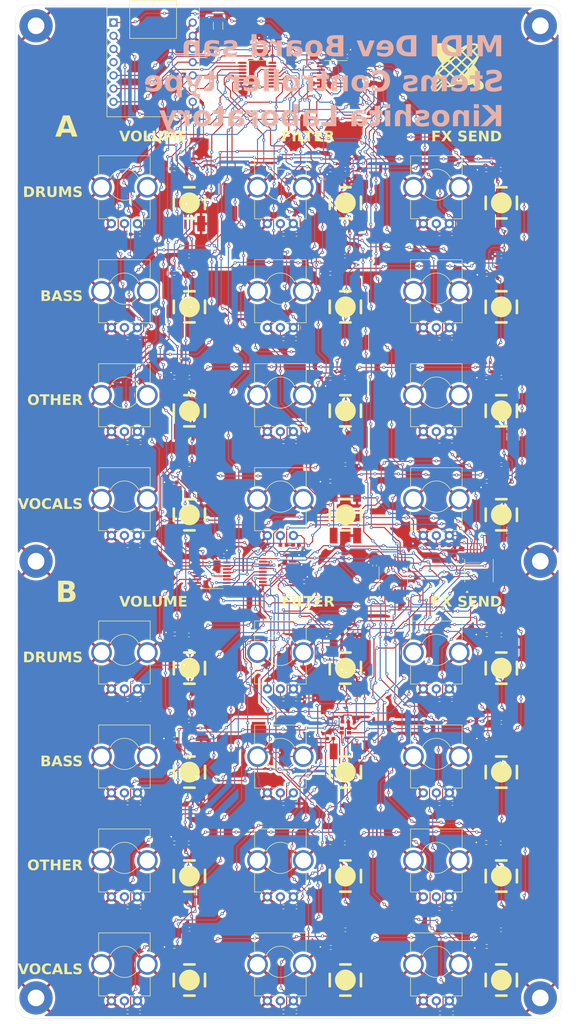
<source format=kicad_pcb>
(kicad_pcb (version 20240108) (generator "pcbnew") (generator_version "8.0")
  (layers (0 "F.Cu" signal) (31 "B.Cu" signal) (34 "B.Paste" user) (35 "F.Paste" user) (36 "B.SilkS" user "B.Silkscreen") (37 "F.SilkS" user "F.Silkscreen") (38 "B.Mask" user) (39 "F.Mask" user) (44 "Edge.Cuts" user))
  (net 0 "")
  (net 1 "Deck1 Knob Drums Volume")
  (net 2 "GND")
  (net 3 "Deck1 Knob Drums Filter")
  (net 4 "Deck1 Knob Drums FX Send")
  (net 5 "Deck1 Knob Bass Volume")
  (net 6 "Deck1 Knob Bass Filter")
  (net 7 "Deck1 Knob Bass FX Send")
  (net 8 "Deck1 Knob Other Volume")
  (net 9 "Deck1 Knob Other Filter")
  (net 10 "Deck1 Knob Other FX Send")
  (net 11 "Deck1 Knob Vocals Volume")
  (net 12 "Deck1 Knob Vocals Filter")
  (net 13 "Deck1 Knob Vocals FX Send")
  (net 14 "Deck2 Knob Drums Volume")
  (net 15 "Deck2 Knob Drums Filter")
  (net 16 "Deck2 Knob Drums FX Send")
  (net 17 "Deck2 Knob Bass Volume")
  (net 18 "Deck2 Knob Bass Filter")
  (net 19 "Deck2 Knob Bass FX Send")
  (net 20 "Deck2 Knob Other Volume")
  (net 21 "Deck2 Knob Other Filter")
  (net 22 "Deck2 Knob Other FX Send")
  (net 23 "Deck2 Knob Vocals Volume")
  (net 24 "Deck2 Knob Vocals Filter")
  (net 25 "Deck2 Knob Vocals FX Send")
  (net 26 "+3.3V")
  (net 27 "NEOPIXEL Out")
  (net 28 "Net-(D1-DO)")
  (net 29 "VBUS")
  (net 30 "Net-(D2-DO)")
  (net 31 "Net-(D3-DO)")
  (net 32 "Net-(D4-DO)")
  (net 33 "Net-(D4-DI)")
  (net 34 "Net-(D5-DI)")
  (net 35 "Net-(D7-DO)")
  (net 36 "Net-(D8-DO)")
  (net 37 "Net-(D10-DI)")
  (net 38 "Net-(D10-DO)")
  (net 39 "Net-(D12-DI)")
  (net 40 "Net-(D13-DO)")
  (net 41 "Net-(D14-DO)")
  (net 42 "Net-(D15-DO)")
  (net 43 "Net-(D16-DO)")
  (net 44 "Net-(D11-DI)")
  (net 45 "Net-(R1-Pad1)")
  (net 46 "Net-(R2-Pad1)")
  (net 47 "Net-(R3-Pad1)")
  (net 48 "Net-(R4-Pad1)")
  (net 49 "Net-(R5-Pad1)")
  (net 50 "Net-(R6-Pad1)")
  (net 51 "Net-(R7-Pad1)")
  (net 52 "Net-(R8-Pad1)")
  (net 53 "Net-(R9-Pad1)")
  (net 54 "Net-(R10-Pad1)")
  (net 55 "Net-(R11-Pad1)")
  (net 56 "Net-(R12-Pad1)")
  (net 57 "Net-(R13-Pad1)")
  (net 58 "Net-(R14-Pad1)")
  (net 59 "Net-(R15-Pad1)")
  (net 60 "Net-(R16-Pad1)")
  (net 61 "Net-(R17-Pad1)")
  (net 62 "Net-(R18-Pad1)")
  (net 63 "Net-(R19-Pad1)")
  (net 64 "Net-(R20-Pad1)")
  (net 65 "Net-(R21-Pad1)")
  (net 66 "Net-(R22-Pad1)")
  (net 67 "Net-(R23-Pad1)")
  (net 68 "Net-(R24-Pad1)")
  (net 69 "Deck1 SW Drums Volume")
  (net 70 "Deck1 SW Drums Filter")
  (net 71 "Deck1 SW Drums FX Send")
  (net 72 "Deck1 SW Bass Volume")
  (net 73 "Deck1 SW Bass Filter")
  (net 74 "Deck1 SW Bass FX Send")
  (net 75 "Deck1 SW Other Volume")
  (net 76 "Deck1 SW Other Filter")
  (net 77 "Deck1 SW Other FX Send")
  (net 78 "Deck1 SW Vocals Volume")
  (net 79 "Deck1 SW Vocals Filter")
  (net 80 "Deck1 SW Vocals FX Send")
  (net 81 "Deck2 SW Drums Volume")
  (net 82 "Deck2 SW Drums Filter")
  (net 83 "Deck2 SW Drums FX Send")
  (net 84 "Deck2 SW Bass Volume")
  (net 85 "Deck2 SW Bass Filter")
  (net 86 "Deck2 SW Bass FX Send")
  (net 87 "Deck2 SW Other Volume")
  (net 88 "Deck2 SW Other Filter")
  (net 89 "Deck2 SW Other FX Send")
  (net 90 "Deck2 SW Vocals Volume")
  (net 91 "Deck2 SW Vocals Filter")
  (net 92 "Deck2 SW Vocals FX Send")
  (net 93 "Net-(U4-DS)")
  (net 94 "S0")
  (net 95 "S1")
  (net 96 "S2")
  (net 97 "A1")
  (net 98 "A2")
  (net 99 "A3")
  (net 100 "Net-(U4-Q7)")
  (net 102 "CP")
  (net 103 "~{PL}")
  (net 104 "Net-(U5-Q7)")
  (net 107 "SerialOut")
  (net 109 "Net-(D16-DI)")
  (net 110 "Net-(D17-DI)")
  (net 111 "Net-(D22-DI)")
  (net 112 "Net-(D19-DO)")
  (net 113 "Net-(D20-DO)")
  (net 114 "Net-(D21-DO)")
  (net 116 "Net-(D23-DI)")
  (footprint "Capacitor_SMD:C_0402_1005Metric_Pad0.74x0.62mm_HandSolder" (layer "F.Cu") (at 90.625 178.3375 -90)
    (property "Reference" "C27" (hide yes))
    (property "Value" "100n")
  )
  (footprint "my_footprint:LED_NeoPixel_XL-1615RGBC-WS2812B" (layer "F.Cu") (at 115 250.06336)
    (property "Reference" "D24" (hide yes))
    (property "Value" "LED_NeoPixel_XL-1615RGBC-WS2812B")
  )
  (footprint "my_footprint:SW_Tactile_6mm_x_6mm_Futsuuno_SMD" (layer "F.Cu") (at 85 108.56336 -90)
    (property "Reference" "SW2" (hide yes))
    (property "Value" "SW_SPST")
  )
  (footprint "Capacitor_SMD:C_0402_1005Metric_Pad0.74x0.62mm_HandSolder" (layer "F.Cu") (at 84.9 231.7)
    (property "Reference" "C51" (hide yes))
    (property "Value" "100n")
  )
  (footprint "Capacitor_SMD:C_0402_1005Metric_Pad0.74x0.62mm_HandSolder" (layer "F.Cu") (at 45.5 174.5)
    (property "Reference" "C10" (hide yes))
    (property "Value" "100n")
  )
  (footprint "Resistor_SMD:R_0402_1005Metric_Pad0.72x0.64mm_HandSolder" (layer "F.Cu") (at 43.1 244)
    (property "Reference" "R19" (hide yes))
    (property "Value" "100")
  )
  (footprint "Resistor_SMD:R_0402_1005Metric_Pad0.72x0.64mm_HandSolder" (layer "F.Cu") (at 73.1 204)
    (property "Reference" "R14" (hide yes))
    (property "Value" "100")
  )
  (footprint "Capacitor_SMD:C_0402_1005Metric_Pad0.74x0.62mm_HandSolder" (layer "F.Cu") (at 55 142.1)
    (property "Reference" "C38" (hide yes))
    (property "Value" "100n")
  )
  (footprint "Resistor_SMD:R_0402_1005Metric_Pad0.72x0.64mm_HandSolder" (layer "F.Cu") (at 73.1 154.5)
    (property "Reference" "R8" (hide yes))
    (property "Value" "100")
  )
  (footprint "MountingHole:MountingHole_3.2mm_M3_Pad" (layer "F.Cu") (at 25.5 261.5)
    (property "Reference" "H3" (hide yes))
    (property "Value" "MountingHole_Pad")
  )
  (footprint "Resistor_SMD:R_0402_1005Metric_Pad0.72x0.64mm_HandSolder" (layer "F.Cu") (at 52 162.3)
    (property "Reference" "R34" (hide yes))
    (property "Value" "10k")
  )
  (footprint "Capacitor_SMD:C_0402_1005Metric_Pad0.74x0.62mm_HandSolder" (layer "F.Cu") (at 105.6 224.1)
    (property "Reference" "C18" (hide yes))
    (property "Value" "100n")
  )
  (footprint "Resistor_SMD:R_0402_1005Metric_Pad0.72x0.64mm_HandSolder" (layer "F.Cu") (at 103.1 204.1)
    (property "Reference" "R15" (hide yes))
    (property "Value" "100")
  )
  (footprint "my_footprint:LED_NeoPixel_XL-1615RGBC-WS2812B" (layer "F.Cu") (at 115 190.06336 180)
    (property "Reference" "D15" (hide yes))
    (property "Value" "LED_NeoPixel_XL-1615RGBC-WS2812B")
  )
  (footprint "my_footprint:Potentiometer_Alps_RK09K_Horizontal_CORRECTED" (layer "F.Cu") (at 75 112.56336 90)
    (property "Reference" "RV2" (hide yes))
    (property "Value" "10kB")
  )
  (footprint "Resistor_SMD:R_0402_1005Metric_Pad0.72x0.64mm_HandSolder" (layer "F.Cu") (at 73.0975 224.1)
    (property "Reference" "R17" (hide yes))
    (property "Value" "100")
  )
  (footprint "my_footprint:LED_NeoPixel_XL-1615RGBC-WS2812B" (layer "F.Cu") (at 115 210.06336)
    (property "Reference" "D18" (hide yes))
    (property "Value" "LED_NeoPixel_XL-1615RGBC-WS2812B")
  )
  (footprint "Resistor_SMD:R_0402_1005Metric_Pad0.72x0.64mm_HandSolder" (layer "F.Cu") (at 52.1 122.1)
    (property "Reference" "R28" (hide yes))
    (property "Value" "10k")
  )
  (footprint "Capacitor_SMD:C_0402_1005Metric_Pad0.74x0.62mm_HandSolder" (layer "F.Cu") (at 54.9 231.7)
    (property "Reference" "C50" (hide yes))
    (property "Value" "100n")
  )
  (footprint "my_footprint:SW_Tactile_6mm_x_6mm_Futsuuno_SMD" (layer "F.Cu") (at 55 218.06336 -90)
    (property "Reference" "SW16" (hide yes))
    (property "Value" "SW_SPST")
  )
  (footprint "my_footprint:LED_NeoPixel_XL-1615RGBC-WS2812B" (layer "F.Cu") (at 55 120.56336)
    (property "Reference" "D4" (hide yes))
    (property "Value" "LED_NeoPixel_XL-1615RGBC-WS2812B")
  )
  (footprint "Capacitor_SMD:C_0402_1005Metric_Pad0.74x0.62mm_HandSolder" (layer "F.Cu") (at 114.9 102.1)
    (property "Reference" "C34" (hide yes))
    (property "Value" "100n")
  )
  (footprint "Capacitor_SMD:C_0402_1005Metric_Pad0.74x0.62mm_HandSolder" (layer "F.Cu") (at 45.6 224)
    (property "Reference" "C16" (hide yes))
    (property "Value" "100n")
  )
  (footprint "Resistor_SMD:R_0402_1005Metric_Pad0.72x0.64mm_HandSolder" (layer "F.Cu") (at 43.1 224)
    (property "Reference" "R16" (hide yes))
    (property "Value" "100")
  )
  (footprint "Capacitor_SMD:C_0402_1005Metric_Pad0.74x0.62mm_HandSolder" (layer "F.Cu") (at 105.5 174.5)
    (property "Reference" "C12" (hide yes))
    (property "Value" "100n")
  )
  (footprint "my_footprint:SW_Tactile_6mm_x_6mm_Futsuuno_SMD" (layer "F.Cu") (at 115 168.56336 -90)
    (property "Reference" "SW12" (hide yes))
    (property "Value" "SW_SPST")
  )
  (footprint "MountingHole:MountingHole_3.2mm_M3_Pad" (layer "F.Cu") (at 25.5 177.5)
    (property "Reference" "H5" (hide yes))
    (property "Value" "MountingHole_Pad")
  )
  (footprint "my_footprint:LED_NeoPixel_XL-1615RGBC-WS2812B" (layer "F.Cu") (at 115 160.56336)
    (property "Reference" "D12" (hide yes))
    (property "Value" "LED_NeoPixel_XL-1615RGBC-WS2812B")
  )
  (footprint "Resistor_SMD:R_0402_1005Metric_Pad0.72x0.64mm_HandSolder" (layer "F.Cu") (at 103.2 264.4)
    (property "Reference" "R24" (hide yes))
    (property "Value" "100")
  )
  (footprint "my_footprint:SW_Tactile_6mm_x_6mm_Futsuuno_SMD" (layer "F.Cu") (at 85 258.06336 -90)
    (property "Reference" "SW23" (hide yes))
    (property "Value" "SW_SPST")
  )
  (footprint "my_footprint:LED_NeoPixel_XL-1615RGBC-WS2812B" (layer "F.Cu") (at 115 230.06336 180)
    (property "Reference" "D21" (hide yes))
    (property "Value" "LED_NeoPixel_XL-1615RGBC-WS2812B")
  )
  (footprint "my_footprint:Potentiometer_Alps_RK09K_Horizontal_CORRECTED" (layer "F.Cu") (at 45 112.56336 90)
    (property "Reference" "RV1" (hide yes))
    (property "Value" "10kB")
  )
  (footprint "Capacitor_SMD:C_0402_1005Metric_Pad0.74x0.62mm_HandSolder" (layer "F.Cu") (at 105.5 204.1)
    (property "Reference" "C15" (hide yes))
    (property "Value" "100n")
  )
  (footprint "my_footprint:Potentiometer_Alps_RK09K_Horizontal_CORRECTED" (layer "F.Cu") (at 105 262.06336 90)
    (property "Reference" "RV24" (hide yes))
    (property "Value" "10kB")
  )
  (footprint "Resistor_SMD:R_0402_1005Metric_Pad0.72x0.64mm_HandSolder" (layer "F.Cu") (at 112.1025 142.2)
    (property "Reference" "R33" (hide yes))
    (property "Value" "10k")
  )
  (footprint "Capacitor_SMD:C_0402_1005Metric_Pad0.74x0.62mm_HandSolder" (layer "F.Cu") (at 85 248.4 180)
    (property "Reference" "C54" (hide yes))
    (property "Value" "100n")
  )
  (footprint "my_footprint:LED_NeoPixel_XL-1615RGBC-WS2812B" (layer "F.Cu") (at 85 230.06336 180)
    (property "Reference" "D20" (hide yes))
    (property "Value" "LED_NeoPixel_XL-1615RGBC-WS2812B")
  )
  (footprint "Capacitor_SMD:C_0402_1005Metric_Pad0.74x0.62mm_HandSolder" (layer "F.Cu") (at 61.6375 176.425 180)
    (property "Reference" "C29" (hide yes))
    (property "Value" "100n")
  )
  (footprint "my_footprint:SW_Tactile_6mm_x_6mm_Futsuuno_SMD" (layer "F.Cu") (at 115 108.56336 -90)
    (property "Reference" "SW3" (hide yes))
    (property "Value" "SW_SPST")
  )
  (footprint "Capacitor_SMD:C_0402_1005Metric_Pad0.74x0.62mm_HandSolder" (layer "F.Cu") (at 55 102.1)
    (property "Reference" "C32" (hide yes))
    (property "Value" "100n")
  )
  (footprint "my_footprint:Potentiometer_Alps_RK09K_Horizontal_CORRECTED" (layer "F.Cu") (at 75 202.06336 90)
    (property "Reference" "RV14" (hide yes))
    (property "Value" "10kB")
  )
  (footprint "Resistor_SMD:R_0402_1005Metric_Pad0.72x0.64mm_HandSolder" (layer "F.Cu") (at 43.1 154.7)
    (property "Reference" "R7" (hide yes))
    (property "Value" "100")
  )
  (footprint "Capacitor_SMD:C_0402_1005Metric_Pad0.74x0.62mm_HandSolder" (layer "F.Cu") (at 114.9325 248.4 180)
    (property "Reference" "C55" (hide yes))
    (property "Value" "100n")
  )
  (footprint "Capacitor_SMD:C_0402_1005Metric_Pad0.74x0.62mm_HandSolder" (layer "F.Cu") (at 75.5 224.1)
    (property "Reference" "C17" (hide yes))
    (property "Value" "100n")
  )
  (footprint "my_footprint:Potentiometer_Alps_RK09K_Horizontal_CORRECTED" (layer "F.Cu") (at 105 112.56336 90)
    (property "Reference" "RV3" (hide yes))
    (property "Value" "10kB")
  )
  (footprint "my_footprint:kinoshita-logo_simplified_300dpi" (layer "F.Cu") (at 106.5 82.5)
    (property "Reference" "LOGO1" (hide yes))
    (property "Value" "logo" (hide yes))
  )
  (footprint "Resistor_SMD:R_0402_1005Metric_Pad0.72x0.64mm_HandSolder" (layer "F.Cu") (at 112.1 231.6)
    (property "Reference" "R45" (hide yes))
    (property "Value" "10k")
  )
  (footprint "Capacitor_SMD:C_0402_1005Metric_Pad0.74x0.62mm_HandSolder" (layer "F.Cu") (at 84.9 142.2)
    (property "Reference" "C39" (hide yes))
    (property "Value" "100n")
  )
  (footprint "Resistor_SMD:R_0402_1005Metric_Pad0.72x0.64mm_HandSolder" (layer "F.Cu") (at 103.1 174.5)
    (property "Reference" "R12" (hide yes))
    (property "Value" "100")
  )
  (footprint "Capacitor_SMD:C_0402_1005Metric_Pad0.74x0.62mm_HandSolder" (layer "F.Cu") (at 105.5 244.3)
    (property "Reference" "C21" (hide yes))
    (property "Value" "100n")
  )
  (footprint "my_footprint:Potentiometer_Alps_RK09K_Horizontal_CORRECTED" (layer "F.Cu") (at 75 172.56336 90)
    (property "Reference" "RV11" (hide yes))
    (property "Value" "10kB")
  )
  (footprint "Resistor_SMD:R_0402_1005Metric_Pad0.72x0.64mm_HandSolder" (layer "F.Cu") (at 73.1 264.2)
    (property "Reference" "R23" (hide yes))
    (property "Value" "100")
  )
  (footprint "Capacitor_SMD:C_0402_1005Metric_Pad0.74x0.62mm_HandSolder" (layer "F.Cu") (at 45.5 134.5)
    (property "Reference" "C4" (hide yes))
    (property "Value" "100n")
  )
  (footprint "Capacitor_SMD:C_0402_1005Metric_Pad0.74x0.62mm_HandSolder" (layer "F.Cu") (at 85 158.9 180)
    (property "Reference" "C42" (hide yes))
    (property "Value" "100n")
  )
  (footprint "Resistor_SMD:R_0402_1005Metric_Pad0.72x0.64mm_HandSolder" (layer "F.Cu") (at 43.1 264.2)
    (property "Reference" "R22" (hide yes))
    (property "Value" "100")
  )
  (footprint "Capacitor_SMD:C_0402_1005Metric_Pad0.74x0.62mm_HandSolder" (layer "F.Cu") (at 45.6 244)
    (property "Reference" "C19" (hide yes))
    (property "Value" "100n")
  )
  (footprint "my_footprint:SW_Tactile_6mm_x_6mm_Futsuuno_SMD" (layer "F.Cu") (at 55 128.56336 -90)
    (property "Reference" "SW4" (hide yes))
    (property "Value" "SW_SPST")
  )
  (footprint "Capacitor_SMD:C_0402_1005Metric_Pad0.74x0.62mm_HandSolder" (layer "F.Cu") (at 85 191.6)
    (property "Reference" "C45" (hide yes))
    (property "Value" "100n")
  )
  (footprint "my_footprint:SW_Tactile_6mm_x_6mm_Futsuuno_SMD" (layer "F.Cu") (at 115 128.56336 -90)
    (property "Reference" "SW6" (hide yes))
    (property "Value" "SW_SPST")
  )
  (footprint "others:Seeduino_Xiao_RP2040_MOUDLE14P-2.54-21X17.8MM" (layer "F.Cu") (at 48.02 81.5 90)
    (property "Reference" "U7" (hide yes))
    (property "Value" "MOUDLE-SEEEDUINO-XIAO")
  )
  (footprint "Resistor_SMD:R_0402_1005Metric_Pad0.72x0.64mm_HandSolder" (layer "F.Cu") (at 82.0975 211.6)
    (property "Reference" "R41" (hide yes))
    (property "Value" "10k")
  )
  (footprint "my_footprint:LED_NeoPixel_XL-1615RGBC-WS2812B" (layer "F.Cu") (at 85 250.06336)
    (property "Reference" "D23" (hide yes))
    (property "Value" "LED_NeoPixel_XL-1615RGBC-WS2812B")
  )
  (footprint "Resistor_SMD:R_0402_1005Metric_Pad0.72x0.64mm_HandSolder" (layer "F.Cu") (at 82.1 142.3)
    (property "Reference" "R32" (hide yes))
    (property "Value" "10k")
  )
  (footprint "Capacitor_SMD:C_0402_1005Metric_Pad0.74x0.62mm_HandSolder" (layer "F.Cu") (at 107.2 177.0125 -90)
    (property "Reference" "C26" (hide yes))
    (property "Value" "100n")
  )
  (footprint "my_footprint:SW_Tactile_6mm_x_6mm_Futsuuno_SMD" (layer "F.Cu") (at 115 198.06336 -90)
    (property "Reference" "SW15" (hide yes))
    (property "Value" "SW_SPST")
  )
  (footprint "Capacitor_SMD:C_0402_1005Metric_Pad0.74x0.62mm_HandSolder" (layer "F.Cu") (at 114.9 231.7)
    (property "Reference" "C52" (hide yes))
    (property "Value" "100n")
  )
  (footprint "Capacitor_SMD:C_0402_1005Metric_Pad0.74x0.62mm_HandSolder" (layer "F.Cu") (at 85.395 80.365 180)
    (property "Reference" "C25" (hide yes))
    (property "Value" "100n")
  )
  (footprint "my_footprint:LED_NeoPixel_XL-1615RGBC-WS2812B" (layer "F.Cu") (at 85 120.56336)
    (property "Reference" "D5" (hide yes))
    (property "Value" "LED_NeoPixel_XL-1615RGBC-WS2812B")
  )
  (footprint "Resistor_SMD:R_0402_1005Metric_Pad0.72x0.64mm_HandSolder" (layer "F.Cu") (at 112.2 122.3)
    (property "Reference" "R30" (hide yes))
    (property "Value" "10k")
  )
  (footprint "Resistor_SMD:R_0402_1005Metric_Pad0.72x0.64mm_HandSolder" (layer "F.Cu") (at 73.1 244)
    (property "Reference" "R20" (hide yes))
    (property "Value" "100")
  )
  (footprint "my_footprint:SW_Tactile_6mm_x_6mm_Futsuuno_SMD" (layer "F.Cu") (at 115 148.56336 -90)
    (property "Reference" "SW9" (hide yes))
    (property "Value" "SW_SPST")
  )
  (footprint "my_footprint:SW_Tactile_6mm_x_6mm_Futsuuno_SMD" (layer "F.Cu") (at 115 218.06336 -90)
    (property "Reference" "SW18" (hide yes))
    (property "Value" "SW_SPST")
  )
  (footprint "my_footprint:LED_NeoPixel_XL-1615RGBC-WS2812B" (layer "F.Cu") (at 115 140.56336 180)
    (property "Reference" "D9" (hide yes))
    (property "Value" "LED_NeoPixel_XL-1615RGBC-WS2812B")
  )
  (footprint "Package_SO:TSSOP-16_4.4x5mm_P0.65mm" (layer "F.Cu") (at 68.1 83.9)
    (property "Reference" "U6" (hide yes))
    (property "Value" "74HC165")
  )
  (footprint "Capacitor_SMD:C_0402_1005Metric_Pad0.74x0.62mm_HandSolder" (layer "F.Cu") (at 45.6 204.1)
    (property "Reference" "C13" (hide yes))
    (property "Value" "100n")
  )
  (footprint "my_footprint:Potentiometer_Alps_RK09K_Horizontal_CORRECTED" (layer "F.Cu") (at 75 242.06336 90)
    (property "Reference" "RV20" (hide yes))
    (property "Value" "10kB")
  )
  (footprint "my_footprint:Potentiometer_Alps_RK09K_Horizontal_CORRECTED" (layer "F.Cu") (at 105 132.56336 90)
    (property "Reference" "RV6" (hide yes))
    (property "Value" "10kB")
  )
  (footprint "Capacitor_SMD:C_0402_1005Metric_Pad0.74x0.62mm_HandSolder" (layer "F.Cu") (at 85 208.4 180)
    (property "Reference" "C48" (hide yes))
    (property "Value" "100n")
  )
  (footprint "Capacitor_SMD:C_0402_1005Metric_Pad0.74x0.62mm_HandSolder" (layer "F.Cu") (at 105.5 154.4)
    (property "Reference" "C9" (hide yes))
    (property "Value" "100n")
  )
  (footprint "Capacitor_SMD:C_0402_1005Metric_Pad0.74x0.62mm_HandSolder" (layer "F.Cu") (at 45.5 114.6)
    (property "Reference" "C1" (hide yes))
    (property "Value" "100n")
  )
  (footprint "Resistor_SMD:R_0402_1005Metric_Pad0.72x0.64mm_HandSolder" (layer "F.Cu") (at 112.2 251.6)
    (property "Reference" "R48" (hide yes))
    (property "Value" "10k")
  )
  (footprint "Capacitor_SMD:C_0402_1005Metric_Pad0.74x0.62mm_HandSolder" (layer "F.Cu") (at 105.5 134.6)
    (property "Reference" "C6" (hide yes))
    (property "Value" "100n")
  )
  (footprint "Capacitor_SMD:C_0402_1005Metric_Pad0.74x0.62mm_HandSolder" (layer "F.Cu") (at 105.7 264.4)
    (property "Reference" "C24" (hide yes))
    (property "Value" "100n")
  )
  (footprint "Capacitor_SMD:C_0402_1005Metric_Pad0.74x0.62mm_HandSolder" (layer "F.Cu") (at 55 158.9 180)
    (property "Reference" "C41" (hide yes))
    (property "Value" "100n")
  )
  (footprint "my_footprint:Potentiometer_Alps_RK09K_Horizontal_CORRECTED" (layer "F.Cu") (at 45 132.56336 90)
    (property "Reference" "RV4" (hide yes))
    (property "Value" "10kB")
  )
  (footprint "Resistor_SMD:R_0402_1005Metric_Pad0.72x0.64mm_HandSolder" (layer "F.Cu") (at 82.1 231.6)
    (property "Reference" "R44" (hide yes))
    (property "Value" "10k")
  )
  (footprint "Resistor_SMD:R_0402_1005Metric_Pad0.72x0.64mm_HandSolder" (layer "F.Cu") (at 77.075 181.45 180)
    (property "Reference" "R49" (hide yes))
    (property "Value" "10k")
  )
  (footprint "Capacitor_SMD:C_0402_1005Metric_Pad0.74x0.62mm_HandSolder" (layer "F.Cu") (at 75.5 174.4)
    (property "Reference" "C11" (hide yes))
    (property "Value" "100n")
  )
  (footprint "Capacitor_SMD:C_0402_1005Metric_Pad0.74x0.62mm_HandSolder" (layer "F.Cu") (at 75.6 264.2)
    (property "Reference" "C23" (hide yes))
    (property "Value" "100n")
  )
  (footprint "Capacitor_SMD:C_1206_3216Metric_Pad1.33x1.80mm_HandSolder" (layer "F.Cu") (at 60.52 74.5 -90)
    (property "Reference" "C31" (hide yes))
    (property "Value" "100u")
  )
  (footprint "my_footprint:Potentiometer_Alps_RK09K_Horizontal_CORRECTED" (layer "F.Cu") (at 45 242.06336 90)
    (property "Reference" "RV19" (hide yes))
    (property "Value" "10kB")
  )
  (footprint "MountingHole:MountingHole_3.2mm_M3_Pad" (layer "F.Cu") (at 122.5 261.5)
    (property "Reference" "H4" (hide yes))
    (property "Value" "MountingHole_Pad")
  )
  (footprint "Capacitor_SMD:C_0402_1005Metric_Pad0.74x0.62mm_HandSolder" (layer "F.Cu") (at 54.9325 118.8 180)
    (property "Reference" "C35" (hide yes))
    (property "Value" "100n")
  )
  (footprint "Capacitor_SMD:C_0402_1005Metric_Pad0.74x0.62mm_HandSolder" (layer "F.Cu") (at 84.9325 118.8 180)
    (property "Reference" "C36" (hide yes))
    (property "Value" "100n")
  )
  (footprint "my_footprint:LED_NeoPixel_XL-1615RGBC-WS2812B" (layer "F.Cu") (at 55 250.06336)
    (property "Reference" "D22" (hide yes))
    (property "Value" "LED_NeoPixel_XL-1615RGBC-WS2812B")
  )
  (footprint "my_footprint:LED_NeoPixel_XL-1615RGBC-WS2812B" (layer "F.Cu") (at 115 120.56336)
    (property "Reference" "D6" (hide yes))
    (property "Value" "LED_NeoPixel_XL-1615RGBC-WS2812B")
  )
  (footprint "my_footprint:LED_NeoPixel_XL-1615RGBC-WS2812B" (layer "F.Cu") (at 55 160.56336)
    (property "Reference" "D10" (hide yes))
    (property "Value" "LED_NeoPixel_XL-1615RGBC-WS2812B")
  )
  (footprint "Capacitor_SMD:C_0402_1005Metric_Pad0.74x0.62mm_HandSolder" (layer "F.Cu") (at 115 191.7)
    (property "Reference" "C46" (hide yes))
    (property "Value" "100n")
  )
  (footprint "Resistor_SMD:R_0402_1005Metric_Pad0.72x0.64mm_HandSolder" (layer "F.Cu") (at 103.1 114.5)
    (property "Reference" "R3" (hide yes))
    (property "Value" "100")
  )
  (footprint "my_footprint:Potentiometer_Alps_RK09K_Horizontal_CORRECTED" (layer "F.Cu") (at 105 222.06336 90)
    (property "Reference" "RV18" (hide yes))
    (property "Value" "10kB")
  )
  (footprint "Resistor_SMD:R_0402_1005Metric_Pad0.72x0.64mm_HandSolder" (layer "F.Cu") (at 73.1 114.6)
    (property "Reference" "R2" (hide yes))
    (property "Value" "100")
  )
  (footprint "Resistor_SMD:R_0402_1005Metric_Pad0.72x0.64mm_HandSolder" (layer "F.Cu") (at 112.1 102.2)
    (property "Reference" "R27" (hide yes))
    (property "Value" "10k")
  )
  (footprint "Capacitor_SMD:C_0402_1005Metric_Pad0.74x0.62mm_HandSolder" (layer "F.Cu") (at 115 158.9 180)
    (property "Reference" "C43" (hide yes))
    (property "Value" "100n")
  )
  (footprint "Package_SO:TSSOP-16_4.4x5mm_P0.65mm" (layer "F.Cu") (at 110.7 179.3125 90)
    (property "Reference" "U2" (hide yes))
    (property "Value" "74HC4051")
  )
  (footprint "Capacitor_SMD:C_0402_1005Metric_Pad0.74x0.62mm_HandSolder" (layer "F.Cu") (at 45.6 154.7)
    (property "Reference" "C7" (hide yes))
    (property "Value" "100n")
  )
  (footprint "Resistor_SMD:R_0402_1005Metric_Pad0.72x0.64mm_HandSolder" (layer "F.Cu") (at 82.1 162.1)
    (property "Reference" "R35" (hide yes))
    (property "Value" "10k")
  )
  (footprint "Capacitor_SMD:C_0402_1005Metric_Pad0.74x0.62mm_HandSolder" (layer "F.Cu") (at 75.5 154.5)
    (property "Reference" "C8" (hide yes))
    (property "Value" "100n")
  )
  (footprint "Capacitor_SMD:C_0402_1005Metric_Pad0.74x0.62mm_HandSolder" (layer "F.Cu") (at 74.275 176.35 180)
    (property "Reference" "C28" (hide yes))
    (property "Value" "100n")
  )
  (footprint "Resistor_SMD:R_0402_1005Metric_Pad0.72x0.64mm_HandSolder" (layer "F.Cu") (at 82.1 191)
    (property "Reference" "R38" (hide yes))
    (property "Value" "10k")
  )
  (footprint "my_footprint:LED_NeoPixel_XL-1615RGBC-WS2812B" (layer "F.Cu") (at 85 210.06336)
    (property "Reference" "D17" (hide yes))
    (property "Value" "LED_NeoPixel_XL-1615RGBC-WS2812B")
  )
  (footprint "MountingHole:MountingHole_3.2mm_M3_Pad" (layer "F.Cu") (at 122.5 177.5)
    (property "Reference" "H6" (hide yes))
    (property "Value" "MountingHole_Pad")
  )
  (footprint "Resistor_SMD:R_0402_1005Metric_Pad0.72x0.64mm_HandSolder" (layer "F.Cu") (at 82.1 102.2)
    (property "Reference" "R26" (hide yes))
    (property "Value" "10k")
  )
  (footprint "my_footprint:SW_Tactile_6mm_x_6mm_Futsuuno_SMD" (layer "F.Cu") (at 115 238.06336 -90)
    (property "Reference" "SW21" (hide yes))
    (property "Value" "SW_SPST")
  )
  (footprint "Capacitor_SMD:C_0402_1005Metric_Pad0.74x0.62mm_HandSolder" (layer "F.Cu") (at 115 118.8 180)
    (property "Reference" "C37" (hide yes))
    (property "Value" "100n")
  )
  (footprint "my_footprint:Potentiometer_Alps_RK09K_Horizontal_CORRECTED" (layer "F.Cu") (at 45 172.56336 90)
    (property "Reference" "RV10" (hide yes))
    (property "Value" "10kB")
  )
  (footprint "Capacitor_SMD:C_0402_1005Metric_Pad0.74x0.62mm_HandSolder" (layer "F.Cu") (at 75.5 204)
    (property "Reference" "C14" (hide yes))
    (property "Value" "100n")
  )
  (footprint "Resistor_SMD:R_0402_1005Metric_Pad0.72x0.64mm_HandSolder" (layer "F.Cu") (at 103.1 244.3)
    (property "Reference" "R21" (hide yes))
    (property "Value" "100")
  )
  (footprint "my_footprint:SW_Tactile_6mm_x_6mm_Futsuuno_SMD" (layer "F.Cu") (at 85 168.56336 -90)
    (property "Reference" "SW11" (hide yes))
    (property "Value" "SW_SPST")
  )
  (footprint "my_footprint:LED_NeoPixel_XL-1615RGBC-WS2812B" (layer "F.Cu") (at 115 100.56336 180)
    (property "Reference" "D3" (hide yes))
    (property "Value" "LED_NeoPixel_XL-1615RGBC-WS2812B")
  )
  (footprint "my_footprint:SW_Tactile_6mm_x_6mm_Futsuuno_SMD" (layer "F.Cu") (at 115 258.06336 -90)
    (property "Reference" "SW24" (hide yes))
    (property "Value" "SW_SPST")
  )
  (footprint "my_footprint:SW_Tactile_6mm_x_6mm_Futsuuno_SMD" (layer "F.Cu") (at 55 148.56336 -90)
    (property "Reference" "SW7" (hide yes))
    (property "Value" "SW_SPST")
  )
  (footprint "my_footprint:SW_Tactile_6mm_x_6mm_Futsuuno_SMD" (layer "F.Cu") (at 85 148.56336 -90)
    (property "Reference" "SW8" (hide yes))
    (property "Value" "SW_SPST")
  )
  (footprint "Resistor_SMD:R_0402_1005Metric_Pad0.72x0.64mm_HandSolder" (layer "F.Cu") (at 73.1 134.7)
    (property "Reference" "R5" (hide yes))
    (property "Value" "100")
  )
  (footprint "Resistor_SMD:R_0402_1005Metric_Pad0.72x0.64mm_HandSolder" (layer "F.Cu") (at 73.1 174.4)
    (property "Reference" "R11" (hide yes))
    (property "Value" "100")
  )
  (footprint "my_footprint:Potentiometer_Alps_RK09K_Horizontal_CORRECTED" (layer "F.Cu") (at 45 222.06336 90)
    (property "Reference" "RV16" (hide yes))
    (property "Value" "10kB")
  )
  (footprint "Capacitor_SMD:C_0402_1005Metric_Pad0.74x0.62mm_HandSolder" (layer "F.Cu") (at 105.5 114.5)
    (property "Reference" "C3" (hide yes))
    (property "Value" "100n")
  )
  (footprint "my_footprint:SW_Tactile_6mm_x_6mm_Futsuuno_SMD" (layer "F.Cu") (at 55 108.56336 -90)
    (property "Reference" "SW1" (hide yes))
    (property "Value" "SW_SPST")
  )
  (footprint "Capacitor_SMD:C_0402_1005Metric_Pad0.74x0.62mm_HandSolder" (layer "F.Cu") (at 75.6 244)
    (property "Reference" "C20" (hide yes))
    (property "Value" "100n")
  )
  (footprint "Capacitor_SMD:C_0402_1005Metric_Pad0.74x0.62mm_HandSolder" (layer "F.Cu") (at 55 248.3 180)
    (property "Reference" "C53" (hide yes))
    (property "Value" "100n")
  )
  (footprint "Capacitor_SMD:C_0402_1005Metric_Pad0.74x0.62mm_HandSolder" (layer "F.Cu") (at 115 142.1)
    (property "Reference" "C40" (hide yes))
    (property "Value" "100n")
  )
  (footprint "Resistor_SMD:R_0402_1005Metric_Pad0.72x0.64mm_HandSolder" (layer "F.Cu") (at 82.2 251.8)
    (property "Reference" "R47" (hide yes))
    (property "Value" "10k")
  )
  (footprint "MountingHole:MountingHole_3.2mm_M3_Pad" (layer "F.Cu") (at 122.5 74.5)
    (property "Reference" "H2" (hide yes))
    (property "Value" "MountingHole_Pad")
  )
  (footprint "Resistor_SMD:R_0402_1005Metric_Pad0.72x0.64mm_HandSolder" (layer "F.Cu") (at 52.1 251.6)
    (property "Reference" "R46" (hide yes))
    (property "Value" "10k")
  )
  (footprint "Resistor_SMD:R_0402_1005Metric_Pad0.72x0.64mm_HandSolder" (layer "F.Cu") (at 43.1 134.5)
    (property "Reference" "R4" (hide yes))
    (property "Value" "100")
  )
  (footprint "my_footprint:Potentiometer_Alps_RK09K_Horizontal_CORRECTED" (layer "F.Cu") (at 45 152.56336 90)
    (property "Reference" "RV7" (hide yes))
    (property "Value" "10kB")
  )
  (footprint "my_footprint:LED_NeoPixel_XL-1615RGBC-WS2812B" (layer "F.Cu") (at 55 230.06336 180)
    (property "Reference" "D19" (hide yes))
    (property "Value" "LED_NeoPixel_XL-1615RGBC-WS2812B")
  )
  (footprint "Package_SO:TSSOP-16_4.4x5mm_P0.65mm" (layer "F.Cu") (at 59.3375 180.025)
    (property "Reference" "U5" (hide yes))
    (property "Value" "74HC165")
  )
  (footprint "my_footprint:SW_Tactile_6mm_x_6mm_Futsuuno_SMD" (layer "F.Cu") (at 55 258.06336 -90)
    (property "Reference" "SW22" (hide yes))
    (property "Value" "SW_SPST")
  )
  (footprint "my_footprint:LED_NeoPixel_XL-1615RGBC-WS2812B" (layer "F.Cu") (at 85 190.06336 180)
    (property "Reference" "D14" (hide yes))
    (property "Value" "LED_NeoPixel_XL-1615RGBC-WS2812B")
  )
  (footprint "Resistor_SMD:R_0402_1005Metric_Pad0.72x0.64mm_HandSolder" (layer "F.Cu") (at 52.1 211.7)
    (property "Reference" "R40" (hide yes))
    (property "Value" "10k")
  )
  (footprint "Resistor_SMD:R_0402_1005Metric_Pad0.72x0.64mm_HandSolder" (layer "F.Cu") (at 103.1 154.4)
    (property "Reference" "R9" (hide yes))
    (property "Value" "100")
  )
  (footprint "Capacitor_SMD:C_0402_1005Metric_Pad0.74x0.62mm_HandSolder" (layer "F.Cu") (at 115 208.5 180)
    (property "Reference" "C49" (hide yes))
    (property "Value" "100n")
  )
  (footprint "Resistor_SMD:R_0402_1005Metric_Pad0.72x0.64mm_HandSolder" (layer "F.Cu") (at 52.1 102)
    (property "Reference" "R25" (hide yes))
    (property "Value" "10k")
  )
  (footprint "my_footprint:SW_Tactile_6mm_x_6mm_Futsuuno_SMD" (layer "F.Cu") (at 55 238.06336 -90)
    (property "Reference" "SW19" (hide yes))
    (property "Value" "SW_SPST")
  )
  (footprint "my_footprint:SW_Tactile_6mm_x_6mm_Futsuuno_SMD" (layer "F.Cu") (at 55 168.56336 -90)
    (property "Reference" "SW10" (hide yes))
    (property "Value" "SW_SPST")
  )
  (footprint "my_footprint:Potentiometer_Alps_RK09K_Horizontal_CORRECTED" (layer "F.Cu") (at 75 262.06336 90)
    (property "Reference" "RV23" (hide yes))
    (property "Value" "10kB")
  )
  (footprint "Resistor_SMD:R_0402_1005Metric_Pad0.72x0.64mm_HandSolder" (layer "F.Cu") (at 112.1 211.6)
    (property "Reference" "R42" (hide yes))
    (property "Value" "10k")
  )
  (footprint "my_footprint:LED_NeoPixel_XL-1615RGBC-WS2812B" (layer "F.Cu") (at 85 160.56336)
    (property "Reference" "D11" (hide yes))
    (property "Value" "LED_NeoPixel_XL-1615RGBC-WS2812B")
  )
  (footprint "Capacitor_SMD:C_0402_1005Metric_Pad0.74x0.62mm_HandSolder" (layer "F.Cu") (at 54.9 208.2 180)
    (property "Reference" "C47" (hide yes))
    (property "Value" "100n")
  )
  (footprint "my_footprint:Potentiometer_Alps_RK09K_Horizontal_CORRECTED" (layer "F.Cu") (at 75 132.56336 90)
    (property "Reference" "RV5" (hide yes))
    (property "Value" "10kB")
  )
  (footprint "my_footprint:Potentiometer_Alps_RK09K_Horizontal_CORRECTED" (layer "F.Cu") (at 105 152.56336 90)
    (property "Reference" "RV9" (hide yes))
    (property "Value" "10kB")
  )
  (footprint "Resistor_SMD:R_0402_1005Metric_Pad0.72x0.64mm_HandSolder" (layer "F.Cu") (at 112.2 162.1)
    (property "Reference" "R36" (hide yes))
    (property "Value" "10k")
  )
  (footprint "Capacitor_SMD:C_0402_1005Metric_Pad0.74x0.62mm_HandSolder" (layer "F.Cu") (at 85 102.1)
    (property "Reference" "C33" (hide yes))
    (property "Value" "100n")
  )
  (footprint "Resistor_SMD:R_0402_1005Metric_Pad0.72x0.64mm_HandSolder" (layer "F.Cu") (at 43.1 174.5)
    (property "Reference" "R10" (hide yes))
    (property "Value" "100")
  )
  (footprint "Capacitor_SMD:C_0402_1005Metric_Pad0.74x0.62mm_HandSolder" (layer "F.Cu") (at 54.9 191.7)
    (property "Reference" "C44" (hide yes))
    (property "Value" "100n")
  )
  (footprint "MountingHole:MountingHole_3.2mm_M3_Pad" (layer "F.Cu") (at 25.5 74.5)
    (property "Reference" "H1" (hide yes))
    (property "Value" "MountingHole_Pad")
  )
  (footprint "Resistor_SMD:R_0402_1005Metric_Pad0.72x0.64mm_HandSolder" (layer "F.Cu") (at 103.1 224.1)
    (property "Reference" "R18" (hide yes))
    (property "Value" "100")
  )
  (footprint "Capacitor_SMD:C_0402_1005Metric_Pad0.74x0.62mm_HandSolder" (layer "F.Cu") (at 45.5 264.2)
    (property "Reference" "C22" (hide yes))
    (property "Value" "100n")
  )
  (footprint "Resistor_SMD:R_0402_1005Metric_Pad0.72x0.64mm_HandSolder" (layer "F.Cu") (at 52.1 142.1)
    (property "Reference" "R31" (hide yes))
    (property "Value" "10k")
  )
  (footprint "my_footprint:SW_Tactile_6mm_x_6mm_Futsuuno_SMD" (layer "F.Cu") (at 85 128.56336 -90)
    (property "Reference" "SW5" (hide yes))
    (property "Value" "SW_SPST")
  )
  (footprint "Resistor_SMD:R_0402_1005Metric_Pad0.72x0.64mm_HandSolder" (layer "F.Cu") (at 52.2 191.5)
    (property "Reference" "R37" (hide yes))
    (property "Value" "10k")
  )
  (footprint "my_footprint:LED_NeoPixel_XL-1615RGBC-WS2812B" (layer "F.Cu") (at 55 190.06336 180)
    (property "Reference" "D13" (hide yes))
    (property "Value" "LED_NeoPixel_XL-1615RGBC-WS2812B")
  )
  (footprint "Resistor_SMD:R_0402_1005Metric_Pad0.72x0.64mm_HandSolder" (layer "F.Cu") (at 82.1 122.1)
    (property "Reference" "R29" (hide yes))
    (property "Value" "10k")
  )
  (footprint "my_footprint:SW_Tactile_6mm_x_6mm_Futsuuno_SMD" (layer "F.Cu") (at 55 198.06336 -90)
    (property "Reference" "SW13" (hide yes))
    (property "Value" "SW_SPST")
  )
  (footprint "my_footprint:SW_Tactile_6mm_x_6mm_Futsuuno_SMD" (layer "F.Cu") (at 85 198.06336 -90)
    (property "Reference" "SW14" (hide yes))
    (property "Value" "SW_SPST")
  )
  (footprint "my_footprint:Potentiometer_Alps_RK09K_Horizontal_CORRECTED" (layer "F.Cu") (at 45 202.06336 90)
    (property "Reference" "RV13" (hide yes))
    (property "Value" "10kB")
  )
  (footprint "my_footprint:LED_NeoPixel_XL-1615RGBC-WS2812B" (layer "F.Cu") (at 55 140.56336 180)
    (property "Reference" "D7" (hide yes))
    (property "Value" "LED_NeoPixel_XL-1615RGBC-WS2812B")
  )
  (footprint "my_footprint:Potentiometer_Alps_RK09K_Horizontal_CORRECTED" (layer "F.Cu") (at 75 152.56336 90)
    (property "Reference" "RV8" (hide yes))
    (property "Value" "10kB")
  )
  (footprint "Package_SO:TSSOP-16_4.4x5mm_P0.65mm" (layer "F.Cu") (at 83.1625 83.925)
    (property "Reference" "U1" (hide yes))
    (property "Value" "74HC4051")
  )
  (footprint "Resistor_SMD:R_0402_1005Metric_Pad0.72x0.64mm_HandSolder" (layer "F.Cu") (at 112.2 191.6)
    (property "Reference" "R39" (hide yes))
    (property "Value" "10k")
  )
  (footprint "my_footprint:Potentiometer_Alps_RK09K_Horizontal_CORRECTED" (layer "F.Cu") (at 105 202.06336 90)
    (property "Reference" "RV15" (hide yes))
    (property "Value" "10kB")
  )
  (footprint "Capacitor_SMD:C_0402_1005Metric_Pad0.74x0.62mm_HandSolder" (layer "F.Cu") (at 75.6 114.6)
    (property "Reference" "C2" (hide yes))
    (property "Value" "100n")
  )
  (footprint "my_footprint:LED_NeoPixel_XL-1615RGBC-WS2812B" (layer "F.Cu") (at 85 140.56336 180)
    (property "Reference" "D8" (hide yes))
    (property "Value" "LED_NeoPixel_XL-1615RGBC-WS2812B")
  )
  (footprint "my_footprint:SW_Tactile_6mm_x_6mm_Futsuuno_SMD" (layer "F.Cu") (at 85 218.06336 -90)
    (property "Reference" "SW17" (hide yes))
    (property "Value" "SW_SPST")
  )
  (footprint "my_footprint:LED_NeoPixel_XL-1615RGBC-WS2812B" (layer "F.Cu") (at 85 100.56336 180)
    (property "Reference" "D2" (hide yes))
    (property "Value" "LED_NeoPixel_XL-1615RGBC-WS2812B")
  )
  (footprint "Capacitor_SMD:C_0402_1005Metric_Pad0.74x0.62mm_HandSolder" (layer "F.Cu") (at 70.4125 80.3 180)
    (property "Reference" "C30" (hide yes))
    (property "Value" "100n")
  )
  (footprint "my_footprint:LED_NeoPixel_XL-1615RGBC-WS2812B" (layer "F.Cu") (at 55 210.075)
    (property "Reference" "D16" (hide yes))
    (property "Value" "LED_NeoPixel_XL-1615RGBC-WS2812B")
  )
  (footprint "Package_SO:TSSOP-16_4.4x5mm_P0.65mm" (layer "F.Cu") (at 94.225 180.7375 90)
    (property "Reference" "U3" (hide yes))
    (property "Value" "74HC4051")
  )
  (footprint "Resistor_SMD:R_0402_1005Metric_Pad0.72x0.64mm_HandSolder" (layer "F.Cu") (at 103.1 134.6)
    (property "Reference" "R6" (hide yes))
    (property "Value" "100")
  )
  (footprint "Resistor_SMD:R_0402_1005Metric_Pad0.72x0.64mm_HandSolder" (layer "F.Cu") (at 43.1 114.6)
    (property "Reference" "R1" (hide yes))
    (property "Value" "100")
  )
  (footprint "my_footprint:LED_NeoPixel_XL-1615RGBC-WS2812B" (layer "F.Cu") (at 55 100.56336 180)
    (property "Reference" "D1" (hide yes))
    (property "Value" "LED_NeoPixel_XL-1615RGBC-WS2812B")
  )
  (footprint "Capacitor_SMD:C_0402_1005Metric_Pad0.74x0.62mm_HandSolder" (layer "F.Cu") (at 75.5 134.7)
    (property "Reference" "C5" (hide yes))
    (property "Value" "100n")
  )
  (footprint "Resistor_SMD:R_0402_1005Metric_Pad0.72x0.64mm_HandSolder" (layer "F.Cu") (at 43.1 204.1)
    (property "Reference" "R13" (hide yes))
    (property "Value" "100")
  )
  (footprint "my_footprint:SW_Tactile_6mm_x_6mm_Futsuuno_SMD" (layer "F.Cu") (at 85 238.06336 -90)
    (property "Reference" "SW20" (hide yes))
    (property "Value" "SW_SPST")
  )
  (footprint "my_footprint:Potentiometer_Alps_RK09K_Horizontal_CORRECTED" (layer "F.Cu") (at 45 262.06336 90)
    (property "Reference" "RV22" (hide yes))
    (property "Value" "10kB")
  )
  (footprint "my_footprint:Potentiometer_Alps_RK09K_Horizontal_CORRECTED" (layer "F.Cu") (at 105 172.56336 90)
    (property "Reference" "RV12" (hide yes))
    (property "Value" "10kB")
  )
  (footprint "Resistor_SMD:R_0402_1005Metric_Pad0.72x0.64mm_HandSolder" (layer "F.Cu") (at 52.1 231.7)
    (property "Reference" "R43" (hide yes))
    (property "Value" "10k")
  )
  (footprint "Package_SO:TSSOP-16_4.4x5mm_P0.65mm" (layer "F.Cu") (at 71.975 179.85)
    (property "Reference" "U4" (hide yes))
    (property "Value" "74HC165")
  )
  (footprint "my_footprint:Potentiometer_Alps_RK09K_Horizontal_CORRECTED" (layer "F.Cu") (at 105 242.06336 90)
    (property "Reference" "RV21" (hide yes))
    (property "Value" "10kB")
  )
  (footprint "my_footprint:Potentiometer_Alps_RK09K_Horizontal_CORRECTED" (layer "F.Cu") (at 75 222.06336 90)
    (property "Reference" "RV17" (hide yes))
    (property "Value" "10kB")
  )
  (gr_arc (start 123.5 70.5) (mid 125.62132 71.37868) (end 126.5 73.5) (stroke (width 0.05)) (layer "Edge.Cuts"))
  (gr_line (start 123.5 265.5) (end 24.5 265.5) (stroke (width 0.05)) (layer "Edge.Cuts"))
  (gr_line (start 21.5 262.5) (end 21.5 73.5) (stroke (width 0.05)) (layer "Edge.Cuts"))
  (gr_arc (start 126.5 262.5) (mid 125.62132 264.62132) (end 123.5 265.5) (stroke (width 0.05)) (layer "Edge.Cuts"))
  (gr_line (start 24.5 70.5) (end 123.5 70.5) (stroke (width 0.05)) (layer "Edge.Cuts"))
  (gr_arc (start 24.5 265.5) (mid 22.37868 264.62132) (end 21.5 262.5) (stroke (width 0.05)) (layer "Edge.Cuts"))
  (gr_arc (start 21.5 73.5) (mid 22.37868 71.37868) (end 24.5 70.5) (stroke (width 0.05)) (layer "Edge.Cuts"))
  (gr_line (start 126.5 73.5) (end 126.5 262.5) (stroke (width 0.05)) (layer "Edge.Cuts"))
  (gr_text "MIDI Dev Board san\nStems Controller type\nKinoshita Laboratory" (at 115.5 94.5 0) (layer "B.SilkS") (effects (font (size 4 4) (thickness 0.6) (bold yes)) (justify left bottom mirror)))
  (gr_text "B" (at 33.5 186 0) (layer "F.SilkS") (effects (font (size 4 4) (thickness 0.6) (bold yes)) (justify right bottom)))
  (gr_text "VOCALS" (at 34.5 257.269442 0) (layer "F.SilkS") (effects (font (size 2 2) (thickness 0.5) (bold yes)) (justify right bottom)))
  (gr_text "FILTER" (at 72.699748 186.56336 0) (layer "F.SilkS") (effects (font (size 2 2) (thickness 0.5) (bold yes)) (justify left bottom)))
  (gr_text "BASS" (at 34.5 217.269442 0) (layer "F.SilkS") (effects (font (size 2 2) (thickness 0.5) (bold yes)) (justify right bottom)))
  (gr_text "BASS" (at 34.5 127.769442 0) (layer "F.SilkS") (effects (font (size 2 2) (thickness 0.5) (bold yes)) (justify right bottom)))
  (gr_text "FX SEND" (at 101.488303 186.56336 0) (layer "F.SilkS") (effects (font (size 2 2) (thickness 0.5) (bold yes)) (justify left bottom)))
  (gr_text "VOLUME" (at 41.488303 186.56336 0) (layer "F.SilkS") (effects (font (size 2 2) (thickness 0.5) (bold yes)) (justify left bottom)))
  (gr_text "A" (at 33.5 96.5 0) (layer "F.SilkS") (effects (font (size 4 4) (thickness 0.6) (bold yes)) (justify right bottom)))
  (gr_text "OTHER" (at 34.5 237.269442 0) (layer "F.SilkS") (effects (font (size 2 2) (thickness 0.5) (bold yes)) (justify right bottom)))
  (gr_text "VOCALS" (at 34.5 167.769442 0) (layer "F.SilkS") (effects (font (size 2 2) (thickness 0.5) (bold yes)) (justify right bottom)))
  (gr_text "VOLUME" (at 41.488303 97.06336 0) (layer "F.SilkS") (effects (font (size 2 2) (thickness 0.5) (bold yes)) (justify left bottom)))
  (gr_text "FX SEND" (at 101.488303 97.06336 0) (layer "F.SilkS") (effects (font (size 2 2) (thickness 0.5) (bold yes)) (justify left bottom)))
  (gr_text "DRUMS" (at 34.5 197.269442 0) (layer "F.SilkS") (effects (font (size 2 2) (thickness 0.5) (bold yes)) (justify right bottom)))
  (gr_text "FILTER" (at 72.699748 97.06336 0) (layer "F.SilkS") (effects (font (size 2 2) (thickness 0.5) (bold yes)) (justify left bottom)))
  (gr_text "DRUMS" (at 34.5 107.769442 0) (layer "F.SilkS") (effects (font (size 2 2) (thickness 0.5) (bold yes)) (justify right bottom)))
  (gr_text "OTHER" (at 34.5 147.769442 0) (layer "F.SilkS") (effects (font (size 2 2) (thickness 0.5) (bold yes)) (justify right bottom)))
  (segment (start 43.6975 114.6) (end 44.9325 114.6) (width 0.2) (layer "F.Cu") (net 1))
  (segment (start 44.9325 114.6) (end 46.2 113.3325) (width 0.2) (layer "F.Cu") (net 1))
  (segment (start 50.3 95.4) (end 58.35 95.4) (width 0.2) (layer "F.Cu") (net 1))
  (segment (start 89.980761 92.3) (end 92.380761 89.9) (width 0.2) (layer "F.Cu") (net 1))
  (segment (start 92.380761 89.9) (end 92.45 89.9) (width 0.2) (layer "F.Cu") (net 1))
  (segment (start 84.5 92.3) (end 89.980761 92.3) (width 0.2) (layer "F.Cu") (net 1))
  (segment (start 91.5 84.5) (end 90.380761 84.5) (width 0.2) (layer "F.Cu") (net 1))
  (segment (start 89.480761 83.6) (end 86.025 83.6) (width 0.2) (layer "F.Cu") (net 1))
  (segment (start 67.1 92.5) (end 72.6 92.5) (width 0.2) (layer "F.Cu") (net 1))
  (segment (start 46.2 113.3325) (end 46.2 110.7) (width 0.2) (layer "F.Cu") (net 1))
  (segment (start 45.54514 102.25) (end 43.8 103.99514) (width 0.2) (layer "F.Cu") (net 1))
  (segment (start 43.8 103.99514) (end 43.8 107.15) (width 0.2) (layer "F.Cu") (net 1))
  (segment (start 90.380761 84.5) (end 89.480761 83.6) (width 0.2) (layer "F.Cu") (net 1))
  (segment (start 65.8 93.8) (end 67.1 92.5) (width 0.2) (layer "F.Cu") (net 1))
  (segment (start 43.8 107.15) (end 43.95 107.3) (width 0.2) (layer "F.Cu") (net 1))
  (via (at 72.6 92.5) (size 0.6) (drill 0.3) (layers "F.Cu" "B.Cu") (net 1))
  (via (at 92.45 89.9) (size 0.6) (drill 0.3) (layers "F.Cu" "B.Cu") (net 1))
  (via (at 91.5 84.5) (size 0.6) (drill 0.3) (layers "F.Cu" "B.Cu") (net 1))
  (via (at 84.5 92.3) (size 0.6) (drill 0.3) (layers "F.Cu" "B.Cu") (net 1))
  (via (at 45.54514 102.25) (size 0.6) (drill 0.3) (layers "F.Cu" "B.Cu") (net 1))
  (via (at 46.2 110.7) (size 0.6) (drill 0.3) (layers "F.Cu" "B.Cu") (net 1))
  (via (at 58.35 95.4) (size 0.6) (drill 0.3) (layers "F.Cu" "B.Cu") (net 1))
  (via (at 50.3 95.4) (size 0.6) (drill 0.3) (layers "F.Cu" "B.Cu") (net 1))
  (via (at 43.95 107.3) (size 0.6) (drill 0.3) (layers "F.Cu" "B.Cu") (net 1))
  (via (at 65.8 93.8) (size 0.6) (drill 0.3) (layers "F.Cu" "B.Cu") (net 1))
  (segment (start 50.3 95.4) (end 45.54514 100.15486) (width 0.2) (layer "B.Cu") (net 1))
  (segment (start 92.3 85.3) (end 92.3 89.75) (width 0.2) (layer "B.Cu") (net 1))
  (segment (start 91.5 84.5) (end 92.3 85.3) (width 0.2) (layer "B.Cu") (net 1))
  (segment (start 72.6 92.5) (end 72.684832 92.584832) (width 0.2) (layer "B.Cu") (net 1))
  (segment (start 72.684832 92.584832) (end 84.215168 92.584832) (width 0.2) (layer "B.Cu") (net 1))
  (segment (start 45.54514 100.15486) (end 45.54514 102.25) (width 0.2) (layer "B.Cu") (net 1))
  (segment (start 43.95 108.45) (end 43.95 107.3) (width 0.2) (layer "B.Cu") (net 1))
  (segment (start 46.2 110.7) (end 43.95 108.45) (width 0.2) (layer "B.Cu") (net 1))
  (segment (start 64.2 95.4) (end 58.35 95.4) (width 0.2) (layer "B.Cu") (net 1))
  (segment (start 84.215168 92.584832) (end 84.5 92.3) (width 0.2) (layer "B.Cu") (net 1))
  (segment (start 65.8 93.8) (end 64.2 95.4) (width 0.2) (layer "B.Cu") (net 1))
  (segment (start 92.3 89.75) (end 92.45 89.9) (width 0.2) (layer "B.Cu") (net 1))
  (segment (start 87.03836 189.63836) (end 87.4 190) (width 0.2) (layer "F.Cu") (net 2))
  (segment (start 85.5675 102.1) (end 86.1 102.1) (width 0.2) (layer "F.Cu") (net 2))
  (segment (start 57.25 103.7825) (end 55.5675 102.1) (width 0.5) (layer "F.Cu") (net 2))
  (segment (start 73.7075 176.9925) (end 73.7075 176.35) (width 0.2) (layer "F.Cu") (net 2))
  (segment (start 76.0675 174.4) (end 76.0675 174.720445) (width 0.2) (layer "F.Cu") (net 2))
  (segment (start 73.324999 178.2) (end 73.7 177.824999) (width 0.2) (layer "F.Cu") (net 2))
  (segment (start 104.9 175.5) (end 103.651139 175.5) (width 0.2) (layer "F.Cu") (net 2))
  (segment (start 84.4325 208.4) (end 84.4325 207.5) (width 0.2) (layer "F.Cu") (net 2))
  (segment (start 106.0675 174.5) (end 105.0675 175.5) (width 0.2) (layer "F.Cu") (net 2))
  (segment (start 55 210.275) (end 55 208.8675) (width 0.2) (layer "F.Cu") (net 2))
  (segment (start 84.4325 207.3675) (end 84.7 207.1) (width 0.2) (layer "F.Cu") (net 2))
  (segment (start 106.78 177.58) (end 106.1 176.9) (width 0.2) (layer "F.Cu") (net 2))
  (segment (start 69.845 79.955) (end 70.4 79.4) (width 0.2) (layer "F.Cu") (net 2))
  (segment (start 74.8375 178.225) (end 74.100001 178.225) (width 0.2) (layer "F.Cu") (net 2))
  (segment (start 84.4325 207.5) (end 84.4325 207.3675) (width 0.2) (layer "F.Cu") (net 2))
  (segment (start 68.96336 214.2) (end 68.1 215.06336) (width 0.2) (layer "F.Cu") (net 2))
  (segment (start 76.0675 174.720445) (end 75.786432 175.001513) (width 0.2) (layer "F.Cu") (net 2))
  (segment (start 69.1125 182.125) (end 70.475 182.125) (width 0.2) (layer "F.Cu") (net 2))
  (segment (start 84.3 210.48836) (end 83.7 210.48836) (width 0.2) (layer "F.Cu") (net 2))
  (segment (start 61.2 178.4) (end 59.9 177.1) (width 0.2) (layer "F.Cu") (net 2))
  (segment (start 43.9 143.1) (end 41.8 143.1) (width 0.2) (layer "F.Cu") (net 2))
  (segment (start 81.1 205.9) (end 80.8 205.6) (width 0.2) (layer "F.Cu") (net 2))
  (segment (start 114.4325 121.12086) (end 114.3 120.98836) (width 0.2) (layer "F.Cu") (net 2))
  (segment (start 46.9 144) (end 45.9 143) (width 0.2) (layer "F.Cu") (net 2))
  (segment (start 76.9 195.06336) (end 76.9 198) (width 0.2) (layer "F.Cu") (net 2))
  (segment (start 114.3 120.98836) (end 113.722769 120.98836) (width 0.2) (layer "F.Cu") (net 2))
  (segment (start 57.46164 100.13836) (end 57.8 99.8) (width 0.2) (layer "F.Cu") (net 2))
  (segment (start 55 208.8675) (end 54.3325 208.2) (width 0.2) (layer "F.Cu") (net 2))
  (segment (start 55.7 100.13836) (end 57.46164 100.13836) (width 0.2) (layer "F.Cu") (net 2))
  (segment (start 70.2 197.16336) (end 70.2 197.9) (width 0.2) (layer "F.Cu") (net 2))
  (segment (start 86.1 102.1) (end 86.5 101.7) (width 0.2) (layer "F.Cu") (net 2))
  (segment (start 54.775 210.5) (end 55 210.275) (width 0.2) (layer "F.Cu") (net 2))
  (segment (start 113.3 118.8) (end 114.4325 118.8) (width 0.2) (layer "F.Cu") (net 2))
  (segment (start 73.7075 176.35) (end 72.85 176.35) (width 0.2) (layer "F.Cu") (net 2))
  (segment (start 83.8 207.5) (end 84.4325 207.5) (width 0.2) (layer "F.Cu") (net 2))
  (segment (start 87.25 197.55) (end 87.25 194.06336) (width 0.2) (layer "F.Cu") (net 2))
  (segment (start 69.845 80.3) (end 69.845 79.955) (width 0.2) (layer "F.Cu") (net 2))
  (segment (start 86.6 100.1) (end 85.73836 100.1) (width 0.2) (layer "F.Cu") (net 2))
  (segment (start 57.9 106.7) (end 57.9 105.21336) (width 0.2) (layer "F.Cu") (net 2))
  (segment (start 79.2 200.3) (end 79.2 203.8) (width 0.2) (layer "F.Cu") (net 2))
  (segment (start 54.3 210.5) (end 54.775 210.5) (width 0.2) (layer "F.Cu") (net 2))
  (segment (start 81.1 207.1) (end 81.1 205.9) (width 0.2) (layer "F.Cu") (net 2))
  (segment (start 87.25 202.06336) (end 87.25 200.25) (width 0.2) (layer "F.Cu") (net 2))
  (segment (start 72.8 178.2) (end 73.324999 178.2) (width 0.2) (layer "F.Cu") (net 2))
  (segment (start 85.7 189.63836) (end 87.03836 189.63836) (width 0.2) (layer "F.Cu") (net 2))
  (segment (start 74.100001 178.225) (end 73.7 177.824999) (width 0.2) (layer "F.Cu") (net 2))
  (segment (start 57.25 112.56336) (end 57.25 108.25) (width 0.2) (layer "F.Cu") (net 2))
  (segment (start 73.7 177.824999) (end 73.7 177) (width 0.2) (layer "F.Cu") (net 2))
  (segment (start 79.2 204) (end 79.2 203.8) (width 0.2) (layer "F.Cu") (net 2))
  (segment (start 85.8 104.3) (end 86.98664 104.3) (width 0.2) (layer "F.Cu") (net 2))
  (segment (start 105.0675 175.5) (end 104.9 175.5) (width 0.2) (layer "F.Cu") (net 2))
  (segment (start 88.6 198.9) (end 87.25 197.55) (width 0.2) (layer "F.Cu") (net 2))
  (segment (start 103.151139 176) (end 100.6 176) (width 0.2) (layer "F.Cu") (net 2))
  (segment (start 40.3 143.4) (end 40.26336 143.4) (width 0.2) (layer "F.Cu") (net 2))
  (segment (start 85.6675 100.10586) (end 85.7 100.13836) (width 0.2) (layer "F.Cu") (net 2))
  (segment (start 57.25 104.56336) (end 57.25 103.7825) (width 0.5) (layer "F.Cu") (net 2))
  (segment (start 84.3 212.4) (end 84.6 212.7) (width 0.2) (layer "F.Cu") (net 2))
  (segment (start 87.3 191.5) (end 85.6675 191.5) (width 0.2) (layer "F.Cu") (net 2))
  (segment (start 70.4 79.4) (end 70.5 79.3) (width 0.2) (layer "F.Cu") (net 2))
  (segment (start 70 202.06336) (end 70 200.2) (width 0.2) (layer "F.Cu") (net 2))
  (segment (start 76.1675 204.1) (end 76.0675 204) (width 0.2) (layer "F.Cu") (net 2))
  (segment (start 70 200.2) (end 70.5 199.7) (width 0.2) (layer "F.Cu") (net 2))
  (segment (start 73.7 177) (end 73.7075 176.9925) (width 0.2) (layer "F.Cu") (net 2))
  (segment (start 83.399998 210.188358) (end 83.399998 209.7) (width 0.2) (layer "F.Cu") (net 2))
  (segment (start 72.85 176.35) (end 72.8 176.4) (width 0.2) (layer "F.Cu") (net 2))
  (segment (start 58.4 102.6) (end 58.4 103.41336) (width 0.2) (layer "F.Cu") (net 2))
  (segment (start 103.651139 175.5) (end 103.151139 176) (width 0.2) (layer "F.Cu") (net 2))
  (segment (start 100.6 176) (end 99.9 176) (width 0.2) (layer "F.Cu") (net 2))
  (segment (start 87.2 212) (end 87.25 212.05) (width 0.2) (layer "F.Cu") (net 2))
  (segment (start 84.7 207.1) (end 86.1 207.1) (width 0.2) (layer "F.Cu") (net 2))
  (segment (start 69.275 82.275) (end 69.2 82.2) (width 0.2) (layer "F.Cu") (net 2))
  (segment (start 70.5 79.3) (end 70.5 78) (width 0.2) (layer "F.Cu") (net 2))
  (segment (start 73.16336 215.06336) (end 72.4 214.3) (width 0.2) (layer "F.Cu") (net 2))
  (segment (start 57.25 108.25) (end 57 108) (width 0.2) (layer "F.Cu") (net 2))
  (segment (start 99.9 176) (end 98 174.1) (width 0.2) (layer "F.Cu") (net 2))
  (segment (start 45.9 143) (end 45.2 143) (width 0.2) (layer "F.Cu") (net 2))
  (segment (start 45.1 143) (end 45.2 143) (width 0.2) (layer "F.Cu") (net 2))
  (segment (start 77.2 204.1) (end 76.1675 204.1) (width 0.2) (layer "F.Cu") (net 2))
  (segment (start 66.225 86.175) (end 66.7 85.7) (width 0.2) (layer "F.Cu") (net 2))
  (segment (start 83.8 207.5) (end 81.5 207.5) (width 0.2) (layer "F.Cu") (net 2))
  (segment (start 83.7 210.48836) (end 83.399998 210.188358) (width 0.2) (layer "F.Cu") (net 2))
  (segment (start 70.5 78) (end 69.3 76.8) (width 0.2) (layer "F.Cu") (net 2))
  (segment (start 87.25 212.05) (end 87.25 214.06336) (width 0.2) (layer "F.Cu") (net 2))
  (segment (start 68.1 195.06336) (end 70.2 197.16336) (width 0.2) (layer "F.Cu") (net 2))
  (segment (start 54.3 120.98836) (end 54.3 121.61336) (width 0.2) (layer "F.Cu") (net 2))
  (segment (start 81.5 207.5) (end 81.1 207.1) (width 0.2) (layer "F.Cu") (net 2))
  (segment (start 84.3 210.48836) (end 84.3 212.4) (width 0.2) (layer "F.Cu") (net 2))
  (segment (start 70.9625 82.275) (end 69.275 82.275) (width 0.2) (layer "F.Cu") (net 2))
  (segment (start 85.6675 191.5) (end 85.5675 191.6) (width 0.2) (layer "F.Cu") (net 2))
  (segment (start 54.3325 210.52086) (end 54.3 210.48836) (width 0.2) (layer "F.Cu") (net 2))
  (segment (start 76.9 198) (end 79.2 200.3) (width 0.2) (layer "F.Cu") (net 2))
  (segment (start 86.98664 104.3) (end 87.25 104.56336) (width 0.2) (layer "F.Cu") (net 2))
  (segment (start 87.25 204.05) (end 87.1 204.2) (width 0.2) (layer "F.Cu") (net 2))
  (segment (start 86.1 207.1) (end 87.2 208.2) (width 0.2) (layer "F.Cu") (net 2))
  (segment (start 114.3325 210.52086) (end 114.3 210.48836) (width 0.2) (layer "F.Cu") (net 2))
  (segment (start 107.2 177.58) (end 106.78 177.58) (width 0.2) (layer "F.Cu") (net 2))
  (segment (start 46.9 145.56336) (end 46.9 144) (width 0.2) (layer "F.Cu") (net 2))
  (segment (start 87.25 200.25) (end 87.5 200) (width 0.2) (layer "F.Cu") (net 2))
  (segment (start 76.9 215.06336) (end 73.16336 215.06336) (width 0.2) (layer "F.Cu") (net 2))
  (segment (start 62.2 178.4) (end 61.2 178.4) (width 0.2) (layer "F.Cu") (net 2))
  (segment (start 55.6675 100.10586) (end 55.7 100.13836) (width 0.2) (layer "F.Cu") (net 2))
  (segment (start 57.9 105.21336) (end 57.25 104.56336) (width 0.2) (layer "F.Cu") (net 2))
  (segment (start 71 214.2) (end 68.96336 214.2) (width 0.2) (layer "F.Cu") (net 2))
  (segment (start 113.722769 120.98836) (end 113.507429 120.77302) (width 0.2) (layer "F.Cu") (net 2))
  (segment (start 70 172.56336) (end 70 174.7) (width 0.2) (layer "F.Cu") (net 2))
  (segment (start 54.3 121.61336) (end 57.25 124.56336) (width 0.2) (layer "F.Cu") (net 2))
  (segment (start 87.25 202.06336) (end 87.25 204.05) (width 0.2) (layer "F.Cu") (net 2))
  (segment (start 65.2375 86.175) (end 66.225 86.175) (width 0.2) (layer "F.Cu") (net 2))
  (segment (start 70.475 182.125) (end 72.8 179.8) (width 0.2) (layer "F.Cu") (net 2))
  (segment (start 69.3 76.8) (end 68.4 76.8) (width 0.2) (layer "F.Cu") (net 2))
  (segment (start 85.73836 100.1) (end 85.7 100.13836) (width 0.2) (layer "F.Cu") (net 2))
  (segment (start 80.8 205.6) (end 79.2 204) (width 0.2) (layer "F.Cu") (net 2))
  (segment (start 58.4 103.41336) (end 57.25 104.56336) (width 0.2) (layer "F.Cu") (net 2))
  (segment (start 40.26336 143.4) (end 38.1 145.56336) (width 0.2) (layer "F.Cu") (net 2))
  (via (at 41.8 143.1) (size 0.6) (drill 0.3) (layers "F.Cu" "B.Cu") (net 2))
  (via (at 58.4 102.6) (size 0.6) (drill 0.3) (layers "F.Cu" "B.Cu") (net 2))
  (via (at 88.6 198.9) (size 0.6) (drill 0.3) (layers "F.Cu" "B.Cu") (net 2))
  (via (at 86.5 101.7) (size 0.6) (drill 0.3) (layers "F.Cu" "B.Cu") (net 2))
  (via (at 87.3 191.5) (size 0.6) (drill 0.3) (layers "F.Cu" "B.Cu") (net 2))
  (via (at 113.3 118.8) (size 0.6) (drill 0.3) (layers "F.Cu" "B.Cu") (net 2))
  (via (at 83.399998 209.7) (size 0.6) (drill 0.3) (layers "F.Cu" "B.Cu") (net 2))
  (via (at 106.1 176.9) (size 0.6) (drill 0.3) (layers "F.Cu" "B.Cu") (net 2))
  (via (at 87.2 212) (size 0.6) (drill 0.3) (layers "F.Cu" "B.Cu") (net 2))
  (via (at 72.8 179.8) (size 0.6) (drill 0.3) (layers "F.Cu" "B.Cu") (net 2))
  (via (at 87.5 200) (size 0.6) (drill 0.3) (layers "F.Cu" "B.Cu") (net 2))
  (via (at 70.5 199.7) (size 0.6) (drill 0.3) (layers "F.Cu" "B.Cu") (net 2))
  (via (at 79.2 203.8) (size 0.6) (drill 0.3) (layers "F.Cu" "B.Cu") (net 2))
  (via (at 87.1 204.2) (size 0.6) (drill 0.3) (layers "F.Cu" "B.Cu") (net 2))
  (via (at 71 214.2) (size 0.6) (drill 0.3) (layers "F.Cu" "B.Cu") (net 2))
  (via (at 87.2 208.2) (size 0.6) (drill 0.3) (layers "F.Cu" "B.Cu") (net 2))
  (via (at 72.8 178.2) (size 0.6) (drill 0.3) (layers "F.Cu" "B.Cu") (net 2))
  (via (at 70.2 197.9) (size 0.6) (drill 0.3) (layers "F.Cu" "B.Cu") (net 2))
  (via (at 68.4 76.8) (size 0.6) (drill 0.3) (layers "F.Cu" "B.Cu") (net 2))
  (via (at 45.2 143) (size 0.6) (drill 0.3) (layers "F.Cu" "B.Cu") (net 2))
  (via (at 85.8 104.3) (size 0.6) (drill 0.3) (layers "F.Cu" "B.Cu") (net 2))
  (via (at 98 174.1) (size 0.6) (drill 0.3) (layers "F.Cu" "B.Cu") (net 2))
  (via (at 57.9 106.7) (size 0.6) (drill 0.3) (layers "F.Cu" "B.Cu") (net 2))
  (via (at 83.8 207.5) (size 0.6) (drill 0.3) (layers "F.Cu" "B.Cu") (net 2))
  (via (at 72.8 176.4) (size 0.6) (drill 0.3) (layers "F.Cu" "B.Cu") (net 2))
  (via (at 43.9 143.1) (size 0.6) (drill 0.3) (layers "F.Cu" "B.Cu") (net 2))
  (via (at 87.4 190) (size 0.6) (drill 0.3) (layers "F.Cu" "B.Cu") (net 2))
  (via (at 40.3 143.4) (size 0.6) (drill 0.3) (layers "F.Cu" "B.Cu") (net 2))
  (via (at 75.786432 175.001513) (size 0.6) (drill 0.3) (layers "F.Cu" "B.Cu") (net 2))
  (via (at 57 108) (size 0.6) (drill 0.3) (layers "F.Cu" "B.Cu") (net 2))
  (via (at 113.507429 120.77302) (size 0.6) (drill 0.3) (layers "F.Cu" "B.Cu") (net 2))
  (via (at 72.4 214.3) (size 0.6) (drill 0.3) (layers "F.Cu" "B.Cu") (net 2))
  (via (at 70 174.7) (size 0.6) (drill 0.3) (layers "F.Cu" "B.Cu") (net 2))
  (via (at 86.6 100.1) (size 0.6) (drill 0.3) (layers "F.Cu" "B.Cu") (net 2))
  (via (at 84.6 212.7) (size 0.6) (drill 0.3) (layers "F.Cu" "B.Cu") (net 2))
  (via (at 57.8 99.8) (size 0.6) (drill 0.3) (layers "F.Cu" "B.Cu") (net 2))
  (via (at 59.9 177.1) (size 0.6) (drill 0.3) (layers "F.Cu" "B.Cu") (net 2))
  (via (at 77.2 204.1) (size 0.6) (drill 0.3) (layers "F.Cu" "B.Cu") (net 2))
  (segment (start 87.4 190) (end 87.4 191.4) (width 0.2) (layer "B.Cu") (net 2))
  (segment (start 71.1 214.3) (end 71 214.2) (width 0.2) (layer "B.Cu") (net 2))
  (segment (start 113.507429 120.77302) (end 113.3 120.565591) (width 0.2) (layer "B.Cu") (net 2))
  (segment (start 68.1 218.8) (end 68.1 215.06336) (width 0.2) (layer "B.Cu") (net 2))
  (segment (start 72.8 179.8) (end 72.8 178.2) (width 0.2) (layer "B.Cu") (net 2))
  (segment (start 87.5 200) (end 88.6 198.9) (width 0.2) (layer "B.Cu") (net 2))
  (segment (start 83.399998 209.7) (end 83.8 209.299998) (width 0.2) (layer "B.Cu") (net 2))
  (segment (start 71.1 174.7) (end 72.8 176.4) (width 0.2) (layer "B.Cu") (net 2))
  (segment (start 57 107.6) (end 57.9 106.7) (width 0.2) (layer "B.Cu") (net 2))
  (segment (start 70 222.06336) (end 68.4 220.46336) (width 0.2) (layer "B.Cu") (net 2))
  (segment (start 45.2 143) (end 44 143) (width 0.2) (layer "B.Cu") (net 2))
  (segment (start 72.8 176.4) (end 74.198487 175.001513) (width 0.2) (layer "B.Cu") (net 2))
  (segment (start 86.5 211.3) (end 87.2 212) (width 0.2) (layer "B.Cu") (net 2))
  (segment (start 84.6 212.7) (end 84.6 211.651471) (width 0.2) (layer "B.Cu") (net 2))
  (segment (start 70.2 199.4) (end 70.5 199.7) (width 0.2) (layer "B.Cu") (net 2))
  (segment (start 84.6 211.651471) (end 84.951471 211.3) (width 0.2) (layer "B.Cu") (net 2))
  (segment (start 113.3 120.565591) (end 113.3 118.8) (width 0.2) (layer "B.Cu") (net 2))
  (segment (start 74.198487 175.001513) (end 75.786432 175.001513) (width 0.2) (layer "B.Cu") (net 2))
  (segment (start 86.5 101.7) (end 86.5 103.6) (width 0.2) (layer "B.Cu") (net 2))
  (segment (start 79.2 203.8) (end 77.5 203.8) (width 0.2) (layer "B.Cu") (net 2))
  (segment (start 40.6 143.1) (end 40.3 143.4) (width 0.2) (layer "B.Cu") (net 2))
  (segment (start 87.1 204.2) (end 87.1 208.1) (width 0.2) (layer "B.Cu") (net 2))
  (segment (start 83.8 209.299998) (end 83.8 207.5) (width 0.2) (layer "B.Cu") (net 2))
  (segment (start 70 174.7) (end 71.1 174.7) (width 0.2) (layer "B.Cu") (net 2))
  (segment (start 77.5 203.8) (end 77.2 204.1) (width 0.2) (layer "B.Cu") (net 2))
  (segment (start 68.4 220.46336) (end 68.4 219.1) (width 0.2) (layer "B.Cu") (net 2))
  (segment (start 86.5 103.6) (end 85.8 104.3) (width 0.2) (layer "B.Cu") (net 2))
  (segment (start 87.4 191.4) (end 87.3 191.5) (width 0.2) (layer "B.Cu") (net 2))
  (segment (start 70.2 197.9) (end 70.2 199.4) (width 0.2) (layer "B.Cu") (net 2))
  (segment (start 84.951471 211.3) (end 86.5 211.3) (width 0.2) (layer "B.Cu") (net 2))
  (segment (start 86.5 100.2) (end 86.6 100.1) (width 0.2) (layer "B.Cu") (net 2))
  (segment (start 68.4 219.1) (end 68.1 218.8) (width 0.2) (layer "B.Cu") (net 2))
  (segment (start 57 108) (end 57 107.6) (width 0.2) (layer "B.Cu") (net 2))
  (segment (start 86.5 101.7) (end 86.5 100.2) (width 0.2) (layer "B.Cu") (net 2))
  (segment (start 58.4 100.4) (end 58.4 102.6) (width 0.2) (layer "B.Cu") (net 2))
  (segment (start 57.8 99.8) (end 58.4 100.4) (width 0.2) (layer "B.Cu") (net 2))
  (segment (start 87.1 208.1) (end 87.2 208.2) (width 0.2) (layer "B.Cu") (net 2))
  (segment (start 41.8 143.1) (end 40.6 143.1) (width 0.2) (layer "B.Cu") (net 2))
  (segment (start 72.4 214.3) (end 71.1 214.3) (width 0.2) (layer "B.Cu") (net 2))
  (segment (start 44 143) (end 43.9 143.1) (width 0.2) (layer "B.Cu") (net 2))
  (segment (start 76.4 101.1) (end 76.4 98.7) (width 0.2) (layer "F.Cu") (net 3))
  (segment (start 73.6975 114.6) (end 75.0325 114.6) (width 0.2) (layer "F.Cu") (net 3))
  (segment (start 73.9 103) (end 74.5 103) (width 0.2) (layer "F.Cu") (net 3))
  (segment (start 83.1 91.3) (end 80.35962 94.04038) (width 0.2) (layer "F.Cu") (net 3))
  (segment (start 76.3 113.3325) (end 76.3 111.8) (width 0.2) (layer "F.Cu") (net 3))
  (segment (start 74.3 110.3) (end 72.7 108.7) (width 0.2) (layer "F.Cu") (net 3))
  (segment (start 74.5 103) (end 76.4 101.1) (width 0.2) (layer "F.Cu") (net 3))
  (segment (start 72.7 108.7) (end 72.7 107.8) (width 0.2) (layer "F.Cu") (net 3))
  (segment (start 88.4 91.1) (end 90.5 89) (width 0.2) (layer "F.Cu") (net 3))
  (segment (start 75.0325 114.6) (end 76.3 113.3325) (width 0.2) (layer "F.Cu") (net 3))
  (segment (start 90.5 89) (end 90.5 86.7) (width 0.2) (layer "F.Cu") (net 3))
  (segment (start 76.3 111.8) (end 76.3 111.4) (width 0.2) (layer "F.Cu") (net 3))
  (segment (start 89.9 83.1) (end 89.75 82.95) (width 0.2) (layer "F.Cu") (net 3))
  (segment (start 89.75 82.95) (end 86.025 82.95) (width 0.2) (layer "F.Cu") (net 3))
  (segment (start 83.2 91.3) (end 83.1 91.3) (width 0.2) (layer "F.Cu") (net 3))
  (via (at 72.7 107.8) (size 0.6) (drill 0.3) (layers "F.Cu" "B.Cu") (net 3))
  (via (at 83.2 91.3) (size 0.6) (drill 0.3) (layers "F.Cu" "B.Cu") (net 3))
  (via (at 89.9 83.1) (size 0.6) (drill 0.3) (layers "F.Cu" "B.Cu") (net 3))
  (via (at 74.3 110.3) (size 0.6) (drill 0.3) (layers "F.Cu" "B.Cu") (net 3))
  (via (at 76.4 98.7) (size 0.6) (drill 0.3) (layers "F.Cu" "B.Cu") (net 3))
  (via (at 90.5 86.7) (size 0.6) (drill 0.3) (layers "F.Cu" "B.Cu") (net 3))
  (via (at 88.4 91.1) (size 0.6) (drill 0.3) (layers "F.Cu" "B.Cu") (net 3))
  (via (at 80.35962 94.04038) (size 0.6) (drill 0.3) (layers "F.Cu" "B.Cu") (net 3))
  (via (at 73.9 103) (size 0.6) (drill 0.3) (layers "F.Cu" "B.Cu") (net 3))
  (via (at 76.3 111.4) (size 0.6) (drill 0.3) (layers "F.Cu" "B.Cu") (net 3))
  (segment (start 83.2 91.3) (end 83.4 91.1) (width 0.2) (layer "B.Cu") (net 3))
  (segment (start 83.4 91.1) (end 88.4 91.1) (width 0.2) (layer "B.Cu") (net 3))
  (segment (start 76.4 98.7) (end 76.4 98) (width 0.2) (layer "B.Cu") (net 3))
  (segment (start 90.5 83.7) (end 89.9 83.1) (width 0.2) (layer "B.Cu") (net 3))
  (segment (start 72.7 107.8) (end 72.7 104.2) (width 0.2) (layer "B.Cu") (net 3))
  (segment (start 76.4 98) (end 80.35962 94.04038) (width 0.2) (layer "B.Cu") (net 3))
  (segment (start 90.5 86.7) (end 90.5 83.7) (width 0.2) (layer "B.Cu") (net 3))
  (segment (start 76.3 111.4) (end 75.2 110.3) (width 0.2) (layer "B.Cu") (net 3))
  (segment (start 72.7 104.2) (end 73.9 103) (width 0.2) (layer "B.Cu") (net 3))
  (segment (start 75.2 110.3) (end 74.3 110.3) (width 0.2) (layer "B.Cu") (net 3))
  (segment (start 96.1 88.3) (end 95 87.2) (width 0.2) (layer "F.Cu") (net 4))
  (segment (start 99.4 93.6) (end 98.6 92.8) (width 0.2) (layer "F.Cu") (net 4))
  (segment (start 105.2 111) (end 104.9 111) (width 0.2) (layer "F.Cu") (net 4))
  (segment (start 106.2 112) (end 105.2 111) (width 0.2) (layer "F.Cu") (net 4))
  (segment (start 100.3 94.5) (end 99.4 93.6) (width 0.2) (layer "F.Cu") (net 4))
  (segment (start 106.2 113.2325) (end 106.2 112) (width 0.2) (layer "F.Cu") (net 4))
  (segment (start 100.3 97.9) (end 100.3 94.5) (width 0.2) (layer "F.Cu") (net 4))
  (segment (start 103.2 106.7) (end 103.2 105.3) (width 0.2) (layer "F.Cu") (net 4))
  (segment (start 98.6 92.8) (end 98.6 92.4) (width 0.2) (layer "F.Cu") (net 4))
  (segment (start 103.2 105.3) (end 101 103.1) (width 0.2) (layer "F.Cu") (net 4))
  (segment (start 95 87.2) (end 95 83.5) (width 0.2) (layer "F.Cu") (net 4))
  (segment (start 103.6975 114.5) (end 104.9325 114.5) (width 0.2) (layer "F.Cu") (net 4))
  (segment (start 104.9325 114.5) (end 106.2 113.2325) (width 0.2) (layer "F.Cu") (net 4))
  (segment (start 91.6 82.3) (end 86.025 82.3) (width 0.2) (layer "F.Cu") (net 4))
  (via (at 95 83.5) (size 0.6) (drill 0.3) (layers "F.Cu" "B.Cu") (net 4))
  (via (at 96.1 88.3) (size 0.6) (drill 0.3) (layers "F.Cu" "B.Cu") (net 4))
  (via (at 101 103.1) (size 0.6) (drill 0.3) (layers "F.Cu" "B.Cu") (net 4))
  (via (at 104.9 111) (size 0.6) (drill 0.3) (layers "F.Cu" "B.Cu") (net 4))
  (via (at 91.6 82.3) (size 0.6) (drill 0.3) (layers "F.Cu" "B.Cu") (net 4))
  (via (at 98.6 92.4) (size 0.6) (drill 0.3) (layers "F.Cu" "B.Cu") (net 4))
  (via (at 103.2 106.7) (size 0.6) (drill 0.3) (layers "F.Cu" "B.Cu") (net 4))
  (via (at 100.3 97.9) (size 0.6) (drill 0.3) (layers "F.Cu" "B.Cu") (net 4))
  (segment (start 100.3 102.4) (end 100.3 97.9) (width 0.2) (layer "B.Cu") (net 4))
  (segment (start 98.6 90.8) (end 96.1 88.3) (width 0.2) (layer "B.Cu") (net 4))
  (segment (start 98.6 92.4) (end 98.6 90.8) (width 0.2) (layer "B.Cu") (net 4))
  (segment (start 101 103.1) (end 100.3 102.4) (width 0.2) (layer "B.Cu") (net 4))
  (segment (start 103.2 109.3) (end 103.2 106.7) (width 0.2) (layer "B.Cu") (net 4))
  (segment (start 93.8 82.3) (end 91.6 82.3) (width 0.2) (layer "B.Cu") (net 4))
  (segment (start 104.9 111) (end 103.2 109.3) (width 0.2) (layer "B.Cu") (net 4))
  (segment (start 95 83.5) (end 93.8 82.3) (width 0.2) (layer "B.Cu") (net 4))
  (segment (start 43.6975 134.5) (end 44.9325 134.5) (width 0.2) (layer "F.Cu") (net 5))
  (segment (start 62.3 94.8) (end 62.5 94.6) (width 0.2) (layer "F.Cu") (net 5))
  (segment (start 46.2 131.71924) (end 45.34038 130.85962) (width 0.2) (layer "F.Cu") (net 5))
  (segment (start 62.3 104) (end 62.3 94.8) (width 0.2) (layer "F.Cu") (net 5))
  (segment (start 50.1 117.6) (end 52.5 117.6) (width 0.2) (layer "F.Cu") (net 5))
  (segment (start 61.2 114.5) (end 58.94038 116.75962) (width 0.2) (layer "F.Cu") (net 5))
  (segment (start 58.94038 116.75962) (end 58.84038 116.75962) (width 0.2) (layer "F.Cu") (net 5))
  (segment (start 89 85) (end 88.25 84.25) (width 0.2) (layer "F.Cu") (net 5))
  (segment (start 43.4 126.2) (end 43.4 123.2) (width 0.2) (layer "F.Cu") (net 5))
  (segment (start 61.2 111.2) (end 61.2 114.5) (width 0.2) (layer "F.Cu") (net 5))
  (segment (start 44.9325 134.5) (end 46.2 133.2325) (width 0.2) (layer "F.Cu") (net 5))
  (segment (start 43.4 123.2) (end 45.2 121.4) (width 0.2) (layer "F.Cu") (net 5))
  (segment (start 85.1 90.1) (end 85.560076 89.639924) (width 0.2) (layer "F.Cu") (net 5))
  (segment (start 88.25 84.25) (end 86.025 84.25) (width 0.2) (layer "F.Cu") (net 5))
  (segment (start 76.9 90.9) (end 77 90.8) (width 0.2) (layer "F.Cu") (net 5))
  (segment (start 46.2 133.2325) (end 46.2 131.71924) (width 0.2) (layer "F.Cu") (net 5))
  (segment (start 85.560076 89.639924) (end 88.320926 89.639924) (width 0.2) (layer "F.Cu") (net 5))
  (segment (start 68.7 90.9) (end 76.9 90.9) (width 0.2) (layer "F.Cu") (net 5))
  (segment (start 52.5 117.6) (end 53.3 116.8) (width 0.2) (layer "F.Cu") (net 5))
  (via (at 85.1 90.1) (size 0.6) (drill 0.3) (layers "F.Cu" "B.Cu") (net 5))
  (via (at 53.3 116.8) (size 0.6) (drill 0.3) (layers "F.Cu" "B.Cu") (net 5))
  (via (at 68.7 90.9) (size 0.6) (drill 0.3) (layers "F.Cu" "B.Cu") (net 5))
  (via (at 43.4 126.2) (size 0.6) (drill 0.3) (layers "F.Cu" "B.Cu") (net 5))
  (via (at 88.320926 89.639924) (size 0.6) (drill 0.3) (layers "F.Cu" "B.Cu") (net 5))
  (via (at 62.3 104) (size 0.6) (drill 0.3) (layers "F.Cu" "B.Cu") (net 5))
  (via (at 62.5 94.6) (size 0.6) (drill 0.3) (layers "F.Cu" "B.Cu") (net 5))
  (via (at 45.34038 130.85962) (size 0.6) (drill 0.3) (layers "F.Cu" "B.Cu") (net 5))
  (via (at 77 90.8) (size 0.6) (drill 0.3) (layers "F.Cu" "B.Cu") (net 5))
  (via (at 50.1 117.6) (size 0.6) (drill 0.3) (layers "F.Cu" "B.Cu") (net 5))
  (via (at 45.2 121.4) (size 0.6) (drill 0.3) (layers "F.Cu" "B.Cu") (net 5))
  (via (at 58.84038 116.75962) (size 0.6) (drill 0.3) (layers "F.Cu" "B.Cu") (net 5))
  (via (at 61.2 111.2) (size 0.6) (drill 0.3) (layers "F.Cu" "B.Cu") (net 5))
  (via (at 89 85) (size 0.6) (drill 0.3) (layers "F.Cu" "B.Cu") (net 5))
  (segment (start 89 85) (end 89 87.380761) (width 0.2) (layer "B.Cu") (net 5))
  (segment (start 88.320926 88.059835) (end 88.320926 89.639924) (width 0.2) (layer "B.Cu") (net 5))
  (segment (start 62.5 94.6) (end 66.2 90.9) (width 0.2) (layer "B.Cu") (net 5))
  (segment (start 43.4 126.2) (end 43.4 128.91924) (width 0.2) (layer "B.Cu") (net 5))
  (segment (start 61.2 105.1) (end 62.3 104) (width 0.2) (layer "B.Cu") (net 5))
  (segment (start 61.2 111.2) (end 61.2 105.1) (width 0.2) (layer "B.Cu") (net 5))
  (segment (start 53.3 116.8) (end 58.8 116.8) (width 0.2) (layer "B.Cu") (net 5))
  (segment (start 89 87.380761) (end 88.320926 88.059835) (width 0.2) (layer "B.Cu") (net 5))
  (segment (start 58.8 116.8) (end 58.84038 116.75962) (width 0.2) (layer "B.Cu") (net 5))
  (segment (start 45.2 121.4) (end 49 117.6) (width 0.2) (layer "B.Cu") (net 5))
  (segment (start 77 90.8) (end 77.2 90.6) (width 0.2) (layer "B.Cu") (net 5))
  (segment (start 84.6 90.6) (end 85.1 90.1) (width 0.2) (layer "B.Cu") (net 5))
  (segment (start 43.4 128.91924) (end 45.34038 130.85962) (width 0.2) (layer "B.Cu") (net 5))
  (segment (start 77.2 90.6) (end 84.6 90.6) (width 0.2) (layer "B.Cu") (net 5))
  (segment (start 49 117.6) (end 50.1 117.6) (width 0.2) (layer "B.Cu") (net 5))
  (segment (start 66.2 90.9) (end 68.7 90.9) (width 0.2) (layer "B.Cu") (net 5))
  (segment (start 75.5 133.9) (end 76.2 133.2) (width 0.2) (layer "F.Cu") (net 6))
  (segment (start 71.2 116) (end 71.2 113.9) (width 0.2) (layer "F.Cu") (net 6))
  (segment (start 71.2 105) (end 71.3 104.9) (width 0.2) (layer "F.Cu") (net 6))
  (segment (start 76.2 131.7) (end 75 130.5) (width 0.2) (layer "F.Cu") (net 6))
  (segment (start 78.25 81.65) (end 80.3 81.65) (width 0.2) (layer "F.Cu") (net 6))
  (segment (start 76.8 86.1) (end 76.8 86) (width 0.2) (layer "F.Cu") (net 6))
  (segment (start 78.2 81.7) (end 78.25 81.65) (width 0.2) (layer "F.Cu") (net 6))
  (segment (start 76.9 82.6) (end 77.1 82.4) (width 0.2) (layer "F.Cu") (net 6))
  (segment (start 73.6975 134.7) (end 74.9325 134.7) (width 0.2) (layer "F.Cu") (net 6))
  (segment (start 73.9 118) (end 73.2 118) (width 0.2) (layer "F.Cu") (net 6))
  (segment (start 76.9 84.4) (end 76.9 82.6) (width 0.2) (layer "F.Cu") (net 6))
  (segment (start 73.5 128.4) (end 73.5 124.8) (width 0.2) (layer "F.Cu") (net 6))
  (segment (start 76.2 133.2) (end 76.2 131.7) (width 0.2) (layer "F.Cu") (net 6))
  (segment (start 73.5 124.8) (end 73.3 124.6) (width 0.2) (layer "F.Cu") (net 6))
  (segment (start 72.2 96.5) (end 74.118725 94.581275) (width 0.2) (layer "F.Cu") (net 6))
  (segment (start 74.9325 134.4675) (end 75.5 133.9) (width 0.2) (layer "F.Cu") (net 6))
  (segment (start 73.2 118) (end 71.2 116) (width 0.2) (layer "F.Cu") (net 6))
  (segment (start 74.9325 134.7) (end 74.9325 134.4675) (width 0.2) (layer "F.Cu") (net 6))
  (segment (start 74.3 88.6) (end 76.8 86.1) (width 0.2) (layer "F.Cu") (net 6))
  (segment (start 74.118725 94.581275) (end 74.118725 91.934832) (width 0.2) (layer "F.Cu") (net 6))
  (segment (start 71.2 109.6) (end 71.2 105) (width 0.2) (layer "F.Cu") (net 6))
  (via (at 73.5 128.4) (size 0.6) (drill 0.3) (layers "F.Cu" "B.Cu") (net 6))
  (via (at 76.9 84.4) (size 0.6) (drill 0.3) (layers "F.Cu" "B.Cu") (net 6))
  (via (at 71.2 113.9) (size 0.6) (drill 0.3) (layers "F.Cu" "B.Cu") (net 6))
  (via (at 75 130.5) (size 0.6) (drill 0.3) (layers "F.Cu" "B.Cu") (net 6))
  (via (at 73.9 118) (size 0.6) (drill 0.3) (layers "F.Cu" "B.Cu") (net 6))
  (via (at 78.2 81.7) (size 0.6) (drill 0.3) (layers "F.Cu" "B.Cu") (net 6))
  (via (at 73.3 124.6) (size 0.6) (drill 0.3) (layers "F.Cu" "B.Cu") (net 6))
  (via (at 71.3 104.9) (size 0.6) (drill 0.3) (layers "F.Cu" "B.Cu") (net 6))
  (via (at 71.2 109.6) (size 0.6) (drill 0.3) (layers "F.Cu" "B.Cu") (net 6))
  (via (at 74.3 88.6) (size 0.6) (drill 0.3) (layers "F.Cu" "B.Cu") (net 6))
  (via (at 74.118725 91.934832) (size 0.6) (drill 0.3) (layers "F.Cu" "B.Cu") (net 6))
  (via (at 77.1 82.4) (size 0.6) (drill 0.3) (layers "F.Cu" "B.Cu") (net 6))
  (via (at 72.2 96.5) (size 0.6) (drill 0.3) (layers "F.Cu" "B.Cu") (net 6))
  (via (at 76.8 86) (size 0.6) (drill 0.3) (layers "F.Cu" "B.Cu") (net 6))
  (segment (start 73.7 118.2) (end 73.9 118) (width 0.2) (layer "B.Cu") (net 6))
  (segment (start 71.2 113.9) (end 71.2 109.6) (width 0.2) (layer "B.Cu") (net 6))
  (segment (start 77.5 82.4) (end 78.2 81.7) (width 0.2) (layer "B.Cu") (net 6))
  (segment (start 71.3 97.4) (end 72.2 96.5) (width 0.2) (layer "B.Cu") (net 6))
  (segment (start 73.7 124.2) (end 73.7 118.2) (width 0.2) (layer "B.Cu") (net 6))
  (segment (start 76.8 84.5) (end 76.9 84.4) (width 0.2) (layer "B.Cu") (net 6))
  (segment (start 74.3 88.6) (end 74.3 91.753557) (width 0.2) (layer "B.Cu") (net 6))
  (segment (start 73.5 129) (end 73.5 128.4) (width 0.2) (layer "B.Cu") (net 6))
  (segment (start 75 130.5) (end 73.5 129) (width 0.2) (layer "B.Cu") (net 6))
  (segment (start 74.3 91.753557) (end 74.118725 91.934832) (width 0.2) (layer "B.Cu") (net 6))
  (segment (start 73.3 124.6) (end 73.7 124.2) (width 0.2) (layer "B.Cu") (net 6))
  (segment (start 77.1 82.4) (end 77.5 82.4) (width 0.2) (layer "B.Cu") (net 6))
  (segment (start 76.8 86) (end 76.8 84.5) (width 0.2) (layer "B.Cu") (net 6))
  (segment (start 71.3 104.9) (end 71.3 97.4) (width 0.2) (layer "B.Cu") (net 6))
  (segment (start 103.7 129.9) (end 102.8 129) (width 0.2) (layer "F.Cu") (net 7))
  (segment (start 103.7 134.5975) (end 103.7 129.9) (width 0.2) (layer "F.Cu") (net 7))
  (segment (start 78.1 88.949997) (end 78.050003 88.9) (width 0.2) (layer "F.Cu") (net 7))
  (segment (start 97.8 115.3) (end 94.6 115.3) (width 0.2) (layer "F.Cu") (net 7))
  (segment (start 103.6975 134.6) (end 103.7 134.5975) (width 0.2) (layer "F.Cu") (net 7))
  (segment (start 102 119.4) (end 97.9 115.3) (width 0.2) (layer "F.Cu") (net 7))
  (segment (start 88.968507 97.065175) (end 88.25 97.065175) (width 0.2) (layer "F.Cu") (net 7))
  (segment (start 77.7 85.5) (end 78.95 84.25) (width 0.2) (layer "F.Cu") (net 7))
  (segment (start 97.9 115.3) (end 97.8 115.3) (width 0.2) (layer "F.Cu") (net 7))
  (segment (start 78.95 84.25) (end 80.3 84.25) (width 0.2) (layer "F.Cu") (net 7))
  (segment (start 78.1 93.9) (end 78.1 88.949997) (width 0.2) (layer "F.Cu") (net 7))
  (segment (start 92.7 103.1) (end 92.7 100.796668) (width 0.2) (layer "F.Cu") (net 7))
  (segment (start 81.8 96.2) (end 80.4 96.2) (width 0.2) (layer "F.Cu") (net 7))
  (segment (start 92.7 100.796668) (end 88.968507 97.065175) (width 0.2) (layer "F.Cu") (net 7))
  (segment (start 94.6 115.3) (end 93 113.7) (width 0.2) (layer "F.Cu") (net 7))
  (segment (start 80.4 96.2) (end 78.1 93.9) (width 0.2) (layer "F.Cu") (net 7))
  (segment (start 103.6975 134.6) (end 104.9325 134.6) (width 0.2) (layer "F.Cu") (net 7))
  (via (at 102.8 129) (size 0.6) (drill 0.3) (layers "F.Cu" "B.Cu") (net 7))
  (via (at 81.8 96.2) (size 0.6) (drill 0.3) (layers "F.Cu" "B.Cu") (net 7))
  (via (at 77.7 85.5) (size 0.6) (drill 0.3) (layers "F.Cu" "B.Cu") (net 7))
  (via (at 102 119.4) (size 0.6) (drill 0.3) (layers "F.Cu" "B.Cu") (net 7))
  (via (at 92.7 103.1) (size 0.6) (drill 0.3) (layers "F.Cu" "B.Cu") (net 7))
  (via (at 78.050003 88.9) (size 0.6) (drill 0.3) (layers "F.Cu" "B.Cu") (net 7))
  (via (at 93 113.7) (size 0.6) (drill 0.3) (layers "F.Cu" "B.Cu") (net 7))
  (via (at 88.25 97.065175) (size 0.6) (drill 0.3) (layers "F.Cu" "B.Cu") (net 7))
  (segment (start 77.85 88.530761) (end 77.85 88.699997) (width 0.2) (layer "B.Cu") (net 7))
  (segment (start 102 128.2) (end 102 119.4) (width 0.2) (layer "B.Cu") (net 7))
  (segment (start 93 113.7) (end 93 103.4) (width 0.2) (layer "B.Cu") (net 7))
  (segment (start 77.85 88.699997) (end 78.050003 88.9) (width 0.2) (layer "B.Cu") (net 7))
  (segment (start 102.8 129) (end 102 128.2) (width 0.2) (layer "B.Cu") (net 7))
  (segment (start 93 103.4) (end 92.7 103.1) (width 0.2) (layer "B.Cu") (net 7))
  (segment (start 77.7 85.5) (end 77.7 88.380761) (width 0.2) (layer "B.Cu") (net 7))
  (segment (start 87.384825 96.2) (end 88.25 97.065175) (width 0.2) (layer "B.Cu") (net 7))
  (segment (start 77.7 88.380761) (end 77.85 88.530761) (width 0.2) (layer "B.Cu") (net 7))
  (segment (start 81.8 96.2) (end 87.384825 96.2) (width 0.2) (layer "B.Cu") (net 7))
  (segment (start 81.2 86.7) (end 78.380761 86.7) (width 0.2) (layer "F.Cu") (net 8))
  (segment (start 59.3 134.9) (end 58.8 135.4) (width 0.2) (layer "F.Cu") (net 8))
  (segment (start 81.600001 82.600001) (end 81.8 82.8) (width 0.2) (layer "F.Cu") (net 8))
  (segment (start 59.3 127.5) (end 59.3 134.9) (width 0.2) (layer "F.Cu") (net 8))
  (segment (start 47.9 137.7) (end 45.3 140.3) (width 0.2) (layer "F.Cu") (net 8))
  (segment (start 81.037499 82.3) (end 81.3375 82.600001) (width 0.2) (layer "F.Cu") (net 8))
  (segment (start 43.6975 154.7) (end 45.0325 154.7) (width 0.2) (layer "F.Cu") (net 8))
  (segment (start 59.9 117.9) (end 59.3 118.5) (width 0.2) (layer "F.Cu") (net 8))
  (segment (start 72.2 98.6) (end 64.3 98.6) (width 0.2) (layer "F.Cu") (net 8))
  (segment (start 60.9 98.9) (end 60.9 106.9) (width 0.2) (layer "F.Cu") (net 8))
  (segment (start 42.8 148.8) (end 43.8 149.8) (width 0.2) (layer "F.Cu") (net 8))
  (segment (start 51.3 137.7) (end 47.9 137.7) (width 0.2) (layer "F.Cu") (net 8))
  (segment (start 64.3 98.6) (end 64.2 98.7) (width 0.2) (layer "F.Cu") (net 8))
  (segment (start 76.328905 88.751856) (end 76.328905 88.848146) (width 0.2) (layer "F.Cu") (net 8))
  (segment (start 43.8 154.5975) (end 43.6975 154.7) (width 0.2) (layer "F.Cu") (net 8))
  (segment (start 43.8 149.8) (end 43.8 154.5975) (width 0.2) (layer "F.Cu") (net 8))
  (segment (start 82.1 87.6) (end 81.2 86.7) (width 0.2) (layer "F.Cu") (net 8))
  (segment (start 60.9 106.9) (end 60 107.8) (width 0.2) (layer "F.Cu") (net 8))
  (segment (start 59.3 118.5) (end 59.3 119.9) (width 0.2) (layer "F.Cu") (net 8))
  (segment (start 82.4 87.6) (end 82.1 87.6) (width 0.2) (layer "F.Cu") (net 8))
  (segment (start 75.7 91.5) (end 75.7 94.4) (width 0.2) (layer "F.Cu") (net 8))
  (segment (start 42.8 147.4) (end 42.8 148.8) (width 0.2) (layer "F.Cu") (net 8))
  (segment (start 75.7 94.4) (end 75.3 94.8) (width 0.2) (layer "F.Cu") (net 8))
  (segment (start 80.3 82.3) (end 81.037499 82.3) (width 0.2) (layer "F.Cu") (net 8))
  (segment (start 81.3375 82.600001) (end 81.600001 82.600001) (width 0.2) (layer "F.Cu") (net 8))
  (segment (start 78.380761 86.7) (end 76.328905 88.751856) (width 0.2) (layer "F.Cu") (net 8))
  (via (at 51.3 137.7) (size 0.6) (drill 0.3) (layers "F.Cu" "B.Cu") (net 8))
  (via (at 59.3 119.9) (size 0.6) (drill 0.3) (layers "F.Cu" "B.Cu") (net 8))
  (via (at 45.3 140.3) (size 0.6) (drill 0.3) (layers "F.Cu" "B.Cu") (net 8))
  (via (at 60.9 98.9) (size 0.6) (drill 0.3) (layers "F.Cu" "B.Cu") (net 8))
  (via (at 76.328905 88.848146) (size 0.6) (drill 0.3) (layers "F.Cu" "B.Cu") (net 8))
  (via (at 75.7 91.5) (size 0.6) (drill 0.3) (layers "F.Cu" "B.Cu") (net 8))
  (via (at 64.2 98.7) (size 0.6) (drill 0.3) (layers "F.Cu" "B.Cu") (net 8))
  (via (at 81.8 82.8) (size 0.6) (drill 0.3) (layers "F.Cu" "B.Cu") (net 8))
  (via (at 59.9 117.9) (size 0.6) (drill 0.3) (layers "F.Cu" "B.Cu") (net 8))
  (via (at 60 107.8) (size 0.6) (drill 0.3) (layers "F.Cu" "B.Cu") (net 8))
  (via (at 75.3 94.8) (size 0.6) (drill 0.3) (layers "F.Cu" "B.Cu") (net 8))
  (via (at 42.8 147.4) (size 0.6) (drill 0.3) (layers "F.Cu" "B.Cu") (net 8))
  (via (at 72.2 98.6) (size 0.6) (drill 0.3) (layers "F.Cu" "B.Cu") (net 8))
  (via (at 58.8 135.4) (size 0.6) (drill 0.3) (layers "F.Cu" "B.Cu") (net 8))
  (via (at 59.3 127.5) (size 0.6) (drill 0.3) (layers "F.Cu" "B.Cu") (net 8))
  (via (at 82.4 87.6) (size 0.6) (drill 0.3) (layers "F.Cu" "B.Cu") (net 8))
  (segment (start 64.2 98.7) (end 61.1 98.7) (width 0.2) (layer "B.Cu") (net 8))
  (segment (start 84.1 87) (end 83.5 87.6) (width 0.2) (layer "B.Cu") (net 8))
  (segment (start 45.3 140.3) (end 42.8 142.8) (width 0.2) (layer "B.Cu") (net 8))
  (segment (start 58.8 135.4) (end 56.5 137.7) (width 0.2) (layer "B.Cu") (net 8))
  (segment (start 61.1 98.7) (end 60.9 98.9) (width 0.2) (layer "B.Cu") (net 8))
  (segment (start 75.2 95.6) (end 72.2 98.6) (width 0.2) (layer "B.Cu") (net 8))
  (segment (start 76.1 91.1) (end 76.1 89.077051) (width 0.2) (layer "B.Cu") (net 8))
  (segment (start 75.3 94.8) (end 75.2 94.9) (width 0.2) (layer "B.Cu") (net 8))
  (segment (start 76.1 89.077051) (end 76.328905 88.848146) (width 0.2) (layer "B.Cu") (net 8))
  (segment (start 60 107.8) (end 60.45 108.25) (width 0.2) (layer "B.Cu") (net 8))
  (segment (start 56.5 137.7) (end 51.3 137.7) (width 0.2) (layer "B.Cu") (net 8))
  (segment (start 75.7 91.5) (end 76.1 91.1) (width 0.2) (layer "B.Cu") (net 8))
  (segment (start 81.8 82.8) (end 84.1 85.1) (width 0.2) (layer "B.Cu") (net 8))
  (segment (start 83.5 87.6) (end 82.4 87.6) (width 0.2) (layer "B.Cu") (net 8))
  (segment (start 60.45 117.35) (end 59.9 117.9) (width 0.2) (layer "B.Cu") (net 8))
  (segment (start 59.3 119.9) (end 59.3 127.5) (width 0.2) (layer "B.Cu") (net 8))
  (segment (start 42.8 142.8) (end 42.8 147.4) (width 0.2) (layer "B.Cu") (net 8))
  (segment (start 75.2 94.9) (end 75.2 95.6) (width 0.2) (layer "B.Cu") (net 8))
  (segment (start 60.45 108.25) (end 60.45 116.7) (width 0.2) (layer "B.Cu") (net 8))
  (segment (start 60.45 116.7) (end 60.45 117.35) (width 0.2) (layer "B.Cu") (net 8))
  (segment (start 84.1 85.1) (end 84.1 87) (width 0.2) (layer "B.Cu") (net 8))
  (segment (start 74.9 150.6) (end 73.8 151.7) (width 0.2) (layer "F.Cu") (net 9))
  (segment (start 73.8 151.7) (end 73.8 154.3975) (width 0.2) (layer "F.Cu") (net 9))
  (segment (start 80.2 88.4) (end 79.5 89.1) (width 0.2) (layer "F.Cu") (net 9))
  (segment (start 79.7 146.016052) (end 79.5 146.216052) (width 0.2) (layer "F.Cu") (net 9))
  (segment (start 80.1 102.6) (end 80.9 103.4) (width 0.2) (layer "F.Cu") (net 9))
  (segment (start 78.7 83.6) (end 78.5 83.8) (width 0.2) (layer "F.Cu") (net 9))
  (segment (start 79.5 146.216052) (end 79.5 149.2) (width 0.2) (layer "F.Cu") (net 9))
  (segment (start 80.4 118.1) (end 79.4 119.1) (width 0.2) (layer "F.Cu") (net 9))
  (segment (start 73.8 154.3975) (end 73.6975 154.5) (width 0.2) (layer "F.Cu") (net 9))
  (segment (start 79.5 149.2) (end 78.8 149.2) (width 0.2) (layer "F.Cu") (net 9))
  (segment (start 78.8 149.2) (end 77.4 150.6) (width 0.2) (layer "F.Cu") (net 9))
  (segment (start 80.9 107.5) (end 80.6 107.8) (width 0.2) (layer "F.Cu") (net 9))
  (segment (start 79.7 143.2) (end 79.7 146.016052) (width 0.2) (layer "F.Cu") (net 9))
  (segment (start 73.6975 154.5) (end 74.9325 154.5) (width 0.2) (layer "F.Cu") (net 9))
  (segment (start 80.8 95.4) (end 80.8 95.6) (width 0.2) (layer "F.Cu") (net 9))
  (segment (start 80.3 83.6) (end 78.7 83.6) (width 0.2) (layer "F.Cu") (net 9))
  (segment (start 79.5 94.1) (end 80.8 95.4) (width 0.2) (layer "F.Cu") (net 9))
  (segment (start 79.5 125.1) (end 79.8 125.4) (width 0.2) (layer "F.Cu") (net 9))
  (segment (start 80.6 118.1) (end 80.4 118.1) (width 0.2) (layer "F.Cu") (net 9))
  (segment (start 77.4 150.6) (end 74.9 150.6) (width 0.2) (layer "F.Cu") (net 9))
  (segment (start 80.6 107.8) (end 80.6 113.2) (width 0.2) (layer "F.Cu") (net 9))
  (segment (start 79.5 89.1) (end 79.5 94.1) (width 0.2) (layer "F.Cu") (net 9))
  (segment (start 79.8 125.4) (end 79.8 132) (width 0.2) (layer "F.Cu") (net 9))
  (segment (start 80.2 87.9) (end 80.2 88.4) (width 0.2) (layer "F.Cu") (net 9))
  (segment (start 80.1 102) (end 80.1 102.6) (width 0.2) (layer "F.Cu") (net 9))
  (segment (start 80.9 103.4) (end 80.9 107.5) (width 0.2) (layer "F.Cu") (net 9))
  (segment (start 79.4 119.1) (end 79.4 120.5) (width 0.2) (layer "F.Cu") (net 9))
  (via (at 79.8 132) (size 0.6) (drill 0.3) (layers "F.Cu" "B.Cu") (net 9))
  (via (at 80.6 113.2) (size 0.6) (drill 0.3) (layers "F.Cu" "B.Cu") (net 9))
  (via (at 79.4 120.5) (size 0.6) (drill 0.3) (layers "F.Cu" "B.Cu") (net 9))
  (via (at 78.5 83.8) (size 0.6) (drill 0.3) (layers "F.Cu" "B.Cu") (net 9))
  (via (at 80.8 95.6) (size 0.6) (drill 0.3) (layers "F.Cu" "B.Cu") (net 9))
  (via (at 79.7 143.2) (size 0.6) (drill 0.3) (layers "F.Cu" "B.Cu") (net 9))
  (via (at 80.6 118.1) (size 0.6) (drill 0.3) (layers "F.Cu" "B.Cu") (net 9))
  (via (at 79.5 125.1) (size 0.6) (drill 0.3) (layers "F.Cu" "B.Cu") (net 9))
  (via (at 80.1 102) (size 0.6) (drill 0.3) (layers "F.Cu" "B.Cu") (net 9))
  (via (at 80.2 87.9) (size 0.6) (drill 0.3) (layers "F.Cu" "B.Cu") (net 9))
  (segment (start 81.1 141.8) (end 79.7 143.2) (width 0.2) (layer "B.Cu") (net 9))
  (segment (start 81.2 99.1) (end 81.2 100.9) (width 0.2) (layer "B.Cu") (net 9))
  (segment (start 78.5 86.2) (end 80.2 87.9) (width 0.2) (layer "B.Cu") (net 9))
  (segment (start 79.4 120.5) (end 79.4 125) (width 0.2) (layer "B.Cu") (net 9))
  (segment (start 78.5 83.8) (end 78.5 86.2) (width 0.2) (layer "B.Cu") (net 9))
  (segment (start 80.8 95.6) (end 80.8 98.7) (width 0.2) (layer "B.Cu") (net 9))
  (segment (start 80.8 98.7) (end 81.2 99.1) (width 0.2) (layer "B.Cu") (net 9))
  (segment (start 79.8 132) (end 79.8 137.3) (width 0.2) (layer "B.Cu") (net 9))
  (segment (start 81.1 141.5) (end 81.1 141.8) (width 0.2) (layer "B.Cu") (net 9))
  (segment (start 80.6 113.2) (end 80.6 118.1) (width 0.2) (layer "B.Cu") (net 9))
  (segment (start 80.8 138.3) (end 81.3 138.8) (width 0.2) (layer "B.Cu") (net 9))
  (segment (start 79.8 137.3) (end 80.8 138.3) (width 0.2) (layer "B.Cu") (net 9))
  (segment (start 79.4 125) (end 79.5 125.1) (width 0.2) (layer "B.Cu") (net 9))
  (segment (start 81.2 100.9) (end 80.1 102) (width 0.2) (layer "B.Cu") (net 9))
  (segment (start 81.3 138.8) (end 81.3 141.3) (width 0.2) (layer "B.Cu") (net 9))
  (segment (start 81.3 141.3) (end 81.1 141.5) (width 0.2) (layer "B.Cu") (net 9))
  (segment (start 110.375 176.45) (end 110.375 170.875) (width 0.2) (layer "F.Cu") (net 10))
  (segment (start 110.1 164.9) (end 110 164.8) (width 0.2) (layer "F.Cu") (net 10))
  (segment (start 110.375 170.875) (end 110.2 170.7) (width 0.2) (layer "F.Cu") (net 10))
  (segment (start 110 164.8) (end 110 160.2) (width 0.2) (layer "F.Cu") (net 10))
  (segment (start 110 160.2) (end 108.8 159) (width 0.2) (layer "F.Cu") (net 10))
  (segment (start 104.9325 156.3325) (end 104.9325 154.4) (width 0.2) (layer "F.Cu") (net 10))
  (segment (start 103.6975 154.4) (end 104.9325 154.4) (width 0.2) (layer "F.Cu") (net 10))
  (segment (start 105.6 157) (end 104.9325 156.3325) (width 0.2) (layer "F.Cu") (net 10))
  (segment (start 103.6975 154.4) (end 103.7 154.3975) (width 0.2) (layer "F.Cu") (net 10))
  (via (at 110.1 164.9) (size 0.6) (drill 0.3) (layers "F.Cu" "B.Cu") (net 10))
  (via (at 105.6 157) (size 0.6) (drill 0.3) (layers "F.Cu" "B.Cu") (net 10))
  (via (at 110.2 170.7) (size 0.6) (drill 0.3) (layers "F.Cu" "B.Cu") (net 10))
  (via (at 108.8 159) (size 0.6) (drill 0.3) (layers "F.Cu" "B.Cu") (net 10))
  (segment (start 107.5 158.9) (end 105.6 157) (width 0.2) (layer "B.Cu") (net 10))
  (segment (start 108.7 158.9) (end 107.5 158.9) (width 0.2) (layer "B.Cu") (net 10))
  (segment (start 110.2 170.7) (end 110.2 165) (width 0.2) (layer "B.Cu") (net 10))
  (segment (start 108.8 159) (end 108.7 158.9) (width 0.2) (layer "B.Cu") (net 10))
  (segment (start 110.2 165) (end 110.1 164.9) (width 0.2) (layer "B.Cu") (net 10))
  (segment (start 49.7325 169.7) (end 50.2 169.7) (width 0.2) (layer "F.Cu") (net 11))
  (segment (start 109.9 172.98076) (end 109.05962 172.14038) (width 0.2) (layer "F.Cu") (net 11))
  (segment (start 106.1 169.2) (end 106.7 169.8) (width 0.2) (layer "F.Cu") (net 11))
  (segment (start 76.2 169) (end 81.9 169) (width 0.2) (layer "F.Cu") (net 11))
  (segment (start 58.5 169.6) (end 63.1 169.6) (width 0.2) (layer "F.Cu") (net 11))
  (segment (start 102 169.2) (end 106.1 169.2) (width 0.2) (layer "F.Cu") (net 11))
  (segment (start 69.8 170.5) (end 70.2 170.1) (width 0.2) (layer "F.Cu") (net 11))
  (segment (start 96.6 169.1) (end 96.7 169.2) (width 0.2) (layer "F.Cu") (net 11))
  (segment (start 109.9 173.769239) (end 109.9 172.98076) (width 0.2) (layer "F.Cu") (net 11))
  (segment (start 109.725 173.944239) (end 109.9 173.769239) (width 0.2) (layer "F.Cu") (net 11))
  (segment (start 64 170.5) (end 69.8 170.5) (width 0.2) (layer "F.Cu") (net 11))
  (segment (start 43.6975 174.5) (end 44.9325 174.5) (width 0.2) (layer "F.Cu") (net 11))
  (segment (start 109.725 176.45) (end 109.725 173.944239) (width 0.2) (layer "F.Cu") (net 11))
  (segment (start 63.1 169.6) (end 64 170.5) (width 0.2) (layer "F.Cu") (net 11))
  (segment (start 89.2 169.1) (end 96.6 169.1) (width 0.2) (layer "F.Cu") (net 11))
  (segment (start 44.9325 174.5) (end 49.7325 169.7) (width 0.2) (layer "F.Cu") (net 11))
  (via (at 109.05962 172.14038) (size 0.6) (drill 0.3) (layers "F.Cu" "B.Cu") (net 11))
  (via (at 81.9 169) (size 0.6) (drill 0.3) (layers "F.Cu" "B.Cu") (net 11))
  (via (at 102 169.2) (size 0.6) (drill 0.3) (layers "F.Cu" "B.Cu") (net 11))
  (via (at 50.2 169.7) (size 0.6) (drill 0.3) (layers "F.Cu" "B.Cu") (net 11))
  (via (at 89.2 169.1) (size 0.6) (drill 0.3) (layers "F.Cu" "B.Cu") (net 11))
  (via (at 106.7 169.8) (size 0.6) (drill 0.3) (layers "F.Cu" "B.Cu") (net 11))
  (via (at 58.5 169.6) (size 0.6) (drill 0.3) (layers "F.Cu" "B.Cu") (net 11))
  (via (at 70.2 170.1) (size 0.6) (drill 0.3) (layers "F.Cu" "B.Cu") (net 11))
  (via (at 76.2 169) (size 0.6) (drill 0.3) (layers "F.Cu" "B.Cu") (net 11))
  (via (at 96.7 169.2) (size 0.6) (drill 0.3) (layers "F.Cu" "B.Cu") (net 11))
  (segment (start 50.2 169.7) (end 58.4 169.7) (width 0.2) (layer "B.Cu") (net 11))
  (segment (start 71.3 169) (end 76.2 169) (width 0.2) (layer "B.Cu") (net 11))
  (segment (start 107.1 169.8) (end 109.05962 171.75962) (width 0.2) (layer "B.Cu") (net 11))
  (segment (start 96.7 169.2) (end 102 169.2) (width 0.2) (layer "B.Cu") (net 11))
  (segment (start 58.4 169.7) (end 58.5 169.6) (width 0.2) (layer "B.Cu") (net 11))
  (segment (start 89.1 169) (end 89.2 169.1) (width 0.2) (layer "B.Cu") (net 11))
  (segment (start 109.05962 171.75962) (end 109.05962 172.14038) (width 0.2) (layer "B.Cu") (net 11))
  (segment (start 106.7 169.8) (end 107.1 169.8) (width 0.2) (layer "B.Cu") (net 11))
  (segment (start 81.9 169) (end 89.1 169) (width 0.2) (layer "B.Cu") (net 11))
  (segment (start 70.2 170.1) (end 71.3 169) (width 0.2) (layer "B.Cu") (net 11))
  (segment (start 73.7 174.3975) (end 73.7 171.4) (width 0.2) (layer "F.Cu") (net 12))
  (segment (start 78.4 170.5) (end 81.8 170.5) (width 0.2) (layer "F.Cu") (net 12))
  (segment (start 89.2 170.3) (end 89.3 170.4) (width 0.2) (layer "F.Cu") (net 12))
  (segment (start 109.3 173.55) (end 109.25 173.5) (width 0.2) (layer "F.Cu") (net 12))
  (segment (start 89.3 170.4) (end 94.9 170.4) (width 0.2) (layer "F.Cu") (net 12))
  (segment (start 106.3 170.3) (end 107.2 171.2) (width 0.2) (layer "F.Cu") (net 12))
  (segment (start 109.075 174.690686) (end 109.3 174.465686) (width 0.2) (layer "F.Cu") (net 12))
  (segment (start 109.3 174.465686) (end 109.3 173.55) (width 0.2) (layer "F.Cu") (net 12))
  (segment (start 109.075 176.45) (end 109.075 174.690686) (width 0.2) (layer "F.Cu") (net 12))
  (segment (start 73.6975 174.4) (end 74.9325 174.4) (width 0.2) (layer "F.Cu") (net 12))
  (segment (start 103.5 170.3) (end 106.3 170.3) (width 0.2) (layer "F.Cu") (net 12))
  (segment (start 87.436642 170.5) (end 87.5 170.563358) (width 0.2) (layer "F.Cu") (net 12))
  (segment (start 73.6975 174.4) (end 73.7 174.3975) (width 0.2) (layer "F.Cu") (net 12))
  (segment (start 83.9 170.5) (end 87.436642 170.5) (width 0.2) (layer "F.Cu") (net 12))
  (segment (start 73.7 171.4) (end 74 171.1) (width 0.2) (layer "F.Cu") (net 12))
  (via (at 87.5 170.563358) (size 0.6) (drill 0.3) (layers "F.Cu" "B.Cu") (net 12))
  (via (at 89.2 170.3) (size 0.6) (drill 0.3) (layers "F.Cu" "B.Cu") (net 12))
  (via (at 81.8 170.5) (size 0.6) (drill 0.3) (layers "F.Cu" "B.Cu") (net 12))
  (via (at 109.25 173.5) (size 0.6) (drill 0.3) (layers "F.Cu" "B.Cu") (net 12))
  (via (at 107.2 171.2) (size 0.6) (drill 0.3) (layers "F.Cu" "B.Cu") (net 12))
  (via (at 103.5 170.3) (size 0.6) (drill 0.3) (layers "F.Cu" "B.Cu") (net 12))
  (via (at 74 171.1) (size 0.6) (drill 0.3) (layers "F.Cu" "B.Cu") (net 12))
  (via (at 78.4 170.5) (size 0.6) (drill 0.3) (layers "F.Cu" "B.Cu") (net 12))
  (via (at 83.9 170.5) (size 0.6) (drill 0.3) (layers "F.Cu" "B.Cu") (net 12))
  (via (at 94.9 170.4) (size 0.6) (drill 0.3) (layers "F.Cu" "B.Cu") (net 12))
  (segment (start 87.5 170.563358) (end 88.936642 170.563358) (width 0.2) (layer "B.Cu") (net 12))
  (segment (start 77.8 171.1) (end 78.4 170.5) (width 0.2) (layer "B.Cu") (net 12))
  (segment (start 107.2 171.2) (end 109.25 173.25) (width 0.2) (layer "B.Cu") (net 12))
  (segment (start 109.25 173.25) (end 109.25 173.5) (width 0.2) (layer "B.Cu") (net 12))
  (segment (start 103.4 170.4) (end 103.5 170.3) (width 0.2) (layer "B.Cu") (net 12))
  (segment (start 88.936642 170.563358) (end 89.2 170.3) (width 0.2) (layer "B.Cu") (net 12))
  (segment (start 74 171.1) (end 77.8 171.1) (width 0.2) (layer "B.Cu") (net 12))
  (segment (start 81.8 170.5) (end 83.9 170.5) (width 0.2) (layer "B.Cu") (net 12))
  (segment (start 94.9 170.4) (end 103.4 170.4) (width 0.2) (layer "B.Cu") (net 12))
  (segment (start 104.9325 174.2675) (end 104.9325 174.5) (width 0.2) (layer "F.Cu") (net 13))
  (segment (start 105.31 173.89) (end 104.9325 174.2675) (width 0.2) (layer "F.Cu") (net 13))
  (segment (start 111 174.3) (end 111.025 174.325) (width 0.2) (layer "F.Cu") (net 13))
  (segment (start 107.171239 173.952) (end 107.109239 173.89) (width 0.2) (layer "F.Cu") (net 13))
  (segment (start 107.85 173.952) (end 107.171239 173.952) (width 0.2) (layer "F.Cu") (net 13))
  (segment (start 103.6975 174.5) (end 104.9325 174.5) (width 0.2) (layer "F.Cu") (net 13))
  (segment (start 111.025 174.325) (end 111.025 176.45) (width 0.2) (layer "F.Cu") (net 13))
  (segment (start 107.109239 173.89) (end 105.31 173.89) (width 0.2) (layer "F.Cu") (net 13))
  (via (at 111 174.3) (size 0.6) (drill 0.3) (layers "F.Cu" "B.Cu") (net 13))
  (via (at 107.85 173.952) (size 0.6) (drill 0.3) (layers "F.Cu" "B.Cu") (net 13))
  (segment (start 110.8 174.1) (end 107.998 174.1) (width 0.2) (layer "B.Cu") (net 13))
  (segment (start 107.998 174.1) (end 107.85 173.952) (width 0.2) (layer "B.Cu") (net 13))
  (segment (start 111 174.3) (end 110.8 174.1) (width 0.2) (layer "B.Cu") (net 13))
  (segment (start 43.7 204.0975) (end 43.7 201) (width 0.2) (layer "F.Cu") (net 14))
  (segment (start 43.6975 204.1) (end 45.0325 204.1) (width 0.2) (layer "F.Cu") (net 14))
  (segment (start 43.7 201) (end 43.9 200.8) (width 0.2) (layer "F.Cu") (net 14))
  (segment (start 43.6975 204.1) (end 43.7 204.0975) (width 0.2) (layer "F.Cu") (net 14))
  (segment (start 105.1 183.7) (end 105.7 183.1) (width 0.2) (layer "F.Cu") (net 14))
  (segment (start 107.5 183.1) (end 108.425 182.175) (width 0.2) (layer "F.Cu") (net 14))
  (segment (start 105.7 183.1) (end 107.5 183.1) (width 0.2) (layer "F.Cu") (net 14))
  (segment (start 93.374205 187.1) (end 93.378155 187.09605) (width 0.2) (layer "F.Cu") (net 14))
  (segment (start 58.7 197.5) (end 60.8 195.4) (width 0.2) (layer "F.Cu") (net 14))
  (segment (start 78.2 189) (end 76.45 190.75) (width 0.2) (layer "F.Cu") (net 14))
  (segment (start 54 197.5) (end 58.7 197.5) (width 0.2) (layer "F.Cu") (net 14))
  (segment (start 76.45 190.75) (end 70.222472 190.75) (width 0.2) (layer "F.Cu") (net 14))
  (segment (start 84.5 187.1) (end 93.374205 187.1) (width 0.2) (layer "F.Cu") (net 14))
  (segment (start 70.222472 190.75) (end 69.75 191.222472) (width 0.2) (layer "F.Cu") (net 14))
  (via (at 43.9 200.8) (size 0.6) (drill 0.3) (layers "F.Cu" "B.Cu") (net 14))
  (via (at 93.378155 187.09605) (size 0.6) (drill 0.3) (layers "F.Cu" "B.Cu") (net 14))
  (via (at 78.2 189) (size 0.6) (drill 0.3) (layers "F.Cu" "B.Cu") (net 14))
  (via (at 105.1 183.7) (size 0.6) (drill 0.3) (layers "F.Cu" "B.Cu") (net 14))
  (via (at 60.8 195.4) (size 0.6) (drill 0.3) (layers "F.Cu" "B.Cu") (net 14))
  (via (at 69.75 191.222472) (size 0.6) (drill 0.3) (layers "F.Cu" "B.Cu") (net 14))
  (via (at 54 197.5) (size 0.6) (drill 0.3) (layers "F.Cu" "B.Cu") (net 14))
  (via (at 84.5 187.1) (size 0.6) (drill 0.3) (layers "F.Cu" "B.Cu") (net 14))
  (segment (start 97.569239 186.85) (end 93.624205 186.85) (width 0.2) (layer "B.Cu") (net 14))
  (segment (start 80.1 187.1) (end 84.5 187.1) (width 0.2) (layer "B.Cu") (net 14))
  (segment (start 43.9 200.8) (end 47.2 197.5) (width 0.2) (layer "B.Cu") (net 14))
  (segment (start 47.2 197.5) (end 54 197.5) (width 0.2) (layer "B.Cu") (net 14))
  (segment (start 60.8 195.4) (end 64.977528 191.222472) (width 0.2) (layer "B.Cu") (net 14))
  (segment (start 105.1 184.069239) (end 102.073189 187.09605) (width 0.2) (layer "B.Cu") (net 14))
  (segment (start 97.815289 187.09605) (end 97.569239 186.85) (width 0.2) (layer "B.Cu") (net 14))
  (segment (start 78.2 189) (end 80.1 187.1) (width 0.2) (layer "B.Cu") (net 14))
  (segment (start 105.1 183.7) (end 105.1 184.069239) (width 0.2) (layer "B.Cu") (net 14))
  (segment (start 64.977528 191.222472) (end 69.75 191.222472) (width 0.2) (layer "B.Cu") (net 14))
  (segment (start 93.624205 186.85) (end 93.378155 187.09605) (width 0.2) (layer "B.Cu") (net 14))
  (segment (start 102.073189 187.09605) (end 97.815289 187.09605) (width 0.2) (layer "B.Cu") (net 14))
  (segment (start 73.8 200.9) (end 75.1 199.6) (width 0.2) (layer "F.Cu") (net 15))
  (segment (start 79.95 193.2) (end 79.2 193.95) (width 0.2) (layer "F.Cu") (net 15))
  (segment (start 79.2 193.95) (end 79.2 196.972715) (width 0.2) (layer "F.Cu") (net 15))
  (segment (start 87.7 189.1) (end 87.85 188.95) (width 0.2) (layer "F.Cu") (net 15))
  (segment (start 87.85 188.95) (end 94.304814 188.95) (width 0.2) (layer "F.Cu") (net 15))
  (segment (start 109.881308 180.293809) (end 109.713048 180.293809) (width 0.2) (layer "F.Cu") (net 15))
  (segment (start 94.304814 188.95) (end 97.2 186.054814) (width 0.2) (layer "F.Cu") (net 15))
  (segment (start 73.6975 204) (end 73.8 203.8975) (width 0.2) (layer "F.Cu") (net 15))
  (segment (start 97.2 186.054814) (end 97.2 184.978354) (width 0.2) (layer "F.Cu") (net 15))
  (segment (start 97.2 184.978354) (end 96.95 184.728354) (width 0.2) (layer "F.Cu") (net 15))
  (segment (start 73.8 203.8975) (end 73.8 200.9) (width 0.2) (layer "F.Cu") (net 15))
  (segment (start 111.025 182.175) (end 111.025 181.437501) (width 0.2) (layer "F.Cu") (net 15))
  (segment (start 79.2 196.972715) (end 79.35 197.122715) (width 0.2) (layer "F.Cu") (net 15))
  (segment (start 73.6975 204) (end 74.9325 204) (width 0.2) (layer "F.Cu") (net 15))
  (segment (start 111.025 181.437501) (end 109.881308 180.293809) (width 0.2) (layer "F.Cu") (net 15))
  (via (at 79.95 193.2) (size 0.6) (drill 0.3) (layers "F.Cu" "B.Cu") (net 15))
  (via (at 96.95 184.728354) (size 0.6) (drill 0.3) (layers "F.Cu" "B.Cu") (net 15))
  (via (at 87.7 189.1) (size 0.6) (drill 0.3) (layers "F.Cu" "B.Cu") (net 15))
  (via (at 109.713048 180.293809) (size 0.6) (drill 0.3) (layers "F.Cu" "B.Cu") (net 15))
  (via (at 75.1 199.6) (size 0.6) (drill 0.3) (layers "F.Cu" "B.Cu") (net 15))
  (via (at 79.35 197.122715) (size 0.6) (drill 0.3) (layers "F.Cu" "B.Cu") (net 15))
  (segment (start 87.7 189.1) (end 87.380761 189.1) (width 0.2) (layer "B.Cu") (net 15))
  (segment (start 108.669239 180.45) (end 107.015685 180.45) (width 0.2) (layer "B.Cu") (net 15))
  (segment (start 83.280761 193.2) (end 79.95 193.2) (width 0.2) (layer "B.Cu") (net 15))
  (segment (start 76.872715 199.6) (end 79.35 197.122715) (width 0.2) (layer "B.Cu") (net 15))
  (segment (start 99.671051 185.74) (end 99.543551 185.8675) (width 0.2) (layer "B.Cu") (net 15))
  (segment (start 108.82543 180.293809) (end 108.669239 180.45) (width 0.2) (layer "B.Cu") (net 15))
  (segment (start 98.089146 185.8675) (end 96.95 184.728354) (width 0.2) (layer "B.Cu") (net 15))
  (segment (start 75.1 199.6) (end 76.872715 199.6) (width 0.2) (layer "B.Cu") (net 15))
  (segment (start 109.713048 180.293809) (end 108.82543 180.293809) (width 0.2) (layer "B.Cu") (net 15))
  (segment (start 107.015685 180.45) (end 101.725685 185.74) (width 0.2) (layer "B.Cu") (net 15))
  (segment (start 87.380761 189.1) (end 83.280761 193.2) (width 0.2) (layer "B.Cu") (net 15))
  (segment (start 101.725685 185.74) (end 99.671051 185.74) (width 0.2) (layer "B.Cu") (net 15))
  (segment (start 99.543551 185.8675) (end 98.089146 185.8675) (width 0.2) (layer "B.Cu") (net 15))
  (segment (start 109.075 188.825) (end 109.075 182.175) (width 0.2) (layer "F.Cu") (net 16))
  (segment (start 103.6975 203.8975) (end 103.7 203.895) (width 0.2) (layer "F.Cu") (net 16))
  (segment (start 105.4 192.5) (end 109.075 188.825) (width 0.2) (layer "F.Cu") (net 16))
  (segment (start 103.7 203.895) (end 103.7 199.4) (width 0.2) (layer "F.Cu") (net 16))
  (segment (start 103.7 199.4) (end 103.6 199.3) (width 0.2) (layer "F.Cu") (net 16))
  (segment (start 103.6975 204.1) (end 103.6975 203.8975) (width 0.2) (layer "F.Cu") (net 16))
  (segment (start 103.6975 204.1) (end 104.9325 204.1) (width 0.2) (layer "F.Cu") (net 16))
  (via (at 103.6 199.3) (size 0.6) (drill 0.3) (layers "F.Cu" "B.Cu") (net 16))
  (via (at 105.4 192.5) (size 0.6) (drill 0.3) (layers "F.Cu" "B.Cu") (net 16))
  (segment (start 103.6 194.3) (end 105.4 192.5) (width 0.2) (layer "B.Cu") (net 16))
  (segment (start 103.6 199.3) (end 103.6 194.3) (width 0.2) (layer "B.Cu") (net 16))
  (segment (start 43.6975 224) (end 43.7 223.9975) (width 0.2) (layer "F.Cu") (net 17))
  (segment (start 102.7 188.6) (end 104.2 187.1) (width 0.2) (layer "F.Cu") (net 17))
  (segment (start 82.1 206.6) (end 90.2 206.6) (width 0.2) (layer "F.Cu") (net 17))
  (segment (start 43.7 220.6) (end 44.5 219.8) (width 0.2) (layer "F.Cu") (net 17))
  (segment (start 110.375 185.325) (end 110.375 182.175) (width 0.2) (layer "F.Cu") (net 17))
  (segment (start 51.5 218.3) (end 51.919239 218.3) (width 0.2) (layer "F.Cu") (net 17))
  (segment (start 62.1 209.5) (end 63.8 207.8) (width 0.2) (layer "F.Cu") (net 17))
  (segment (start 109.8 185.9) (end 110.375 185.325) (width 0.2) (layer "F.Cu") (net 17))
  (segment (start 63.8 207.8) (end 70.85 207.8) (width 0.2) (layer "F.Cu") (net 17))
  (segment (start 43.7 223.9975) (end 43.7 220.6) (width 0.2) (layer "F.Cu") (net 17))
  (segment (start 101.1 196.7) (end 97.242566 200.557434) (width 0.2) (layer "F.Cu") (net 17))
  (segment (start 75 206.4) (end 77.3 206.4) (width 0.2) (layer "F.Cu") (net 17))
  (segment (start 51.919239 218.3) (end 54.1 216.119239) (width 0.2) (layer "F.Cu") (net 17))
  (segment (start 43.6975 224) (end 45.0325 224) (width 0.2) (layer "F.Cu") (net 17))
  (segment (start 104.2 187.1) (end 106.6 187.1) (width 0.2) (layer "F.Cu") (net 17))
  (segment (start 90.2 206.6) (end 90.3 206.7) (width 0.2) (layer "F.Cu") (net 17))
  (segment (start 54.1 216.119239) (end 54.1 212.9) (width 0.2) (layer "F.Cu") (net 17))
  (segment (start 82 206.7) (end 82.1 206.6) (width 0.2) (layer "F.Cu") (net 17))
  (segment (start 97.242566 200.557434) (end 97.242566 203.023326) (width 0.2) (layer "F.Cu") (net 17))
  (segment (start 54.1 212.9) (end 55.5 211.5) (width 0.2) (layer "F.Cu") (net 17))
  (via (at 77.3 206.4) (size 0.6) (drill 0.3) (layers "F.Cu" "B.Cu") (net 17))
  (via (at 102.7 188.6) (size 0.6) (drill 0.3) (layers "F.Cu" "B.Cu") (net 17))
  (via (at 101.1 196.7) (size 0.6) (drill 0.3) (layers "F.Cu" "B.Cu") (net 17))
  (via (at 75 206.4) (size 0.6) (drill 0.3) (layers "F.Cu" "B.Cu") (net 17))
  (via (at 70.85 207.8) (size 0.6) (drill 0.3) (layers "F.Cu" "B.Cu") (net 17))
  (via (at 62.1 209.5) (size 0.6) (drill 0.3) (layers "F.Cu" "B.Cu") (net 17))
  (via (at 90.3 206.7) (size 0.6) (drill 0.3) (layers "F.Cu" "B.Cu") (net 17))
  (via (at 97.242566 203.023326) (size 0.6) (drill 0.3) (layers "F.Cu" "B.Cu") (net 17))
  (via (at 44.5 219.8) (size 0.6) (drill 0.3) (layers "F.Cu" "B.Cu") (net 17))
  (via (at 106.6 187.1) (size 0.6) (drill 0.3) (layers "F.Cu" "B.Cu") (net 17))
  (via (at 51.5 218.3) (size 0.6) (drill 0.3) (layers "F.Cu" "B.Cu") (net 17))
  (via (at 55.5 211.5) (size 0.6) (drill 0.3) (layers "F.Cu" "B.Cu") (net 17))
  (via (at 109.8 185.9) (size 0.6) (drill 0.3) (layers "F.Cu" "B.Cu") (net 17))
  (via (at 82 206.7) (size 0.6) (drill 0.3) (layers "F.Cu" "B.Cu") (net 17))
  (segment (start 44.5 219.8) (end 50 219.8) (width 0.2) (layer "B.Cu") (net 17))
  (segment (start 50 219.8) (end 51.5 218.3) (width 0.2) (layer "B.Cu") (net 17))
  (segment (start 106.6 187.1) (end 108.6 187.1) (width 0.2) (layer "B.Cu") (net 17))
  (segment (start 93.565892 206.7) (end 97.242566 203.023326) (width 0.2) (layer "B.Cu") (net 17))
  (segment (start 55.65 211.65) (end 59.95 211.65) (width 0.2) (layer "B.Cu") (net 17))
  (segment (start 59.95 211.65) (end 62.1 209.5) (width 0.2) (layer "B.Cu") (net 17))
  (segment (start 101.1 190.2) (end 102.7 188.6) (width 0.2) (layer "B.Cu") (net 17))
  (segment (start 74.85 206.55) (end 75 206.4) (width 0.2) (layer "B.Cu") (net 17))
  (segment (start 90.3 206.7) (end 93.565892 206.7) (width 0.2) (layer "B.Cu") (net 17))
  (segment (start 101.1 196.7) (end 101.1 190.2) (width 0.2) (layer "B.Cu") (net 17))
  (segment (start 81.7 206.4) (end 82 206.7) (width 0.2) (layer "B.Cu") (net 17))
  (segment (start 72.1 206.55) (end 74.85 206.55) (width 0.2) (layer "B.Cu") (net 17))
  (segment (start 108.6 187.1) (end 109.8 185.9) (width 0.2) (layer "B.Cu") (net 17))
  (segment (start 77.3 206.4) (end 81.7 206.4) (width 0.2) (layer "B.Cu") (net 17))
  (segment (start 55.5 211.5) (end 55.65 211.65) (width 0.2) (layer "B.Cu") (net 17))
  (segment (start 72.1 206.55) (end 70.85 207.8) (width 0.2) (layer "B.Cu") (net 17))
  (segment (start 73.7 224.095) (end 73.7 220.6) (width 0.2) (layer "F.Cu") (net 18))
  (segment (start 79.684008 205.403248) (end 79.54038 205.25962) (width 0.2) (layer "F.Cu") (net 18))
  (segment (start 86 204.9) (end 85.9 204.9) (width 0.2) (layer "F.Cu") (net 18))
  (segment (start 73.7 220.6) (end 73.9 220.4) (width 0.2) (layer "F.Cu") (net 18))
  (segment (start 90.7 204.9) (end 93 202.6) (width 0.2) (layer "F.Cu") (net 18))
  (segment (start 73.695 224.1) (end 73.7 224.095) (width 0.2) (layer "F.Cu") (net 18))
  (segment (start 96.65 189.05) (end 96.380761 189.05) (width 0.2) (layer "F.Cu") (net 18))
  (segment (start 77.99038 218.80962) (end 80.3 216.5) (width 0.2) (layer "F.Cu") (net 18))
  (segment (start 99.924312 182.624312) (end 99.924312 185.775688) (width 0.2) (layer "F.Cu") (net 18))
  (segment (start 73.695 224.1) (end 74.9325 224.1) (width 0.2) (layer "F.Cu") (net 18))
  (segment (start 79.684008 210.95) (end 79.684008 205.403248) (width 0.2) (layer "F.Cu") (net 18))
  (segment (start 94.54038 190.890381) (end 94.54038 193.14038) (width 0.2) (layer "F.Cu") (net 18))
  (segment (start 99.1 181.8) (end 99.924312 182.624312) (width 0.2) (layer "F.Cu") (net 18))
  (segment (start 96.380761 189.05) (end 94.54038 190.890381) (width 0.2) (layer "F.Cu") (net 18))
  (segment (start 93.9 178.9) (end 93.9 177.875) (width 0.2) (layer "F.Cu") (net 18))
  (segment (start 99.924312 185.775688) (end 96.65 189.05) (width 0.2) (layer "F.Cu") (net 18))
  (segment (start 77.80962 218.80962) (end 77.99038 218.80962) (width 0.2) (layer "F.Cu") (net 18))
  (segment (start 80.3 216.5) (end 80.3 216.35) (width 0.2) (layer "F.Cu") (net 18))
  (segment (start 94.2 179.2) (end 93.9 178.9) (width 0.2) (layer "F.Cu") (net 18))
  (segment (start 85.9 204.9) (end 90.7 204.9) (width 0.2) (layer "F.Cu") (net 18))
  (via (at 93 202.6) (size 0.6) (drill 0.3) (layers "F.Cu" "B.Cu") (net 18))
  (via (at 94.54038 193.14038) (size 0.6) (drill 0.3) (layers "F.Cu" "B.Cu") (net 18))
  (via (at 86 204.9) (size 0.6) (drill 0.3) (layers "F.Cu" "B.Cu") (net 18))
  (via (at 77.80962 218.80962) (size 0.6) (drill 0.3) (layers "F.Cu" "B.Cu") (net 18))
  (via (at 73.9 220.4) (size 0.6) (drill 0.3) (layers "F.Cu" "B.Cu") (net 18))
  (via (at 79.684008 210.95) (size 0.6) (drill 0.3) (layers "F.Cu" "B.Cu") (net 18))
  (via (at 94.2 179.2) (size 0.6) (drill 0.3) (layers "F.Cu" "B.Cu") (net 18))
  (via (at 80.3 216.35) (size 0.6) (drill 0.3) (layers "F.Cu" "B.Cu") (net 18))
  (via (at 79.54038 205.25962) (size 0.6) (drill 0.3) (layers "F.Cu" "B.Cu") (net 18))
  (via (at 99.1 181.8) (size 0.6) (drill 0.3) (layers "F.Cu" "B.Cu") (net 18))
  (segment (start 98.35 181.05) (end 96.05 181.05) (width 0.2) (layer "B.Cu") (net 18))
  (segment (start 93 202.6) (end 94.7 200.9) (width 0.2) (layer "B.Cu") (net 18))
  (segment (start 73.9 220.4) (end 75.49038 218.80962) (width 0.2) (layer "B.Cu") (net 18))
  (segment (start 94.7 193.3) (end 94.54038 193.14038) (width 0.2) (layer "B.Cu") (net 18))
  (segment (start 80.3 211.565992) (end 79.684008 210.95) (width 0.2) (layer "B.Cu") (net 18))
  (segment (start 94.7 200.9) (end 94.7 193.3) (width 0.2) (layer "B.Cu") (net 18))
  (segment (start 79.84038 205.25962) (end 79.54038 205.25962) (width 0.2) (layer "B.Cu") (net 18))
  (segment (start 80.2 204.9) (end 79.84038 205.25962) (width 0.2) (layer "B.Cu") (net 18))
  (segment (start 75.49038 218.80962) (end 77.80962 218.80962) (width 0.2) (layer "B.Cu") (net 18))
  (segment (start 99.1 181.8) (end 98.35 181.05) (width 0.2) (layer "B.Cu") (net 18))
  (segment (start 80.3 216.35) (end 80.3 211.565992) (width 0.2) (layer "B.Cu") (net 18))
  (segment (start 96.05 181.05) (end 94.2 179.2) (width 0.2) (layer "B.Cu") (net 18))
  (segment (start 86 204.9) (end 80.2 204.9) (width 0.2) (layer "B.Cu") (net 18))
  (segment (start 97 205.4) (end 94.4 202.8) (width 0.2) (layer "F.Cu") (net 19))
  (segment (start 91.7 192) (end 91.7 189.7) (width 0.2) (layer "F.Cu") (net 19))
  (segment (start 103.6975 224.1) (end 105.0325 224.1) (width 0.2) (layer "F.Cu") (net 19))
  (segment (start 103.7 224.0975) (end 103.7 221.1) (width 0.2) (layer "F.Cu") (net 19))
  (segment (start 90.3 182.5) (end 89.529005 183.270995) (width 0.2) (layer "F.Cu") (net 19))
  (segment (start 97.4 205.4) (end 97 205.4) (width 0.2) (layer "F.Cu") (net 19))
  (segment (start 93.3 179.3) (end 93.3 177.925) (width 0.2) (layer "F.Cu") (net 19))
  (segment (start 103.7 221.1) (end 103 220.4) (width 0.2) (layer "F.Cu") (net 19))
  (segment (start 102.9 208.9) (end 101.5 207.5) (width 0.2) (layer "F.Cu") (net 19))
  (segment (start 89.529005 183.270995) (end 89.529005 185.25) (width 0.2) (layer "F.Cu") (net 19))
  (segment (start 103.6975 224.1) (end 103.7 224.0975) (width 0.2) (layer "F.Cu") (net 19))
  (segment (start 91.7 189.7) (end 91.8 189.6) (width 0.2) (layer "F.Cu") (net 19))
  (segment (start 93.3 177.925) (end 93.25 177.875) (width 0.2) (layer "F.Cu") (net 19))
  (segment (start 91.8 200.2) (end 91.7 200.2) (width 0.2) (layer "F.Cu") (net 19))
  (segment (start 94.4 202.8) (end 91.8 200.2) (width 0.2) (layer "F.Cu") (net 19))
  (segment (start 102.9 213.8) (end 102.9 208.9) (width 0.2) (layer "F.Cu") (net 19))
  (via (at 91.8 189.6) (size 0.6) (drill 0.3) (layers "F.Cu" "B.Cu") (net 19))
  (via (at 89.529005 185.25) (size 0.6) (drill 0.3) (layers "F.Cu" "B.Cu") (net 19))
  (via (at 103 220.4) (size 0.6) (drill 0.3) (layers "F.Cu" "B.Cu") (net 19))
  (via (at 97.4 205.4) (size 0.6) (drill 0.3) (layers "F.Cu" "B.Cu") (net 19))
  (via (at 93.3 179.3) (size 0.6) (drill 0.3) (layers "F.Cu" "B.Cu") (net 19))
  (via (at 102.9 213.8) (size 0.6) (drill 0.3) (layers "F.Cu" "B.Cu") (net 19))
  (via (at 90.3 182.5) (size 0.6) (drill 0.3) (layers "F.Cu" "B.Cu") (net 19))
  (via (at 91.7 192) (size 0.6) (drill 0.3) (layers "F.Cu" "B.Cu") (net 19))
  (via (at 101.5 207.5) (size 0.6) (drill 0.3) (layers "F.Cu" "B.Cu") (net 19))
  (via (at 91.7 200.2) (size 0.6) (drill 0.3) (layers "F.Cu" "B.Cu") (net 19))
  (segment (start 91.8 185.951753) (end 90.648247 184.8) (width 0.2) (layer "B.Cu") (net 19))
  (segment (start 99 205.4) (end 97.4 205.4) (width 0.2) (layer "B.Cu") (net 19))
  (segment (start 92.1 180.7) (end 93.3 179.5) (width 0.2) (layer "B.Cu") (net 19))
  (segment (start 90.648247 184.8) (end 89.979005 184.8) (width 0.2) (layer "B.Cu") (net 19))
  (segment (start 91.8 189.6) (end 91.8 185.951753) (width 0.2) (layer "B.Cu") (net 19))
  (segment (start 101.1 207.5) (end 99 205.4) (width 0.2) (layer "B.Cu") (net 19))
  (segment (start 102.9 220.3) (end 102.9 213.8) (width 0.2) (layer "B.Cu") (net 19))
  (segment (start 89.979005 184.8) (end 89.529005 185.25) (width 0.2) (layer "B.Cu") (net 19))
  (segment (start 93.3 179.5) (end 93.3 179.3) (width 0.2) (layer "B.Cu") (net 19))
  (segment (start 101.5 207.5) (end 101.1 207.5) (width 0.2) (layer "B.Cu") (net 19))
  (segment (start 103 220.4) (end 102.9 220.3) (width 0.2) (layer "B.Cu") (net 19))
  (segment (start 90.3 182.5) (end 92.1 180.7) (width 0.2) (layer "B.Cu") (net 19))
  (segment (start 91.7 200.2) (end 91.7 192) (width 0.2) (layer "B.Cu") (net 19))
  (segment (start 83.2 175.9) (end 83.5 175.9) (width 0.2) (layer "F.Cu") (net 20))
  (segment (start 76.59038 187.1) (end 73.2 187.1) (width 0.2) (layer "F.Cu") (net 20))
  (segment (start 63 217.521285) (end 61.471285 219.05) (width 0.2) (layer "F.Cu") (net 20))
  (segment (start 92.6 177.875) (end 92.6 176.6) (width 0.2) (layer "F.Cu") (net 20))
  (segment (start 91.25 175.25) (end 89.665578 175.25) (width 0.2) (layer "F.Cu") (net 20))
  (segment (start 92.6 176.6) (end 91.25 175.25) (width 0.2) (layer "F.Cu") (net 20))
  (segment (start 80.1 179) (end 83.2 175.9) (width 0.2) (layer "F.Cu") (net 20))
  (segment (start 66.871621 192.76336) (end 71.63664 192.76336) (width 0.2) (layer "F.Cu") (net 20))
  (segment (start 63 201.3) (end 64.9 199.4) (width 0.2) (layer "F.Cu") (net 20))
  (segment (start 79.4 179.8) (end 79.4 184.29038) (width 0.2) (layer "F.Cu") (net 20))
  (segment (start 43.6975 244) (end 43.7 243.9975) (width 0.2) (layer "F.Cu") (net 20))
  (segment (start 43.7 239.3) (end 44.2 238.8) (width 0.2) (layer "F.Cu") (net 20))
  (segment (start 71.63664 192.76336) (end 71.9 192.5) (width 0.2) (layer "F.Cu") (net 20))
  (segment (start 43.7 243.9975) (end 43.7 239.3) (width 0.2) (layer "F.Cu") (net 20))
  (segment (start 43.6975 244) (end 45.0325 244) (width 0.2) (layer "F.Cu") (net 20))
  (segment (start 47.2 231.1) (end 53 225.3) (width 0.2) (layer "F.Cu") (net 20))
  (segment (start 63 213.4) (end 63 217.521285) (width 0.2) (layer "F.Cu") (net 20))
  (segment (start 73.2 187.1) (end 73.099456 186.999456) (width 0.2) (layer "F.Cu") (net 20))
  (segment (start 77.54038 186.15) (end 76.59038 187.1) (width 0.2) (layer "F.Cu") (net 20))
  (segment (start 63 206.1) (end 63 201.3) (width 0.2) (layer "F.Cu") (net 20))
  (segment (start 53 225.3) (end 56.3 225.3) (width 0.2) (layer "F.Cu") (net 20))
  (segment (start 73.099456 186.999456) (end 73.099456 186.85) (width 0.2) (layer "F.Cu") (net 20))
  (segment (start 66.44824 193.186741) (end 66.871621 192.76336) (width 0.2) (layer "F.Cu") (net 20))
  (via (at 64.9 199.4) (size 0.6) (drill 0.3) (layers "F.Cu" "B.Cu") (net 20))
  (via (at 77.54038 186.15) (size 0.6) (drill 0.3) (layers "F.Cu" "B.Cu") (net 20))
  (via (at 66.44824 193.186741) (size 0.6) (drill 0.3) (layers "F.Cu" "B.Cu") (net 20))
  (via (at 83.5 175.9) (size 0.6) (drill 0.3) (layers "F.Cu" "B.Cu") (net 20))
  (via (at 63 213.4) (size 0.6) (drill 0.3) (layers "F.Cu" "B.Cu") (net 20))
  (via (at 44.2 238.8) (size 0.6) (drill 0.3) (layers "F.Cu" "B.Cu") (net 20))
  (via (at 71.9 192.5) (size 0.6) (drill 0.3) (layers "F.Cu" "B.Cu") (net 20))
  (via (at 47.2 231.1) (size 0.6) (drill 0.3) (layers "F.Cu" "B.Cu") (net 20))
  (via (at 79.4 184.29038) (size 0.6) (drill 0.3) (layers "F.Cu" "B.Cu") (net 20))
  (via (at 63 206.1) (size 0.6) (drill 0.3) (layers "F.Cu" "B.Cu") (net 20))
  (via (at 79.4 179.8) (size 0.6) (drill 0.3) (layers "F.Cu" "B.Cu") (net 20))
  (via (at 61.471285 219.05) (size 0.6) (drill 0.3) (layers "F.Cu" "B.Cu") (net 20))
  (via (at 56.3 225.3) (size 0.6) (drill 0.3) (layers "F.Cu" "B.Cu") (net 20))
  (via (at 89.665578 175.25) (size 0.6) (drill 0.3) (layers "F.Cu" "B.Cu") (net 20))
  (via (at 80.1 179) (size 0.6) (drill 0.3) (layers "F.Cu" "B.Cu") (net 20))
  (via (at 73.099456 186.85) (size 0.6) (drill 0.3) (layers "F.Cu" "B.Cu") (net 20))
  (segment (start 79.4 184.29038) (end 77.54038 186.15) (width 0.2) (layer "B.Cu") (net 20))
  (segment (start 64.9 199.4) (end 64.9 194.734981) (width 0.2) (layer "B.Cu") (net 20))
  (segment (start 63 213.4) (end 63 206.1) (width 0.2) (layer "B.Cu") (net 20))
  (segment (start 56.3 225.3) (end 61.471285 220.128715) (width 0.2) (layer "B.Cu") (net 20))
  (segment (start 89.565578 175.15) (end 89.665578 175.25) (width 0.2) (layer "B.Cu") (net 20))
  (segment (start 64.9 194.734981) (end 66.44824 193.186741) (width 0.2) (layer "B.Cu") (net 20))
  (segment (start 73.2 187.1) (end 73.099456 186.999456) (width 0.2) (layer "B.Cu") (net 20))
  (segment (start 73.099456 186.999456) (end 73.099456 186.85) (width 0.2) (layer "B.Cu") (net 20))
  (segment (start 85.319239 175.9) (end 86.069239 175.15) (width 0.2) (layer "B.Cu") (net 20))
  (segment (start 44.2 238.8) (end 44.2 234.1) (width 0.2) (layer "B.Cu") (net 20))
  (segment (start 73.2 191.2) (end 73.2 187.1) (width 0.2) (layer "B.Cu") (net 20))
  (segment (start 79.4 179.7) (end 79.4 179.8) (width 0.2) (layer "B.Cu") (net 20))
  (segment (start 83.5 175.9) (end 85.319239 175.9) (width 0.2) (layer "B.Cu") (net 20))
  (segment (start 71.9 192.5) (end 73.2 191.2) (width 0.2) (layer "B.Cu") (net 20))
  (segment (start 61.471285 220.128715) (end 61.471285 219.05) (width 0.2) (layer "B.Cu") (net 20))
  (segment (start 86.069239 175.15) (end 89.565578 175.15) (width 0.2) (layer "B.Cu") (net 20))
  (segment (start 44.2 234.1) (end 47.2 231.1) (width 0.2) (layer "B.Cu") (net 20))
  (segment (start 80.1 179) (end 79.4 179.7) (width 0.2) (layer "B.Cu") (net 20))
  (segment (start 75.0325 244) (end 76.8 242.2325) (width 0.2) (layer "F.Cu") (net 21))
  (segment (start 97.6 184.5) (end 98 184.1) (width 0.2) (layer "F.Cu") (net 21))
  (segment (start 82.96336 224.7) (end 86.2 221.46336) (width 0.2) (layer "F.Cu") (net 21))
  (segment (start 91.3 212.7) (end 91.3 205.9) (width 0.2) (layer "F.Cu") (net 21))
  (segment (start 73.6975 244) (end 75.0325 244) (width 0.2) (layer "F.Cu") (net 21))
  (segment (start 76.8 242.2325) (end 76.8 241.9) (width 0.2) (layer "F.Cu") (net 21))
  (segment (start 101.4 182.3) (end 101.4 181.9) (width 0.2) (layer "F.Cu") (net 21))
  (segment (start 86.2 219.9) (end 87 219.1) (width 0.2) (layer "F.Cu") (net 21))
  (segment (start 90.3 203.6) (end 90.3 201.4) (width 0.2) (layer "F.Cu") (net 21))
  (segment (start 94.55 176.418119) (end 94.481881 176.35) (width 0.2) (layer "F.Cu") (net 21))
  (segment (start 82.1 224.7) (end 82.96336 224.7) (width 0.2) (layer "F.Cu") (net 21))
  (segment (start 88.7 215.3) (end 91.3 212.7) (width 0.2) (layer "F.Cu") (net 21))
  (segment (start 90.3 201.4) (end 90.8 200.9) (width 0.2) (layer "F.Cu") (net 21))
  (segment (start 91.1 194.2) (end 94.4 194.2) (width 0.2) (layer "F.Cu") (net 21))
  (segment (start 101.4 181.9) (end 98.1 178.6) (width 0.2) (layer "F.Cu") (net 21))
  (segment (start 97.3 187.5) (end 97.6 187.2) (width 0.2) (layer "F.Cu") (net 21))
  (segment (start 78.1 238.1) (end 78.7 237.5) (width 0.2) (layer "F.Cu") (net 21))
  (segment (start 80.5 231.7) (end 80.6 231.6) (width 0.2) (layer "F.Cu") (net 21))
  (segment (start 78.1 239.5) (end 78.1 238.1) (width 0.2) (layer "F.Cu") (net 21))
  (segment (start 80.5 236.5) (end 80.5 231.7) (width 0.2) (layer "F.Cu") (net 21))
  (segment (start 97.6 187.2) (end 97.6 184.5) (width 0.2) (layer "F.Cu") (net 21))
  (segment (start 86.2 221.46336) (end 86.2 219.9) (width 0.2) (layer "F.Cu") (net 21))
  (segment (start 94.55 177.875) (end 94.55 176.418119) (width 0.2) (layer "F.Cu") (net 21))
  (segment (start 94.4 194.2) (end 96.9 191.7) (width 0.2) (layer "F.Cu") (net 21))
  (via (at 94.481881 176.35) (size 0.6) (drill 0.3) (layers "F.Cu" "B.Cu") (net 21))
  (via (at 90.8 200.9) (size 0.6) (drill 0.3) (layers "F.Cu" "B.Cu") (net 21))
  (via (at 91.1 194.2) (size 0.6) (drill 0.3) (layers "F.Cu" "B.Cu") (net 21))
  (via (at 90.3 203.6) (size 0.6) (drill 0.3) (layers "F.Cu" "B.Cu") (net 21))
  (via (at 78.1 239.5) (size 0.6) (drill 0.3) (layers "F.Cu" "B.Cu") (net 21))
  (via (at 88.7 215.3) (size 0.6) (drill 0.3) (layers "F.Cu" "B.Cu") (net 21))
  (via (at 76.8 241.9) (size 0.6) (drill 0.3) (layers "F.Cu" "B.Cu") (net 21))
  (via (at 80.5 236.5) (size 0.6) (drill 0.3) (layers "F.Cu" "B.Cu") (net 21))
  (via (at 101.4 182.3) (size 0.6) (drill 0.3) (layers "F.Cu" "B.Cu") (net 21))
  (via (at 98 184.1) (size 0.6) (drill 0.3) (layers "F.Cu" "B.Cu") (net 21))
  (via (at 96.9 191.7) (size 0.6) (drill 0.3) (layers "F.Cu" "B.Cu") (net 21))
  (via (at 82.1 224.7) (size 0.6) (drill 0.3) (layers "F.Cu" "B.Cu") (net 21))
  (via (at 80.6 231.6) (size 0.6) (drill 0.3) (layers "F.Cu" "B.Cu") (net 21))
  (via (at 87 219.1) (size 0.6) (drill 0.3) (layers "F.Cu" "B.Cu") (net 21))
  (via (at 97.3 187.5) (size 0.6) (drill 0.3) (layers "F.Cu" "B.Cu") (net 21))
  (via (at 78.7 237.5) (size 0.6) (drill 0.3) (layers "F.Cu" "B.Cu") (net 21))
  (via (at 91.3 205.9) (size 0.6) (drill 0.3) (layers "F.Cu" "B.Cu") (net 21))
  (via (at 98.1 178.6) (size 0.6) (drill 0.3) (layers "F.Cu" "B.Cu") (net 21))
  (segment (start 87 217) (end 88.7 215.3) (width 0.2) (layer "B.Cu") (net 21))
  (segment (start 76.8 241.9) (end 76.8 240.8) (width 0.2) (layer "B.Cu") (net 21))
  (segment (start 91.3 204.6) (end 90.3 203.6) (width 0.2) (layer "B.Cu") (net 21))
  (segment (start 98.1 178.6) (end 98.1 177.1) (width 0.2) (layer "B.Cu") (net 21))
  (segment (start 99.6 184.1) (end 101.4 182.3) (width 0.2) (layer "B.Cu") (net 21))
  (segment (start 90.8 200.9) (end 90.8 194.5) (width 0.2) (layer "B.Cu") (net 21))
  (segment (start 96.9 191.7) (end 96.9 191.3) (width 0.2) (layer "B.Cu") (net 21))
  (segment (start 80.6 226.2) (end 82.1 224.7) (width 0.2) (layer "B.Cu") (net 21))
  (segment (start 78.9 237.3) (end 79.7 237.3) (width 0.2) (layer "B.Cu") (net 21))
  (segment (start 98 184.1) (end 99.6 184.1) (width 0.2) (layer "B.Cu") (net 21))
  (segment (start 90.8 194.5) (end 91.1 194.2) (width 0.2) (layer "B.Cu") (net 21))
  (segment (start 87 219.1) (end 87 217) (width 0.2) (layer "B.Cu") (net 21))
  (segment (start 76.8 240.8) (end 78.1 239.5) (width 0.2) (layer "B.Cu") (net 21))
  (segment (start 98.1 177.1) (end 97.8 176.8) (width 0.2) (layer "B.Cu") (net 21))
  (segment (start 80.6 226.8) (end 80.6 226.2) (width 0.2) (layer "B.Cu") (net 21))
  (segment (start 78.7 237.5) (end 78.9 237.3) (width 0.2) (layer "B.Cu") (net 21))
  (segment (start 80.6 231.6) (end 80.6 226.8) (width 0.2) (layer "B.Cu") (net 21))
  (segment (start 79.7 237.3) (end 80.5 236.5) (width 0.2) (layer "B.Cu") (net 21))
  (segment (start 96.9 191.3) (end 97.3 190.9) (width 0.2) (layer "B.Cu") (net 21))
  (segment (start 91.3 205.9) (end 91.3 204.6) (width 0.2) (layer "B.Cu") (net 21))
  (segment (start 94.931881 176.8) (end 94.481881 176.35) (width 0.2) (layer "B.Cu") (net 21))
  (segment (start 97.3 190.9) (end 97.3 187.5) (width 0.2) (layer "B.Cu") (net 21))
  (segment (start 97.8 176.8) (end 94.931881 176.8) (width 0.2) (layer "B.Cu") (net 21))
  (segment (start 101.8 232.6) (end 103.7 234.5) (width 0.2) (layer "F.Cu") (net 22))
  (segment (start 103.7 244.2975) (end 103.6975 244.3) (width 0.2) (layer "F.Cu") (net 22))
  (segment (start 93 199.2) (end 93 199.7) (width 0.2) (layer "F.Cu") (net 22))
  (segment (start 98.3 205) (end 98.3 206.3) (width 0.2) (layer "F.Cu") (net 22))
  (segment (start 103.6975 244.3) (end 104.9325 244.3) (width 0.2) (layer "F.Cu") (net 22))
  (segment (start 92.8 189.8) (end 92.8 193.5) (width 0.2) (layer "F.Cu") (net 22))
  (segment (start 91.95 184.85) (end 91.9 184.9) (width 0.2) (layer "F.Cu") (net 22))
  (segment (start 91.95 183.6) (end 91.95 184.85) (width 0.2) (layer "F.Cu") (net 22))
  (segment (start 98.4 211.6) (end 101.2 214.4) (width 0.2) (layer "F.Cu") (net 22))
  (segment (start 101.2 214.4) (end 101.2 225.5) (width 0.2) (layer "F.Cu") (net 22))
  (segment (start 93 199.7) (end 98.3 205) (width 0.2) (layer "F.Cu") (net 22))
  (segment (start 103.7 234.5) (end 103.7 244.2975) (width 0.2) (layer "F.Cu") (net 22))
  (via (at 101.2 225.5) (size 0.6) (drill 0.3) (layers "F.Cu" "B.Cu") (net 22))
  (via (at 98.4 211.6) (size 0.6) (drill 0.3) (layers "F.Cu" "B.Cu") (net 22))
  (via (at 101.8 232.6) (size 0.6) (drill 0.3) (layers "F.Cu" "B.Cu") (net 22))
  (via (at 92.8 189.8) (size 0.6) (drill 0.3) (layers "F.Cu" "B.Cu") (net 22))
  (via (at 92.8 193.5) (size 0.6) (drill 0.3) (layers "F.Cu" "B.Cu") (net 22))
  (via (at 93 199.2) (size 0.6) (drill 0.3) (layers "F.Cu" "B.Cu") (net 22))
  (via (at 98.3 206.3) (size 0.6) (drill 0.3) (layers "F.Cu" "B.Cu") (net 22))
  (via (at 91.9 184.9) (size 0.6) (drill 0.3) (layers "F.Cu" "B.Cu") (net 22))
  (segment (start 92.8 199) (end 93 199.2) (width 0.2) (layer "B.Cu") (net 22))
  (segment (start 91.9 184.9) (end 92.728155 185.728155) (width 0.2) (layer "B.Cu") (net 22))
  (segment (start 101.8 226.1) (end 101.8 232.6) (width 0.2) (layer "B.Cu") (net 22))
  (segment (start 92.728155 189.728155) (end 92.8 189.8) (width 0.2) (layer "B.Cu") (net 22))
  (segment (start 92.728155 185.728155) (end 92.728155 189.728155) (width 0.2) (layer "B.Cu") (net 22))
  (segment (start 98.3 211.5) (end 98.4 211.6) (width 0.2) (layer "B.Cu") (net 22))
  (segment (start 98.3 206.3) (end 98.3 211.5) (width 0.2) (layer "B.Cu") (net 22))
  (segment (start 92.8 193.5) (end 92.8 199) (width 0.2) (layer "B.Cu") (net 22))
  (segment (start 101.2 225.5) (end 101.8 226.1) (width 0.2) (layer "B.Cu") (net 22))
  (segment (start 92.3 205) (end 92.6 204.7) (width 0.2) (layer "F.Cu") (net 23))
  (segment (start 61.3 245.3) (end 64.1 242.5) (width 0.2) (layer "F.Cu") (net 23))
  (segment (start 86.930761 211.35) (end 89.80962 211.35) (width 0.2) (layer "F.Cu") (net 23))
  (segment (start 84.8 215.8) (end 84.8 213.480761) (width 0.2) (layer "F.Cu") (net 23))
  (segment (start 64.1 242.5) (end 64.1 236.3) (width 0.2) (layer "F.Cu") (net 23))
  (segment (start 46.4 251.7) (end 46.6 251.5) (width 0.2) (layer "F.Cu") (net 23))
  (segment (start 93.8 190.1) (end 94.2 189.7) (width 0.2) (layer "F.Cu") (net 23))
  (segment (start 46.6 251.5) (end 47.5 251.5) (width 0.2) (layer "F.Cu") (net 23))
  (segment (start 93.8 191.2) (end 93.8 190.1) (width 0.2) (layer "F.Cu") (net 23))
  (segment (start 76.3 220.1) (end 76.3 219.4) (width 0.2) (layer "F.Cu") (net 23))
  (segment (start 94.55 187.85) (end 94.55 183.6) (width 0.2) (layer "F.Cu") (net 23))
  (segment (start 89.9 200.3) (end 90.5 199.7) (width 0.2) (layer "F.Cu") (net 23))
  (segment (start 47.5 251.5) (end 52.5 246.5) (width 0.2) (layer "F.Cu") (net 23))
  (segment (start 84.8 213.480761) (end 86.930761 211.35) (width 0.2) (layer "F.Cu") (net 23))
  (segment (start 94.4 188) (end 94.55 187.85) (width 0.2) (layer "F.Cu") (net 23))
  (segment (start 92.3 210.4) (end 92.3 205) (width 0.2) (layer "F.Cu") (net 23))
  (segment (start 43.6975 264.2) (end 43.7 264.1975) (width 0.2) (layer "F.Cu") (net 23))
  (segment (start 72.7 228.3) (end 74.3 226.7) (width 0.2) (layer "F.Cu") (net 23))
  (segment (start 68.3 228.3) (end 72.7 228.3) (width 0.2) (layer "F.Cu") (net 23))
  (segment (start 89.80962 211.35) (end 90.65 212.19038) (width 0.2) (layer "F.Cu") (net 23))
  (segment (start 76.3 219.4) (end 78.7 217) (width 0.2) (layer "F.Cu") (net 23))
  (segment (start 43.6975 264.2) (end 44.9325 264.2) (width 0.2) (layer "F.Cu") (net 23))
  (segment (start 90.5 199.7) (end 90.5 192.2) (width 0.2) (layer "F.Cu") (net 23))
  (segment (start 43.7 264.1975) (end 43.7 260.8) (width 0.2) (layer "F.Cu") (net 23))
  (segment (start 43.7 260.8) (end 44.7 259.8) (width 0.2) (layer "F.Cu") (net 23))
  (via (at 84.8 215.8) (size 0.6) (drill 0.3) (layers "F.Cu" "B.Cu") (net 23))
  (via (at 92.6 204.7) (size 0.6) (drill 0.3) (layers "F.Cu" "B.Cu") (net 23))
  (via (at 78.7 217) (size 0.6) (drill 0.3) (layers "F.Cu" "B.Cu") (net 23))
  (via (at 76.3 220.1) (size 0.6) (drill 0.3) (layers "F.Cu" "B.Cu") (net 23))
  (via (at 74.3 226.7) (size 0.6) (drill 0.3) (layers "F.Cu" "B.Cu") (net 23))
  (via (at 94.4 188) (size 0.6) (drill 0.3) (layers "F.Cu" "B.Cu") (net 23))
  (via (at 64.1 236.3) (size 0.6) (drill 0.3) (layers "F.Cu" "B.Cu") (net 23))
  (via (at 94.2 189.7) (size 0.6) (drill 0.3) (layers "F.Cu" "B.Cu") (net 23))
  (via (at 68.3 228.3) (size 0.6) (drill 0.3) (layers "F.Cu" "B.Cu") (net 23))
  (via (at 52.5 246.5) (size 0.6) (drill 0.3) (layers "F.Cu" "B.Cu") (net 23))
  (via (at 89.9 200.3) (size 0.6) (drill 0.3) (layers "F.Cu" "B.Cu") (net 23))
  (via (at 93.8 191.2) (size 0.6) (drill 0.3) (layers "F.Cu" "B.Cu") (net 23))
  (via (at 90.5 192.2) (size 0.6) (drill 0.3) (layers "F.Cu" "B.Cu") (net 23))
  (via (at 44.7 259.8) (size 0.6) (drill 0.3) (layers "F.Cu" "B.Cu") (net 23))
  (via (at 90.65 212.19038) (size 0.6) (drill 0.3) (layers "F.Cu" "B.Cu") (net 23))
  (via (at 61.3 245.3) (size 0.6) (drill 0.3) (layers "F.Cu" "B.Cu") (net 23))
  (via (at 92.3 210.4) (size 0.6) (drill 0.3) (layers "F.Cu" "B.Cu") (net 23))
  (via (at 46.4 251.7) (size 0.6) (drill 0.3) (layers "F.Cu" "B.Cu") (net 23))
  (segment (start 89.9 202) (end 89.9 200.3) (width 0.2) (layer "B.Cu") (net 23))
  (segment (start 78.7 217) (end 83.6 217) (width 0.2) (layer "B.Cu") (net 23))
  (segment (start 94.2 189.7) (end 94.2 188.2) (width 0.2) (layer "B.Cu") (net 23))
  (segment (start 64.1 232.5) (end 68.3 228.3) (width 0.2) (layer "B.Cu") (net 23))
  (segment (start 76.3 224.7) (end 76.3 220.1) (width 0.2) (layer "B.Cu") (net 23))
  (segment (start 91.5 191.2) (end 93.8 191.2) (width 0.2) (layer "B.Cu") (net 23))
  (segment (start 90.5 192.2) (end 91.5 191.2) (width 0.2) (layer "B.Cu") (net 23))
  (segment (start 83.6 217) (end 84.8 215.8) (width 0.2) (layer "B.Cu") (net 23))
  (segment (start 44.7 259.8) (end 44.6 259.7) (width 0.2) (layer "B.Cu") (net 23))
  (segment (start 92.3 210.4) (end 90.65 212.05) (width 0.2) (layer "B.Cu") (net 23))
  (segment (start 92.6 204.7) (end 89.9 202) (width 0.2) (layer "B.Cu") (net 23))
  (segment (start 44.6 259.7) (end 44.6 253.5) (width 0.2) (layer "B.Cu") (net 23))
  (segment (start 74.3 226.7) (end 76.3 224.7) (width 0.2) (layer "B.Cu") (net 23))
  (segment (start 44.6 253.5) (end 46.4 251.7) (width 0.2) (layer "B.Cu") (net 23))
  (segment (start 60.1 246.5) (end 61.3 245.3) (width 0.2) (layer "B.Cu") (net 23))
  (segment (start 94.2 188.2) (end 94.4 188) (width 0.2) (layer "B.Cu") (net 23))
  (segment (start 90.65 212.05) (end 90.65 212.19038) (width 0.2) (layer "B.Cu") (net 23))
  (segment (start 52.5 246.5) (end 60.1 246.5) (width 0.2) (layer "B.Cu") (net 23))
  (segment (start 64.1 236.3) (end 64.1 232.5) (width 0.2) (layer "B.Cu") (net 23))
  (segment (start 77.9 242.6) (end 77.9 241.4) (width 0.2) (layer "F.Cu") (net 24))
  (segment (start 77.9 250.5) (end 77.9 248.3) (width 0.2) (layer "F.Cu") (net 24))
  (segment (start 72.7 254.6) (end 75.5 251.8) (width 0.2) (layer "F.Cu") (net 24))
  (segment (start 73.6975 264.2) (end 75.0325 264.2) (width 0.2) (layer "F.Cu") (net 24))
  (segment (start 92.6 185.5) (end 92.4 185.7) (width 0.2) (layer "F.Cu") (net 24))
  (segment (start 83.5 204.980761) (end 85.2 203.280761) (width 0.2) (layer "F.Cu") (net 24))
  (segment (start 74.8 232.2) (end 74.8 229.4) (width 0.2) (layer "F.Cu") (net 24))
  (segment (start 73.6975 264.2) (end 73.7 264.1975) (width 0.2) (layer "F.Cu") (net 24))
  (segment (start 89.7 191.9) (end 89.7 190.6) (width 0.2) (layer "F.Cu") (net 24))
  (segment (start 73.7 264.1975) (end 73.7 260.7) (width 0.2) (layer "F.Cu") (net 24))
  (segment (start 90.629008 185.7) (end 90.379008 185.45) (width 0.2) (layer "F.Cu") (net 24))
  (segment (start 83.5 205.9) (end 83.5 204.980761) (width 0.2) (layer "F.Cu") (net 24))
  (segment (start 85.2 203.280761) (end 85.2 198.9) (width 0.2) (layer "F.Cu") (net 24))
  (segment (start 73.7 260.7) (end 72.6 259.6) (width 0.2) (layer "F.Cu") (net 24))
  (segment (start 92.6 183.6) (end 92.6 185.5) (width 0.2) (layer "F.Cu") (net 24))
  (segment (start 74.7 232.3) (end 74.8 232.2) (width 0.2) (layer "F.Cu") (net 24))
  (segment (start 79 221.5) (end 81.2 219.3) (width 0.2) (layer "F.Cu") (net 24))
  (segment (start 75.5 251.8) (end 76.6 251.8) (width 0.2) (layer "F.Cu") (net 24))
  (segment (start 74.8 229.4) (end 77.4 226.8) (width 0.2) (layer "F.Cu") (net 24))
  (segment (start 81.2 219.3) (end 81.2 214) (width 0.2) (layer "F.Cu") (net 24))
  (segment (start 92.4 185.7) (end 90.629008 185.7) (width 0.2) (layer "F.Cu") (net 24))
  (segment (start 76.6 251.8) (end 77.9 250.5) (width 0.2) (layer "F.Cu") (net 24))
  (segment (start 89.7 190.6) (end 90.6 189.7) (width 0.2) (layer "F.Cu") (net 24))
  (segment (start 77.9 241.4) (end 75.2 238.7) (width 0.2) (layer "F.Cu") (net 24))
  (via (at 72.6 259.6) (size 0.6) (drill 0.3) (layers "F.Cu" "B.Cu") (net 24))
  (via (at 90.379008 185.45) (size 0.6) (drill 0.3) (layers "F.Cu" "B.Cu") (net 24))
  (via (at 72.7 254.6) (size 0.6) (drill 0.3) (layers "F.Cu" "B.Cu") (net 24))
  (via (at 90.6 189.7) (size 0.6) (drill 0.3) (layers "F.Cu" "B.Cu") (net 24))
  (via (at 77.9 248.3) (size 0.6) (drill 0.3) (layers "F.Cu" "B.Cu") (net 24))
  (via (at 83.5 205.9) (size 0.6) (drill 0.3) (layers "F.Cu" "B.Cu") (net 24))
  (via (at 89.7 191.9) (size 0.6) (drill 0.3) (layers "F.Cu" "B.Cu") (net 24))
  (via (at 75.2 238.7) (size 0.6) (drill 0.3) (layers "F.Cu" "B.Cu") (net 24))
  (via (at 79 221.5) (size 0.6) (drill 0.3) (layers "F.Cu" "B.Cu") (net 24))
  (via (at 77.4 226.8) (size 0.6) (drill 0.3) (layers "F.Cu" "B.Cu") (net 24))
  (via (at 81.2 214) (size 0.6) (drill 0.3) (layers "F.Cu" "B.Cu") (net 24))
  (via (at 85.2 198.9) (size 0.6) (drill 0.3) (layers "F.Cu" "B.Cu") (net 24))
  (via (at 74.7 232.3) (size 0.6) (drill 0.3) (layers "F.Cu" "B.Cu") (net 24))
  (via (at 77.9 242.6) (size 0.6) (drill 0.3) (layers "F.Cu" "B.Cu") (net 24))
  (segment (start 85.2 198.9) (end 87.5 198.9) (width 0.2) (layer "B.Cu") (net 24))
  (segment (start 75.2 238.7) (end 74.6 238.1) (width 0.2) (layer "B.Cu") (net 24))
  (segment (start 81.2 214) (end 81.2 210.415073) (width 0.2) (layer "B.Cu") (net 24))
  (segment (start 89.7 196.7) (end 89.7 191.9) (width 0.2) (layer "B.Cu") (net 24))
  (segment (start 72.6 254.7) (end 72.7 254.6) (width 0.2) (layer "B.Cu") (net 24))
  (segment (start 77.4 223.1) (end 79 221.5) (width 0.2) (layer "B.Cu") (net 24))
  (segment (start 81.2 210.415073) (end 82.5 209.115073) (width 0.2) (layer "B.Cu") (net 24))
  (segment (start 82.65 206.75) (end 83.5 205.9) (width 0.2) (layer "B.Cu") (net 24))
  (segment (start 90.6 189.7) (end 89.929008 189.029008) (width 0.2) (layer "B.Cu") (net 24))
  (segment (start 89.929008 185.9) (end 90.379008 185.45) (width 0.2) (layer "B.Cu") (net 24))
  (segment (start 82.5 209.115073) (end 82.5 208.130761) (width 0.2) (layer "B.Cu") (net 24))
  (segment (start 74.6 238.1) (end 74.6 232.4) (width 0.2) (layer "B.Cu") (net 24))
  (segment (start 87.5 198.9) (end 89.7 196.7) (width 0.2) (layer "B.Cu") (net 24))
  (segment (start 82.5 208.130761) (end 82.65 207.980761) (width 0.2) (layer "B.Cu") (net 24))
  (segment (start 77.9 248.3) (end 77.9 242.6) (width 0.2) (layer "B.Cu") (net 24))
  (segment (start 82.65 207.980761) (end 82.65 206.75) (width 0.2) (layer "B.Cu") (net 24))
  (segment (start 77.4 226.8) (end 77.4 223.1) (width 0.2) (layer "B.Cu") (net 24))
  (segment (start 74.6 232.4) (end 74.7 232.3) (width 0.2) (layer "B.Cu") (net 24))
  (segment (start 72.6 259.6) (end 72.6 254.7) (width 0.2) (layer "B.Cu") (net 24))
  (segment (start 89.929008 189.029008) (end 89.929008 185.9) (width 0.2) (layer "B.Cu") (net 24))
  (segment (start 99.35 185.141812) (end 99.274312 185.2175) (width 0.2) (layer "F.Cu") (net 25))
  (segment (start 91.8 230.4) (end 91.8 227.1) (width 0.2) (layer "F.Cu") (net 25))
  (segment (start 103.7975 264.4) (end 103.7975 258.3975) (width 0.2) (layer "F.Cu") (net 25))
  (segment (start 91.8 227.1) (end 91.8 224.9) (width 0.2) (layer "F.Cu") (net 25))
  (segment (start 103.7975 258.3975) (end 103.4 258) (width 0.2) (layer "F.Cu") (net 25))
  (segment (start 95.9 206) (end 94.5 204.6) (width 0.2) (layer "F.Cu") (net 25))
  (segment (start 101.7 248.1) (end 101.3 247.7) (width 0.2) (layer "F.Cu") (net 25))
  (segment (start 100.6 188) (end 100.6 185) (width 0.2) (layer "F.Cu") (net 25))
  (segment (start 103.7975 264.4) (end 105.1325 264.4) (width 0.2) (layer "F.Cu") (net 25))
  (segment (start 94.363714 182.4) (end 94.399564 182.36415) (width 0.2) (layer "F.Cu") (net 25))
  (segment (start 96.3 200) (end 95.8 199.5) (width 0.2) (layer "F.Cu") (net 25))
  (segment (start 98.4 231.3) (end 92.7 231.3) (width 0.2) (layer "F.Cu") (net 25))
  (segment (start 93.9 182.862501) (end 94.362501 182.4) (width 0.2) (layer "F.Cu") (net 25))
  (segment (start 98.9 191) (end 99.1 191) (width 0.2) (layer "F.Cu") (net 25))
  (segment (start 101.3 238.2) (end 101.4 238.1) (width 0.2) (layer "F.Cu") (net 25))
  (segment (start 99.35 184.1) (end 99.35 185.141812) (width 0.2) (layer "F.Cu") (net 25))
  (segment (start 93.9 218) (end 94.1 217.8) (width 0.2) (layer "F.Cu") (net 25))
  (segment (start 92.7 231.3) (end 91.8 230.4) (width 0.2) (layer "F.Cu") (net 25))
  (segment (start 94.1 217.8) (end 94.1 213.4) (width 0.2) (layer "F.Cu") (net 25))
  (segment (start 98.6 231.5) (end 98.4 231.3) (width 0.2) (layer "F.Cu") (net 25))
  (segment (start 95.8 194.1) (end 98.9 191) (width 0.2) (layer "F.Cu") (net 25))
  (segment (start 97.6 182.3) (end 99.35 184.05) (width 0.2) (layer "F.Cu") (net 25))
  (segment (start 94.1 213.4) (end 95.9 211.6) (width 0.2) (layer "F.Cu") (net 25))
  (segment (start 93.9 183.6) (end 93.9 182.862501) (width 0.2) (layer "F.Cu") (net 25))
  (segment (start 94.362501 182.4) (end 94.363714 182.4) (width 0.2) (layer "F.Cu") (net 25))
  (segment (start 94.5 204.6) (end 94.5 203.8) (width 0.2) (layer "F.Cu") (net 25))
  (segment (start 100.4 188.2) (end 100.6 188) (width 0.2) (layer "F.Cu") (net 25))
  (segment (start 99.35 184.05) (end 99.35 184.1) (width 0.2) (layer "F.Cu") (net 25))
  (segment (start 101.3 247.7) (end 101.3 238.2) (width 0.2) (layer "F.Cu") (net 25))
  (segment (start 95.8 199.5) (end 95.8 194.1) (width 0.2) (layer "F.Cu") (net 25))
  (via (at 97.6 182.3) (size 0.6) (drill 0.3) (layers "F.Cu" "B.Cu") (net 25))
  (via (at 100.4 188.2) (size 0.6) (drill 0.3) (layers "F.Cu" "B.Cu") (net 25))
  (via (at 93.9 218) (size 0.6) (drill 0.3) (layers "F.Cu" "B.Cu") (net 25))
  (via (at 94.399564 182.36415) (size 0.6) (drill 0.3) (layers "F.Cu" "B.Cu") (net 25))
  (via (at 96.3 200) (size 0.6) (drill 0.3) (layers "F.Cu" "B.Cu") (net 25))
  (via (at 95.9 206) (size 0.6) (drill 0.3) (layers "F.Cu" "B.Cu") (net 25))
  (via (at 94.5 203.8) (size 0.6) (drill 0.3) (layers "F.Cu" "B.Cu") (net 25))
  (via (at 95.9 211.6) (size 0.6) (drill 0.3) (layers "F.Cu" "B.Cu") (net 25))
  (via (at 91.8 224.9) (size 0.6) (drill 0.3) (layers "F.Cu" "B.Cu") (net 25))
  (via (at 103.4 258) (size 0.6) (drill 0.3) (layers "F.Cu" "B.Cu") (net 25))
  (via (at 100.6 185) (size 0.6) (drill 0.3) (layers "F.Cu" "B.Cu") (net 25))
  (via (at 98.6 231.5) (size 0.6) (drill 0.3) (layers "F.Cu" "B.Cu") (net 25))
  (via (at 101.4 238.1) (size 0.6) (drill 0.3) (layers "F.Cu" "B.Cu") (net 25))
  (via (at 99.274312 185.2175) (size 0.6) (drill 0.3) (layers "F.Cu" "B.Cu") (net 25))
  (via (at 101.7 248.1) (size 0.6) (drill 0.3) (layers "F.Cu" "B.Cu") (net 25))
  (via (at 99.1 191) (size 0.6) (drill 0.3) (layers "F.Cu" "B.Cu") (net 25))
  (segment (start 91.8 224.9) (end 91.8 220.1) (width 0.2) (layer "B.Cu") (net 25))
  (segment (start 101.4 234.3) (end 98.6 231.5) (width 0.2) (layer "B.Cu") (net 25))
  (segment (start 99.1 189.5) (end 100.4 188.2) (width 0.2) (layer "B.Cu") (net 25))
  (segment (start 101.4 238.1) (end 101.4 234.3) (width 0.2) (layer "B.Cu") (net 25))
  (segment (start 91.8 220.1) (end 93.9 218) (width 0.2) (layer "B.Cu") (net 25))
  (segment (start 99.491812 185) (end 99.274312 185.2175) (width 0.2) (layer "B.Cu") (net 25))
  (segment (start 103.4 249.8) (end 101.7 248.1) (width 0.2) (layer "B.Cu") (net 25))
  (segment (start 95.9 211.6) (end 95.9 206) (width 0.2) (layer "B.Cu") (net 25))
  (segment (start 97.53585 182.36415) (end 97.6 182.3) (width 0.2) (layer "B.Cu") (net 25))
  (segment (start 99.1 191) (end 99.1 189.5) (width 0.2) (layer "B.Cu") (net 25))
  (segment (start 103.4 258) (end 103.4 249.8) (width 0.2) (layer "B.Cu") (net 25))
  (segment (start 94.399564 182.36415) (end 97.53585 182.36415) (width 0.2) (layer "B.Cu") (net 25))
  (segment (start 94.5 203.8) (end 94.5 201.8) (width 0.2) (layer "B.Cu") (net 25))
  (segment (start 100.6 185) (end 99.491812 185) (width 0.2) (layer "B.Cu") (net 25))
  (segment (start 94.5 201.8) (end 96.3 200) (width 0.2) (layer "B.Cu") (net 25))
  (segment (start 81.5025 142.3) (end 81.5025 143.4975) (width 0.2) (layer "F.Cu") (net 26))
  (segment (start 81.5025 102.2) (end 81.5025 103.097498) (width 0.2) (layer "F.Cu") (net 26))
  (segment (start 51.5025 142.1) (end 51.5025 141.2025) (width 0.2) (layer "F.Cu") (net 26))
  (segment (start 80.3 122.1) (end 80.2 122.2) (width 0.2) (layer "F.Cu") (net 26))
  (segment (start 108.5 176.375) (end 108.425 176.45) (width 0.2) (layer "F.Cu") (net 26))
  (segment (start 111.5025 231.6) (end 110.2 231.6) (width 0.2) (layer "F.Cu") (net 26))
  (segment (start 107.1 172.6) (end 107.9 172.6) (width 0.2) (layer "F.Cu") (net 26))
  (segment (start 62.205 176.425) (end 62.205 175.405) (width 0.2) (layer "F.Cu") (net 26))
  (segment (start 107.9 172.6) (end 108.5 173.2) (width 0.2) (layer "F.Cu") (net 26))
  (segment (start 108.425 176.45) (end 107.205 176.45) (width 0.2) (layer "F.Cu") (net 26))
  (segment (start 90.73 177.875) (end 90.625 177.77) (width 0.2) (layer "F.Cu") (net 26))
  (segment (start 74.8375 177.575) (end 75.975 177.575) (width 0.2) (layer "F.Cu") (net 26))
  (segment (start 81.5025 143.4975) (end 81.2 143.8) (width 0.2) (layer "F.Cu") (net 26))
  (segment (start 110.2 251.6) (end 109.9 251.9) (width 0.2) (layer "F.Cu") (net 26))
  (segment (start 80.3 251.8) (end 80.2 251.7) (width 0.2) (layer "F.Cu") (net 26))
  (segment (start 81.5025 191.8975) (end 81.4 192) (width 0.2) (layer "F.Cu") (net 26))
  (segment (start 81.6025 251.8) (end 80.3 251.8) (width 0.2) (layer "F.Cu") (net 26))
  (segment (start 51.6025 191.5) (end 50.8 191.5) (width 0.2) (layer "F.Cu") (net 26))
  (segment (start 108.5 173.2) (end 108.5 176.375) (width 0.2) (layer "F.Cu") (net 26))
  (segment (start 76.46336 172.56336) (end 75 172.56336) (width 0.2) (layer "F.Cu") (net 26))
  (segment (start 70.9625 80.3175) (end 70.98 80.3) (width 0.2) (layer "F.Cu") (net 26))
  (segment (start 111.6025 122.3) (end 110.5 122.3) (width 0.2) (layer "F.Cu") (net 26))
  (segment (start 111.6025 162.7975) (end 111.1 163.3) (width 0.2) (layer "F.Cu") (net 26))
  (segment (start 62.2 176.43) (end 62.205 176.425) (width 0.2) (layer "F.Cu") (net 26))
  (segment (start 80.3 162.1) (end 80.2 162.2) (width 0.2) (layer "F.Cu") (net 26))
  (segment (start 74.8425 176.35) (end 76.05 176.35) (width 0.2) (layer "F.Cu") (net 26))
  (segment (start 51.5025 121.452987) (end 51.55 121.405487) (width 0.2) (layer "F.Cu") (net 26))
  (segment (start 51.5025 211.7) (end 50.2 211.7) (width 0.5) (layer "F.Cu") (net 26))
  (segment (start 51.5025 100.9025) (end 51.5 100.9) (width 0.2) (layer "F.Cu") (net 26))
  (segment (start 50.3 251.6) (end 50.2 251.7) (width 0.2) (layer "F.Cu") (net 26))
  (segment (start 107.205 176.45) (end 107.2 176.445) (width 0.2) (layer "F.Cu") (net 26))
  (segment (start 111.6025 251.6) (end 110.2 251.6) (width 0.2) (layer "F.Cu") (net 26))
  (segment (start 75.975 177.575) (end 76.6 178.2) (width 0.2) (layer "F.Cu") (net 26))
  (segment (start 89.53 177.77) (end 89.5 177.8) (width 0.2) (layer "F.Cu") (net 26))
  (segment (start 77.6725 181.45) (end 77.6725 180.5275) (width 0.2) (layer "F.Cu") (net 26))
  (segment (start 51.5025 102) (end 51.5025 100.9025) (width 0.2) (layer "F.Cu") (net 26))
  (segment (start 58.8375 72.9375) (end 58.8 72.9) (width 0.5) (layer "F.Cu") (net 26))
  (segment (start 70.98 80.3) (end 70.98 77.56076) (width 0.2) (layer "F.Cu") (net 26))
  (segment (start 81.5025 122.1) (end 80.3 122.1) (width 0.2) (layer "F.Cu") (net 26))
  (segment (start 51.5025 231.7) (end 51.5025 230.5025) (width 0.2) (layer "F.Cu") (net 26))
  (segment (start 111.5025 102.2) (end 110.4 102.2) (width 0.2) (layer "F.Cu") (net 26))
  (segment (start 81.5025 230.7025) (end 81.3 230.5) (width 0.2) (layer "F.Cu") (net 26))
  (segment (start 50.8 191.5) (end 50.5 191.2) (width 0.2) (layer "F.Cu") (net 26))
  (segment (start 81.5025 162.1) (end 80.3 162.1) (width 0.2) (layer "F.Cu") (net 26))
  (segment (start 86.025 81.65) (end 86.025 80.4275) (width 0.2) (layer "F.Cu") (net 26))
  (segment (start 70.98 77.56076) (end 70.00962 76.59038) (width 0.2) (layer "F.Cu") (net 26))
  (segment (start 85.9625 80.365) (end 85.9625 79.1375) (width 0.2) (layer "F.Cu") (net 26))
  (segment (start 62.205 175.405) (end 62.2 175.4) (width 0.2) (layer "F.Cu") (net 26))
  (segment (start 81.5025 231.6) (end 81.5025 230.7025) (width 0.2) (layer "F.Cu") (net 26))
  (segment (start 90.625 177.77) (end 89.53 177.77) (width 0.2) (layer "F.Cu") (net 26))
  (segment (start 77.1 173.2) (end 76.46336 172.56336) (width 0.2) (layer "F.Cu") (net 26))
  (segment (start 70.9625 81.625) (end 70.9625 80.3175) (width 0.2) (layer "F.Cu") (net 26))
  (segment (start 50.2 211.7) (end 50.1 211.6) (width 0.5) (layer "F.Cu") (net 26))
  (segment (start 51.5025 141.2025) (end 51.5 141.2) (width 0.2) (layer "F.Cu") (net 26))
  (segment (start 76.05 176.35) (end 76.1 176.3) (width 0.2) (layer "F.Cu") (net 26))
  (segment (start 77.6725 180.5275) (end 77.7 180.5) (width 0.2) (layer "F.Cu") (net 26))
  (segment (start 111.6025 162.1) (end 111.6025 162.7975) (width 0.2) (layer "F.Cu") (net 26))
  (segment (start 62.2 177.75) (end 62.2 176.43) (width 0.2) (layer "F.Cu") (net 26))
  (segment (start 77.1 175.4) (end 77.1 173.2) (width 0.2) (layer "F.Cu") (net 26))
  (segment (start 51.5025 251.6) (end 50.3 251.6) (width 0.2) (layer "F.Cu") (net 26))
  (segment (start 105 172.56336) (end 107.06336 172.56336) (width 0.2) (layer "F.Cu") (net 26))
  (segment (start 60.52 72.9375) (end 58.8375 72.9375) (width 0.5) (layer "F.Cu") (net 26))
  (segment (start 78.5 211.6) (end 78.1 211.2) (width 0.2) (layer "F.Cu") (net 26))
  (segment (start 91.95 177.875) (end 90.73 177.875) (width 0.2) (layer "F.Cu") (net 26))
  (segment (start 74.8375 177.575) (end 74.8375 176.355) (width 0.2) (layer "F.Cu") (net 26))
  (segment (start 111.5025 211.6) (end 110.3 211.6) (width 0.5) (layer "F.Cu") (net 26))
  (segment (start 81.5 211.6) (end 78.5 211.6) (width 0.2) (layer "F.Cu") (net 26))
  (segment (start 51.5025 230.5025) (end 51.5 230.5) (width 0.2) (layer "F.Cu") (net 26))
  (segment (start 86.025 80.4275) (end 85.9625 80.365) (width 0.2) (layer "F.Cu") (net 26))
  (segment (start 74.8375 176.355) (end 74.8425 176.35) (width 0.2) (layer "F.Cu") (net 26))
  (segment (start 111.6025 191.6) (end 110.2 191.6) (width 0.2) (layer "F.Cu") (net 26))
  (segment (start 81.5025 191) (end 81.5025 191.8975) (width 0.2) (layer "F.Cu") (net 26))
  (segment (start 51.5025 122.1) (end 51.5025 121.452987) (width 0.2) (layer "F.Cu") (net 26))
  (segment (start 51.4025 162.3) (end 50.2 162.3) (width 0.2) (layer "F.Cu") (net 26))
  (segment (start 111.505 142.2) (end 110.3 142.2) (width 0.2) (layer "F.Cu") (net 26))
  (segment (start 85.9625 79.1375) (end 86 79.1) (width 0.2) (layer "F.Cu") (net 26))
  (segment (start 110.5 122.3) (end 110.4 122.4) (width 0.2) (layer "F.Cu") (net 26))
  (segment (start 107.06336 172.56336) (end 107.1 172.6) (width 0.2) (layer "F.Cu") (net 26))
  (segment (start 81.5025 103.097498) (end 81.499998 103.1) (width 0.2) (layer "F.Cu") (net 26))
  (via (at 76.6 178.2) (size 0.6) (drill 0.3) (layers "F.Cu" "B.Cu") (net 26))
  (via (at 50.1 211.6) (size 0.6) (drill 0.3) (layers "F.Cu" "B.Cu") (net 26))
  (via (at 86 79.1) (size 0.6) (drill 0.3) (layers "F.Cu" "B.Cu") (net 26))
  (via (at 80.2 162.2) (size 0.6) (drill 0.3) (layers "F.Cu" "B.Cu") (net 26))
  (via (at 58.8 72.9) (size 0.6) (drill 0.3) (layers "F.Cu" "B.Cu") (net 26))
  (via (at 109.9 251.9) (size 0.6) (drill 0.3) (layers "F.Cu" "B.Cu") (net 26))
  (via (at 80.2 251.7) (size 0.6) (drill 0.3) (layers "F.Cu" "B.Cu") (net 26))
  (via (at 70.00962 76.59038) (size 0.6) (drill 0.3) (layers "F.Cu" "B.Cu") (net 26))
  (via (at 51.5 141.2) (size 0.6) (drill 0.3) (layers "F.Cu" "B.Cu") (net 26))
  (via (at 50.5 191.2) (size 0.6) (drill 0.3) (layers "F.Cu" "B.Cu") (net 26))
  (via (at 51.5 230.5) (size 0.6) (drill 0.3) (layers "F.Cu" "B.Cu") (net 26))
  (via (at 51.5 100.9) (size 0.6) (drill 0.3) (layers "F.Cu" "B.Cu") (net 26))
  (via (at 76.1 176.3) (size 0.6) (drill 0.3) (layers "F.Cu" "B.Cu") (net 26))
  (via (at 110.4 102.2) (size 0.6) (drill 0.3) (layers "F.Cu" "B.Cu") (net 26))
  (via (at 77.7 180.5) (size 0.6) (drill 0.3) (layers "F.Cu" "B.Cu") (net 26))
  (via (at 80.2 122.2) (size 0.6) (drill 0.3) (layers "F.Cu" "B.Cu") (net 26))
  (via (at 78.1 211.2) (size 0.6) (drill 0.3) (layers "F.Cu" "B.Cu") (net 26))
  (via (at 110.4 122.4) (size 0.6) (drill 0.3) (layers "F.Cu" "B.Cu") (net 26))
  (via (at 77.1 175.4) (size 0.6) (drill 0.3) (layers "F.Cu" "B.Cu") (net 26))
  (via (at 81.3 230.5) (size 0.6) (drill 0.3) (layers "F.Cu" "B.Cu") (net 26))
  (via (at 50.2 162.3) (size 0.6) (drill 0.3) (layers "F.Cu" "B.Cu") (net 26))
  (via (at 50.2 251.7) (size 0.6) (drill 0.3) (layers "F.Cu" "B.Cu") (net 26))
  (via (at 81.499998 103.1) (size 0.6) (drill 0.3) (layers "F.Cu" "B.Cu") (net 26))
  (via (at 110.3 142.2) (size 0.6) (drill 0.3) (layers "F.Cu" "B.Cu") (net 26))
  (via (at 81.2 143.8) (size 0.6) (drill 0.3) (layers "F.Cu" "B.Cu") (net 26))
  (via (at 62.2 175.4) (size 0.6) (drill 0.3) (layers "F.Cu" "B.Cu") (net 26))
  (via (at 89.5 177.8) (size 0.6) (drill 0.3) (layers "F.Cu" "B.Cu") (net 26))
  (via (at 51.55 121.405487) (size 0.6) (drill 0.3) (layers "F.Cu" "B.Cu") (net 26))
  (via (at 110.3 211.6) (size 0.6) (drill 0.3) (layers "F.Cu" "B.Cu") (net 26))
  (via (at 81.4 192) (size 0.6) (drill 0.3) (layers "F.Cu" "B.Cu") (net 26))
  (via (at 110.2 231.6) (size 0.6) (drill 0.3) (layers "F.Cu" "B.Cu") (net 26))
  (via (at 110.2 191.6) (size 0.6) (drill 0.3) (layers "F.Cu" "B.Cu") (net 26))
  (via (at 111.1 163.3) (size 0.6) (drill 0.3) (layers "F.Cu" "B.Cu") (net 26))
  (segment (start 76.1 176.3) (end 76.2 176.3) (width 0.2) (layer "B.Cu") (net 26))
  (segment (start 76.2 176.3) (end 77.1 175.4) (width 0.2) (layer "B.Cu") (net 26))
  (segment (start 54.4 96.5) (end 54.4 97) (width 0.2) (layer "F.Cu") (net 27))
  (segment (start 55.64 90.886167) (end 54.676167 91.85) (width 0.2) (layer "F.Cu") (net 27))
  (segment (start 54.4 97) (end 54.3 97.1) (width 0.2) (layer "F.Cu") (net 27))
  (segment (start 54.3 97.1) (end 54.3 100.13836) (width 0.2) (layer "F.Cu") (net 27))
  (segment (start 55.64 89.12) (end 55.64 90.886167) (width 0.2) (layer "F.Cu") (net 27))
  (via (at 54.4 96.5) (size 0.6) (drill 0.3) (layers "F.Cu" "B.Cu") (net 27))
  (via (at 54.676167 91.85) (size 0.6) (drill 0.3) (layers "F.Cu" "B.Cu") (net 27))
  (segment (start 54.4 92.126167) (end 54.676167 91.85) (width 0.2) (layer "B.Cu") (net 27))
  (segment (start 54.4 96.5) (end 54.4 92.126167) (width 0.2) (layer "B.Cu") (net 27))
  (segment (start 67.45 99.8) (end 67.710265 100.060265) (width 0.2) (layer "F.Cu") (net 28))
  (segment (start 55.7 100.98836) (end 57.177326 100.98836) (width 0.2) (layer "F.Cu") (net 28))
  (segment (start 80.4 100.1) (end 80.9 100.1) (width 0.2) (layer "F.Cu") (net 28))
  (segment (start 57.177326 100.98836) (end 57.66484 100.500846) (width 0.2) (layer "F.Cu") (net 28))
  (segment (start 67.710265 100.060265) (end 74.619867 100.060265) (width 0.2) (layer "F.Cu") (net 28))
  (segment (start 57.66484 100.500846) (end 59.810422 100.500846) (width 0.2) (layer "F.Cu") (net 28))
  (segment (start 80.9 100.1) (end 80.93836 100.13836) (width 0.2) (layer "F.Cu") (net 28))
  (segment (start 80.93836 100.13836) (end 84.3 100.13836) (width 0.2) (layer "F.Cu") (net 28))
  (via (at 74.619867 100.060265) (size 0.6) (drill 0.3) (layers "F.Cu" "B.Cu") (net 28))
  (via (at 67.45 99.8) (size 0.6) (drill 0.3) (layers "F.Cu" "B.Cu") (net 28))
  (via (at 59.810422 100.500846) (size 0.6) (drill 0.3) (layers "F.Cu" "B.Cu") (net 28))
  (via (at 80.4 100.1) (size 0.6) (drill 0.3) (layers "F.Cu" "B.Cu") (net 28))
  (segment (start 67.45 99.8) (end 60.511268 99.8) (width 0.2) (layer "B.Cu") (net 28))
  (segment (start 80.2 99.9) (end 74.780132 99.9) (width 0.2) (layer "B.Cu") (net 28))
  (segment (start 60.511268 99.8) (end 59.810422 100.500846) (width 0.2) (layer "B.Cu") (net 28))
  (segment (start 80.4 100.1) (end 80.2 99.9) (width 0.2) (layer "B.Cu") (net 28))
  (segment (start 74.780132 99.9) (end 74.619867 100.060265) (width 0.2) (layer "B.Cu") (net 28))
  (segment (start 114.3 190.48836) (end 114.775 190.48836) (width 0.2) (layer "F.Cu") (net 29))
  (segment (start 85.5 118.1) (end 85.5 118.8) (width 0.2) (layer "F.Cu") (net 29))
  (segment (start 54.9 230.48836) (end 55 230.38836) (width 0.2) (layer "F.Cu") (net 29))
  (segment (start 114.775 190.48836) (end 115 190.26336) (width 0.2) (layer "F.Cu") (net 29))
  (segment (start 111.3 208.3) (end 112.2 207.4) (width 0.2) (layer "F.Cu") (net 29))
  (segment (start 85.5675 248.4) (end 85.5675 243.5675) (width 0.2) (layer "F.Cu") (net 29))
  (segment (start 55.5 150) (end 55.5 154.4) (width 0.2) (layer "F.Cu") (net 29))
  (segment (start 85.8 219.255086) (end 84.258596 220.79649) (width 0.2) (layer "F.Cu") (net 29))
  (segment (start 55.75 209.6) (end 55.7 209.65) (width 0.2) (layer "F.Cu") (net 29))
  (segment (start 115.5675 207.4) (end 115.5675 206.0675) (width 0.2) (layer "F.Cu") (net 29))
  (segment (start 114.3325 235.8325) (end 114.3325 231.7) (width 0.2) (layer "F.Cu") (net 29))
  (segment (start 86.73836 120.13836) (end 85.7 120.13836) (width 0.2) (layer "F.Cu") (net 29))
  (segment (start 54.7 243.6) (end 54.7 236.3) (width 0.2) (layer "F.Cu") (net 29))
  (segment (start 85.1 209.63836) (end 85.7 209.63836) (width 0.2) (layer "F.Cu") (net 29))
  (segment (start 103.8 208.2) (end 109.1 208.2) (width 0.2) (layer "F.Cu") (net 29))
  (segment (start 84.3325 143.3325) (end 84.3325 142.2) (width 0.2) (layer "F.Cu") (net 29))
  (segment (start 114.775 230.48836) (end 115 230.26336) (width 0.2) (layer "F.Cu") (net 29))
  (segment (start 55.5 208.1675) (end 55.4675 208.2) (width 0.2) (layer "F.Cu") (net 29))
  (segment (start 54.9 140.98836) (end 55 140.88836) (width 0.2) (layer "F.Cu") (net 29))
  (segment (start 54.3 100.98836) (end 54.775 100.98836) (width 0.2) (layer "F.Cu") (net 29))
  (segment (start 55.6 224.6) (end 55.6 219.5) (width 0.2) (layer "F.Cu") (net 29))
  (segment (start 70.6 217.5) (end 66.6 217.5) (width 0.2) (layer "F.Cu") (net 29))
  (segment (start 85.5675 208.4) (end 85.5675 209.50586) (width 0.2) (layer "F.Cu") (net 29))
  (segment (start 55.1 200.6) (end 55.2 200.7) (width 0.2) (layer "F.Cu") (net 29))
  (segment (start 115 230.26336) (end 115 227.1) (width 0.2) (layer "F.Cu") (net 29))
  (segment (start 84.4 202) (end 84.3 201.9) (width 0.2) (layer "F.Cu") (net 29))
  (segment (start 87.3 158.9) (end 87.6 159.2) (width 0.2) (layer "F.Cu") (net 29))
  (segment (start 84.4 194.6) (end 84.4325 194.5675) (width 0.2) (layer "F.Cu") (net 29))
  (segment (start 82.2 99.2) (end 81.7 98.7) (width 0.2) (layer "F.Cu") (net 29))
  (segment (start 54.4325 101.12086) (end 54.3 100.98836) (width 0.2) (layer "F.Cu") (net 29))
  (segment (start 112.2 207.4) (end 115.5675 207.4) (width 0.2) (layer "F.Cu") (net 29))
  (segment (start 114.3325 101.02086) (end 114.3 100.98836) (width 0.2) (layer "F.Cu") (net 29))
  (segment (start 55.7 120.13836) (end 55.1 120.13836) (width 0.2) (layer "F.Cu") (net 29))
  (segment (start 115.4 167.1) (end 115.4 163.56336) (width 0.2) (layer "F.Cu") (net 29))
  (segment (start 112.9 138.8) (end 112.9 137.4) (width 0.2) (layer "F.Cu") (net 29))
  (segment (start 84.7 236.1) (end 84.3325 235.7325) (width 0.2) (layer "F.Cu") (net 29))
  (segment (start 55.5 115.6) (end 55.5 118.8) (width 0.2) (layer "F.Cu") (net 29))
  (segment (start 55.7 248.4325) (end 55.5675 248.3) (width 0.2) (layer "F.Cu") (net 29))
  (segment (start 55.2 200.7) (end 55.2 203.5) (width 0.2) (layer "F.Cu") (net 29))
  (segment (start 54.3325 191.7) (end 54.3325 194.4325) (width 0.2) (layer "F.Cu") (net 29))
  (segment (start 84.3 140.98836) (end 83.48836 140.98836) (width 0.2) (layer "F.Cu") (net 29))
  (segment (start 51.7 80.3) (end 51.7 77.82) (width 0.2) (layer "F.Cu") (net 29))
  (segment (start 55.6 219.5) (end 56.2 218.9) (width 0.2) (layer "F.Cu") (net 29))
  (segment (start 56.095635 87.68) (end 55.18 87.68) (width 0.2) (layer "F.Cu") (net 29))
  (segment (start 85.7 117.9) (end 85.5 118.1) (width 0.2) (layer "F.Cu") (net 29))
  (segment (start 55.5675 160.00586) (end 55.7 160.13836) (width 0.2) (layer "F.Cu") (net 29))
  (segment (start 83.4 138.9) (end 84.9 137.4) (width 0.2) (layer "F.Cu") (net 29))
  (segment (start 75.1 217.6) (end 72.5 217.6) (width 0.2) (layer "F.Cu") (net 29))
  (segment (start 85.7 160.13836) (end 86.66164 160.13836) (width 0.2) (layer "F.Cu") (net 29))
  (segment (start 85.7 248.5325) (end 85.5675 248.4) (width 0.2) (layer "F.Cu") (net 29))
  (segment (start 81.7 98.7) (end 79.8 98.7) (width 0.2) (layer "F.Cu") (net 29))
  (segment (start 114.7 123.088581) (end 112.731516 121.120097) (width 0.2) (layer "F.Cu") (net 29))
  (segment (start 85.2 103) (end 85 103) (width 0.2) (layer "F.Cu") (net 29))
  (segment (start 55 228.8) (end 55.4 228.4) (width 0.2) (layer "F.Cu") (net 29))
  (segment (start 85 230.38836) (end 85 226.5) (width 0.2) (layer "F.Cu") (net 29))
  (segment (start 84.4325 190.62086) (end 84.3 190.48836) (width 0.2) (layer "F.Cu") (net 29))
  (segment (start 85.5 118.8) (end 85.5 119.93836) (width 0.2) (layer "F.Cu") (net 29))
  (segment (start 55 230.38836) (end 55 228.8) (width 0.2) (layer "F.Cu") (net 29))
  (segment (start 57.7 90.1) (end 57.7 89.284365) (width 0.2) (layer "F.Cu") (net 29))
  (segment (start 84.3 100.98836) (end 83.01164 100.98836) (width 0.2) (layer "F.Cu") (net 29))
  (segment (start 55 140.88836) (end 55 138.9) (width 0.2) (layer "F.Cu") (net 29))
  (segment (start 55.1 120.13836) (end 55 120.23836) (width 0.2) (layer "F.Cu") (net 29))
  (segment (start 53.8 130.1) (end 55.3 128.6) (width 0.2) (layer "F.Cu") (net 29))
  (segment (start 84.5 103.5) (end 84.5 105.6) (width 0.2) (layer "F.Cu") (net 29))
  (segment (start 85 103) (end 84.5 103.5) (width 0.2) (layer "F.Cu") (net 29))
  (segment (start 51.7 77.82) (end 55.64 73.88) (width 0.2) (layer "F.Cu") (net 29))
  (segment (start 55 120.23836) (end 55 121.61336) (width 0.2) (layer "F.Cu") (net 29))
  (segment (start 114.3 230.48836) (end 114.775 230.48836) (width 0.2) (layer "F.Cu") (net 29))
  (segment (start 85 211.7) (end 85 209.73836) (width 0.2) (layer "F.Cu") (net 29))
  (segment (start 115.6 174.6) (end 115.5 174.5) (width 0.2) (layer "F.Cu") (net 29))
  (segment (start 115.7 248.6) (end 115.5 248.4) (width 0.2) (layer "F.Cu") (net 29))
  (segment (start 112.88836 140.98836) (end 112.7 140.8) (width 0.2) (layer "F.Cu") (net 29))
  (segment (start 114.3 140.98836) (end 114.3 141.9675) (width 0.2) (layer "F.Cu") (net 29))
  (segment (start 54.3325 190.52086) (end 54.3 190.48836) (width 0.2) (layer "F.Cu") (net 29))
  (segment (start 114.4325 199.6325) (end 114.4325 191.7) (width 0.2) (layer "F.Cu") (net 29))
  (segment (start 59.7 214.8) (end 59.7 211.3) (width 0.2) (layer "F.Cu") (net 29))
  (segment (start 84.3 231.6675) (end 84.3325 231.7) (width 0.2) (layer "F.Cu") (net 29))
  (segment (start 55.7 208.4325) (end 55.4675 208.2) (width 0.2) (layer "F.Cu") (net 29))
  (segment (start 65.7 219.7) (end 60.4 219.7) (width 0.2) (layer "F.Cu") (net 29))
  (segment (start 57.1 209.6) (end 55.75 209.6) (width 0.2) (layer "F.Cu") (net 29))
  (segment (start 85.1 144.1) (end 84.3325 143.3325) (width 0.2) (layer "F.Cu") (net 29))
  (segment (start 114.4325 190.62086) (end 114.3 190.48836) (width 0.2) (layer "F.Cu") (net 29))
  (segment (start 114.4325 191.7) (end 114.4325 190.62086) (width 0.2) (layer "F.Cu") (net 29))
  (segment (start 114.4 104.5) (end 114.4 104.2) (width 0.2) (layer "F.Cu") (net 29))
  (segment (start 85.5 119.93836) (end 85.7 120.13836) (width 0.2) (layer "F.Cu") (net 29))
  (segment (start 85.1 146.7) (end 85.1 144.1) (width 0.2) (layer "F.Cu") (net 29))
  (segment (start 54.3 140.98836) (end 54.9 140.98836) (width 0.2) (layer "F.Cu") (net 29))
  (segment (start 55.5675 248.3) (end 55.5675 245.9675) (width 0.2) (layer "F.Cu") (net 29))
  (segment (start 115.7 249.63836) (end 115.7 248.6) (width 0.2) (layer "F.Cu") (net 29))
  (segment (start 84.3 230.48836) (end 84.9 230.48836) (width 0.2) (layer "F.Cu") (net 29))
  (segment (start 115.6 183) (end 115.6 174.6) (width 0.2) (layer "F.Cu") (net 29))
  (segment (start 115.7 159.0325) (end 115.5675 158.9) (width 0.2) (layer "F.Cu") (net 29))
  (segment (start 85.7 209.63836) (end 86.86164 209.63836) (width 0.2) (layer "F.Cu") (net 29))
  (segment (start 114.3 100.98836) (end 113.38836 100.98836) (width 0.2) (layer "F.Cu") (net 29))
  (segment (start 55.4 115.5) (end 55.5 115.6) (width 0.2) (layer "F.Cu") (net 29))
  (segment (start 75 99.3) (end 72.7 99.3) (width 0.2) (layer "F.Cu") (net 29))
  (segment (start 115.7 120.13836) (end 115.7 118.9325) (width 0.2) (layer "F.Cu") (net 29))
  (segment (start 85.5675 158.9) (end 87.3 158.9) (width 0.2) (layer "F.Cu") (net 29))
  (segment (start 54.7 236.3) (end 54.8 236.2) (width 0.2) (layer "F.Cu") (net 29))
  (segment (start 85.1 130.7) (end 85.1 125.3) (width 0.2) (layer "F.Cu") (net 29))
  (segment (start 55 100.76336) (end 55 98.6) (width 0.2) (layer "F.Cu") (net 29))
  (segment (start 55.5 206.6) (end 55.5 208.1675) (width 0.2) (layer "F.Cu") (net 29))
  (segment (start 55.18 87.68) (end 53.7 86.2) (width 0.2) (layer "F.Cu") (net 29))
  (segment (start 87.1 120.5) (end 86.73836 120.13836) (width 0.2) (layer "F.Cu") (net 29))
  (segment (start 53.7 86.2) (end 53.7 84) (width 0.2) (layer "F.Cu") (net 29))
  (segment (start 115.7 209.63836) (end 115.7 208.6325) (width 0.2) (layer "F.Cu") (net 29))
  (segment (start 53.4 138.5) (end 53.4 134.76336) (width 0.2) (layer "F.Cu") (net 29))
  (segment (start 72 100.9) (end 66.2 100.9) (width 0.2) (layer "F.Cu") (net 29))
  (segment (start 85.2 204.2) (end 85.7 203.7) (width 0.2) (layer "F.Cu") (net 29))
  (segment (start 84.3325 235.7325) (end 84.3325 231.7) (width 0.2) (layer "F.Cu") (net 29))
  (segment (start 85.5675 208.4) (end 85.5675 207.8175) (width 0.2) (layer "F.Cu") (net 29))
  (segment (start 115.3 216.6) (end 115 216.3) (width 0.2) (layer "F.Cu") (net 29))
  (segment (start 115.5675 208.5) (end 115.5675 207.4) (width 0.2) (layer "F.Cu") (net 29))
  (segment (start 115 190.26336) (end 115 186.9) (width 0.2) (layer "F.Cu") (net 29))
  (segment (start 85.8 111.3) (end 85.8 114.3) (width 0.2) (layer "F.Cu") (net 29))
  (segment (start 85.8 114.3) (end 85.9 114.4) (width 0.2) (layer "F.Cu") (net 29))
  (segment (start 60.1 101.3) (end 58.2 101.3) (width 0.2) (layer "F.Cu") (net 29))
  (segment (start 115.7 208.6325) (end 115.5675 208.5) (width 0.2) (layer "F.Cu") (net 29))
  (segment (start 53.8 133.9) (end 53.8 130.1) (width 0.2) (layer "F.Cu") (net 29))
  (segment (start 113.38836 100.98836) (end 113.1 100.7) (width 0.2) (layer "F.Cu") (net 29))
  (segment (start 53.8 134.36336) (end 53.8 133.9) (width 0.2) (layer "F.Cu") (net 29))
  (segment (start 85 103) (end 84.4325 102.4325) (width 0.2) (layer "F.Cu") (net 29))
  (segment (start 84.4325 102.4325) (end 84.4325 102.1) (width 0.2) (layer "F.Cu") (net 29))
  (segment (start 115.26164 209.63836) (end 115.7 209.63836) (width 0.2) (layer "F.Cu") (net 29))
  (segment (start 99.1 101.3) (end 98.5 101.9) (width 0.2) (layer "F.Cu") (net 29))
  (segment (start 55.5675 245.9675) (end 55.4 245.8) (width 0.2) (layer "F.Cu") (net 29))
  (segment (start 115 209.9) (end 115.26164 209.63836) (width 0.2) (layer "F.Cu") (net 29))
  (segment (start 88.2 208.3) (end 90 208.3) (width 0.2) (layer "F.Cu") (net 29))
  (segment (start 54.4325 142.1) (end 54.4325 141.12086) (width 0.2) (layer "F.Cu") (net 29))
  (segment (start 54.4325 144.1325) (end 55.5 145.2) (width 0.2) (layer "F.Cu") (net 29))
  (segment (start 84.4325 102.1) (end 84.4325 101.12086) (width 0.2) (layer "F.Cu") (net 29))
  (segment (start 86.365686 102.4) (end 85.815686 102.95) (width 0.2) (layer "F.Cu") (net 29))
  (segment (start 85.7 249.63836) (end 85.7 248.5325) (width 0.2) (layer "F.Cu") (net 29))
  (segment (start 84.3 230.48836) (end 84.3 231.6675) (width 0.2) (layer "F.Cu") (net 29))
  (segment (start 114.4 104.2) (end 114.3325 104.1325) (width 0.2) (layer "F.Cu") (net 29))
  (segment (start 55.6337 122.24706) (end 55.85294 122.24706) (width 0.2) (layer "F.Cu") (net 29))
  (segment (start 115.7 160.13836) (end 115.7 159.0325) (width 0.2) (layer "F.Cu") (net 29))
  (segment (start 112.9 137.4) (end 114.9 135.4) (width 0.2) (layer "F.Cu") (net 29))
  (segment (start 84.3325 141.02086) (end 84.3 140.98836) (width 0.2) (layer "F.Cu") (net 29))
  (segment (start 83.01164 100.98836) (end 83 101) (width 0.2) (layer "F.Cu") (net 29))
  (segment (start 55.7 119) (end 55.5 118.8) (width 0.2) (layer "F.Cu") (net 29))
  (segment (start 84.9 230.48836) (end 85 230.38836) (width 0.2) (layer "F.Cu") (net 29))
  (segment (start 55.7 249.63836) (end 55.7 248.4325) (width 0.2) (layer "F.Cu") (net 29))
  (segment (start 54.3 231.6675) (end 54.3325 231.7) (width 0.2) (layer "F.Cu") (net 29))
  (segment (start 115.5675 118.8) (end 115.5675 117.2) (width 0.2) (layer "F.Cu") (net 29))
  (segment (start 87.9 102.4) (end 86.365686 102.4) (width 0.2) (layer "F.Cu") (net 29))
  (segment (start 54.4325 102.1) (end 54.4325 101.12086) (width 0.2) (layer "F.Cu") (net 29))
  (segment (start 85.2 211.9) (end 85 211.7) (width 0.2) (layer "F.Cu") (net 29))
  (segment (start 83.48836 140.98836) (end 83.4 140.9) (width 0.2) (layer "F.Cu") (net 29))
  (segment (start 84.9 137.4) (end 84.9 135.4) (width 0.2) (layer "F.Cu") (net 29))
  (segment (start 59.7 211.3) (end 59.4 211) (width 0.2) (layer "F.Cu") (net 29))
  (segment (start 55.1 199.8) (end 55.1 200.6) (width 0.2) (layer "F.Cu") (net 29))
  (segment (start 115.3 150.1) (end 114.4325 149.2325) (width 0.2) (layer "F.Cu") (net 29))
  (segment (start 85.1 125.3) (end 85.2 125.2) (width 0.2) (layer "F.Cu") (net 29))
  (segment (start 54.4325 108.7675) (end 54.4 108.8) (width 0.2) (layer "F.Cu") (net 29))
  (segment (start 54.4 233.5) (end 54.4 231.7675) (width 0.2) (layer "F.Cu") (net 29))
  (segment (start 84.3325 142.2) (end 84.3325 141.02086) (width 0.2) (layer "F.Cu") (net 29))
  (segment (start 115.5675 206.0675) (end 115.1 205.6) (width 0.2) (layer "F.Cu") (net 29))
  (segment (start 86.9 156) (end 85.2 154.3) (width 0.2) (layer "F.Cu") (net 29))
  (segment (start 85.8 214.7) (end 85.8 219.255086) (width 0.2) (layer "F.Cu") (net 29))
  (segment (start 85.5675 207.8175) (end 85.5 207.75) (width 0.2) (layer "F.Cu") (net 29))
  (segment (start 116.76336 162.2) (end 117.1 162.2) (width 0.2) (layer "F.Cu") (net 29))
  (segment (start 114.8 236.3) (end 114.3325 235.8325) (width 0.2) (layer "F.Cu") (net 29))
  (segment (start 54.4325 141.12086) (end 54.3 140.98836) (width 0.2) (layer "F.Cu") (net 29))
  (segment (start 85.25 102.95) (end 85.2 103) (width 0.2) (layer "F.Cu") (net 29))
  (segment (start 85 226.5) (end 84.1 225.6) (width 0.2) (layer "F.Cu") (net 29))
  (segment (start 115 216.3) (end 115 209.9) (width 0.2) (layer "F.Cu") (net 29))
  (segment (start 87.3 209.2) (end 88.2 208.3) (width 0.2) (layer "F.Cu") (net 29))
  (segment (start 55.5675 158.9) (end 55.5675 160.00586) (width 0.2) (layer "F.Cu") (net 29))
  (segment (start 86.86164 209.63836) (end 87.3 209.2) (width 0.2) (layer "F.Cu") (net 29))
  (segment (start 114.3 230.48836) (end 114.3 231.6675) (width 0.2) (layer "F.Cu") (net 29))
  (segment (start 57.7 89.284365) (end 56.095635 87.68) (width 0.2) (layer "F.Cu") (net 29))
  (segment (start 54.3 230.48836) (end 54.9 230.48836) (width 0.2) (layer "F.Cu") (net 29))
  (segment (start 115.5675 158.9) (end 115.5675 156.7675) (width 0.2) (layer "F.Cu") (net 29))
  (segment (start 115.5 248.4) (end 115.5 244) (width 0.2) (layer "F.Cu") (net 29))
  (segment (start 54.3 230.48836) (end 54.3 231.6675) (width 0.2) (layer "F.Cu") (net 29))
  (segment (start 114.3325 102.1) (end 114.3325 101.02086) (width 0.2) (layer "F.Cu") (net 29))
  (segment (start 115.5675 117.2) (end 115.5675 114.1675) (width 0.2) (layer "F.Cu") (net 29))
  (segment (start 54.4325 102.1) (end 54.4325 108.7675) (width 0.2) (layer "F.Cu") (net 29))
  (segment (start 55.7 209.65) (end 55.7 208.4325) (width 0.2) (layer "F.Cu") (net 29))
  (segment (start 54.4325 142.1) (end 54.4325 144.1325) (width 0.2) (layer "F.Cu") (net 29))
  (segment (start 114.3 141.9675) (end 114.4325 142.1) (width 0.2) (layer "F.Cu") (net 29))
  (segment (start 55.5 157.7) (end 55.5 158.8325) (width 0.2) (layer "F.Cu") (net 29))
  (segment (start 54.775 100.98836) (end 55 100.76336) (width 0.2) (layer "F.Cu") (net 29))
  (segment (start 84.3 201.9) (end 84.3 198.4) (width 0.2) (layer "F.Cu") (net 29))
  (segment (start 54.3325 191.7) (end 54.3325 190.52086) (width 0.2) (layer "F.Cu") (net 29))
  (segment (start 60.4 219.7) (end 60.2 219.5) (width 0.2) (layer "F.Cu") (net 29))
  (segment (start 55 121.61336) (end 55.6337 122.24706) (width 0.2) (layer "F.Cu") (net 29))
  (segment (start 115.5675 156.7675) (end 115.5 156.7) (width 0.2) (layer "F.Cu") (net 29))
  (segment (start 115.7 118.9325) (end 115.5675 118.8) (width 0.2) (layer "F.Cu") (net 29))
  (segment (start 114.4325 149.2325) (end 114.4325 142.1) (width 0.2) (layer "F.Cu") (net 29))
  (segment (start 84.4325 194.5675) (end 84.4325 191.6) (width 0.2) (layer "F.Cu") (net 29))
  (segment (start 94.1 208.3) (end 100.1 208.3) (width 0.2) (layer "F.Cu") (net 29))
  (segment (start 86.66164 160.13836) (end 87.6 159.2) (width 0.2) (layer "F.Cu") (net 29))
  (segment (start 114.7 123.3) (end 114.7 123.088581) (width 0.2) (layer "F.Cu") (net 29))
  (segment (start 106.6 101.3) (end 99.1 101.3) (width 0.2) (layer "F.Cu") (net 29))
  (segment (start 114.3 140.98836) (end 112.88836 140.98836) (width 0.2) (layer "F.Cu") (net 29))
  (segment (start 84.4325 101.12086) (end 84.3 100.98836) (width 0.2) (layer "F.Cu") (net 29))
  (segment (start 115.5675 114.1675) (end 115.4 114) (width 0.2) (layer "F.Cu") (net 29))
  (segment (start 115 227.1) (end 115.1 227) (width 0.2) (layer "F.Cu") (net 29))
  (segment (start 84.4325 191.6) (end 84.4325 190.62086) (width 0.2) (layer "F.Cu") (net 29))
  (segment (start 85.7 117.5) (end 85.7 117.9) (width 0.2) (layer "F.Cu") (net 29))
  (segment (start 85.2 154.3) (end 85.2 152.4) (width 0.2) (layer "F.Cu") (net 29))
  (segment (start 55.7 120.13836) (end 55.7 119) (width 0.2) (layer "F.Cu") (net 29))
  (segment (start 115.4 163.56336) (end 116.76336 162.2) (width 0.2) (layer "F.Cu") (net 29))
  (segment (start 114.7 199.9) (end 114.4325 199.6325) (width 0.2) (layer "F.Cu") (net 29))
  (segment (start 72.7 99.3) (end 72.6 99.4) (width 0.2) (layer "F.Cu") (net 29))
  (segment (start 114.3 231.6675) (end 114.3325 231.7) (width 0.2) (layer "F.Cu") (net 29))
  (segment (start 114.3325 104.1325) (end 114.3325 102.1) (width 0.2) (layer "F.Cu") (net 29))
  (segment (start 115.3 150.6) (end 115.3 150.1) (width 0.2) (layer "F.Cu") (net 29))
  (segment (start 58.2 101.3) (end 57.6 101.9) (width 0.2) (layer "F.Cu") (net 29))
  (segment (start 54.3325 194.4325) (end 55.1 195.2) (width 0.2) (layer "F.Cu") (net 29))
  (segment (start 54.4 231.7675) (end 54.3325 231.7) (width 0.2) (layer "F.Cu") (net 29))
  (segment (start 85 209.73836) (end 85.1 209.63836) (width 0.2) (layer "F.Cu") (net 29))
  (segment (start 53.4 134.76336) (end 53.8 134.36336) (width 0.2) (layer "F.Cu") (net 29))
  (segment (start 85.2 206) (end 85.2 204.2) (width 0.2) (layer "F.Cu") (net 29))
  (segment (start 55.5 158.8325) (end 55.5675 158.9) (width 0.2) (layer "F.Cu") (net 29))
  (segment (start 115.5 244) (end 115 243.5) (width 0.2) (layer "F.Cu") (net 29))
  (segment (start 85.5675 209.50586) (end 85.7 209.63836) (width 0.2) (layer "F.Cu") (net 29))
  (segment (start 72.5 217.6) (end 72.4 217.5) (width 0.2) (layer "F.Cu") (net 29))
  (segment (start 85.5675 243.5675) (end 85 243) (width 0.2) (layer "F.Cu") (net 29))
  (segment (start 85.815686 102.95) (end 85.25 102.95) (width 0.2) (layer "F.Cu") (net 29))
  (segment (start 55 98.6) (end 55.9 97.7) (width 0.2) (layer "F.Cu") (net 29))
  (via (at 55.1 199.8) (size 0.6) (drill 0.3) (layers "F.Cu" "B.Cu") (net 29))
  (via (at 115.3 216.6) (size 0.6) (drill 0.3) (layers "F.Cu" "B.Cu") (net 29))
  (via (at 115.3 150.6) (size 0.6) (drill 0.3) (layers "F.Cu" "B.Cu") (net 29))
  (via (at 79.8 98.7) (size 0.6) (drill 0.3) (layers "F.Cu" "B.Cu") (net 29))
  (via (at 115.1 227) (size 0.6) (drill 0.3) (layers "F.Cu" "B.Cu") (net 29))
  (via (at 84.7 236.1) (size 0.6) (drill 0.3) (layers "F.Cu" "B.Cu") (net 29))
  (via (at 85.2 206) (size 0.6) (drill 0.3) (layers "F.Cu" "B.Cu") (net 29))
  (via (at 87.6 159.2) (size 0.6) (drill 0.3) (layers "F.Cu" "B.Cu") (net 29))
  (via (at 114.4 104.5) (size 0.6) (drill 0.3) (layers "F.Cu" "B.Cu") (net 29))
  (via (at 55 138.9) (size 0.6) (drill 0.3) (layers "F.Cu" "B.Cu") (net 29))
  (via (at 90 208.3) (size 0.6) (drill 0.3) (layers "F.Cu" "B.Cu") (net 29))
  (via (at 109.1 208.2) (size 0.6) (drill 0.3) (layers "F.Cu" "B.Cu") (net 29))
  (via (at 72 100.9) (size 0.6) (drill 0.3) (layers "F.Cu" "B.Cu") (net 29))
  (via (at 85.2 211.9) (size 0.6) (drill 0.3) (layers "F.Cu" "B.Cu") (net 29))
  (via (at 85.8 214.7) (size 0.6) (drill 0.3) (layers "F.Cu" "B.Cu") (net 29))
  (via (at 55.3 128.6) (size 0.6) (drill 0.3) (layers "F.Cu" "B.Cu") (net 29))
  (via (at 115.4 167.1) (size 0.6) (drill 0.3) (layers "F.Cu" "B.Cu") (net 29))
  (via (at 115.5675 117.2) (size 0.6) (drill 0.3) (layers "F.Cu" "B.Cu") (net 29))
  (via (at 115.1 205.6) (size 0.6) (drill 0.3) (layers "F.Cu" "B.Cu") (net 29))
  (via (at 114.8 236.3) (size 0.6) (drill 0.3) (layers "F.Cu" "B.Cu") (net 29))
  (via (at 55.5 206.6) (size 0.6) (drill 0.3) (layers "F.Cu" "B.Cu") (net 29))
  (via (at 98.5 101.9) (size 0.6) (drill 0.3) (layers "F.Cu" "B.Cu") (net 29))
  (via (at 112.7 140.8) (size 0.6) (drill 0.3) (layers "F.Cu" "B.Cu") (net 29))
  (via (at 84.4 194.6) (size 0.6) (drill 0.3) (layers "F.Cu" "B.Cu") (net 29))
  (via (at 112.9 138.8) (size 0.6) (drill 0.3) (layers "F.Cu" "B.Cu") (net 29))
  (via (at 55.6 224.6) (size 0.6) (drill 0.3) (layers "F.Cu" "B.Cu") (net 29))
  (via (at 55.5 157.7) (size 0.6) (drill 0.3) (layers "F.Cu" "B.Cu") (net 29))
  (via (at 115.5 156.7) (size 0.6) (drill 0.3) (layers "F.Cu" "B.Cu") (net 29))
  (via (at 60.2 219.5) (size 0.6) (drill 0.3) (layers "F.Cu" "B.Cu") (net 29))
  (via (at 60.1 101.3) (size 0.6) (drill 0.3) (layers "F.Cu" "B.Cu") (net 29))
  (via (at 75.1 217.6) (size 0.6) (drill 0.3) (layers "F.Cu" "B.Cu") (net 29))
  (via (at 113.1 100.7) (size 0.6) (drill 0.3) (layers "F.Cu" "B.Cu") (net 29))
  (via (at 57.7 90.1) (size 0.6) (drill 0.3) (layers "F.Cu" "B.Cu") (net 29))
  (via (at 75 99.3) (size 0.6) (drill 0.3) (layers "F.Cu" "B.Cu") (net 29))
  (via (at 100.1 208.3) (size 0.6) (drill 0.3) (layers "F.Cu" "B.Cu") (net 29))
  (via (at 54.4 233.5) (size 0.6) (drill 0.3) (layers "F.Cu" "B.Cu") (net 29))
  (via (at 55.5 154.4) (size 0.6) (drill 0.3) (layers "F.Cu" "B.Cu") (net 29))
  (via (at 85.2 152.4) (size 0.6) (drill 0.3) (layers "F.Cu" "B.Cu") (net 29))
  (via (at 94.1 208.3) (size 0.6) (drill 0.3) (layers "F.Cu" "B.Cu") (net 29))
  (via (at 55.85294 122.24706) (size 0.6) (drill 0.3) (layers "F.Cu" "B.Cu") (net 29))
  (via (at 87.9 102.4) (size 0.6) (drill 0.3) (layers "F.Cu" "B.Cu") (net 29))
  (via (at 86.9 156) (size 0.6) (drill 0.3) (layers "F.Cu" "B.Cu") (net 29))
  (via (at 115.4 114) (size 0.6) (drill 0.3) (layers "F.Cu" "B.Cu") (net 29))
  (via (at 55.2 203.5) (size 0.6) (drill 0.3) (layers "F.Cu" "B.Cu") (net 29))
  (via (at 83 101) (size 0.6) (drill 0.3) (layers "F.Cu" "B.Cu") (net 29))
  (via (at 84.9 135.4) (size 0.6) (drill 0.3) (layers "F.Cu" "B.Cu") (net 29))
  (via (at 115 243.5) (size 0.6) (drill 0.3) (layers "F.Cu" "B.Cu") (net 29))
  (via (at 85.1 130.7) (size 0.6) (drill 0.3) (layers "F.Cu" "B.Cu") (net 29))
  (via (at 82.2 99.2) (size 0.6) (drill 0.3) (layers "F.Cu" "B.Cu") (net 29))
  (via (at 112.731516 121.120097) (size 0.6) (drill 0.3) (layers "F.Cu" "B.Cu") (net 29))
  (via (at 55.4 228.4) (size 0.6) (drill 0.3) (layers "F.Cu" "B.Cu") (net 29))
  (via (at 55.1 195.2) (size 0.6) (drill 0.3) (layers "F.Cu" "B.Cu") (net 29))
  (via (at 83.4 140.9) (size 0.6) (drill 0.3) (layers "F.Cu" "B.Cu") (net 29))
  (via (at 54.7 243.6) (size 0.6) (drill 0.3) (layers "F.Cu" "B.Cu") (net 29))
  (via (at 85.7 203.7) (size 0.6) (drill 0.3) (layers "F.Cu" "B.Cu") (net 29))
  (via (at 55.4 115.5) (size 0.6) (drill 0.3) (layers "F.Cu" "B.Cu") (net 29))
  (via (at 106.6 101.3) (size 0.6) (drill 0.3) (layers "F.Cu" "B.Cu") (net 29))
  (via (at 85 243) (size 0.6) (drill 0.3) (layers "F.Cu" "B.Cu") (net 29))
  (via (at 114.7 199.9) (size 0.6) (drill 0.3) (layers "F.Cu" "B.Cu") (net 29))
  (via (at 87.1 120.5) (size 0.6) (drill 0.3) (layers "F.Cu" "B.Cu") (net 29))
  (via (at 55.4 245.8) (size 0.6) (drill 0.3) (layers "F.Cu" "B.Cu") (net 29))
  (via (at 115.5 174.5) (size 0.6) (drill 0.3) (layers "F.Cu" "B.Cu") (net 29))
  (via (at 84.1 225.6) (size 0.6) (drill 0.3) (layers "F.Cu" "B.Cu") (net 29))
  (via (at 53.4 138.5) (size 0.6) (drill 0.3) (layers "F.Cu" "B.Cu") (net 29))
  (via (at 103.8 208.2) (size 0.6) (drill 0.3) (layers "F.Cu" "B.Cu") (net 29))
  (via (at 54.4 108.8) (size 0.6) (drill 0.3) (layers "F.Cu" "B.Cu") (net 29))
  (via (at 84.3 198.4) (size 0.6) (drill 0.3) (layers "F.Cu" "B.Cu") (net 29))
  (via (at 59.7 214.8) (size 0.6) (drill 0.3) (layers "F.Cu" "B.Cu") (net 29))
  (via (at 55.5 145.2) (size 0.6) (drill 0.3) (layers "F.Cu" "B.Cu") (net 29))
  (via (at 84.4 202) (size 0.6) (drill 0.3) (layers "F.Cu" "B.Cu") (net 29))
  (via (at 114.7 123.3) (size 0.6) (drill 0.3) (layers "F.Cu" "B.Cu") (net 29))
  (via (at 85.2 125.2) (size 0.6) (drill 0.3) (layers "F.Cu" "B.Cu") (net 29))
  (via (at 85.5 207.75) (size 0.6) (drill 0.3) (layers "F.Cu" "B.Cu") (net 29))
  (via (at 85.8 111.3) (size 0.6) (drill 0.3) (layers "F.Cu" "B.Cu") (net 29))
  (via (at 55.9 97.7) (size 0.6) (drill 0.3) (layers "F.Cu" "B.Cu") (net 29))
  (via (at 83.4 138.9) (size 0.6) (drill 0.3) (layers "F.Cu" "B.Cu") (net 29))
  (via (at 66.6 217.5) (size 0.6) (drill 0.3) (layers "F.Cu" "B.Cu") (net 29))
  (via (at 115.6 183) (size 0.6) (drill 0.3) (layers "F.Cu" "B.Cu") (net 29))
  (via (at 72.4 217.5) (size 0.6) (drill 0.3) (layers "F.Cu" "B.Cu") (net 29))
  (via (at 114.9 135.4) (size 0.6) (drill 0.3) (layers "F.Cu" "B.Cu") (net 29))
  (via (at 57.1 209.6) (size 0.6) (drill 0.3) (layers "F.Cu" "B.Cu") (net 29))
  (via (at 84.258596 220.79649) (size 0.6) (drill 0.3) (layers "F.Cu" "B.Cu") (net 29))
  (via (at 57.6 101.9) (size 0.6) (drill 0.3) (layers "F.Cu" "B.Cu") (net 29))
  (via (at 66.2 100.9) (size 0.6) (drill 0.3) (layers "F.Cu" "B.Cu") (net 29))
  (via (at 85.9 114.4) (size 0.6) (drill 0.3) (layers "F.Cu" "B.Cu") (net 29))
  (via (at 51.7 80.3) (size 0.6) (drill 0.3) (layers "F.Cu" "B.Cu") (net 29))
  (via (at 65.7 219.7) (size 0.6) (drill 0.3) (layers "F.Cu" "B.Cu") (net 29))
  (via (at 115 186.9) (size 0.6) (drill 0.3) (layers "F.Cu" "B.Cu") (net 29))
  (via (at 84.5 105.6) (size 0.6) (drill 0.3) (layers "F.Cu" "B.Cu") (net 29))
  (via (at 70.6 217.5) (size 0.6) (drill 0.3) (layers "F.Cu" "B.Cu") (net 29))
  (via (at 55.5 150) (size 0.6) (drill 0.3) (layers "F.Cu" "B.Cu") (net 29))
  (via (at 54.8 236.2) (size 0.6) (drill 0.3) (layers "F.Cu" "B.Cu") (net 29))
  (via (at 85.1 146.7) (size 0.6) (drill 0.3) (layers "F.Cu" "B.Cu") (net 29))
  (via (at 56.2 218.9) (size 0.6) (drill 0.3) (layers "F.Cu" "B.Cu") (net 29))
  (via (at 59.4 211) (size 0.6) (drill 0.3) (layers "F.Cu" "B.Cu") (net 29))
  (via (at 72.6 99.4) (size 0.6) (drill 0.3) (layers "F.Cu" "B.Cu") (net 29))
  (via (at 111.3 208.3) (size 0.6) (drill 0.3) (layers "F.Cu" "B.Cu") (net 29))
  (via (at 53.7 84) (size 0.6) (drill 0.3) (layers "F.Cu" "B.Cu") (net 29))
  (via (at 117.1 162.2) (size 0.6) (drill 0.3) (layers "F.Cu" "B.Cu") (net 29))
  (via (at 85.7 117.5) (size 0.6) (drill 0.3) (layers "F.Cu" "B.Cu") (net 29))
  (segment (start 85.2 146.8) (end 85.1 146.7) (width 0.2) (layer "B.Cu") (net 29))
  (segment (start 60.5 100.9) (end 60.1 101.3) (width 0.2) (layer "B.Cu") (net 29))
  (segment (start 114.9 123.5) (end 114.7 123.3) (width 0.2) (layer "B.Cu") (net 29))
  (segment (start 115.5 150.8) (end 115.3 150.6) (width 0.2) (layer "B.Cu") (net 29))
  (segment (start 66.6 217.5) (end 65.7 218.4) (width 0.2) (layer "B.Cu") (net 29))
  (segment (start 77.8 98.7) (end 77.2 99.3) (width 0.2) (layer "B.Cu") (net 29))
  (segment (start 112.7 140.8) (end 112.7 139) (width 0.2) (layer "B.Cu") (net 29))
  (segment (start 55.85 100.269239) (end 55.85 97.75) (width 0.2) (layer "B.Cu") (net 29))
  (segment (start 55.3 128.6) (end 55.3 122.8) (width 0.2) (layer "B.Cu") (net 29))
  (segment (start 84.3 109.8) (end 85.8 111.3) (width 0.2) (layer "B.Cu") (net 29))
  (segment (start 57.7 95.9) (end 57.7 90.1) (width 0.2) (layer "B.Cu") (net 29))
  (segment (start 58 209.6) (end 57.1 209.6) (width 0.2) (layer "B.Cu") (net 29))
  (segment (start 55 138.9) (end 53.8 138.9) (width 0.2) (layer "B.Cu") (net 29))
  (segment (start 85.5 206.3) (end 85.5 207.75) (width 0.2) (layer "B.Cu") (net 29))
  (segment (start 115.1 227) (end 115.1 216.8) (width 0.2) (layer "B.Cu") (net 29))
  (segment (start 115.1 216.8) (end 115.3 216.6) (width 0.2) (layer "B.Cu") (net 29))
  (segment (start 115.5675 117.2) (end 113.3 117.2) (width 0.2) (layer "B.Cu") (net 29))
  (segment (start 112.7 139) (end 112.9 138.8) (width 0.2) (layer "B.Cu") (net 29))
  (segment (start 107.2 100.7) (end 106.6 101.3) (width 0.2) (layer "B.Cu") (net 29))
  (segment (start 85.8 214.7) (end 85.5 214.4) (width 0.2) (layer "B.Cu") (net 29))
  (segment (start 113.1 100.7) (end 107.2 100.7) (width 0.2) (layer "B.Cu") (net 29))
  (segment (start 83.4 140.9) (end 83.4 138.9) (width 0.2) (layer "B.Cu") (net 29))
  (segment (start 85.5 212.2) (end 85.2 211.9) (width 0.2) (layer "B.Cu") (net 29))
  (segment (start 90 208.3) (end 94.1 208.3) (width 0.2) (layer "B.Cu") (net 29))
  (segment (start 75.3 99.3) (end 75 99.3) (width 0.2) (layer "B.Cu") (net 29))
  (segment (start 66.2 100.9) (end 60.5 100.9) (width 0.2) (layer "B.Cu") (net 29))
  (segment (start 84.3 198.4) (end 84.3 194.7) (width 0.2) (layer "B.Cu") (net 29))
  (segment (start 78 218) (end 75.5 218) (width 0.2) (layer "B.Cu") (net 29))
  (segment (start 60.2 219.5) (end 58.15 217.45) (width 0.2) (layer "B.Cu") (net 29))
  (segment (start 65.7 218.4) (end 65.7 219.7) (width 0.2) (layer "B.Cu") (net 29))
  (segment (start 85.7 203.3) (end 84.4 202) (width 0.2) (layer "B.Cu") (net 29))
  (segment (start 55.3 122.8) (end 55.85294 122.24706) (width 0.2) (layer "B.Cu") (net 29))
  (segment (start 98.5 101.9) (end 88.4 101.9) (width 0.2) (layer "B.Cu") (net 29))
  (segment (start 87.6 159.2) (end 87.6 156.7) (width 0.2) (layer "B.Cu") (net 29))
  (segment (start 55.9 97.7) (end 56.7 96.9) (width 0.2) (layer "B.Cu") (net 29))
  (segment (start 85.7 203.7) (end 85.7 203.3) (width 0.2) (layer "B.Cu") (net 29))
  (segment (start 109.1 208.2) (end 111.2 208.2) (width 0.2) (layer "B.Cu") (net 29))
  (segment (start 55.5 145.2) (end 55.5 150) (width 0.2) (layer "B.Cu") (net 29))
  (segment (start 55.4 228.4) (end 55.4 224.8) (width 0.2) (layer "B.Cu") (net 29))
  (segment (start 51.7 82) (end 51.7 80.3) (width 0.2) (layer "B.Cu") (net 29))
  (segment (start 85.2 125.2) (end 85.2 122.4) (width 0.2) (layer "B.Cu") (net 29))
  (segment (start 55.4 224.8) (end 55.6 224.6) (width 0.2) (layer "B.Cu") (net 29))
  (segment (start 84.5 105.6) (end 84.3 105.8) (width 0.2) (layer "B.Cu") (net 29))
  (segment (start 53.7 84) (end 51.7 82) (width 0.2) (layer "B.Cu") (net 29))
  (segment (start 85.9 117.3) (end 85.7 117.5) (width 0.2) (layer "B.Cu") (net 29))
  (segment (start 55.1 195.2) (end 55.1 199.8) (width 0.2) (layer "B.Cu") (net 29))
  (segment (start 114.9 135.4) (end 114.9 123.5) (width 0.2) (layer "B.Cu") (net 29))
  (segment (start 81.2 218) (end 78 218) (width 0.2) (layer "B.Cu") (net 29))
  (segment (start 84.1 220.955086) (end 84.258596 220.79649) (width 0.2) (layer "B.Cu") (net 29))
  (segment (start 83 101) (end 82.2 100.2) (width 0.2) (layer "B.Cu") (net 29))
  (segment (start 56.2 218.9) (end 58.15 216.95) (width 0.2) (layer "B.Cu") (net 29))
  (segment (start 85.2 152.4) (end 85.2 146.8) (width 0.2) (layer "B.Cu") (net 29))
  (segment (start 54.8 236.2) (end 54.8 233.9) (width 0.2) (layer "B.Cu") (net 29))
  (segment (start 82.2 100.2) (end 82.2 99.2) (width 0.2) (layer "B.Cu") (net 29))
  (segment (start 83.2 220) (end 81.2 218) (width 0.2) (layer "B.Cu") (net 29))
  (segment (start 100.1 208.3) (end 103.7 208.3) (width 0.2) (layer "B.Cu") (net 29))
  (segment (start 84.258596 220.79649) (end 84.258596 220.758596) (width 0.2) (layer "B.Cu") (net 29))
  (segment (start 112.6 117.9) (end 112.6 120.988581) (width 0.2) (layer "B.Cu") (net 29))
  (segment (start 115.1 205.6) (end 115.1 200.3) (width 0.2) (layer "B.Cu") (net 29))
  (segment (start 75.5 218) (end 75.1 217.6) (width 0.2) (layer "B.Cu") (net 29))
  (segment (start 84.1 225.6) (end 84.1 220.955086) (width 0.2) (layer "B.Cu") (net 29))
  (segment (start 54.8 233.9) (end 54.4 233.5) (width 0.2) (layer "B.Cu") (net 29))
  (segment (start 55.4 245.8) (end 55.4 244.3) (width 0.2) (layer "B.Cu") (net 29))
  (segment (start 83.5 220) (end 83.2 220) (width 0.2) (layer "B.Cu") (net 29))
  (segment (start 85.2 206) (end 85.5 206.3) (width 0.2) (layer "B.Cu") (net 29))
  (segment (start 55.2 203.5) (end 55.2 206.3) (width 0.2) (layer "B.Cu") (net 29))
  (segment (start 117.1 162.2) (end 117.1 158.3) (width 0.2) (layer "B.Cu") (net 29))
  (segment (start 55.5 154.4) (end 55.5 157.7) (width 0.2) (layer "B.Cu") (net 29))
  (segment (start 58.15 217.45) (end 58.15 216.95) (width 0.2) (layer "B.Cu") (net 29))
  (segment (start 58.15 216.95) (end 59.7 215.4) (width 0.2) (layer "B.Cu") (net 29))
  (segment (start 85.2 122.4) (end 87.1 120.5) (width 0.2) (layer "B.Cu") (net 29))
  (segment (start 111.2 208.2) (end 111.3 208.3) (width 0.2) (layer "B.Cu") (net 29))
  (segment (start 115.5 174.5) (end 115.5 167.2) (width 0.2) (layer "B.Cu") (net 29))
  (segment (start 53.8 138.9) (end 53.4 138.5) (width 0.2) (layer "B.Cu") (net 29))
  (segment (start 85.9 114.4) (end 85.9 117.3) (width 0.2) (layer "B.Cu") (net 29))
  (segment (start 112.6 120.988581) (end 112.731516 121.120097) (width 0.2) (layer "B.Cu") (net 29))
  (segment (start 72.6 100.3) (end 72 100.9) (width 0.2) (layer "B.Cu") (net 29))
  (segment (start 115 183.6) (end 115.6 183) (width 0.2) (layer "B.Cu") (net 29))
  (segment (start 72.4 217.5) (end 70.6 217.5) (width 0.2) (layer "B.Cu") (net 29))
  (segment (start 115 186.9) (end 115 183.6) (width 0.2) (layer "B.Cu") (net 29))
  (segment (start 115.5 156.7) (end 115.5 150.8) (width 0.2) (layer "B.Cu") (net 29))
  (segment (start 115 236.5) (end 114.8 236.3) (width 0.2) (layer "B.Cu") (net 29))
  (segment (start 84.258596 220.758596) (end 83.5 220) (width 0.2) (layer "B.Cu") (net 29))
  (segment (start 87.6 156.7) (end 86.9 156) (width 0.2) (layer "B.Cu") (net 29))
  (segment (start 84.9 130.9) (end 85.1 130.7) (width 0.2) (layer "B.Cu") (net 29))
  (segment (start 72.6 99.4) (end 72.6 100.3) (width 0.2) (layer "B.Cu") (net 29))
  (segment (start 55.4 244.3) (end 54.7 243.6) (width 0.2) (layer "B.Cu") (net 29))
  (segment (start 57.6 101.9) (end 57.480761 101.9) (width 0.2) (layer "B.Cu") (net 29))
  (segment (start 115.5 167.2) (end 115.4 167.1) (width 0.2) (layer "B.Cu") (net 29))
  (segment (start 115.4 114) (end 114.4 113) (width 0.2) (layer "B.Cu") (net 29))
  (segment (start 117.1 158.3) (end 115.5 156.7) (width 0.2) (layer "B.Cu") (net 29))
  (segment (start 113.3 117.2) (end 112.6 117.9) (width 0.2) (layer "B.Cu") (net 29))
  (segment (start 55.2 206.3) (end 55.5 206.6) (width 0.2) (layer "B.Cu") (net 29))
  (segment (start 84.9 135.4) (end 84.9 130.9) (width 0.2) (layer "B.Cu") (net 29))
  (segment (start 85.5 214.4) (end 85.5 212.2) (width 0.2) (layer "B.Cu") (net 29))
  (segment (start 85 236.4) (end 84.7 236.1) (width 0.2) (layer "B.Cu") (net 29))
  (segment (start 54.4 108.8) (end 54.4 114.5) (width 0.2) (layer "B.Cu") (net 29))
  (segment (start 54.4 114.5) (end 55.4 115.5) (width 0.2) (layer "B.Cu") (net 29))
  (segment (start 59.4 211) (end 58 209.6) (width 0.2) (layer "B.Cu") (net 29))
  (segment (start 59.7 215.4) (end 59.7 214.8) (width 0.2) (layer "B.Cu") (net 29))
  (segment (start 85 243) (end 85 236.4) (width 0.2) (layer "B.Cu") (net 29))
  (segment (start 114.4 113) (end 114.4 104.5) (width 0.2) (layer "B.Cu") (net 29))
  (segment (start 115.1 200.3) (end 114.7 199.9) (width 0.2) (layer "B.Cu") (net 29))
  (segment (start 88.4 101.9) (end 87.9 102.4) (width 0.2) (layer "B.Cu") (net 29))
  (segment (start 77.2 99.3) (end 75.3 99.3) (width 0.2) (layer "B.Cu") (net 29))
  (segment (start 57.480761 101.9) (end 55.85 100.269239) (width 0.2) (layer "B.Cu") (net 29))
  (segment (start 103.7 208.3) (end 103.8 208.2) (width 0.2) (layer "B.Cu") (net 29))
  (segment (start 84.3 105.8) (end 84.3 109.8) (width 0.2) (layer "B.Cu") (net 29))
  (segment (start 55.85 97.75) (end 56.7 96.9) (width 0.2) (layer "B.Cu") (net 29))
  (segment (start 79.8 98.7) (end 77.8 98.7) (width 0.2) (layer "B.Cu") (net 29))
  (segment (start 84.3 194.7) (end 84.4 194.6) (width 0.2) (layer "B.Cu") (net 29))
  (segment (start 115 243.5) (end 115 236.5) (width 0.2) (layer "B.Cu") (net 29))
  (segment (start 56.7 96.9) (end 57.7 95.9) (width 0.2) (layer "B.Cu") (net 29))
  (segment (start 113.457599 100.13836) (end 114.3 100.13836) (width 0.2) (layer "F.Cu") (net 30))
  (segment (start 88.434235 100.98836) (end 88.45 100.972595) (width 0.2) (layer "F.Cu") (net 30))
  (segment (start 110.6 100.1) (end 113.419239 100.1) (width 0.2) (layer "F.Cu") (net 30))
  (segment (start 95.4 100.1) (end 103.9 100.1) (width 0.2) (layer "F.Cu") (net 30))
  (segment (start 85.7 100.98836) (end 88.434235 100.98836) (width 0.2) (layer "F.Cu") (net 30))
  (segment (start 113.419239 100.1) (end 113.457599 100.13836) (width 0.2) (layer "F.Cu") (net 30))
  (via (at 103.9 100.1) (size 0.6) (drill 0.3) (layers "F.Cu" "B.Cu") (net 30))
  (via (at 88.45 100.972595) (size 0.6) (drill 0.3) (layers "F.Cu" "B.Cu") (net 30))
  (via (at 110.6 100.1) (size 0.6) (drill 0.3) (layers "F.Cu" "B.Cu") (net 30))
  (via (at 95.4 100.1) (size 0.6) (drill 0.3) (layers "F.Cu" "B.Cu") (net 30))
  (segment (start 89.322595 100.1) (end 88.45 100.972595) (width 0.2) (layer "B.Cu") (net 30))
  (segment (start 95.4 100.1) (end 89.322595 100.1) (width 0.2) (layer "B.Cu") (net 30))
  (segment (start 103.9 100.1) (end 110.6 100.1) (width 0.2) (layer "B.Cu") (net 30))
  (segment (start 117.68836 100.98836) (end 115.7 100.98836) (width 0.2) (layer "F.Cu") (net 31))
  (segment (start 119.4 102.7) (end 117.68836 100.98836) (width 0.2) (layer "F.Cu") (net 31))
  (segment (start 119.4 117.88836) (end 119.4 115.1) (width 0.2) (layer "F.Cu") (net 31))
  (segment (start 115.7 120.98836) (end 116.3 120.98836) (width 0.2) (layer "F.Cu") (net 31))
  (segment (start 116.3 120.98836) (end 119.4 117.88836) (width 0.2) (layer "F.Cu") (net 31))
  (segment (start 119.4 109.3) (end 119.4 102.7) (width 0.2) (layer "F.Cu") (net 31))
  (via (at 119.4 115.1) (size 0.6) (drill 0.3) (layers "F.Cu" "B.Cu") (net 31))
  (via (at 119.4 109.3) (size 0.6) (drill 0.3) (layers "F.Cu" "B.Cu") (net 31))
  (segment (start 119.4 115.1) (end 119.4 109.3) (width 0.2) (layer "B.Cu") (net 31))
  (segment (start 54.3 140.13836) (end 54.3 135.1) (width 0.2) (layer "F.Cu") (net 32))
  (segment (start 54.3 120.13836) (end 53.26164 120.13836) (width 0.2) (layer "F.Cu") (net 32))
  (segment (start 53 121.1) (end 53 120.4) (width 0.2) (layer "F.Cu") (net 32))
  (segment (start 54.3 126.8) (end 54.3 123.8) (width 0.2) (layer "F.Cu") (net 32))
  (segment (start 53.26164 120.13836) (end 53 120.4) (width 0.2) (layer "F.Cu") (net 32))
  (via (at 54.3 135.1) (size 0.6) (drill 0.3) (layers "F.Cu" "B.Cu") (net 32))
  (via (at 53 121.1) (size 0.6) (drill 0.3) (layers "F.Cu" "B.Cu") (net 32))
  (via (at 54.3 123.8) (size 0.6) (drill 0.3) (layers "F.Cu" "B.Cu") (net 32))
  (via (at 54.3 126.8) (size 0.6) (drill 0.3) (layers "F.Cu" "B.Cu") (net 32))
  (segment (start 54.3 122.4) (end 53 121.1) (width 0.2) (layer "B.Cu") (net 32))
  (segment (start 54.3 135.1) (end 54.3 126.8) (width 0.2) (layer "B.Cu") (net 32))
  (segment (start 54.3 123.8) (end 54.3 122.4) (width 0.2) (layer "B.Cu") (net 32))
  (segment (start 62.91164 120.98836) (end 63.8 120.1) (width 0.2) (layer "F.Cu") (net 33))
  (segment (start 70.3 120) (end 75.8 120) (width 0.2) (layer "F.Cu") (net 33))
  (segment (start 80.235509 120.13836) (end 80.05299 119.955841) (width 0.2) (layer "F.Cu") (net 33))
  (segment (start 62.91164 120.98836) (end 55.7 120.98836) (width 0.2) (layer "F.Cu") (net 33))
  (segment (start 84.3 120.13836) (end 80.235509 120.13836) (width 0.2) (layer "F.Cu") (net 33))
  (segment (start 75.8 120) (end 75.9 120.1) (width 0.2) (layer "F.Cu") (net 33))
  (via (at 80.05299 119.955841) (size 0.6) (drill 0.3) (layers "F.Cu" "B.Cu") (net 33))
  (via (at 70.3 120) (size 0.6) (drill 0.3) (layers "F.Cu" "B.Cu") (net 33))
  (via (at 75.9 120.1) (size 0.6) (drill 0.3) (layers "F.Cu" "B.Cu") (net 33))
  (via (at 63.8 120.1) (size 0.6) (drill 0.3) (layers "F.Cu" "B.Cu") (net 33))
  (segment (start 63.8 120.1) (end 63.9 120) (width 0.2) (layer "B.Cu") (net 33))
  (segment (start 79.914035 120.094796) (end 80.05299 119.955841) (width 0.2) (layer "B.Cu") (net 33))
  (segment (start 78.880761 120.1) (end 79.130761 119.85) (width 0.2) (layer "B.Cu") (net 33))
  (segment (start 63.9 120) (end 70.3 120) (width 0.2) (layer "B.Cu") (net 33))
  (segment (start 79.669239 119.85) (end 79.914035 120.094796) (width 0.2) (layer "B.Cu") (net 33))
  (segment (start 79.130761 119.85) (end 79.669239 119.85) (width 0.2) (layer "B.Cu") (net 33))
  (segment (start 75.9 120.1) (end 78.880761 120.1) (width 0.2) (layer "B.Cu") (net 33))
  (segment (start 91.95 121.15) (end 85.86164 121.15) (width 0.2) (layer "F.Cu") (net 34))
  (segment (start 109.86164 120.13836) (end 109.3 120.7) (width 0.2) (layer "F.Cu") (net 34))
  (segment (start 105.1 120.7) (end 99.2 120.7) (width 0.2) (layer "F.Cu") (net 34))
  (segment (start 114.3 120.13836) (end 109.86164 120.13836) (width 0.2) (layer "F.Cu") (net 34))
  (segment (start 85.86164 121.15) (end 85.7 120.98836) (width 0.2) (layer "F.Cu") (net 34))
  (segment (start 92.3 120.8) (end 91.95 121.15) (width 0.2) (layer "F.Cu") (net 34))
  (via (at 109.3 120.7) (size 0.6) (drill 0.3) (layers "F.Cu" "B.Cu") (net 34))
  (via (at 92.3 120.8) (size 0.6) (drill 0.3) (layers "F.Cu" "B.Cu") (net 34))
  (via (at 99.2 120.7) (size 0.6) (drill 0.3) (layers "F.Cu" "B.Cu") (net 34))
  (via (at 105.1 120.7) (size 0.6) (drill 0.3) (layers "F.Cu" "B.Cu") (net 34))
  (segment (start 109.2 120.8) (end 105.2 120.8) (width 0.2) (layer "B.Cu") (net 34))
  (segment (start 105.2 120.8) (end 105.1 120.7) (width 0.2) (layer "B.Cu") (net 34))
  (segment (start 99.2 120.7) (end 92.4 120.7) (width 0.2) (layer "B.Cu") (net 34))
  (segment (start 109.3 120.7) (end 109.2 120.8) (width 0.2) (layer "B.Cu") (net 34))
  (segment (start 92.4 120.7) (end 92.3 120.8) (width 0.2) (layer "B.Cu") (net 34))
  (segment (start 57.71164 140.98836) (end 58.6 140.1) (width 0.2) (layer "F.Cu") (net 35))
  (segment (start 80.3 140.1) (end 80.33836 140.13836) (width 0.2) (layer "F.Cu") (net 35))
  (segment (start 63.6 140.1) (end 70.8 140.1) (width 0.2) (layer "F.Cu") (net 35))
  (segment (start 80.33836 140.13836) (end 84.3 140.13836) (width 0.2) (layer "F.Cu") (net 35))
  (segment (start 55.7 140.98836) (end 57.71164 140.98836) (width 0.2) (layer "F.Cu") (net 35))
  (via (at 80.3 140.1) (size 0.6) (drill 0.3) (layers "F.Cu" "B.Cu") (net 35))
  (via (at 63.6 140.1) (size 0.6) (drill 0.3) (layers "F.Cu" "B.Cu") (net 35))
  (via (at 70.8 140.1) (size 0.6) (drill 0.3) (layers "F.Cu" "B.Cu") (net 35))
  (via (at 58.6 140.1) (size 0.6) (drill 0.3) (layers "F.Cu" "B.Cu") (net 35))
  (segment (start 58.6 140.1) (end 63.6 140.1) (width 0.2) (layer "B.Cu") (net 35))
  (segment (start 70.8 140.1) (end 80.3 140.1) (width 0.2) (layer "B.Cu") (net 35))
  (segment (start 85.7 140.98836) (end 87.01164 140.98836) (width 0.2) (layer "F.Cu") (net 36))
  (segment (start 110 140.2) (end 110.06164 140.13836) (width 0.2) (layer "F.Cu") (net 36))
  (segment (start 110.06164 140.13836) (end 114.3 140.13836) (width 0.2) (layer "F.Cu") (net 36))
  (segment (start 92.4 140.2) (end 99.4 140.2) (width 0.2) (layer "F.Cu") (net 36))
  (segment (start 87.01164 140.98836) (end 87.8 140.2) (width 0.2) (layer "F.Cu") (net 36))
  (via (at 87.8 140.2) (size 0.6) (drill 0.3) (layers "F.Cu" "B.Cu") (net 36))
  (via (at 110 140.2) (size 0.6) (drill 0.3) (layers "F.Cu" "B.Cu") (net 36))
  (via (at 99.4 140.2) (size 0.6) (drill 0.3) (layers "F.Cu" "B.Cu") (net 36))
  (via (at 92.4 140.2) (size 0.6) (drill 0.3) (layers "F.Cu" "B.Cu") (net 36))
  (segment (start 87.8 140.2) (end 92.4 140.2) (width 0.2) (layer "B.Cu") (net 36))
  (segment (start 99.4 140.2) (end 110 140.2) (width 0.2) (layer "B.Cu") (net 36))
  (segment (start 84.3 160.13836) (end 83.63836 160.13836) (width 0.2) (layer "F.Cu") (net 37))
  (segment (start 60.48836 160.98836) (end 55.7 160.98836) (width 0.2) (layer "F.Cu") (net 37))
  (segment (start 61 161.1) (end 60.6 161.1) (width 0.2) (layer "F.Cu") (net 37))
  (segment (start 83.63836 160.13836) (end 82.33836 158.83836) (width 0.2) (layer "F.Cu") (net 37))
  (segment (start 60.6 161.1) (end 60.48836 160.98836) (width 0.2) (layer "F.Cu") (net 37))
  (segment (start 73.7 161.1) (end 68.2 161.1) (width 0.2) (layer "F.Cu") (net 37))
  (segment (start 82.33836 158.83836) (end 79.86164 158.83836) (width 0.2) (layer "F.Cu") (net 37))
  (segment (start 79.86164 158.83836) (end 79.2 159.5) (width 0.2) (layer "F.Cu") (net 37))
  (via (at 61 161.1) (size 0.6) (drill 0.3) (layers "F.Cu" "B.Cu") (net 37))
  (via (at 79.2 159.5) (size 0.6) (drill 0.3) (layers "F.Cu" "B.Cu") (net 37))
  (via (at 68.2 161.1) (size 0.6) (drill 0.3) (layers "F.Cu" "B.Cu") (net 37))
  (via (at 73.7 161.1) (size 0.6) (drill 0.3) (layers "F.Cu" "B.Cu") (net 37))
  (segment (start 75.3 159.5) (end 73.7 161.1) (width 0.2) (layer "B.Cu") (net 37))
  (segment (start 68.2 161.1) (end 61 161.1) (width 0.2) (layer "B.Cu") (net 37))
  (segment (start 79.2 159.5) (end 75.3 159.5) (width 0.2) (layer "B.Cu") (net 37))
  (segment (start 54.2 166.4) (end 54.2 173) (width 0.2) (layer "F.Cu") (net 38))
  (segment (start 54.2 182.5) (end 54.3 182.6) (width 0.2) (layer "F.Cu") (net 38))
  (segment (start 54.3 160.13836) (end 53.26164 160.13836) (width 0.2) (layer "F.Cu") (net 38))
  (segment (start 53.26164 160.13836) (end 52.8 160.6) (width 0.2) (layer "F.Cu") (net 38))
  (segment (start 54.2 173) (end 54.3 173.1) (width 0.2) (layer "F.Cu") (net 38))
  (segment (start 54.3 182.6) (end 54.3 189.63836) (width 0.2) (layer "F.Cu") (net 38))
  (via (at 54.2 166.4) (size 0.6) (drill 0.3) (layers "F.Cu" "B.Cu") (net 38))
  (via (at 54.2 182.5) (size 0.6) (drill 0.3) (layers "F.Cu" "B.Cu") (net 38))
  (via (at 52.8 160.6) (size 0.6) (drill 0.3) (layers "F.Cu" "B.Cu") (net 38))
  (via (at 54.3 173.1) (size 0.6) (drill 0.3) (layers "F.Cu" "B.Cu") (net 38))
  (segment (start 54 163.4) (end 54.2 163.6) (width 0.2) (layer "B.Cu") (net 38))
  (segment (start 54.3 173.1) (end 54.3 182.4) (width 0.2) (layer "B.Cu") (net 38))
  (segment (start 52.8 160.6) (end 52.8 162.2) (width 0.2) (layer "B.Cu") (net 38))
  (segment (start 52.8 162.2) (end 54 163.4) (width 0.2) (layer "B.Cu") (net 38))
  (segment (start 54.2 163.6) (end 54.2 166.4) (width 0.2) (layer "B.Cu") (net 38))
  (segment (start 54.3 182.4) (end 54.2 182.5) (width 0.2) (layer "B.Cu") (net 38))
  (segment (start 117.38836 140.98836) (end 118.3 141.9) (width 0.2) (layer "F.Cu") (net 39))
  (segment (start 119 142.6) (end 119 144.4) (width 0.2) (layer "F.Cu") (net 39))
  (segment (start 119 158.9) (end 116.91164 160.98836) (width 0.2) (layer "F.Cu") (net 39))
  (segment (start 118.3 141.9) (end 119 142.6) (width 0.2) (layer "F.Cu") (net 39))
  (segment (start 115.7 140.98836) (end 117.38836 140.98836) (width 0.2) (layer "F.Cu") (net 39))
  (segment (start 119 158.2) (end 119 158.9) (width 0.2) (layer "F.Cu") (net 39))
  (segment (start 116.91164 160.98836) (end 115.7 160.98836) (width 0.2) (layer "F.Cu") (net 39))
  (segment (start 119 148.1) (end 119 152.7) (width 0.2) (layer "F.Cu") (net 39))
  (via (at 119 148.1) (size 0.6) (drill 0.3) (layers "F.Cu" "B.Cu") (net 39))
  (via (at 119 144.4) (size 0.6) (drill 0.3) (layers "F.Cu" "B.Cu") (net 39))
  (via (at 119 158.2) (size 0.6) (drill 0.3) (layers "F.Cu" "B.Cu") (net 39))
  (via (at 119 152.7) (size 0.6) (drill 0.3) (layers "F.Cu" "B.Cu") (net 39))
  (segment (start 119 152.7) (end 119 158.2) (width 0.2) (layer "B.Cu") (net 39))
  (segment (start 119 144.4) (end 119 148.1) (width 0.2) (layer "B.Cu") (net 39))
  (segment (start 74.95 189.15) (end 75.5 189.7) (width 0.2) (layer "F.Cu") (net 40))
  (segment (start 66.3 189.8) (end 66.95 189.15) (width 0.2) (layer "F.Cu") (net 40))
  (segment (start 82.6 189.7) (end 82.66164 189.63836) (width 0.2) (layer "F.Cu") (net 40))
  (segment (start 57.91164 190.48836) (end 58.6 189.8) (width 0.2) (layer "F.Cu") (net 40))
  (segment (start 55.7 190.48836) (end 57.91164 190.48836) (width 0.2) (layer "F.Cu") (net 40))
  (segment (start 82.66164 189.63836) (end 84.3 189.63836) (width 0.2) (layer "F.Cu") (net 40))
  (segment (start 81.9 189.7) (end 82.6 189.7) (width 0.2) (layer "F.Cu") (net 40))
  (segment (start 66.95 189.15) (end 74.95 189.15) (width 0.2) (layer "F.Cu") (net 40))
  (via (at 81.9 189.7) (size 0.6) (drill 0.3) (layers "F.Cu" "B.Cu") (net 40))
  (via (at 58.6 189.8) (size 0.6) (drill 0.3) (layers "F.Cu" "B.Cu") (net 40))
  (via (at 75.5 189.7) (size 0.6) (drill 0.3) (layers "F.Cu" "B.Cu") (net 40))
  (via (at 66.3 189.8) (size 0.6) (drill 0.3) (layers "F.Cu" "B.Cu") (net 40))
  (segment (start 58.6 189.8) (end 66.3 189.8) (width 0.2) (layer "B.Cu") (net 40))
  (segment (start 75.5 189.7) (end 81.9 189.7) (width 0.2) (layer "B.Cu") (net 40))
  (segment (start 85.7 190.48836) (end 85.86164 190.65) (width 0.2) (layer "F.Cu") (net 41))
  (segment (start 106 189.7) (end 96.65 189.7) (width 0.2) (layer "F.Cu") (net 41))
  (segment (start 111.2 189.7) (end 111.26164 189.63836) (width 0.2) (layer "F.Cu") (net 41))
  (segment (start 111.26164 189.63836) (end 114.3 189.63836) (width 0.2) (layer "F.Cu") (net 41))
  (segment (start 85.86164 190.65) (end 88.65 190.65) (width 0.2) (layer "F.Cu") (net 41))
  (segment (start 88.65 190.65) (end 89.5 189.8) (width 0.2) (layer "F.Cu") (net 41))
  (via (at 89.5 189.8) (size 0.6) (drill 0.3) (layers "F.Cu" "B.Cu") (net 41))
  (via (at 106 189.7) (size 0.6) (drill 0.3) (layers "F.Cu" "B.Cu") (net 41))
  (via (at 96.65 189.7) (size 0.6) (drill 0.3) (layers "F.Cu" "B.Cu") (net 41))
  (via (at 111.2 189.7) (size 0.6) (drill 0.3) (layers "F.Cu" "B.Cu") (net 41))
  (segment (start 90.15 190.45) (end 95.9 190.45) (width 0.2) (layer "B.Cu") (net 41))
  (segment (start 89.5 189.8) (end 90.15 190.45) (width 0.2) (layer "B.Cu") (net 41))
  (segment (start 95.9 190.45) (end 96.65 189.7) (width 0.2) (layer "B.Cu") (net 41))
  (segment (start 106 189.7) (end 111.2 189.7) (width 0.2) (layer "B.Cu") (net 41))
  (segment (start 118.8 197.6) (end 118.9 197.5) (width 0.2) (layer "F.Cu") (net 42))
  (segment (start 118.28836 190.48836) (end 118.8 191) (width 0.2) (layer "F.Cu") (net 42))
  (segment (start 117.11164 210.48836) (end 118.1 209.5) (width 0.2) (layer "F.Cu") (net 42))
  (segment (start 115.7 190.48836) (end 118.28836 190.48836) (width 0.2) (layer "F.Cu") (net 42))
  (segment (start 118.8 204) (end 118.8 197.6) (width 0.2) (layer "F.Cu") (net 42))
  (segment (start 115.7 210.48836) (end 117.11164 210.48836) (width 0.2) (layer "F.Cu") (net 42))
  (via (at 118.8 204) (size 0.6) (drill 0.3) (layers "F.Cu" "B.Cu") (net 42))
  (via (at 118.1 209.5) (size 0.6) (drill 0.3) (layers "F.Cu" "B.Cu") (net 42))
  (via (at 118.8 191) (size 0.6) (drill 0.3) (layers "F.Cu" "B.Cu") (net 42))
  (via (at 118.9 197.5) (size 0.6) (drill 0.3) (layers "F.Cu" "B.Cu") (net 42))
  (segment (start 118.9 191.1) (end 118.8 191) (width 0.2) (layer "B.Cu") (net 42))
  (segment (start 118.1 209.5) (end 118.8 208.8) (width 0.2) (layer "B.Cu") (net 42))
  (segment (start 118.8 208.8) (end 118.8 204) (width 0.2) (layer "B.Cu") (net 42))
  (segment (start 118.9 197.5) (end 118.9 191.1) (width 0.2) (layer "B.Cu") (net 42))
  (segment (start 54.7 222.8) (end 54.6 222.9) (width 0.2) (layer "F.Cu") (net 43))
  (segment (start 54.2 227.7) (end 54.2 229.53836) (width 0.2) (layer "F.Cu") (net 43))
  (segment (start 54.7 214.8) (end 54.7 222.8) (width 0.2) (layer "F.Cu") (net 43))
  (segment (start 53.25 209.65) (end 53 209.9) (width 0.2) (layer "F.Cu") (net 43))
  (segment (start 54.3 209.65) (end 53.25 209.65) (width 0.2) (layer "F.Cu") (net 43))
  (segment (start 54.2 229.53836) (end 54.3 229.63836) (width 0.2) (layer "F.Cu") (net 43))
  (via (at 54.2 227.7) (size 0.6) (drill 0.3) (layers "F.Cu" "B.Cu") (net 43))
  (via (at 53 209.9) (size 0.6) (drill 0.3) (layers "F.Cu" "B.Cu") (net 43))
  (via (at 54.7 214.8) (size 0.6) (drill 0.3) (layers "F.Cu" "B.Cu") (net 43))
  (via (at 54.6 222.9) (size 0.6) (drill 0.3) (layers "F.Cu" "B.Cu") (net 43))
  (segment (start 54.2 223.3) (end 54.2 227.7) (width 0.2) (layer "B.Cu") (net 43))
  (segment (start 53 209.9) (end 53 213.1) (width 0.2) (layer "B.Cu") (net 43))
  (segment (start 54.6 222.9) (end 54.2 223.3) (width 0.2) (layer "B.Cu") (net 43))
  (segment (start 53 213.1) (end 54.7 214.8) (width 0.2) (layer "B.Cu") (net 43))
  (segment (start 87.31164 160.98836) (end 85.7 160.98836) (width 0.2) (layer "F.Cu") (net 44))
  (segment (start 95.2 160.7) (end 90.7 160.7) (width 0.2) (layer "F.Cu") (net 44))
  (segment (start 114.3 160.13836) (end 111.66164 160.13836) (width 0.2) (layer "F.Cu") (net 44))
  (segment (start 106.4 160.9) (end 100.6 160.9) (width 0.2) (layer "F.Cu") (net 44))
  (segment (start 87.5 160.8) (end 87.31164 160.98836) (width 0.2) (layer "F.Cu") (net 44))
  (segment (start 88.1 160.8) (end 87.5 160.8) (width 0.2) (layer "F.Cu") (net 44))
  (segment (start 111.66164 160.13836) (end 110.9 160.9) (width 0.2) (layer "F.Cu") (net 44))
  (segment (start 100.6 160.9) (end 100.5 160.8) (width 0.2) (layer "F.Cu") (net 44))
  (via (at 95.2 160.7) (size 0.6) (drill 0.3) (layers "F.Cu" "B.Cu") (net 44))
  (via (at 88.1 160.8) (size 0.6) (drill 0.3) (layers "F.Cu" "B.Cu") (net 44))
  (via (at 110.9 160.9) (size 0.6) (drill 0.3) (layers "F.Cu" "B.Cu") (net 44))
  (via (at 100.5 160.8) (size 0.6) (drill 0.3) (layers "F.Cu" "B.Cu") (net 44))
  (via (at 106.4 160.9) (size 0.6) (drill 0.3) (layers "F.Cu" "B.Cu") (net 44))
  (via (at 90.7 160.7) (size 0.6) (drill 0.3) (layers "F.Cu" "B.Cu") (net 44))
  (segment (start 100.5 160.8) (end 95.3 160.8) (width 0.2) (layer "B.Cu") (net 44))
  (segment (start 88.2 160.7) (end 88.1 160.8) (width 0.2) (layer "B.Cu") (net 44))
  (segment (start 90.7 160.7) (end 88.2 160.7) (width 0.2) (layer "B.Cu") (net 44))
  (segment (start 95.3 160.8) (end 95.2 160.7) (width 0.2) (layer "B.Cu") (net 44))
  (segment (start 110.9 160.9) (end 106.4 160.9) (width 0.2) (layer "B.Cu") (net 44))
  (segment (start 42.5025 112.56586) (end 42.5 112.56336) (width 0.2) (layer "F.Cu") (net 45))
  (segment (start 42.5025 114.6) (end 42.5025 112.56586) (width 0.2) (layer "F.Cu") (net 45))
  (segment (start 72.5 114.5975) (end 72.5025 114.6) (width 0.2) (layer "F.Cu") (net 46))
  (segment (start 72.5 112.56336) (end 72.5 114.5975) (width 0.2) (layer "F.Cu") (net 46))
  (segment (start 102.5 114.4975) (end 102.5025 114.5) (width 0.2) (layer "F.Cu") (net 47))
  (segment (start 102.5 112.56336) (end 102.5 114.4975) (width 0.2) (layer "F.Cu") (net 47))
  (segment (start 42.5 132.56336) (end 42.5 134.4975) (width 0.2) (layer "F.Cu") (net 48))
  (segment (start 42.5 134.4975) (end 42.5025 134.5) (width 0.2) (layer "F.Cu") (net 48))
  (segment (start 72.5 134.6975) (end 72.5025 134.7) (width 0.2) (layer "F.Cu") (net 49))
  (segment (start 72.5 132.56336) (end 72.5 134.6975) (width 0.2) (layer "F.Cu") (net 49))
  (segment (start 102.5 134.5975) (end 102.5025 134.6) (width 0.2) (layer "F.Cu") (net 50))
  (segment (start 102.5 132.56336) (end 102.5 134.5975) (width 0.2) (layer "F.Cu") (net 50))
  (segment (start 42.5 154.6975) (end 42.5025 154.7) (width 0.2) (layer "F.Cu") (net 51))
  (segment (start 42.5 152.56336) (end 42.5 154.6975) (width 0.2) (layer "F.Cu") (net 51))
  (segment (start 72.5 152.56336) (end 72.5 154.4975) (width 0.2) (layer "F.Cu") (net 52))
  (segment (start 72.5 154.4975) (end 72.5025 154.5) (width 0.2) (layer "F.Cu") (net 52))
  (segment (start 102.5 154.3975) (end 102.5025 154.4) (width 0.2) (layer "F.Cu") (net 53))
  (segment (start 102.5 152.56336) (end 102.5 154.3975) (width 0.2) (layer "F.Cu") (net 53))
  (segment (start 42.5 172.56336) (end 42.5 174.4975) (width 0.2) (layer "F.Cu") (net 54))
  (segment (start 42.5 174.4975) (end 42.5025 174.5) (width 0.2) (layer "F.Cu") (net 54))
  (segment (start 72.5025 172.56586) (end 72.5 172.56336) (width 0.2) (layer "F.Cu") (net 55))
  (segment (start 72.5025 174.4) (end 72.5025 172.56586) (width 0.2) (layer "F.Cu") (net 55))
  (segment (start 102.5025 172.56586) (end 102.5 172.56336) (width 0.2) (layer "F.Cu") (net 56))
  (segment (start 102.5025 174.5) (end 102.5025 172.56586) (width 0.2) (layer "F.Cu") (net 56))
  (segment (start 42.5 204.0975) (end 42.5025 204.1) (width 0.2) (layer "F.Cu") (net 57))
  (segment (start 42.5 202.06336) (end 42.5 204.0975) (width 0.2) (layer "F.Cu") (net 57))
  (segment (start 72.5025 202.06586) (end 72.5 202.06336) (width 0.2) (layer "F.Cu") (net 58))
  (segment (start 72.5025 204) (end 72.5025 202.06586) (width 0.2) (layer "F.Cu") (net 58))
  (segment (start 102.5025 202.06586) (end 102.5 202.06336) (width 0.2) (layer "F.Cu") (net 59))
  (segment (start 102.5025 204.1) (end 102.5025 202.06586) (width 0.2) (layer "F.Cu") (net 59))
  (segment (start 42.5025 222.06586) (end 42.5 222.06336) (width 0.2) (layer "F.Cu") (net 60))
  (segment (start 42.5025 224) (end 42.5025 222.06586) (width 0.2) (layer "F.Cu") (net 60))
  (segment (start 72.5 224.1) (end 72.5 222.06336) (width 0.2) (layer "F.Cu") (net 61))
  (segment (start 102.5025 222.06586) (end 102.5 222.06336) (width 0.2) (layer "F.Cu") (net 62))
  (segment (start 102.5025 224.1) (end 102.5025 222.06586) (width 0.2) (layer "F.Cu") (net 62))
  (segment (start 42.5025 244) (end 42.5025 242.06586) (width 0.2) (layer "F.Cu") (net 63))
  (segment (start 42.5025 242.06586) (end 42.5 242.06336) (width 0.2) (layer "F.Cu") (net 63))
  (segment (start 72.5025 242.06586) (end 72.5 242.06336) (width 0.2) (layer "F.Cu") (net 64))
  (segment (start 72.5025 244) (end 72.5025 242.06586) (width 0.2) (layer "F.Cu") (net 64))
  (segment (start 102.5025 242.06586) (end 102.5 242.06336) (width 0.2) (layer "F.Cu") (net 65))
  (segment (start 102.5025 244.3) (end 102.5025 242.06586) (width 0.2) (layer "F.Cu") (net 65))
  (segment (start 42.5025 264.2) (end 42.5025 262.06586) (width 0.2) (layer "F.Cu") (net 66))
  (segment (start 42.5025 262.06586) (end 42.5 262.06336) (width 0.2) (layer "F.Cu") (net 66))
  (segment (start 72.5 264.1975) (end 72.5025 264.2) (width 0.2) (layer "F.Cu") (net 67))
  (segment (start 72.5 262.06336) (end 72.5 264.1975) (width 0.2) (layer "F.Cu") (net 67))
  (segment (start 102.6025 262.16586) (end 102.5 262.06336) (width 0.2) (layer "F.Cu") (net 68))
  (segment (start 102.6025 264.4) (end 102.6025 262.16586) (width 0.2) (layer "F.Cu") (net 68))
  (segment (start 73.4 88.4) (end 75.5 86.3) (width 0.2) (layer "F.Cu") (net 69))
  (segment (start 73.6 84.15) (end 72.875 84.875) (width 0.2) (layer "F.Cu") (net 69))
  (segment (start 52.6975 102) (end 52.6975 99.42174) (width 0.2) (layer "F.Cu") (net 69))
  (segment (start 52.75 112.56336) (end 52.55 112.36336) (width 0.2) (layer "F.Cu") (net 69))
  (segment (start 52.6975 104.51086) (end 52.75 104.56336) (width 0.2) (layer "F.Cu") (net 69))
  (segment (start 73.4 88.6) (end 73.4 88.4) (width 0.2) (layer "F.Cu") (net 69))
  (segment (start 56.1 93.5) (end 59 93.5) (width 0.2) (layer "F.Cu") (net 69))
  (segment (start 74.719239 84.3) (end 74.569239 84.15) (width 0.2) (layer "F.Cu") (net 69))
  (segment (start 75.4 84.3) (end 74.719239 84.3) (width 0.2) (layer "F.Cu") (net 69))
  (segment (start 66 89.2) (end 70.6 89.2) (width 0.2) (layer "F.Cu") (net 69))
  (segment (start 52.6 110.2) (end 52.75 110.35) (width 0.2) (layer "F.Cu") (net 69))
  (segment (start 52.75 110.35) (end 52.75 112.56336) (width 0.2) (layer "F.Cu") (net 69))
  (segment (start 72.875 84.875) (end 70.9625 84.875) (width 0.2) (layer "F.Cu") (net 69))
  (segment (start 65.9 89.3) (end 66 89.2) (width 0.2) (layer "F.Cu") (net 69))
  (segment (start 52.75 104.56336) (end 52.75 106.75) (width 0.2) (layer "F.Cu") (net 69))
  (segment (start 52.75 106.75) (end 52.6 106.9) (width 0.2) (layer "F.Cu") (net 69))
  (segment (start 52.6975 102) (end 52.6975 104.51086) (width 0.2) (layer "F.Cu") (net 69))
  (segment (start 52.55 104.76336) (end 52.75 104.56336) (width 0.2) (layer "F.Cu") (net 69))
  (segment (start 56 93.6) (end 56.1 93.5) (width 0.2) (layer "F.Cu") (net 69))
  (segment (start 74.569239 84.15) (end 73.6 84.15) (width 0.2) (layer "F.Cu") (net 69))
  (segment (start 59 93.5) (end 60.4 92.1) (width 0.2) (layer "F.Cu") (net 69))
  (segment (start 52.6975 99.42174) (end 53.35962 98.75962) (width 0.2) (layer "F.Cu") (net 69))
  (via (at 65.9 89.3) (size 0.6) (drill 0.3) (layers "F.Cu" "B.Cu") (net 69))
  (via (at 75.4 84.3) (size 0.6) (drill 0.3) (layers "F.Cu" "B.Cu") (net 69))
  (via (at 56 93.6) (size 0.6) (drill 0.3) (layers "F.Cu" "B.Cu") (net 69))
  (via (at 75.5 86.3) (size 0.6) (drill 0.3) (layers "F.Cu" "B.Cu") (net 69))
  (via (at 70.6 89.2) (size 0.6) (drill 0.3) (layers "F.Cu" "B.Cu") (net 69))
  (via (at 52.6 110.2) (size 0.6) (drill 0.3) (layers "F.Cu" "B.Cu") (net 69))
  (via (at 52.6 106.9) (size 0.6) (drill 0.3) (layers "F.Cu" "B.Cu") (net 69))
  (via (at 53.35962 98.75962) (size 0.6) (drill 0.3) (layers "F.Cu" "B.Cu") (net 69))
  (via (at 73.4 88.6) (size 0.6) (drill 0.3) (layers "F.Cu" "B.Cu") (net 69))
  (via (at 60.4 92.1) (size 0.6) (drill 0.3) (layers "F.Cu" "B.Cu") (net 69))
  (segment (start 55.8 96.6) (end 53.64038 98.75962) (width 0.2) (layer "B.Cu") (net 69))
  (segment (start 55.8 93.8) (end 55.8 96.6) (width 0.2) (layer "B.Cu") (net 69))
  (segment (start 75.5 86.3) (end 75.5 84.4) (width 0.2) (layer "B.Cu") (net 69))
  (segment (start 70.6 89.2) (end 72.8 89.2) (width 0.2) (layer "B.Cu") (net 69))
  (segment (start 60.4 92.1) (end 63.1 92.1) (width 0.2) (layer "B.Cu") (net 69))
  (segment (start 63.1 92.1) (end 65.9 89.3) (width 0.2) (layer "B.Cu") (net 69))
  (segment (start 53.64038 98.75962) (end 53.35962 98.75962) (width 0.2) (layer "B.Cu") (net 69))
  (segment (start 72.8 89.2) (end 73.4 88.6) (width 0.2) (layer "B.Cu") (net 69))
  (segment (start 52.6 106.9) (end 52.6 110.2) (width 0.2) (layer "B.Cu") (net 69))
  (segment (start 56 93.6) (end 55.8 93.8) (width 0.2) (layer "B.Cu") (net 69))
  (segment (start 75.5 84.4) (end 75.4 84.3) (width 0.2) (layer "B.Cu") (net 69))
  (segment (start 74.7 85.7) (end 74.7 85.2) (width 0.2) (layer "F.Cu") (net 70))
  (segment (start 82.6975 102.2) (end 82.6975 101.6975) (width 0.2) (layer "F.Cu") (net 70))
  (segment (start 82.75 104.56336) (end 82.75 102.2525) (width 0.2) (layer "F.Cu") (net 70))
  (segment (start 74.7 85.2) (end 74.3 84.8) (width 0.2) (layer "F.Cu") (net 70))
  (segment (start 82.3 101.3) (end 82.1 101.3) (width 0.2) (layer "F.Cu") (net 70))
  (segment (start 75 93.3) (end 75 91.7) (width 0.2) (layer "F.Cu") (net 70))
  (segment (start 82.75 112.56336) (end 82.75 104.56336) (width 0.2) (layer "F.Cu") (net 70))
  (segment (start 82.75 102.2525) (end 82.6975 102.2) (width 0.2) (layer "F.Cu") (net 70))
  (segment (start 82.1 101.3) (end 81.8 101) (width 0.2) (layer "F.Cu") (net 70))
  (segment (start 72.475 84.225) (end 70.9625 84.225) (width 0.2) (layer "F.Cu") (net 70))
  (segment (start 79.3 101) (end 78.4 100.1) (width 0.2) (layer "F.Cu") (net 70))
  (segment (start 75 91.7) (end 74.9 91.6) (width 0.2) (layer "F.Cu") (net 70))
  (segment (start 77 97) (end 77 95.6) (width 0.2) (layer "F.Cu") (net 70))
  (segment (start 81.8 101) (end 79.3 101) (width 0.2) (layer "F.Cu") (net 70))
  (segment (start 73.3 83.4) (end 72.475 84.225) (width 0.2) (layer "F.Cu") (net 70))
  (segment (start 82.6975 101.6975) (end 82.3 101.3) (width 0.2) (layer "F.Cu") (net 70))
  (segment (start 78.4 98.4) (end 77 97) (width 0.2) (layer "F.Cu") (net 70))
  (segment (start 78.4 100.1) (end 78.4 98.4) (width 0.2) (layer "F.Cu") (net 70))
  (segment (start 73.7 83.4) (end 73.3 83.4) (width 0.2) (layer "F.Cu") (net 70))
  (via (at 75 93.3) (size 0.6) (drill 0.3) (layers "F.Cu" "B.Cu") (net 70))
  (via (at 74.3 84.8) (size 0.6) (drill 0.3) (layers "F.Cu" "B.Cu") (net 70))
  (via (at 77 95.6) (size 0.6) (drill 0.3) (layers "F.Cu" "B.Cu") (net 70))
  (via (at 74.9 91.6) (size 0.6) (drill 0.3) (layers "F.Cu" "B.Cu") (net 70))
  (via (at 73.7 83.4) (size 0.6) (drill 0.3) (layers "F.Cu" "B.Cu") (net 70))
  (via (at 74.7 85.7) (size 0.6) (drill 0.3) (layers "F.Cu" "B.Cu") (net 70))
  (segment (start 75.4 88.5) (end 74.7 87.8) (width 0.2) (layer "B.Cu") (net 70))
  (segment (start 74.3 84.8) (end 74.3 84) (width 0.2) (layer "B.Cu") (net 70))
  (segment (start 74.7 87.8) (end 74.7 85.7) (width 0.2) (layer "B.Cu") (net 70))
  (segment (start 77 95.3) (end 75 93.3) (width 0.2) (layer "B.Cu") (net 70))
  (segment (start 75.4 88.8) (end 75.4 88.5) (width 0.2) (layer "B.Cu") (net 70))
  (segment (start 77 95.6) (end 77 95.3) (width 0.2) (layer "B.Cu") (net 70))
  (segment (start 74.3 84) (end 73.7 83.4) (width 0.2) (layer "B.Cu") (net 70))
  (segment (start 74.9 91.6) (end 74.9 89.3) (width 0.2) (layer "B.Cu") (net 70))
  (segment (start 74.9 89.3) (end 75.4 88.8) (width 0.2) (layer "B.Cu") (net 70))
  (segment (start 112.6975 101.6975) (end 112.1 101.1) (width 0.2) (layer "F.Cu") (net 71))
  (segment (start 84.8 91.7) (end 82.3 89.2) (width 0.2) (layer "F.Cu") (net 71))
  (segment (start 106.3 99) (end 106.3 98.9) (width 0.2) (layer "F.Cu") (net 71))
  (segment (start 112.75 112.56336) (end 112.75 104.56336) (width 0.2) (layer "F.Cu") (net 71))
  (segment (start 112.6975 102.2) (end 112.6975 101.6975) (width 0.2) (layer "F.Cu") (net 71))
  (segment (start 106.7 99.4) (end 106.3 99) (width 0.2) (layer "F.Cu") (net 71))
  (segment (start 108.7 101.4) (end 106.7 99.4) (width 0.2) (layer "F.Cu") (net 71))
  (segment (start 78 88) (end 77.2 88.8) (width 0.2) (layer "F.Cu") (net 71))
  (segment (start 111.8 101.1) (end 111.5 101.4) (width 0.2) (layer "F.Cu") (net 71))
  (segment (start 111.5 101.4) (end 108.7 101.4) (width 0.2) (layer "F.Cu") (net 71))
  (segment (start 87 91.7) (end 84.8 91.7) (width 0.2) (layer "F.Cu") (net 71))
  (segment (start 78.9 88) (end 78 88) (width 0.2) (layer "F.Cu") (net 71))
  (segment (start 112.75 104.56336) (end 112.75 102.2525) (width 0.2) (layer "F.Cu") (net 71))
  (segment (start 92 95.9) (end 91.4 95.3) (width 0.2) (layer "F.Cu") (net 71))
  (segment (start 72.325 83.575) (end 70.9625 83.575) (width 0.2) (layer "F.Cu") (net 71))
  (segment (start 112.75 102.2525) (end 112.6975 102.2) (width 0.2) (layer "F.Cu") (net 71))
  (segment (start 73.2 82.7) (end 72.325 83.575) (width 0.2) (layer "F.Cu") (net 71))
  (segment (start 112.1 101.1) (end 111.8 101.1) (width 0.2) (layer "F.Cu") (net 71))
  (segment (start 97.6 95.9) (end 92 95.9) (width 0.2) (layer "F.Cu") (net 71))
  (via (at 78.9 88) (size 0.6) (drill 0.3) (layers "F.Cu" "B.Cu") (net 71))
  (via (at 87 91.7) (size 0.6) (drill 0.3) (layers "F.Cu" "B.Cu") (net 71))
  (via (at 73.2 82.7) (size 0.6) (drill 0.3) (layers "F.Cu" "B.Cu") (net 71))
  (via (at 82.3 89.2) (size 0.6) (drill 0.3) (layers "F.Cu" "B.Cu") (net 71))
  (via (at 91.4 95.3) (size 0.6) (drill 0.3) (layers "F.Cu" "B.Cu") (net 71))
  (via (at 77.2 88.8) (size 0.6) (drill 0.3) (layers "F.Cu" "B.Cu") (net 71))
  (via (at 97.6 95.9) (size 0.6) (drill 0.3) (layers "F.Cu" "B.Cu") (net 71))
  (via (at 106.3 98.9) (size 0.6) (drill 0.3) (layers "F.Cu" "B.Cu") (net 71))
  (segment (start 76.1 83.8) (end 75.8 83.5) (width 0.2) (layer "B.Cu") (net 71))
  (segment (start 82.3 89.2) (end 80.1 89.2) (width 0.2) (layer "B.Cu") (net 71))
  (segment (start 80.1 89.2) (end 78.9 88) (width 0.2) (layer "B.Cu") (net 71))
  (segment (start 103.3 95.9) (end 100.7 95.9) (width 0.2) (layer "B.Cu") (net 71))
  (segment (start 74 82.6) (end 73.3 82.6) (width 0.2) (layer "B.Cu") (net 71))
  (segment (start 91.4 95.3) (end 87.8 91.7) (width 0.2) (layer "B.Cu") (net 71))
  (segment (start 100.7 95.9) (end 97.6 95.9) (width 0.2) (layer "B.Cu") (net 71))
  (segment (start 87.8 91.7) (end 87 91.7) (width 0.2) (layer "B.Cu") (net 71))
  (segment (start 76.1 87.7) (end 76.1 83.8) (width 0.2) (layer "B.Cu") (net 71))
  (segment (start 75.3 83.5) (end 74.9 83.5) (width 0.2) (layer "B.Cu") (net 71))
  (segment (start 75.8 83.5) (end 75.3 83.5) (width 0.2) (layer "B.Cu") (net 71))
  (segment (start 106.3 98.9) (end 103.3 95.9) (width 0.2) (layer "B.Cu") (net 71))
  (segment (start 73.3 82.6) (end 73.2 82.7) (width 0.2) (layer "B.Cu") (net 71))
  (segment (start 74.9 83.5) (end 74 82.6) (width 0.2) (layer "B.Cu") (net 71))
  (segment (start 77.2 88.8) (end 76.1 87.7) (width 0.2) (layer "B.Cu") (net 71))
  (segment (start 52.5 116.1) (end 55.05 113.55) (width 0.2) (layer "F.Cu") (net 72))
  (segment (start 52.6975 122.1) (end 52.2 121.6025) (width 0.2) (layer "F.Cu") (net 72))
  (segment (start 68.1 83.6) (end 68.775 82.925) (width 0.2) (layer "F.Cu") (net 72))
  (segment (start 55.05 113.55) (end 55.05 111.539612) (width 0.2) (layer "F.Cu") (net 72))
  (segment (start 61.4 91.2) (end 61.8 90.8) (width 0.2) (layer "F.Cu") (net 72))
  (segment (start 52.75 124.56336) (end 52.75 122.1525) (width 0.2) (layer "F.Cu") (net 72))
  (segment (start 59.3 95.6) (end 61.4 93.5) (width 0.2) (layer "F.Cu") (net 72))
  (segment (start 59.2 105.8) (end 59.2 102.609894) (width 0.2) (layer "F.Cu") (net 72))
  (segment (start 59.3 98.8) (end 59.3 95.6) (width 0.2) (layer "F.Cu") (net 72))
  (segment (start 52.75 132.56336) (end 52.75 124.56336) (width 0.2) (layer "F.Cu") (net 72))
  (segment (start 52.2 119.8) (end 52.1 119.7) (width 0.2) (layer "F.Cu") (net 72))
  (segment (start 68.1 85.880761) (end 68.1 83.6) (width 0.2) (layer "F.Cu") (net 72))
  (segment (start 52.2 121.6025) (end 52.2 119.8) (width 0.2) (layer "F.Cu") (net 72))
  (segment (start 66.8 88) (end 66.8 87.180761) (width 0.2) (layer "F.Cu") (net 72))
  (segment (start 61.4 93.5) (end 61.4 91.2) (width 0.2) (layer "F.Cu") (net 72))
  (segment (start 66.8 87.180761) (end 68.1 85.880761) (width 0.2) (layer "F.Cu") (net 72))
  (segment (start 52.75 122.1525) (end 52.6975 122.1) (width 0.2) (layer "F.Cu") (net 72))
  (segment (start 59.2 102.609894) (end 59.389576 102.420318) (width 0.2) (layer "F.Cu") (net 72))
  (segment (start 68.775 82.925) (end 70.9625 82.925) (width 0.2) (layer "F.Cu") (net 72))
  (via (at 59.2 105.8) (size 0.6) (drill 0.3) (layers "F.Cu" "B.Cu") (net 72))
  (via (at 61.8 90.8) (size 0.6) (drill 0.3) (layers "F.Cu" "B.Cu") (net 72))
  (via (at 52.5 116.1) (size 0.6) (drill 0.3) (layers "F.Cu" "B.Cu") (net 72))
  (via (at 52.1 119.7) (size 0.6) (drill 0.3) (layers "F.Cu" "B.Cu") (net 72))
  (via (at 59.389576 102.420318) (size 0.6) (drill 0.3) (layers "F.Cu" "B.Cu") (net 72))
  (via (at 59.3 98.8) (size 0.6) (drill 0.3) (layers "F.Cu" "B.Cu") (net 72))
  (via (at 55.05 111.539612) (size 0.6) (drill 0.3) (layers "F.Cu" "B.Cu") (net 72))
  (via (at 66.8 88) (size 0.6) (drill 0.3) (layers "F.Cu" "B.Cu") (net 72))
  (segment (start 59.2 105.8) (end 59.2 106.765685) (width 0.2) (layer "B.Cu") (net 72))
  (segment (start 55.05 110.915685) (end 55.05 111.539612) (width 0.2) (layer "B.Cu") (net 72))
  (segment (start 59.178905 102.209647) (end 59.389576 102.420318) (width 0.2) (layer "B.Cu") (net 72))
  (segment (start 59.2 106.765685) (end 55.05 110.915685) (width 0.2) (layer "B.Cu") (net 72))
  (segment (start 64.6 88) (end 66.8 88) (width 0.2) (layer "B.Cu") (net 72))
  (segment (start 61.8 90.8) (end 64.6 88) (width 0.2) (layer "B.Cu") (net 72))
  (segment (start 59.3 98.8) (end 59.178905 98.921095) (width 0.2) (layer "B.Cu") (net 72))
  (segment (start 52.1 119.7) (end 52.1 116.5) (width 0.2) (layer "B.Cu") (net 72))
  (segment (start 59.178905 98.921095) (end 59.178905 102.209647) (width 0.2) (layer "B.Cu") (net 72))
  (segment (start 52.1 116.5) (end 52.5 116.1) (width 0.2) (layer "B.Cu") (net 72))
  (segment (start 82.6975 124.3975) (end 82.6975 122.1) (width 0.2) (layer "F.Cu") (net 73))
  (segment (start 61.075 82.925) (end 65.2375 82.925) (width 0.2) (layer "F.Cu") (net 73))
  (segment (start 78.75 120.769239) (end 78.75 120.45) (width 0.2) (layer "F.Cu") (net 73))
  (segment (start 82.75 124.45) (end 82.6975 124.3975) (width 0.2) (layer "F.Cu") (net 73))
  (segment (start 66.1 92.3) (end 62.3 88.5) (width 0.2) (layer "F.Cu") (net 73))
  (segment (start 82.75 132.56336) (end 82.75 124.56336) (width 0.2) (layer "F.Cu") (net 73))
  (segment (start 74.1 105.8) (end 74.1 105.5) (width 0.2) (layer "F.Cu") (net 73))
  (segment (start 78.6 110.2) (end 78.2 109.8) (width 0.2) (layer "F.Cu") (net 73))
  (segment (start 82.6975 122.1) (end 81.7475 121.15) (width 0.2) (layer "F.Cu") (net 73))
  (segment (start 76.6 109.8) (end 75.4 108.6) (width 0.2) (layer "F.Cu") (net 73))
  (segment (start 78.5 117.5) (end 79.1 116.9) (width 0.2) (layer "F.Cu") (net 73))
  (segment (start 82.75 124.56336) (end 82.75 124.45) (width 0.2) (layer "F.Cu") (net 73))
  (segment (start 78.75 120.45) (end 78.5 120.2) (width 0.2) (layer "F.Cu") (net 73))
  (segment (start 78.5 120.2) (end 78.5 117.5) (width 0.2) (layer "F.Cu") (net 73))
  (segment (start 60.4 83.6) (end 61.075 82.925) (width 0.2) (layer "F.Cu") (net 73))
  (segment (start 69.3 96.5) (end 69.3 95.5) (width 0.2) (layer "F.Cu") (net 73))
  (segment (start 81.7475 121.15) (end 79.130761 121.15) (width 0.2) (layer "F.Cu") (net 73))
  (segment (start 69.3 95.5) (end 67.8 94) (width 0.2) (layer "F.Cu") (net 73))
  (segment (start 79.130761 121.15) (end 78.75 120.769239) (width 0.2) (layer "F.Cu") (net 73))
  (segment (start 78.2 109.8) (end 76.6 109.8) (width 0.2) (layer "F.Cu") (net 73))
  (segment (start 74.1 105.5) (end 70.5 101.9) (width 0.2) (layer "F.Cu") (net 73))
  (segment (start 60.4 85.3) (end 60.4 83.6) (width 0.2) (layer "F.Cu") (net 73))
  (via (at 79.1 116.9) (size 0.6) (drill 0.3) (layers "F.Cu" "B.Cu") (net 73))
  (via (at 60.4 85.3) (size 0.6) (drill 0.3) (layers "F.Cu" "B.Cu") (net 73))
  (via (at 66.1 92.3) (size 0.6) (drill 0.3) (layers "F.Cu" "B.Cu") (net 73))
  (via (at 62.3 88.5) (size 0.6) (drill 0.3) (layers "F.Cu" "B.Cu") (net 73))
  (via (at 70.5 101.9) (size 0.6) (drill 0.3) (layers "F.Cu" "B.Cu") (net 73))
  (via (at 74.1 105.8) (size 0.6) (drill 0.3) (layers "F.Cu" "B.Cu") (net 73))
  (via (at 78.6 110.2) (size 0.6) (drill 0.3) (layers "F.Cu" "B.Cu") (net 73))
  (via (at 69.3 96.5) (size 0.6) (drill 0.3) (layers "F.Cu" "B.Cu") (net 73))
  (via (at 75.4 108.6) (size 0.6) (drill 0.3) (layers "F.Cu" "B.Cu") (net 73))
  (via (at 67.8 94) (size 0.6) (drill 0.3) (layers "F.Cu" "B.Cu") (net 73))
  (segment (start 62.3 88.5) (end 62.180761 88.5) (width 0.2) (layer "B.Cu") (net 73))
  (segment (start 69.3 100.7) (end 69.3 96.5) (width 0.2) (layer "B.Cu") (net 73))
  (segment (start 62.180761 88.5) (end 60.4 86.719239) (width 0.2) (layer "B.Cu") (net 73))
  (segment (start 70.5 101.9) (end 69.3 100.7) (width 0.2) (layer "B.Cu") (net 73))
  (segment (start 74.1 107.3) (end 74.1 105.8) (width 0.2) (layer "B.Cu") (net 73))
  (segment (start 67.8 94) (end 66.1 92.3) (width 0.2) (layer "B.Cu") (net 73))
  (segment (start 79.1 116.9) (end 79.1 110.7) (width 0.2) (layer "B.Cu") (net 73))
  (segment (start 79.1 110.7) (end 78.6 110.2) (width 0.2) (layer "B.Cu") (net 73))
  (segment (start 75.4 108.6) (end 74.1 107.3) (width 0.2) (layer "B.Cu") (net 73))
  (segment (start 60.4 86.719239) (end 60.4 85.3) (width 0.2) (layer "B.Cu") (net 73))
  (segment (start 80.3 104) (end 77.9 101.6) (width 0.2) (layer "F.Cu") (net 74))
  (segment (start 70.6 94.3) (end 70.6 97.4) (width 0.2) (layer "F.Cu") (net 74))
  (segment (start 72.9 97.6) (end 73.599456 98.299456) (width 0.2) (layer "F.Cu") (net 74))
  (segment (start 88.2 115.8) (end 87.63664 115.8) (width 0.2) (layer "F.Cu") (net 74))
  (segment (start 70.8 97.6) (end 72.9 97.6) (width 0.2) (layer "F.Cu") (net 74))
  (segment (start 62.9 87) (end 61.7 85.8) (width 0.2) (layer "F.Cu") (net 74))
  (segment (start 112.75 132.56336) (end 112.75 124.56336) (width 0.2) (layer "F.Cu") (net 74))
  (segment (start 62.9 88.2) (end 62.9 87) (width 0.2) (layer "F.Cu") (net 74))
  (segment (start 61.7 84.6) (end 62.725 83.575) (width 0.2) (layer "F.Cu") (net 74))
  (segment (start 66.6 91.9) (end 62.9 88.2) (width 0.2) (layer "F.Cu") (net 74))
  (segment (start 112.75 122.3475) (end 112.7975 122.3) (width 0.2) (layer "F.Cu") (net 74))
  (segment (start 77.9 101.6) (end 77.7 101.6) (width 0.2) (layer "F.Cu") (net 74))
  (segment (start 106.6 120.1) (end 103.9 117.4) (width 0.2) (layer "F.Cu") (net 74))
  (segment (start 73.599456 98.299456) (end 73.599456 98.65) (width 0.2) (layer "F.Cu") (net 74))
  (segment (start 84.9 114.5) (end 84.9 112.3) (width 0.2) (layer "F.Cu") (net 74))
  (segment (start 112.7975 122.3) (end 112.7975 122.10532) (width 0.2) (layer "F.Cu") (net 74))
  (segment (start 87.33664 115.5) (end 85.9 115.5) (width 0.2) (layer "F.Cu") (net 74))
  (segment (start 97.3 117.1) (end 93 117.1) (width 0.2) (layer "F.Cu") (net 74))
  (segment (start 109.8 121.6) (end 108.8 121.6) (width 0.2) (layer "F.Cu") (net 74))
  (segment (start 112.7975 122.10532) (end 112.19218 121.5) (width 0.2) (layer "F.Cu") (net 74))
  (segment (start 107.3 120.1) (end 106.6 120.1) (width 0.2) (layer "F.Cu") (net 74))
  (segment (start 61.7 85.8) (end 61.7 84.6) (width 0.2) (layer "F.Cu") (net 74))
  (segment (start 62.725 83.575) (end 65.2375 83.575) (width 0.2) (layer "F.Cu") (net 74))
  (segment (start 87.63664 115.8) (end 87.33664 115.5) (width 0.2) (layer "F.Cu") (net 74))
  (segment (start 67.5 91.9) (end 66.6 91.9) (width 0.2) (layer "F.Cu") (net 74))
  (segment (start 109.9 121.5) (end 109.8 121.6) (width 0.2) (layer "F.Cu") (net 74))
  (segment (start 70.6 97.4) (end 70.8 97.6) (width 0.2) (layer "F.Cu") (net 74))
  (segment (start 112.19218 121.5) (end 109.9 121.5) (width 0.2) (layer "F.Cu") (net 74))
  (segment (start 93 117.1) (end 92.9 117) (width 0.2) (layer "F.Cu") (net 74))
  (segment (start 108.8 121.6) (end 107.3 120.1) (width 0.2) (layer "F.Cu") (net 74))
  (segment (start 112.75 124.56336) (end 112.75 122.3475) (width 0.2) (layer "F.Cu") (net 74))
  (segment (start 85.9 115.5) (end 84.9 114.5) (width 0.2) (layer "F.Cu") (net 74))
  (segment (start 70 93.7) (end 70.6 94.3) (width 0.2) (layer "F.Cu") (net 74))
  (via (at 103.9 117.4) (size 0.6) (drill 0.3) (layers "F.Cu" "B.Cu") (net 74))
  (via (at 73.599456 98.65) (size 0.6) (drill 0.3) (layers "F.Cu" "B.Cu") (net 74))
  (via (at 97.3 117.1) (size 0.6) (drill 0.3) (layers "F.Cu" "B.Cu") (net 74))
  (via (at 67.5 91.9) (size 0.6) (drill 0.3) (layers "F.Cu" "B.Cu") (net 74))
  (via (at 80.3 104) (size 0.6) (drill 0.3) (layers "F.Cu" "B.Cu") (net 74))
  (via (at 92.9 117) (size 0.6) (drill 0.3) (layers "F.Cu" "B.Cu") (net 74))
  (via (at 70 93.7) (size 0.6) (drill 0.3) (layers "F.Cu" "B.Cu") (net 74))
  (via (at 84.9 112.3) (size 0.6) (drill 0.3) (layers "F.Cu" "B.Cu") (net 74))
  (via (at 88.2 115.8) (size 0.6) (drill 0.3) (layers "F.Cu" "B.Cu") (net 74))
  (via (at 77.7 101.6) (size 0.6) (drill 0.3) (layers "F.Cu" "B.Cu") (net 74))
  (segment (start 89.4 117) (end 88.2 115.8) (width 0.2) (layer "B.Cu") (net 74))
  (segment (start 77.7 101.6) (end 74.9 101.6) (width 0.2) (layer "B.Cu") (net 74))
  (segment (start 103.9 117.4) (end 97.6 117.4) (width 0.2) (layer "B.Cu") (net 74))
  (segment (start 92.9 117) (end 89.4 117) (width 0.2) (layer "B.Cu") (net 74))
  (segment (start 74.1 101.1) (end 73.599456 100.599456) (width 0.2) (layer "B.Cu") (net 74))
  (segment (start 74.4 101.1) (end 74.1 101.1) (width 0.2) (layer "B.Cu") (net 74))
  (segment (start 73.599456 100.599456) (end 73.599456 98.65) (width 0.2) (layer "B.Cu") (net 74))
  (segment (start 74.9 101.6) (end 74.4 101.1) (width 0.2) (layer "B.Cu") (net 74))
  (segment (start 70 93.7) (end 69.3 93.7) (width 0.2) (layer "B.Cu") (net 74))
  (segment (start 84.9 110.965686) (end 80.3 106.365686) (width 0.2) (layer "B.Cu") (net 74))
  (segment (start 84.9 112.3) (end 84.9 110.965686) (width 0.2) (layer "B.Cu") (net 74))
  (segment (start 97.6 117.4) (end 97.3 117.1) (width 0.2) (layer "B.Cu") (net 74))
  (segment (start 69.3 93.7) (end 67.5 91.9) (width 0.2) (layer "B.Cu") (net 74))
  (segment (start 80.3 106.365686) (end 80.3 104) (width 0.2) (layer "B.Cu") (net 74))
  (segment (start 50 119.6) (end 48.8 118.4) (width 0.2) (layer "F.Cu") (net 75))
  (segment (start 63.175 84.225) (end 65.2375 84.225) (width 0.2) (layer "F.Cu") (net 75))
  (segment (start 52.75 144.56336) (end 52.75 142.1525) (width 0.2) (layer "F.Cu") (net 75))
  (segment (start 49.6 99.5) (end 50.8 98.3) (width 0.2) (layer "F.Cu") (net 75))
  (segment (start 62.4 85) (end 63.175 84.225) (width 0.2) (layer "F.Cu") (net 75))
  (segment (start 54.5 92.5) (end 58.35 92.5) (width 0.2) (layer "F.Cu") (net 75))
  (segment (start 48.8 118.4) (end 48.8 115.5) (width 0.2) (layer "F.Cu") (net 75))
  (segment (start 52.7 94.3) (end 54.5 92.5) (width 0.2) (layer "F.Cu") (net 75))
  (segment (start 49.6 105.5) (end 49.6 99.5) (width 0.2) (layer "F.Cu") (net 75))
  (segment (start 52.75 142.1525) (end 52.6975 142.1) (width 0.2) (layer "F.Cu") (net 75))
  (segment (start 60.9 88.3) (end 61.9 87.3) (width 0.2) (layer "F.Cu") (net 75))
  (segment (start 52.75 152.56336) (end 52.75 144.56336) (width 0.2) (layer "F.Cu") (net 75))
  (segment (start 50 132.9) (end 50 127.8) (width 0.2) (layer "F.Cu") (net 75))
  (segment (start 60.9 89.5) (end 60.9 88.3) (width 0.2) (layer "F.Cu") (net 75))
  (segment (start 50 120.4) (end 50 119.6) (width 0.2) (layer "F.Cu") (net 75))
  (segment (start 52.6975 142.1) (end 52.6975 136.2025) (width 0.2) (layer "F.Cu") (net 75))
  (segment (start 52.6975 136.2025) (end 52.7 136.2) (width 0.2) (layer "F.Cu") (net 75))
  (segment (start 48.8 115.5) (end 48.9 115.4) (width 0.2) (layer "F.Cu") (net 75))
  (via (at 62.4 85) (size 0.6) (drill 0.3) (layers "F.Cu" "B.Cu") (net 75))
  (via (at 50.8 98.3) (size 0.6) (drill 0.3) (layers "F.Cu" "B.Cu") (net 75))
  (via (at 50 120.4) (size 0.6) (drill 0.3) (layers "F.Cu" "B.Cu") (net 75))
  (via (at 60.9 89.5) (size 0.6) (drill 0.3) (layers "F.Cu" "B.Cu") (net 75))
  (via (at 50 127.8) (size 0.6) (drill 0.3) (layers "F.Cu" "B.Cu") (net 75))
  (via (at 49.6 105.5) (size 0.6) (drill 0.3) (layers "F.Cu" "B.Cu") (net 75))
  (via (at 52.7 94.3) (size 0.6) (drill 0.3) (layers "F.Cu" "B.Cu") (net 75))
  (via (at 52.7 136.2) (size 0.6) (drill 0.3) (layers "F.Cu" "B.Cu") (net 75))
  (via (at 50 132.9) (size 0.6) (drill 0.3) (layers "F.Cu" "B.Cu") (net 75))
  (via (at 61.9 87.3) (size 0.6) (drill 0.3) (layers "F.Cu" "B.Cu") (net 75))
  (via (at 48.9 115.4) (size 0.6) (drill 0.3) (layers "F.Cu" "B.Cu") (net 75))
  (via (at 58.35 92.5) (size 0.6) (drill 0.3) (layers "F.Cu" "B.Cu") (net 75))
  (segment (start 49.3 108.1) (end 49.3 105.8) (width 0.2) (layer "B.Cu") (net 75))
  (segment (start 51 96) (end 52.7 94.3) (width 0.2) (layer "B.Cu") (net 75))
  (segment (start 49.3 115) (end 49.3 108.1) (width 0.2) (layer "B.Cu") (net 75))
  (segment (start 48.9 115.4) (end 49.3 115) (width 0.2) (layer "B.Cu") (net 75))
  (segment (start 60.05 90.8) (end 58.35 92.5) (width 0.2) (layer "B.Cu") (net 75))
  (segment (start 50 127.8) (end 50 120.4) (width 0.2) (layer "B.Cu") (net 75))
  (segment (start 60.1 90.8) (end 60.05 90.8) (width 0.2) (layer "B.Cu") (net 75))
  (segment (start 51 98.1) (end 51 96) (width 0.2) (layer "B.Cu") (net 75))
  (segment (start 61.9 87.3) (end 61.9 85.5) (width 0.2) (layer "B.Cu") (net 75))
  (segment (start 50.8 98.3) (end 51 98.1) (width 0.2) (layer "B.Cu") (net 75))
  (segment (start 61.9 85.5) (end 62.4 85) (width 0.2) (layer "B.Cu") (net 75))
  (segment (start 60.9 89.5) (end 60.9 90) (width 0.2) (layer "B.Cu") (net 75))
  (segment (start 50 133.5) (end 50 132.9) (width 0.2) (layer "B.Cu") (net 75))
  (segment (start 49.3 105.8) (end 49.6 105.5) (width 0.2) (layer "B.Cu") (net 75))
  (segment (start 52.7 136.2) (end 50 133.5) (width 0.2) (layer "B.Cu") (net 75))
  (segment (start 60.9 90) (end 60.1 90.8) (width 0.2) (layer "B.Cu") (net 75))
  (segment (start 78.1 140.6) (end 78.1 139.3) (width 0.2) (layer "F.Cu") (net 76))
  (segment (start 78.1 139.3) (end 76.7 137.9) (width 0.2) (layer "F.Cu") (net 76))
  (segment (start 80.4 141.3) (end 78.8 141.3) (width 0.2) (layer "F.Cu") (net 76))
  (segment (start 82.4 141.5) (end 82.2 141.3) (width 0.2) (layer "F.Cu") (net 76))
  (segment (start 82.75 152.56336) (end 82.75 144.56336) (width 0.2) (layer "F.Cu") (net 76))
  (segment (start 76.7 137.9) (end 76 137.2) (width 0.2) (layer "F.Cu") (net 76))
  (segment (start 63.8 101.1) (end 63.2 100.5) (width 0.2) (layer "F.Cu") (net 76))
  (segment (start 63.925 84.875) (end 65.2375 84.875) (width 0.2) (layer "F.Cu") (net 76))
  (segment (start 67.7 136.4) (end 67.7 134.1) (width 0.2) (layer "F.Cu") (net 76))
  (segment (start 66.2 132.6) (end 65.9 132.6) (width 0.2) (layer "F.Cu") (net 76))
  (segment (start 82.2 141.3) (end 80.4 141.3) (width 0.2) (layer "F.Cu") (net 76))
  (segment (start 63.3 85.5) (end 63.925 84.875) (width 0.2) (layer "F.Cu") (net 76))
  (segment (start 65.4 124.3) (end 65.4 118.7) (width 0.2) (layer "F.Cu") (net 76))
  (segment (start 82.6975 141.7975) (end 82.4 141.5) (width 0.2) (layer "F.Cu") (net 76))
  (segment (start 65 88.7) (end 63.3 87) (width 0.2) (layer "F.Cu") (net 76))
  (segment (start 78.8 141.3) (end 78.1 140.6) (width 0.2) (layer "F.Cu") (net 76))
  (segment (start 67.7 134.1) (end 66.2 132.6) (width 0.2) (layer "F.Cu") (net 76))
  (segment (start 82.6975 142.3) (end 82.6975 141.7975) (width 0.2) (layer "F.Cu") (net 76))
  (segment (start 64.8 124.9) (end 65.4 124.3) (width 0.2) (layer "F.Cu") (net 76))
  (segment (start 82.75 142.3525) (end 82.6975 142.3) (width 0.2) (layer "F.Cu") (net 76))
  (segment (start 63.8 108.4) (end 63.8 101.1) (width 0.2) (layer "F.Cu") (net 76))
  (segment (start 82.75 144.56336) (end 82.75 142.3525) (width 0.2) (layer "F.Cu") (net 76))
  (segment (start 63.2 100.5) (end 63.2 98.5) (width 0.2) (layer "F.Cu") (net 76))
  (segment (start 63.2 98.5) (end 63.2 90.8) (width 0.2) (layer "F.Cu") (net 76))
  (segment (start 63.2 90.8) (end 63.3 90.7) (width 0.2) (layer "F.Cu") (net 76))
  (segment (start 65.9 132.6) (end 65.2 131.9) (width 0.2) (layer "F.Cu") (net 76))
  (segment (start 65.4 113.1) (end 65 112.7) (width 0.2) (layer "F.Cu") (net 76))
  (segment (start 63.3 87) (end 63.3 85.5) (width 0.2) (layer "F.Cu") (net 76))
  (segment (start 65.4 118.7) (end 65.4 113.1) (width 0.2) (layer "F.Cu") (net 76))
  (segment (start 76 137.2) (end 74.6 137.2) (width 0.2) (layer "F.Cu") (net 76))
  (via (at 63.8 108.4) (size 0.6) (drill 0.3) (layers "F.Cu" "B.Cu") (net 76))
  (via (at 64.8 124.9) (size 0.6) (drill 0.3) (layers "F.Cu" "B.Cu") (net 76))
  (via (at 65.4 118.7) (size 0.6) (drill 0.3) (layers "F.Cu" "B.Cu") (net 76))
  (via (at 74.6 137.2) (size 0.6) (drill 0.3) (layers "F.Cu" "B.Cu") (net 76))
  (via (at 65 112.7) (size 0.6) (drill 0.3) (layers "F.Cu" "B.Cu") (net 76))
  (via (at 65 112.7) (size 0.6) (drill 0.3) (layers "F.Cu" "B.Cu") (net 76))
  (via (at 63.3 90.7) (size 0.6) (drill 0.3) (layers "F.Cu" "B.Cu") (net 76))
  (via (at 65 88.7) (size 0.6) (drill 0.3) (layers "F.Cu" "B.Cu") (net 76))
  (via (at 65.2 131.9) (size 0.6) (drill 0.3) (layers "F.Cu" "B.Cu") (net 76))
  (via (at 67.7 136.4) (size 0.6) (drill 0.3) (layers "F.Cu" "B.Cu") (net 76))
  (segment (start 63.3 90.7) (end 63.3 90.4) (width 0.2) (layer "B.Cu") (net 76))
  (segment (start 63.8 111.5) (end 63.8 108.4) (width 0.2) (layer "B.Cu") (net 76))
  (segment (start 63.3 90.4) (end 65 88.7) (width 0.2) (layer "B.Cu") (net 76))
  (segment (start 65 112.7) (end 63.8 111.5) (width 0.2) (layer "B.Cu") (net 76))
  (segment (start 74.6 137.2) (end 68.5 137.2) (width 0.2) (layer "B.Cu") (net 76))
  (segment (start 65.2 131.9) (end 64.9 131.6) (width 0.2) (layer "B.Cu") (net 76))
  (segment (start 64.9 125) (end 64.8 124.9) (width 0.2) (layer "B.Cu") (net 76))
  (segment (start 68.5 137.2) (end 67.7 136.4) (width 0.2) (layer "B.Cu") (net 76))
  (segment (start 64.9 131.6) (end 64.9 125) (width 0.2) (layer "B.Cu") (net 76))
  (segment (start 92.8 158.3) (end 92.5 158.6) (width 0.2) (layer "F.Cu") (net 77))
  (segment (start 91.9 165.6) (end 90.763912 166.736088) (width 0.2) (layer "F.Cu") (net 77))
  (segment (start 112.7 144.51336) (end 112.75 144.56336) (width 0.2) (layer "F.Cu") (net 77))
  (segment (start 63.6 181) (end 62.2 181) (width 0.2) (layer "F.Cu") (net 77))
  (segment (start 67.552083 175.547917) (end 68.167157 175.547917) (width 0.2) (layer "F.Cu") (net 77))
  (segment (start 107 158.2) (end 102.5 158.2) (width 0.2) (layer "F.Cu") (net 77))
  (segment (start 112.75 152.56336) (end 112.75 144.56336) (width 0.2) (layer "F.Cu") (net 77))
  (segment (start 78.7 172.5) (end 78.7 173.7) (width 0.2) (layer "F.Cu") (net 77))
  (segment (start 90.763912 166.736088) (end 88.945293 166.736088) (width 0.2) (layer "F.Cu") (net 77))
  (segment (start 97.5 158.3) (end 92.8 158.3) (width 0.2) (layer "F.Cu") (net 77))
  (segment (start 108.41336 156.9) (end 108.3 156.9) (width 0.2) (layer "F.Cu") (net 77))
  (segment (start 112.7 142.2) (end 112.7 144.51336) (width 0.2) (layer "F.Cu") (net 77))
  (segment (start 108.3 156.9) (end 107 158.2) (width 0.2) (layer "F.Cu") (net 77))
  (segment (start 91.9 163.3) (end 91.9 165.6) (width 0.2) (layer "F.Cu") (net 77))
  (segment (start 87.881381 167.8) (end 86 167.8) (width 0.2) (layer "F.Cu") (net 77))
  (segment (start 78.7 173.7) (end 77.9 174.5) (width 0.2) (layer "F.Cu") (net 77))
  (segment (start 112.75 152.56336) (end 108.41336 156.9) (width 0.2) (layer "F.Cu") (net 77))
  (segment (start 66.1 180) (end 66.1 177) (width 0.2) (layer "F.Cu") (net 77))
  (segment (start 88.945293 166.736088) (end 87.881381 167.8) (width 0.2) (layer "F.Cu") (net 77))
  (segment (start 66.1 177) (end 67.552083 175.547917) (width 0.2) (layer "F.Cu") (net 77))
  (via (at 77.9 174.5) (size 0.6) (drill 0.3) (layers "F.Cu" "B.Cu") (net 77))
  (via (at 92.5 158.6) (size 0.6) (drill 0.3) (layers "F.Cu" "B.Cu") (net 77))
  (via (at 63.6 181) (size 0.6) (drill 0.3) (layers "F.Cu" "B.Cu") (net 77))
  (via (at 66.1 180) (size 0.6) (drill 0.3) (layers "F.Cu" "B.Cu") (net 77))
  (via (at 102.5 158.2) (size 0.6) (drill 0.3) (layers "F.Cu" "B.Cu") (net 77))
  (via (at 78.7 172.5) (size 0.6) (drill 0.3) (layers "F.Cu" "B.Cu") (net 77))
  (via (at 91.9 163.3) (size 0.6) (drill 0.3) (layers "F.Cu" "B.Cu") (net 77))
  (via (at 68.167157 175.547917) (size 0.6) (drill 0.3) (layers "F.Cu" "B.Cu") (net 77))
  (via (at 86 167.8) (size 0.6) (drill 0.3) (layers "F.Cu" "B.Cu") (net 77))
  (via (at 97.5 158.3) (size 0.6) (drill 0.3) (layers "F.Cu" "B.Cu") (net 77))
  (segment (start 97.6 158.2) (end 97.5 158.3) (width 0.2) (layer "B.Cu") (net 77))
  (segment (start 69.665074 174.05) (end 68.167157 175.547917) (width 0.2) (layer "B.Cu") (net 77))
  (segment (start 77.9 174.5) (end 77.45 174.05) (width 0.2) (layer "B.Cu") (net 77))
  (segment (start 81.1 167.8) (end 80.2 168.7) (width 0.2) (layer "B.Cu") (net 77))
  (segment (start 102.5 158.2) (end 97.6 158.2) (width 0.2) (layer "B.Cu") (net 77))
  (segment (start 92.5 158.6) (end 91.9 159.2) (width 0.2) (layer "B.Cu") (net 77))
  (segment (start 86 167.8) (end 81.1 167.8) (width 0.2) (layer "B.Cu") (net 77))
  (segment (start 66.1 180) (end 64.6 180) (width 0.2) (layer "B.Cu") (net 77))
  (segment (start 91.9 159.2) (end 91.9 163.3) (width 0.2) (layer "B.Cu") (net 77))
  (segment (start 64.6 180) (end 63.6 181) (width 0.2) (layer "B.Cu") (net 77))
  (segment (start 80.2 171) (end 78.7 172.5) (width 0.2) (layer "B.Cu") (net 77))
  (segment (start 80.2 168.7) (end 80.2 171) (width 0.2) (layer "B.Cu") (net 77))
  (segment (start 77.45 174.05) (end 69.665074 174.05) (width 0.2) (layer "B.Cu") (net 77))
  (segment (start 59.5 180.1) (end 59.75 180.35) (width 0.2) (layer "F.Cu") (net 78))
  (segment (start 59.75 180.35) (end 62.2 180.35) (width 0.2) (layer "F.Cu") (net 78))
  (segment (start 52.5975 162.3) (end 52.5975 164.41086) (width 0.2) (layer "F.Cu") (net 78))
  (segment (start 57.5 175.5) (end 57.6 175.6) (width 0.2) (layer "F.Cu") (net 78))
  (segment (start 52.75 172.56336) (end 52.75 173.85) (width 0.2) (layer "F.Cu") (net 78))
  (segment (start 52.5975 164.41086) (end 52.75 164.56336) (width 0.2) (layer "F.Cu") (net 78))
  (segment (start 52.75 173.85) (end 54.4 175.5) (width 0.2) (layer "F.Cu") (net 78))
  (segment (start 54.4 175.5) (end 57.5 175.5) (width 0.2) (layer "F.Cu") (net 78))
  (segment (start 52.75 172.56336) (end 52.75 164.56336) (width 0.2) (layer "F.Cu") (net 78))
  (via (at 57.6 175.6) (size 0.6) (drill 0.3) (layers "F.Cu" "B.Cu") (net 78))
  (via (at 59.5 180.1) (size 0.6) (drill 0.3) (layers "F.Cu" "B.Cu") (net 78))
  (segment (start 57.6 175.6) (end 57.6 178.2) (width 0.2) (layer "B.Cu") (net 78))
  (segment (start 57.6 178.2) (end 59.5 180.1) (width 0.2) (layer "B.Cu") (net 78))
  (segment (start 82.6975 164.51086) (end 82.75 164.56336) (width 0.2) (layer "F.Cu") (net 79))
  (segment (start 82.75 164.56336) (end 82.75 169.7) (width 0.2) (layer "F.Cu") (net 79))
  (segment (start 82.6975 162.1) (end 82.6975 164.51086) (width 0.2) (layer "F.Cu") (net 79))
  (segment (start 67.1 179) (end 67.1 178.1) (width 0.2) (layer "F.Cu") (net 79))
  (segment (start 82.75 169.7) (end 82.75 172.56336) (width 0.2) (layer "F.Cu") (net 79))
  (segment (start 62.2 179.7) (end 63.3 179.7) (width 0.2) (layer "F.Cu") (net 79))
  (segment (start 73.666303 169.7) (end 82.75 169.7) (width 0.2) (layer "F.Cu") (net 79))
  (segment (start 67.1 178.1) (end 67.8 177.4) (width 0.2) (layer "F.Cu") (net 79))
  (segment (start 71.2 174.4) (end 71.2 172.166303) (width 0.2) (layer "F.Cu") (net 79))
  (segment (start 69.4 176.2) (end 71.2 174.4) (width 0.2) (layer "F.Cu") (net 79))
  (segment (start 71.2 172.166303) (end 73.666303 169.7) (width 0.2) (layer "F.Cu") (net 79))
  (segment (start 63.3 179.7) (end 63.7 179.3) (width 0.2) (layer "F.Cu") (net 79))
  (via (at 69.4 176.2) (size 0.6) (drill 0.3) (layers "F.Cu" "B.Cu") (net 79))
  (via (at 63.7 179.3) (size 0.6) (drill 0.3) (layers "F.Cu" "B.Cu") (net 79))
  (via (at 67.1 179) (size 0.6) (drill 0.3) (layers "F.Cu" "B.Cu") (net 79))
  (via (at 67.8 177.4) (size 0.6) (drill 0.3) (layers "F.Cu" "B.Cu") (net 79))
  (segment (start 63.8 179.2) (end 66.9 179.2) (width 0.2) (layer "B.Cu") (net 79))
  (segment (start 63.7 179.3) (end 63.8 179.2) (width 0.2) (layer "B.Cu") (net 79))
  (segment (start 66.9 179.2) (end 67.1 179) (width 0.2) (layer "B.Cu") (net 79))
  (segment (start 69 176.2) (end 69.4 176.2) (width 0.2) (layer "B.Cu") (net 79))
  (segment (start 67.8 177.4) (end 69 176.2) (width 0.2) (layer "B.Cu") (net 79))
  (segment (start 68.069239 176.75) (end 67.35 176.75) (width 0.2) (layer "F.Cu") (net 80))
  (segment (start 100.012196 175.192956) (end 99.75962 174.94038) (width 0.2) (layer "F.Cu") (net 80))
  (segment (start 68.319239 177) (end 68.069239 176.75) (width 0.2) (layer "F.Cu") (net 80))
  (segment (start 112.75 172.56336) (end 111.43664 172.56336) (width 0.2) (layer "F.Cu") (net 80))
  (segment (start 80.8 174.5) (end 79.6 175.7) (width 0.2) (layer "F.Cu") (net 80))
  (segment (start 112.75 172.56336) (end 112.75 164.56336) (width 0.2) (layer "F.Cu") (net 80))
  (segment (start 111.43664 172.56336) (end 111.3 172.7) (width 0.2) (layer "F.Cu") (net 80))
  (segment (start 81.9 174.5) (end 82 174.6) (width 0.2) (layer "F.Cu") (net 80))
  (segment (start 112.75 162.1475) (end 112.7975 162.1) (width 0.2) (layer "F.Cu") (net 80))
  (segment (start 67.35 176.75) (end 67.1 177) (width 0.2) (layer "F.Cu") (net 80))
  (segment (start 112.75 164.56336) (end 112.75 162.1475) (width 0.2) (layer "F.Cu") (net 80))
  (segment (start 103.109654 175.192956) (end 100.012196 175.192956) (width 0.2) (layer "F.Cu") (net 80))
  (segment (start 72 177) (end 68.319239 177) (width 0.2) (layer "F.Cu") (net 80))
  (segment (start 72.2 177.2) (end 72 177) (width 0.2) (layer "F.Cu") (net 80))
  (segment (start 63.7 177) (end 63.7 178.287499) (width 0.2) (layer "F.Cu") (net 80))
  (segment (start 85.7 174.6) (end 92.2 174.6) (width 0.2) (layer "F.Cu") (net 80))
  (segment (start 80.8 174.5) (end 81.9 174.5) (width 0.2) (layer "F.Cu") (net 80))
  (segment (start 92.2 174.6) (end 92.3 174.5) (width 0.2) (layer "F.Cu") (net 80))
  (segment (start 63.7 178.287499) (end 62.937499 179.05) (width 0.2) (layer "F.Cu") (net 80))
  (segment (start 62.937499 179.05) (end 62.2 179.05) (width 0.2) (layer "F.Cu") (net 80))
  (via (at 111.3 172.7) (size 0.6) (drill 0.3) (layers "F.Cu" "B.Cu") (net 80))
  (via (at 99.75962 174.94038) (size 0.6) (drill 0.3) (layers "F.Cu" "B.Cu") (net 80))
  (via (at 79.6 175.7) (size 0.6) (drill 0.3) (layers "F.Cu" "B.Cu") (net 80))
  (via (at 103.109654 175.192956) (size 0.6) (drill 0.3) (layers "F.Cu" "B.Cu") (net 80))
  (via (at 85.7 174.6) (size 0.6) (drill 0.3) (layers "F.Cu" "B.Cu") (net 80))
  (via (at 92.3 174.5) (size 0.6) (drill 0.3) (layers "F.Cu" "B.Cu") (net 80))
  (via (at 67.1 177) (size 0.6) (drill 0.3) (layers "F.Cu" "B.Cu") (net 80))
  (via (at 82 174.6) (size 0.6) (drill 0.3) (layers "F.Cu" "B.Cu") (net 80))
  (via (at 63.7 177) (size 0.6) (drill 0.3) (layers "F.Cu" "B.Cu") (net 80))
  (via (at 72.2 177.2) (size 0.6) (drill 0.3) (layers "F.Cu" "B.Cu") (net 80))
  (segment (start 111.3 172.7) (end 111.6 173) (width 0.2) (layer "B.Cu") (net 80))
  (segment (start 79 175.7) (end 77.4 177.3) (width 0.2) (layer "B.Cu") (net 80))
  (segment (start 111.6 173) (end 111.6 174.548529) (width 0.2) (layer "B.Cu") (net 80))
  (segment (start 92.3 174.5) (end 92.7 174.5) (width 0.2) (layer "B.Cu") (net 80))
  (segment (start 96.84038 174.94038) (end 99.75962 174.94038) (width 0.2) (layer "B.Cu") (net 80))
  (segment (start 72.3 177.3) (end 72.2 177.2) (width 0.2) (layer "B.Cu") (net 80))
  (segment (start 110.901952 175.246577) (end 103.163275 175.246577) (width 0.2) (layer "B.Cu") (net 80))
  (segment (start 77.4 177.3) (end 72.3 177.3) (width 0.2) (layer "B.Cu") (net 80))
  (segment (start 111.6 174.548529) (end 110.901952 175.246577) (width 0.2) (layer "B.Cu") (net 80))
  (segment (start 79.6 175.7) (end 79 175.7) (width 0.2) (layer "B.Cu") (net 80))
  (segment (start 103.163275 175.246577) (end 103.109654 175.192956) (width 0.2) (layer "B.Cu") (net 80))
  (segment (start 96.7 174.8) (end 96.84038 174.94038) (width 0.2) (layer "B.Cu") (net 80))
  (segment (start 92.7 174.5) (end 93 174.8) (width 0.2) (layer "B.Cu") (net 80))
  (segment (start 93 174.8) (end 96.7 174.8) (width 0.2) (layer "B.Cu") (net 80))
  (segment (start 67.1 177) (end 63.7 177) (width 0.2) (layer "B.Cu") (net 80))
  (segment (start 82 174.6) (end 85.7 174.6) (width 0.2) (layer "B.Cu") (net 80))
  (segment (start 52.75 191.5475) (end 52.7975 191.5) (width 0.2) (layer "F.Cu") (net 81))
  (segment (start 52.7975 191.5) (end 52.7975 188.0975) (width 0.2) (layer "F.Cu") (net 81))
  (segment (start 52.8 179.8) (end 53.55 179.05) (width 0.2) (layer "F.Cu") (net 81))
  (segment (start 52.75 194.06336) (end 52.75 191.5475) (width 0.2) (layer "F.Cu") (net 81))
  (segment (start 52.75 202.06336) (end 52.75 194.06336) (width 0.2) (layer "F.Cu") (net 81))
  (segment (start 52.7975 188.0975) (end 52.6 187.9) (width 0.2) (layer "F.Cu") (net 81))
  (segment (start 53.55 179.05) (end 56.475 179.05) (width 0.2) (layer "F.Cu") (net 81))
  (via (at 52.8 179.8) (size 0.6) (drill 0.3) (layers "F.Cu" "B.Cu") (net 81))
  (via (at 52.6 187.9) (size 0.6) (drill 0.3) (layers "F.Cu" "B.Cu") (net 81))
  (segment (start 52.6 187.9) (end 52.6 180) (width 0.2) (layer "B.Cu") (net 81))
  (segment (start 52.6 180) (end 52.8 179.8) (width 0.2) (layer "B.Cu") (net 81))
  (segment (start 82.75 191.0525) (end 82.6975 191) (width 0.2) (layer "F.Cu") (net 82))
  (segment (start 81.18 190.38) (end 78.3 187.5) (width 0.2) (layer "F.Cu") (net 82))
  (segment (start 82.75 193.56336) (end 82.75 191.0525) (width 0.2) (layer "F.Cu") (net 82))
  (segment (start 82 190.4) (end 81.98 190.38) (width 0.2) (layer "F.Cu") (net 82))
  (segment (start 82.6975 191) (end 82.6 191) (width 0.2) (layer "F.Cu") (net 82))
  (segment (start 71.1 187.5) (end 70.8 187.2) (width 0.2) (layer "F.Cu") (net 82))
  (segment (start 78.3 187.5) (end 71.1 187.5) (width 0.2) (layer "F.Cu") (net 82))
  (segment (start 81.98 190.38) (end 81.18 190.38) (width 0.2) (layer "F.Cu") (net 82))
  (segment (start 63.8 186.1) (end 60.1 186.1) (width 0.2) (layer "F.Cu") (net 82))
  (segment (start 82.75 201.56336) (end 82.75 193.56336) (width 0.2) (layer "F.Cu") (net 82))
  (segment (start 60.1 186.1) (end 58.3 184.3) (width 0.2) (layer "F.Cu") (net 82))
  (segment (start 82.6 191) (end 82 190.4) (width 0.2) (layer "F.Cu") (net 82))
  (segment (start 55 179.7) (end 56.475 179.7) (width 0.2) (layer "F.Cu") (net 82))
  (via (at 55 179.7) (size 0.6) (drill 0.3) (layers "F.Cu" "B.Cu") (net 82))
  (via (at 70.8 187.2) (size 0.6) (drill 0.3) (layers "F.Cu" "B.Cu") (net 82))
  (via (at 58.3 184.3) (size 0.6) (drill 0.3) (layers "F.Cu" "B.Cu") (net 82))
  (via (at 63.8 186.1) (size 0.6) (drill 0.3) (layers "F.Cu" "B.Cu") (net 82))
  (segment (start 63.9 186) (end 63.8 186.1) (width 0.2) (layer "B.Cu") (net 82))
  (segment (start 58.3 183) (end 55 179.7) (width 0.2) (layer "B.Cu") (net 82))
  (segment (start 68.6 186) (end 63.9 186) (width 0.2) (layer "B.Cu") (net 82))
  (segment (start 58.3 184.3) (end 58.3 183) (width 0.2) (layer "B.Cu") (net 82))
  (segment (start 70.8 187.2) (end 69.8 187.2) (width 0.2) (layer "B.Cu") (net 82))
  (segment (start 69.8 187.2) (end 68.6 186) (width 0.2) (layer "B.Cu") (net 82))
  (segment (start 111.6975 190.5) (end 111.5 190.5) (width 0.2) (layer "F.Cu") (net 83))
  (segment (start 56.525 180.4) (end 56.475 180.35) (width 0.2) (layer "F.Cu") (net 83))
  (segment (start 59.4 182.9) (end 59.4 181.8) (width 0.2) (layer "F.Cu") (net 83))
  (segment (start 70.985875 185.5) (end 70.42023 186.065645) (width 0.2) (layer "F.Cu") (net 83))
  (segment (start 111.5 190.5) (end 110.9 190.5) (width 0.2) (layer "F.Cu") (net 83))
  (segment (start 112.75 202.06336) (end 112.75 194.06336) (width 0.2) (layer "F.Cu") (net 83))
  (segment (start 87.2 186.1) (end 87.1 186.2) (width 0.2) (layer "F.Cu") (net 83))
  (segment (start 103.8 186.5) (end 103.6 186.3) (width 0.2) (layer "F.Cu") (net 83))
  (segment (start 103.6 186.3) (end 101.95 186.3) (width 0.2) (layer "F.Cu") (net 83))
  (segment (start 58 180.4) (end 56.525 180.4) (width 0.2) (layer "F.Cu") (net 83))
  (segment (start 112.75 191.6475) (end 112.7975 191.6) (width 0.2) (layer "F.Cu") (net 83))
  (segment (start 93.8 186.1) (end 87.2 186.1) (width 0.2) (layer "F.Cu") (net 83))
  (segment (start 110.9 190.5) (end 110.3 189.9) (width 0.2) (layer "F.Cu") (net 83))
  (segment (start 112.75 194.06336) (end 112.75 191.6475) (width 0.2) (layer "F.Cu") (net 83))
  (segment (start 110.3 188.6) (end 110 188.3) (width 0.2) (layer "F.Cu") (net 83))
  (segment (start 112.7975 191.6) (end 111.6975 190.5) (width 0.2) (layer "F.Cu") (net 83))
  (segment (start 79.2 185.5) (end 70.985875 185.5) (width 0.2) (layer "F.Cu") (net 83))
  (segment (start 110.3 189.9) (end 110.3 188.6) (width 0.2) (layer "F.Cu") (net 83))
  (segment (start 61.6 185.1) (end 59.4 182.9) (width 0.2) (layer "F.Cu") (net 83))
  (via (at 70.42023 186.065645) (size 0.6) (drill 0.3) (layers "F.Cu" "B.Cu") (net 83))
  (via (at 93.8 186.1) (size 0.6) (drill 0.3) (layers "F.Cu" "B.Cu") (net 83))
  (via (at 59.4 181.8) (size 0.6) (drill 0.3) (layers "F.Cu" "B.Cu") (net 83))
  (via (at 58 180.4) (size 0.6) (drill 0.3) (layers "F.Cu" "B.Cu") (net 83))
  (via (at 79.2 185.5) (size 0.6) (drill 0.3) (layers "F.Cu" "B.Cu") (net 83))
  (via (at 103.8 186.5) (size 0.6) (drill 0.3) (layers "F.Cu" "B.Cu") (net 83))
  (via (at 61.6 185.1) (size 0.6) (drill 0.3) (layers "F.Cu" "B.Cu") (net 83))
  (via (at 87.1 186.2) (size 0.6) (drill 0.3) (layers "F.Cu" "B.Cu") (net 83))
  (via (at 101.95 186.3) (size 0.6) (drill 0.3) (layers "F.Cu" "B.Cu") (net 83))
  (via (at 110 188.3) (size 0.6) (drill 0.3) (layers "F.Cu" "B.Cu") (net 83))
  (segment (start 105.6 188.3) (end 103.8 186.5) (width 0.2) (layer "B.Cu") (net 83))
  (segment (start 87.1 186.2) (end 86.7 186.2) (width 0.2) (layer "B.Cu") (net 83))
  (segment (start 59.4 181.8) (end 58 180.4) (width 0.2) (layer "B.Cu") (net 83))
  (segment (start 86.7 186.2) (end 86.3 185.8) (width 0.2) (layer "B.Cu") (net 83))
  (segment (start 79.5 185.8) (end 79.2 185.5) (width 0.2) (layer "B.Cu") (net 83))
  (segment (start 86.3 185.8) (end 80.4 185.8) (width 0.2) (layer "B.Cu") (net 83))
  (segment (start 94 186.3) (end 101.95 186.3) (width 0.2) (layer "B.Cu") (net 83))
  (segment (start 80.4 185.8) (end 79.5 185.8) (width 0.2) (layer "B.Cu") (net 83))
  (segment (start 93.8 186.1) (end 94 186.3) (width 0.2) (layer "B.Cu") (net 83))
  (segment (start 69.454585 185.1) (end 70.42023 186.065645) (width 0.2) (layer "B.Cu") (net 83))
  (segment (start 110 188.3) (end 105.6 188.3) (width 0.2) (layer "B.Cu") (net 83))
  (segment (start 61.6 185.1) (end 69.454585 185.1) (width 0.2) (layer "B.Cu") (net 83))
  (segment (start 52.6975 214.01086) (end 52.75 214.06336) (width 0.2) (layer "F.Cu") (net 84))
  (segment (start 50.4 199) (end 50.4 193.3) (width 0.2) (layer "F.Cu") (net 84))
  (segment (start 50.4 193.3) (end 49.3 192.2) (width 0.2) (layer "F.Cu") (net 84))
  (segment (start 52.6975 211.7) (end 52.6975 214.01086) (width 0.2) (layer "F.Cu") (net 84))
  (segment (start 52.75 216.45) (end 52.8 216.5) (width 0.2) (layer "F.Cu") (net 84))
  (segment (start 52.6975 211.7) (end 51.3 210.3025) (width 0.2) (layer "F.Cu") (net 84))
  (segment (start 51.3 210.3025) (end 51.3 206.3) (width 0.2) (layer "F.Cu") (net 84))
  (segment (start 52.75 220.25) (end 52.75 222.06336) (width 0.2) (layer "F.Cu") (net 84))
  (segment (start 53.1 181) (end 56.475 181) (width 0.2) (layer "F.Cu") (net 84))
  (segment (start 52.8 220.2) (end 52.75 220.25) (width 0.2) (layer "F.Cu") (net 84))
  (segment (start 52.8 219.6) (end 52.8 220.2) (width 0.2) (layer "F.Cu") (net 84))
  (segment (start 52.75 214.06336) (end 52.75 216.45) (width 0.2) (layer "F.Cu") (net 84))
  (segment (start 50.3 183.8) (end 53.1 181) (width 0.2) (layer "F.Cu") (net 84))
  (via (at 52.8 216.5) (size 0.6) (drill 0.3) (layers "F.Cu" "B.Cu") (net 84))
  (via (at 49.3 192.2) (size 0.6) (drill 0.3) (layers "F.Cu" "B.Cu") (net 84))
  (via (at 51.3 206.3) (size 0.6) (drill 0.3) (layers "F.Cu" "B.Cu") (net 84))
  (via (at 52.8 219.6) (size 0.6) (drill 0.3) (layers "F.Cu" "B.Cu") (net 84))
  (via (at 50.3 183.8) (size 0.6) (drill 0.3) (layers "F.Cu" "B.Cu") (net 84))
  (via (at 50.4 199) (size 0.6) (drill 0.3) (layers "F.Cu" "B.Cu") (net 84))
  (segment (start 52.8 216.5) (end 52.8 219.6) (width 0.2) (layer "B.Cu") (net 84))
  (segment (start 49.3 192.2) (end 49.3 184.8) (width 0.2) (layer "B.Cu") (net 84))
  (segment (start 50.4 205.4) (end 50.4 199) (width 0.2) (layer "B.Cu") (net 84))
  (segment (start 51.3 206.3) (end 50.4 205.4) (width 0.2) (layer "B.Cu") (net 84))
  (segment (start 49.3 184.8) (end 50.3 183.8) (width 0.2) (layer "B.Cu") (net 84))
  (segment (start 74.2 207.780761) (end 71.2 204.780761) (width 0.2) (layer "F.Cu") (net 85))
  (segment (start 81.895 212.4) (end 77.5 212.4) (width 0.2) (layer "F.Cu") (net 85))
  (segment (start 77.5 212.4) (end 76.2 211.1) (width 0.2) (layer "F.Cu") (net 85))
  (segment (start 72.1 182.8) (end 72.1 181.984925) (width 0.2) (layer "F.Cu") (net 85))
  (segment (start 72.8 194.4) (end 73.950003 193.249997) (width 0.2) (layer "F.Cu") (net 85))
  (segment (start 82.75 214.06336) (end 82.75 222.06336) (width 0.2) (layer "F.Cu") (net 85))
  (segment (start 82.695 211.6) (end 82.695 214.00836) (width 0.2) (layer "F.Cu") (net 85))
  (segment (start 73.2 183.9) (end 72.1 182.8) (width 0.2) (layer "F.Cu") (net 85))
  (segment (start 74.2 208.1) (end 74.2 207.780761) (width 0.2) (layer "F.Cu") (net 85))
  (segment (start 74.2 208.1) (end 75.4 209.3) (width 0.2) (layer "F.Cu") (net 85))
  (segment (start 72.1 181.984925) (end 73.259925 180.825) (width 0.2) (layer "F.Cu") (net 85))
  (segment (start 71.2 204.780761) (end 71.2 201) (width 0.2) (layer "F.Cu") (net 85))
  (segment (start 75.4 209.3) (end 76.1 209.3) (width 0.2) (layer "F.Cu") (net 85))
  (segment (start 73.259925 180.825) (end 74.8375 180.825) (width 0.2) (layer "F.Cu") (net 85))
  (segment (start 73.950003 193.249997) (end 73.950003 192.5) (width 0.2) (layer "F.Cu") (net 85))
  (segment (start 82.695 211.6) (end 81.895 212.4) (width 0.2) (layer "F.Cu") (net 85))
  (segment (start 82.695 214.00836) (end 82.75 214.06336) (width 0.2) (layer "F.Cu") (net 85))
  (via (at 73.2 183.9) (size 0.6) (drill 0.3) (layers "F.Cu" "B.Cu") (net 85))
  (via (at 76.1 209.3) (size 0.6) (drill 0.3) (layers "F.Cu" "B.Cu") (net 85))
  (via (at 76.2 211.1) (size 0.6) (drill 0.3) (layers "F.Cu" "B.Cu") (net 85))
  (via (at 72.8 194.4) (size 0.6) (drill 0.3) (layers "F.Cu" "B.Cu") (net 85))
  (via (at 73.950003 192.5) (size 0.6) (drill 0.3) (layers "F.Cu" "B.Cu") (net 85))
  (via (at 71.2 201) (size 0.6) (drill 0.3) (layers "F.Cu" "B.Cu") (net 85))
  (segment (start 71.2 201) (end 71.2 196) (width 0.2) (layer "B.Cu") (net 85))
  (segment (start 74.2 184.9) (end 74.2 192.250003) (width 0.2) (layer "B.Cu") (net 85))
  (segment (start 71.2 196) (end 72.8 194.4) (width 0.2) (layer "B.Cu") (net 85))
  (segment (start 76.1 210) (end 76.2 210.1) (width 0.2) (layer "B.Cu") (net 85))
  (segment (start 76.2 211.1) (end 76.2 210.1) (width 0.2) (layer "B.Cu") (net 85))
  (segment (start 76.1 209.3) (end 76.1 210) (width 0.2) (layer "B.Cu") (net 85))
  (segment (start 74.2 192.250003) (end 73.950003 192.5) (width 0.2) (layer "B.Cu") (net 85))
  (segment (start 73.2 183.9) (end 74.2 184.9) (width 0.2) (layer "B.Cu") (net 85))
  (segment (start 101.3 188.2) (end 101.3 184.4) (width 0.2) (layer "F.Cu") (net 86))
  (segment (start 101.7 179.3) (end 101.3 179.3) (width 0.2) (layer "F.Cu") (net 86))
  (segment (start 104.2 191) (end 103.9 190.7) (width 0.2) (layer "F.Cu") (net 86))
  (segment (start 103.9 190.7) (end 100.3 190.7) (width 0.2) (layer "F.Cu") (net 86))
  (segment (start 112.6975 211.6) (end 112.6975 211.0475) (width 0.2) (layer "F.Cu") (net 86))
  (segment (start 101.3 184.4) (end 101.8 183.9) (width 0.2) (layer "F.Cu") (net 86))
  (segment (start 99.8 177.6) (end 98.1 175.9) (width 0.2) (layer "F.Cu") (net 86))
  (segment (start 110.5 204.5) (end 110.5 194.8) (width 0.2) (layer "F.Cu") (net 86))
  (segment (start 100.9 177.6) (end 99.8 177.6) (width 0.2) (layer "F.Cu") (net 86))
  (segment (start 111.3 205.5) (end 111.3 205.3) (width 0.2) (layer "F.Cu") (net 86))
  (segment (start 85.7 177) (end 83.5 177) (width 0.2) (layer "F.Cu") (net 86))
  (segment (start 112.6975 211.0475) (end 112.4 210.75) (width 0.2) (layer "F.Cu") (net 86))
  (segment (start 112.75 211.6525) (end 112.6975 211.6) (width 0.2) (layer "F.Cu") (net 86))
  (segment (start 111.3 205.3) (end 110.5 204.5) (width 0.2) (layer "F.Cu") (net 86))
  (segment (start 112.75 214.06336) (end 112.75 211.6525) (width 0.2) (layer "F.Cu") (net 86))
  (segment (start 103.9 181.5) (end 101.7 179.3) (width 0.2) (layer "F.Cu") (net 86))
  (segment (start 76.925 180.175) (end 74.8375 180.175) (width 0.2) (layer "F.Cu") (net 86))
  (segment (start 104.7 191) (end 104.2 191) (width 0.2) (layer "F.Cu") (net 86))
  (segment (start 79 178.1) (end 76.925 180.175) (width 0.2) (layer "F.Cu") (net 86))
  (segment (start 112.75 214.06336) (end 112.75 222.06336) (width 0.2) (layer "F.Cu") (net 86))
  (segment (start 83.5 177) (end 82.9 177.6) (width 0.2) (layer "F.Cu") (net 86))
  (via (at 103.9 181.5) (size 0.6) (drill 0.3) (layers "F.Cu" "B.Cu") (net 86))
  (via (at 111.3 205.5) (size 0.6) (drill 0.3) (layers "F.Cu" "B.Cu") (net 86))
  (via (at 98.1 175.9) (size 0.6) (drill 0.3) (layers "F.Cu" "B.Cu") (net 86))
  (via (at 110.5 194.8) (size 0.6) (drill 0.3) (layers "F.Cu" "B.Cu") (net 86))
  (via (at 100.3 190.7) (size 0.6) (drill 0.3) (layers "F.Cu" "B.Cu") (net 86))
  (via (at 79 178.1) (size 0.6) (drill 0.3) (layers "F.Cu" "B.Cu") (net 86))
  (via (at 101.3 179.3) (size 0.6) (drill 0.3) (layers "F.Cu" "B.Cu") (net 86))
  (via (at 100.9 177.6) (size 0.6) (drill 0.3) (layers "F.Cu" "B.Cu") (net 86))
  (via (at 82.9 177.6) (size 0.6) (drill 0.3) (layers "F.Cu" "B.Cu") (net 86))
  (via (at 101.8 183.9) (size 0.6) (drill 0.3) (layers "F.Cu" "B.Cu") (net 86))
  (via (at 112.4 210.75) (size 0.6) (drill 0.3) (layers "F.Cu" "B.Cu") (net 86))
  (via (at 85.7 177) (size 0.6) (drill 0.3) (layers "F.Cu" "B.Cu") (net 86))
  (via (at 101.3 188.2) (size 0.6) (drill 0.3) (layers "F.Cu" "B.Cu") (net 86))
  (via (at 104.7 191) (size 0.6) (drill 0.3) (layers "F.Cu" "B.Cu") (net 86))
  (segment (start 79.5 177.6) (end 79 178.1) (width 0.2) (layer "B.Cu") (net 86))
  (segment (start 90.134817 175.7) (end 88.834817 177) (width 0.2) (layer "B.Cu") (net 86))
  (segment (start 100.3 190.7) (end 100.3 189.2) (width 0.2) (layer "B.Cu") (net 86))
  (segment (start 82.9 177.6) (end 79.5 177.6) (width 0.2) (layer "B.Cu") (net 86))
  (segment (start 100.3 189.2) (end 101.3 188.2) (width 0.2) (layer "B.Cu") (net 86))
  (segment (start 97.8 176.2) (end 95.468629 176.2) (width 0.2) (layer "B.Cu") (net 86))
  (segment (start 106.7 191) (end 104.7 191) (width 0.2) (layer "B.Cu") (net 86))
  (segment (start 111.3 205.5) (end 112.4 206.6) (width 0.2) (layer "B.Cu") (net 86))
  (segment (start 112.4 206.6) (end 112.4 210.75) (width 0.2) (layer "B.Cu") (net 86))
  (segment (start 110.5 194.8) (end 106.7 191) (width 0.2) (layer "B.Cu") (net 86))
  (segment (start 98.1 175.9) (end 97.8 176.2) (width 0.2) (layer "B.Cu") (net 86))
  (segment (start 101.8 183.9) (end 103.9 181.8) (width 0.2) (layer "B.Cu") (net 86))
  (segment (start 101.3 178) (end 100.9 177.6) (width 0.2) (layer "B.Cu") (net 86))
  (segment (start 94.968629 175.7) (end 90.134817 175.7) (width 0.2) (layer "B.Cu") (net 86))
  (segment (start 95.468629 176.2) (end 94.968629 175.7) (width 0.2) (layer "B.Cu") (net 86))
  (segment (start 88.5 177) (end 85.7 177) (width 0.2) (layer "B.Cu") (net 86))
  (segment (start 88.834817 177) (end 88.5 177) (width 0.2) (layer "B.Cu") (net 86))
  (segment (start 103.9 181.8) (end 103.9 181.5) (width 0.2) (layer "B.Cu") (net 86))
  (segment (start 101.3 179.3) (end 101.3 178) (width 0.2) (layer "B.Cu") (net 86))
  (segment (start 72.730761 180.45) (end 69.35 183.830761) (width 0.2) (layer "F.Cu") (net 87))
  (segment (start 74.8375 179.525) (end 73.994239 179.525) (width 0.2) (layer "F.Cu") (net 87))
  (segment (start 53.8 226.1) (end 55.6 226.1) (width 0.2) (layer "F.Cu") (net 87))
  (segment (start 55.6 226.1) (end 58.6 226.1) (width 0.2) (layer "F.Cu") (net 87))
  (segment (start 63.7 217.2) (end 64.4 216.5) (width 0.2) (layer "F.Cu") (net 87))
  (segment (start 69.35 183.830761) (end 69.35 187.034783) (width 0.2) (layer "F.Cu") (net 87))
  (segment (start 52.75 242.06336) (end 52.75 234.06336) (width 0.2) (layer "F.Cu") (net 87))
  (segment (start 52.6975 231.7) (end 52.6975 229.91586) (width 0.2) (layer "F.Cu") (net 87))
  (segment (start 73.069239 180.45) (end 72.730761 180.45) (width 0.2) (layer "F.Cu") (net 87))
  (segment (start 69.35 187.034783) (end 70.65 188.334783) (width 0.2) (layer "F.Cu") (net 87))
  (segment (start 73.994239 179.525) (end 73.069239 180.45) (width 0.2) (layer "F.Cu") (net 87))
  (segment (start 53 229.61336) (end 53 226.9) (width 0.2) (layer "F.Cu") (net 87))
  (segment (start 65.1 205.5) (end 65.1 201.230761) (width 0.2) (layer "F.Cu") (net 87))
  (segment (start 52.6975 229.91586) (end 53 229.61336) (width 0.2) (layer "F.Cu") (net 87))
  (segment (start 64.4 216.5) (end 64.4 212.5) (width 0.2) (layer "F.Cu") (net 87))
  (segment (start 52.6975 231.7) (end 52.6975 234.01086) (width 0.2) (layer "F.Cu") (net 87))
  (segment (start 53 226.9) (end 53.8 226.1) (width 0.2) (layer "F.Cu") (net 87))
  (segment (start 65.1 201.230761) (end 67.830761 198.5) (width 0.2) (layer "F.Cu") (net 87))
  (segment (start 67.830761 198.5) (end 68.9 198.5) (width 0.2) (layer "F.Cu") (net 87))
  (segment (start 58.6 226.1) (end 58.9 225.8) (width 0.2) (layer "F.Cu") (net 87))
  (segment (start 52.6975 234.01086) (end 52.75 234.06336) (width 0.2) (layer "F.Cu") (net 87))
  (via (at 70.65 188.334783) (size 0.6) (drill 0.3) (layers "F.Cu" "B.Cu") (net 87))
  (via (at 58.9 225.8) (size 0.6) (drill 0.3) (layers "F.Cu" "B.Cu") (net 87))
  (via (at 68.9 198.5) (size 0.6) (drill 0.3) (layers "F.Cu" "B.Cu") (net 87))
  (via (at 63.7 217.2) (size 0.6) (drill 0.3) (layers "F.Cu" "B.Cu") (net 87))
  (via (at 64.4 212.5) (size 0.6) (drill 0.3) (layers "F.Cu" "B.Cu") (net 87))
  (via (at 65.1 205.5) (size 0.6) (drill 0.3) (layers "F.Cu" "B.Cu") (net 87))
  (segment (start 70.65 196.530761) (end 70.65 188.334783) (width 0.2) (layer "B.Cu") (net 87))
  (segment (start 64.4 206.2) (end 65.1 205.5) (width 0.2) (layer "B.Cu") (net 87))
  (segment (start 58.9 225.8) (end 63.7 221) (width 0.2) (layer "B.Cu") (net 87))
  (segment (start 63.7 221) (end 63.7 217.2) (width 0.2) (layer "B.Cu") (net 87))
  (segment (start 68.9 198.5) (end 69.55 197.85) (width 0.2) (layer "B.Cu") (net 87))
  (segment (start 69.55 197.85) (end 69.55 197.630761) (width 0.2) (layer "B.Cu") (net 87))
  (segment (start 64.4 212.5) (end 64.4 206.2) (width 0.2) (layer "B.Cu") (net 87))
  (segment (start 69.55 197.630761) (end 70.65 196.530761) (width 0.2) (layer "B.Cu") (net 87))
  (segment (start 81.8 225.8) (end 77 221) (width 0.2) (layer "F.Cu") (net 88))
  (segment (start 71.3 197.719239) (end 71.3 194) (width 0.2) (layer "F.Cu") (net 88))
  (segment (start 76.3 221) (end 73.998 218.698) (width 0.2) (layer "F.Cu") (net 88))
  (segment (start 70.1 205.9) (end 68.8 204.6) (width 0.2) (layer "F.Cu") (net 88))
  (segment (start 70.6 211.7) (end 70.4 211.5) (width 0.2) (layer "F.Cu") (net 88))
  (segment (start 68.8 204.6) (end 68.8 200.219239) (width 0.2) (layer "F.Cu") (net 88))
  (segment (start 82.6975 231.6) (end 82.6975 230.8975) (width 0.2) (layer "F.Cu") (net 88))
  (segment (start 77 221) (end 76.3 221) (width 0.2) (layer "F.Cu") (net 88))
  (segment (start 73.998 218.698) (end 73.998 218.37876) (width 0.2) (layer "F.Cu") (net 88))
  (segment (start 68.8 200.219239) (end 71.3 197.719239) (width 0.2) (layer "F.Cu") (net 88))
  (segment (start 74.8375 178.875) (end 72.80576 178.875) (width 0.2) (layer "F.Cu") (net 88))
  (segment (start 82.6975 230.8975) (end 82.3 230.5) (width 0.2) (layer "F.Cu") (net 88))
  (segment (start 72.80576 178.875) (end 70.61538 181.06538) (width 0.2) (layer "F.Cu") (net 88))
  (segment (start 82.75 234.06336) (end 82.75 242.06336) (width 0.2) (layer "F.Cu") (net 88))
  (segment (start 81.8 227.1) (end 81.8 225.8) (width 0.2) (layer "F.Cu") (net 88))
  (segment (start 82.6975 231.6) (end 82.6975 234.01086) (width 0.2) (layer "F.Cu") (net 88))
  (segment (start 82.6975 234.01086) (end 82.75 234.06336) (width 0.2) (layer "F.Cu") (net 88))
  (segment (start 70.4 211.5) (end 70.4 208.8) (width 0.2) (layer "F.Cu") (net 88))
  (via (at 70.1 205.9) (size 0.6) (drill 0.3) (layers "F.Cu" "B.Cu") (net 88))
  (via (at 70.4 208.8) (size 0.6) (drill 0.3) (layers "F.Cu" "B.Cu") (net 88))
  (via (at 81.8 227.1) (size 0.6) (drill 0.3) (layers "F.Cu" "B.Cu") (net 88))
  (via (at 70.61538 181.06538) (size 0.6) (drill 0.3) (layers "F.Cu" "B.Cu") (net 88))
  (via (at 71.3 194) (size 0.6) (drill 0.3) (layers "F.Cu" "B.Cu") (net 88))
  (via (at 82.3 230.5) (size 0.6) (drill 0.3) (layers "F.Cu" "B.Cu") (net 88))
  (via (at 73.998 218.37876) (size 0.6) (drill 0.3) (layers "F.Cu" "B.Cu") (net 88))
  (via (at 70.6 211.7) (size 0.6) (drill 0.3) (layers "F.Cu" "B.Cu") (net 88))
  (segment (start 70.4 208.8) (end 70.1 208.5) (width 0.2) (layer "B.Cu") (net 88))
  (segment (start 70.6 211.7) (end 70.35 211.95) (width 0.2) (layer "B.Cu") (net 88))
  (segment (start 70.1 208.5) (end 70.1 205.9) (width 0.2) (layer "B.Cu") (net 88))
  (segment (start 70.35 211.95) (end 70.35 214.469239) (width 0.2) (layer "B.Cu") (net 88))
  (segment (start 70.61538 183.834619) (end 70.61538 181.06538) (width 0.2) (layer "B.Cu") (net 88))
  (segment (start 73.998 218.117239) (end 73.998 218.37876) (width 0.2) (layer "B.Cu") (net 88))
  (segment (start 71.45 187.469239) (end 71.45 184.669239) (width 0.2) (layer "B.Cu") (net 88))
  (segment (start 71.45 184.669239) (end 70.61538 183.834619) (width 0.2) (layer "B.Cu") (net 88))
  (segment (start 70.35 214.469239) (end 73.998 218.117239) (width 0.2) (layer "B.Cu") (net 88))
  (segment (start 71.3 187.619239) (end 71.45 187.469239) (width 0.2) (layer "B.Cu") (net 88))
  (segment (start 71.3 194) (end 71.3 187.619239) (width 0.2) (layer "B.Cu") (net 88))
  (segment (start 81.8 230) (end 81.8 227.1) (width 0.2) (layer "B.Cu") (net 88))
  (segment (start 82.3 230.5) (end 81.8 230) (width 0.2) (layer "B.Cu") (net 88))
  (segment (start 112.6975 230.8975) (end 112.3 230.5) (width 0.2) (layer "F.Cu") (net 89))
  (segment (start 107.3 227.9) (end 106.9 227.9) (width 0.2) (layer "F.Cu") (net 89))
  (segment (start 93.3 217.9) (end 90.8 215.4) (width 0.2) (layer "F.Cu") (net 89))
  (segment (start 71.075 178.875) (end 69.1125 178.875) (width 0.2) (layer "F.Cu") (net 89))
  (segment (start 80.6 196) (end 80.6 194.5) (width 0.2) (layer "F.Cu") (net 89))
  (segment (start 81.1 196.5) (end 80.6 196) (width 0.2) (layer "F.Cu") (net 89))
  (segment (start 98 227.7) (end 97.8 227.5) (width 0.2) (layer "F.Cu") (net 89))
  (segment (start 93.3 222) (end 93.3 217.9) (width 0.2) (layer "F.Cu") (net 89))
  (segment (start 80.4 192) (end 80.4 190.3) (width 0.2) (layer "F.Cu") (net 89))
  (segment (start 112.6975 234.01086) (end 112.75 234.06336) (width 0.2) (layer "F.Cu") (net 89))
  (segment (start 80.6 194.5) (end 80.6 192.2) (width 0.2) (layer "F.Cu") (net 89))
  (segment (start 80.4 190.3) (end 78.1 188) (width 0.2) (layer "F.Cu") (net 89))
  (segment (start 85.219239 196.8) (end 83.6 196.8) (width 0.2) (layer "F.Cu") (net 89))
  (segment (start 88.7 200.280761) (end 85.219239 196.8) (width 0.2) (layer "F.Cu") (net 89))
  (segment (start 77.9 188) (end 77.8 188.1) (width 0.2) (layer "F.Cu") (net 89))
  (segment (start 78.1 188) (end 77.9 188) (width 0.2) (layer "F.Cu") (net 89))
  (segment (start 71.4 179.2) (end 71.075 178.875) (width 0.2) (layer "F.Cu") (net 89))
  (segment (start 112.6975 231.6) (end 112.6975 230.8975) (width 0.2) (layer "F.Cu") (net 89))
  (segment (start 88.7 203.9) (end 88.7 200.280761) (width 0.2) (layer "F.Cu") (net 89))
  (segment (start 112.3 230.5) (end 109.9 230.5) (width 0.2) (layer "F.Cu") (net 89))
  (segment (start 103.4 227.7) (end 98 227.7) (width 0.2) (layer "F.Cu") (net 89))
  (segment (start 80.6 192.2) (end 80.4 192) (width 0.2) (layer "F.Cu") (net 89))
  (segment (start 108.6 229.2) (end 107.3 227.9) (width 0.2) (layer "F.Cu") (net 89))
  (segment (start 112.6975 231.6) (end 112.6975 234.01086) (width 0.2) (layer "F.Cu") (net 89))
  (segment (start 109.9 230.5) (end 108.6 229.2) (width 0.2) (layer "F.Cu") (net 89))
  (segment (start 77.8 188.1) (end 76.3 188.1) (width 0.2) (layer "F.Cu") (net 89))
  (segment (start 112.75 242.06336) (end 112.75 234.06336) (width 0.2) (layer "F.Cu") (net 89))
  (via (at 106.9 227.9) (size 0.6) (drill 0.3) (layers "F.Cu" "B.Cu") (net 89))
  (via (at 81.1 196.5) (size 0.6) (drill 0.3) (layers "F.Cu" "B.Cu") (net 89))
  (via (at 90.8 215.4) (size 0.6) (drill 0.3) (layers "F.Cu" "B.Cu") (net 89))
  (via (at 103.4 227.7) (size 0.6) (drill 0.3) (layers "F.Cu" "B.Cu") (net 89))
  (via (at 71.4 179.2) (size 0.6) (drill 0.3) (layers "F.Cu" "B.Cu") (net 89))
  (via (at 83.6 196.8) (size 0.6) (drill 0.3) (layers "F.Cu" "B.Cu") (net 89))
  (via (at 76.3 188.1) (size 0.6) (drill 0.3) (layers "F.Cu" "B.Cu") (net 89))
  (via (at 93.3 222) (size 0.6) (drill 0.3) (layers "F.Cu" "B.Cu") (net 89))
  (via (at 80.6 194.5) (size 0.6) (drill 0.3) (layers "F.Cu" "B.Cu") (net 89))
  (via (at 88.7 203.9) (size 0.6) (drill 0.3) (layers "F.Cu" "B.Cu") (net 89))
  (via (at 97.8 227.5) (size 0.6) (drill 0.3) (layers "F.Cu" "B.Cu") (net 89))
  (segment (start 90.8 215.4) (end 88.7 213.3) (width 0.2) (layer "B.Cu") (net 89))
  (segment (start 103.6 227.9) (end 103.4 227.7) (width 0.2) (layer "B.Cu") (net 89))
  (segment (start 76.3 184.219239) (end 71.4 179.319239) (width 0.2) (layer "B.Cu") (net 89))
  (segment (start 71.4 179.319239) (end 71.4 179.2) (width 0.2) (layer "B.Cu") (net 89))
  (segment (start 106.9 227.9) (end 103.6 227.9) (width 0.2) (layer "B.Cu") (net 89))
  (segment (start 83.6 196.8) (end 83.3 196.5) (width 0.2) (layer "B.Cu") (net 89))
  (segment (start 88.7 213.3) (end 88.7 203.9) (width 0.2) (layer "B.Cu") (net 89))
  (segment (start 93.3 223) (end 93.3 222) (width 0.2) (layer "B.Cu") (net 89))
  (segment (start 83.3 196.5) (end 81.1 196.5) (width 0.2) (layer "B.Cu") (net 89))
  (segment (start 97.8 227.5) (end 93.3 223) (width 0.2) (layer "B.Cu") (net 89))
  (segment (start 76.3 188.1) (end 76.3 184.219239) (width 0.2) (layer "B.Cu") (net 89))
  (segment (start 52.6975 251.6) (end 52.6975 250.7025) (width 0.2) (layer "F.Cu") (net 90))
  (segment (start 66.7 202.8) (end 66.7 201.45) (width 0.2) (layer "F.Cu") (net 90))
  (segment (start 52.6975 251.6) (end 52.6975 254.01086) (width 0.2) (layer "F.Cu") (net 90))
  (segment (start 52.6975 250.7025) (end 52.7 250.7) (width 0.2) (layer "F.Cu") (net 90))
  (segment (start 55.280761 245) (end 56.1 245) (width 0.2) (layer "F.Cu") (net 90))
  (segment (start 65.7 196.481738) (end 65.4 196.181738) (width 0.2) (layer "F.Cu") (net 90))
  (segment (start 65.4 181.615075) (end 67.490075 179.525) (width 0.2) (layer "F.Cu") (net 90))
  (segment (start 65.9 197) (end 65.7 196.8) (width 0.2) (layer "F.Cu") (net 90))
  (segment (start 67.490075 179.525) (end 69.1125 179.525) (width 0.2) (layer "F.Cu") (net 90))
  (segment (start 66.2 213.1) (end 66.2 208.6) (width 0.2) (layer "F.Cu") (net 90))
  (segment (start 56.1 245) (end 56.1 244.849997) (width 0.2) (layer "F.Cu") (net 90))
  (segment (start 52.980761 247.3) (end 55.280761 245) (width 0.2) (layer "F.Cu") (net 90))
  (segment (start 52.6975 254.01086) (end 52.75 254.06336) (width 0.2) (layer "F.Cu") (net 90))
  (segment (start 65.7 196.8) (end 65.7 196.481738) (width 0.2) (layer "F.Cu") (net 90))
  (segment (start 65.4 196.181738) (end 65.4 181.615075) (width 0.2) (layer "F.Cu") (net 90))
  (segment (start 61 227.4) (end 61.7 226.7) (width 0.2) (layer "F.Cu") (net 90))
  (segment (start 52.9 247.3) (end 52.980761 247.3) (width 0.2) (layer "F.Cu") (net 90))
  (segment (start 66.7 201.45) (end 66.25 201) (width 0.2) (layer "F.Cu") (net 90))
  (segment (start 61 235.1) (end 61 227.4) (width 0.2) (layer "F.Cu") (net 90))
  (segment (start 52.75 262.06336) (end 52.75 254.06336) (width 0.2) (layer "F.Cu") (net 90))
  (via (at 66.2 208.6) (size 0.6) (drill 0.3) (layers "F.Cu" "B.Cu") (net 90))
  (via (at 61.7 226.7) (size 0.6) (drill 0.3) (layers "F.Cu" "B.Cu") (net 90))
  (via (at 52.9 247.3) (size 0.6) (drill 0.3) (layers "F.Cu" "B.Cu") (net 90))
  (via (at 66.2 213.1) (size 0.6) (drill 0.3) (layers "F.Cu" "B.Cu") (net 90))
  (via (at 56.1 244.849997) (size 0.6) (drill 0.3) (layers "F.Cu" "B.Cu") (net 90))
  (via (at 52.7 250.7) (size 0.6) (drill 0.3) (layers "F.Cu" "B.Cu") (net 90))
  (via (at 65.9 197) (size 0.6) (drill 0.3) (layers "F.Cu" "B.Cu") (net 90))
  (via (at 66.25 201) (size 0.6) (drill 0.3) (layers "F.Cu" "B.Cu") (net 90))
  (via (at 66.7 202.8) (size 0.6) (drill 0.3) (layers "F.Cu" "B.Cu") (net 90))
  (via (at 61 235.1) (size 0.6) (drill 0.3) (layers "F.Cu" "B.Cu") (net 90))
  (segment (start 65.05 214.25) (end 66.2 213.1) (width 0.2) (layer "B.Cu") (net 90))
  (segment (start 65.9 200.65) (end 66.25 201) (width 0.2) (layer "B.Cu") (net 90))
  (segment (start 52.7 250.3) (end 52.9 250.1) (width 0.2) (layer "B.Cu") (net 90))
  (segment (start 52.7 250.7) (end 52.7 250.3) (width 0.2) (layer "B.Cu") (net 90))
  (segment (start 52.9 250.1) (end 52.9 247.3) (width 0.2) (layer "B.Cu") (net 90))
  (segment (start 65.9 197) (end 65.9 200.65) (width 0.2) (layer "B.Cu") (net 90))
  (segment (start 56.2 239.9) (end 56.2 244.749997) (width 0.2) (layer "B.Cu") (net 90))
  (segment (start 61 235.1) (end 56.2 239.9) (width 0.2) (layer "B.Cu") (net 90))
  (segment (start 61.7 226.7) (end 65.05 223.35) (width 0.2) (layer "B.Cu") (net 90))
  (segment (start 66.2 203.3) (end 66.7 202.8) (width 0.2) (layer "B.Cu") (net 90))
  (segment (start 66.2 208.6) (end 66.2 203.3) (width 0.2) (layer "B.Cu") (net 90))
  (segment (start 65.05 223.35) (end 65.05 214.25) (width 0.2) (layer "B.Cu") (net 90))
  (segment (start 56.2 244.749997) (end 56.1 244.849997) (width 0.2) (layer "B.Cu") (net 90))
  (segment (start 79.7 231) (end 78.5 229.8) (width 0.2) (layer "F.Cu") (net 91))
  (segment (start 67.430761 180.15) (end 67.05 180.530761) (width 0.2) (layer "F.Cu") (net 91))
  (segment (start 82.7975 251.8) (end 82.7975 254.01586) (width 0.2) (layer "F.Cu") (net 91))
  (segment (start 66.9 197.116052) (end 65.8 196.016052) (width 0.2) (layer "F.Cu") (net 91))
  (segment (start 79.7 239.8) (end 79.7 231) (width 0.2) (layer "F.Cu") (net 91))
  (segment (start 72.130761 218.15) (end 71.65 217.669239) (width 0.2) (layer "F.Cu") (net 91))
  (segment (start 79.2 246.6) (end 79.9 245.9) (width 0.2) (layer "F.Cu") (net 91))
  (segment (start 78.5 229.8) (end 80 228.3) (width 0.2) (layer "F.Cu") (net 91))
  (segment (start 67.7 181.719239) (end 67.7 186.65) (width 0.2) (layer "F.Cu") (net 91))
  (segment (start 82.7975 251.8) (end 81.5975 250.6) (width 0.2) (layer "F.Cu") (net 91))
  (segment (start 71.65 217.669239) (end 71.65 206.15) (width 0.2) (layer "F.Cu") (net 91))
  (segment (start 81.5975 250.6) (end 81.2 250.6) (width 0.2) (layer "F.Cu") (net 91))
  (segment (start 81.2 250.6) (end 80.1 250.6) (width 0.2) (layer "F.Cu") (net 91))
  (segment (start 67.994239 180.175) (end 67.969239 180.15) (width 0.2) (layer "F.Cu") (net 91))
  (segment (start 66.9 198.1) (end 66.9 197.116052) (width 0.2) (layer "F.Cu") (net 91))
  (segment (start 79.2 249.7) (end 79.2 246.6) (width 0.2) (layer "F.Cu") (net 91))
  (segment (start 69.1125 180.175) (end 67.994239 180.175) (width 0.2) (layer "F.Cu") (net 91))
  (segment (start 78.6 224.1) (end 78.6 223.965686) (width 0.2) (layer "F.Cu") (net 91))
  (segment (start 72.784314 218.15) (end 72.130761 218.15) (width 0.2) (layer "F.Cu") (net 91))
  (segment (start 80 228.3) (end 80 227.7) (width 0.2) (layer "F.Cu") (net 91))
  (segment (start 68.986452 189.8) (end 69.2 189.8) (width 0.2) (layer "F.Cu") (net 91))
  (segment (start 82.7975 254.01586) (end 82.75 254.06336) (width 0.2) (layer "F.Cu") (net 91))
  (segment (start 67.05 180.530761) (end 67.05 181.069239) (width 0.2) (layer "F.Cu") (net 91))
  (segment (start 65.8 192.986452) (end 68.986452 189.8) (width 0.2) (layer "F.Cu") (net 91))
  (segment (start 71.65 206.15) (end 71.3 205.8) (width 0.2) (layer "F.Cu") (net 91))
  (segment (start 78.6 223.965686) (end 72.784314 218.15) (width 0.2) (layer "F.Cu") (net 91))
  (segment (start 80.1 250.6) (end 79.2 249.7) (width 0.2) (layer "F.Cu") (net 91))
  (segment (start 67.05 181.069239) (end 67.7 181.719239) (width 0.2) (layer "F.Cu") (net 91))
  (segment (start 82.75 254.06336) (end 82.75 262.06336) (width 0.2) (layer "F.Cu") (net 91))
  (segment (start 65.8 196.016052) (end 65.8 192.986452) (width 0.2) (layer "F.Cu") (net 91))
  (segment (start 67.969239 180.15) (end 67.430761 180.15) (width 0.2) (layer "F.Cu") (net 91))
  (via (at 79.9 245.9) (size 0.6) (drill 0.3) (layers "F.Cu" "B.Cu") (net 91))
  (via (at 69.2 189.8) (size 0.6) (drill 0.3) (layers "F.Cu" "B.Cu") (net 91))
  (via (at 79.7 239.8) (size 0.6) (drill 0.3) (layers "F.Cu" "B.Cu") (net 91))
  (via (at 66.9 198.1) (size 0.6) (drill 0.3) (layers "F.Cu" "B.Cu") (net 91))
  (via (at 80 227.7) (size 0.6) (drill 0.3) (layers "F.Cu" "B.Cu") (net 91))
  (via (at 78.6 224.1) (size 0.6) (drill 0.3) (layers "F.Cu" "B.Cu") (net 91))
  (via (at 67.7 186.65) (size 0.6) (drill 0.3) (layers "F.Cu" "B.Cu") (net 91))
  (via (at 71.3 205.8) (size 0.6) (drill 0.3) (layers "F.Cu" "B.Cu") (net 91))
  (segment (start 80 239.8) (end 79.7 239.8) (width 0.2) (layer "B.Cu") (net 91))
  (segment (start 71.3 205.8) (end 66.9 201.4) (width 0.2) (layer "B.Cu") (net 91))
  (segment (start 79.9 245.9) (end 79.9 239.9) (width 0.2) (layer "B.Cu") (net 91))
  (segment (start 69.2 189.8) (end 69.2 188.15) (width 0.2) (layer "B.Cu") (net 91))
  (segment (start 79.9 239.9) (end 80 239.8) (width 0.2) (layer "B.Cu") (net 91))
  (segment (start 69.2 188.15) (end 67.7 186.65) (width 0.2) (layer "B.Cu") (net 91))
  (segment (start 80 225.5) (end 78.6 224.1) (width 0.2) (layer "B.Cu") (net 91))
  (segment (start 66.9 201.4) (end 66.9 198.1) (width 0.2) (layer "B.Cu") (net 91))
  (segment (start 80 227.7) (end 80 225.5) (width 0.2) (layer "B.Cu") (net 91))
  (segment (start 83.9 211.586389) (end 83.137363 210.823752) (width 0.2) (layer "F.Cu") (net 92))
  (segment (start 78 207.2) (end 78 200.5) (width 0.2) (layer "F.Cu") (net 92))
  (segment (start 112.7975 251.6) (end 112.1775 250.98) (width 0.2) (layer "F.Cu") (net 92))
  (segment (start 99.1 246.4) (end 99 246.3) (width 0.2) (layer "F.Cu") (net 92))
  (segment (start 103.6 248) (end 102.6 247) (width 0.2) (layer "F.Cu") (net 92))
  (segment (start 73.1 192.5) (end 73.1 192.4) (width 0.2) (layer "F.Cu") (net 92))
  (segment (start 112.7975 251.6) (end 112.7975 254.01586) (width 0.2) (layer "F.Cu") (net 92))
  (segment (start 112.7975 254.01586) (end 112.75 254.06336) (width 0.2) (layer "F.Cu") (net 92))
  (segment (start 90.3 233.8) (end 90.3 228.5) (width 0.2) (layer "F.Cu") (net 92))
  (segment (start 112.1775 250.98) (end 111.7 250.98) (width 0.2) (layer "F.Cu") (net 92))
  (segment (start 108 251) (end 106.6 251) (width 0.2) (layer "F.Cu") (net 92))
  (segment (start 82.9 208.65) (end 83.15 208.4) (width 0.2) (layer "F.Cu") (net 92))
  (segment (start 69.0875 180.8) (end 69.1125 180.825) (width 0.2) (layer "F.Cu") (net 92))
  (segment (start 102.6 247) (end 102.6 246.6) (width 0.2) (layer "F.Cu") (net 92))
  (segment (start 106.6 251) (end 103.6 248) (width 0.2) (layer "F.Cu") (net 92))
  (segment (start 99 246.3) (end 95.3 246.3) (width 0.2) (layer "F.Cu") (net 92))
  (segment (start 73.1 192.4) (end 72.1 191.4) (width 0.2) (layer "F.Cu") (net 92))
  (segment (start 108.02 250.98) (end 108 251) (width 0.2) (layer "F.Cu") (net 92))
  (segment (start 83.9 218.9) (end 83.9 214) (width 0.2) (layer "F.Cu") (net 92))
  (segment (start 111.7 250.98) (end 108.02 250.98) (width 0.2) (layer "F.Cu") (net 92))
  (segment (start 85.389024 223.589024) (end 85.389024 223.193575) (width 0.2) (layer "F.Cu") (net 92))
  (segment (start 90.3 228.5) (end 85.389024 223.589024) (width 0.2) (layer "F.Cu") (net 92))
  (segment (start 80.7 207.7) (end 81.65 208.65) (width 0.2) (layer "F.Cu") (net 92))
  (segment (start 67.7 180.8) (end 69.0875 180.8) (width 0.2) (layer "F.Cu") (net 92))
  (segment (start 83.9 214) (end 83.9 211.586389) (width 0.2) (layer "F.Cu") (net 92))
  (segment (start 81.65 208.65) (end 82.9 208.65) (width 0.2) (layer "F.Cu") (net 92))
  (segment (start 84.2 219.2) (end 83.9 218.9) (width 0.2) (layer "F.Cu") (net 92))
  (segment (start 78 200.5) (end 75.6 198.1) (width 0.2) (layer "F.Cu") (net 92))
  (segment (start 112.75 254.06336) (end 112.75 262.06336) (width 0.2) (layer "F.Cu") (net 92))
  (segment (start 95.3 246.3) (end 92.5 243.5) (width 0.2) (layer "F.Cu") (net 92))
  (segment (start 71.8 184.1) (end 70 184.1) (width 0.2) (layer "F.Cu") (net 92))
  (via (at 85.389024 223.193575) (size 0.6) (drill 0.3) (layers "F.Cu" "B.Cu") (net 92))
  (via (at 75.6 198.1) (size 0.6) (drill 0.3) (layers "F.Cu" "B.Cu") (net 92))
  (via (at 83.15 208.4) (size 0.6) (drill 0.3) (layers "F.Cu" "B.Cu") (net 92))
  (via (at 84.2 219.2) (size 0.6) (drill 0.3) (layers "F.Cu" "B.Cu") (net 92))
  (via (at 92.5 243.5) (size 0.6) (drill 0.3) (layers "F.Cu" "B.Cu") (net 92))
  (via (at 73.1 192.5) (size 0.6) (drill 0.3) (layers "F.Cu" "B.Cu") (net 92))
  (via (at 71.8 184.1) (size 0.6) (drill 0.3) (layers "F.Cu" "B.Cu") (net 92))
  (via (at 99.1 246.4) (size 0.6) (drill 0.3) (layers "F.Cu" "B.Cu") (net 92))
  (via (at 80.7 207.7) (size 0.6) (drill 0.3) (layers "F.Cu" "B.Cu") (net 92))
  (via (at 102.6 246.6) (size 0.6) (drill 0.3) (layers "F.Cu" "B.Cu") (net 92))
  (via (at 90.3 233.8) (size 0.6) (drill 0.3) (layers "F.Cu" "B.Cu") (net 92))
  (via (at 67.7 180.8) (size 0.6) (drill 0.3) (layers "F.Cu" "B.Cu") (net 92))
  (via (at 83.137363 210.823752) (size 0.6) (drill 0.3) (layers "F.Cu" "B.Cu") (net 92))
  (via (at 70 184.1) (size 0.6) (drill 0.3) (layers "F.Cu" "B.Cu") (net 92))
  (via (at 78 207.2) (size 0.6) (drill 0.3) (layers "F.Cu" "B.Cu") (net 92))
  (via (at 72.1 191.4) (size 0.6) (drill 0.3) (layers "F.Cu" "B.Cu") (net 92))
  (segment (start 72.1 191.4) (end 72.1 184.4) (width 0.2) (layer "B.Cu") (net 92))
  (segment (start 80.7 207.7) (end 78.5 207.7) (width 0.2) (layer "B.Cu") (net 92))
  (segment (start 90.3 241.3) (end 90.3 233.8) (width 0.2) (layer "B.Cu") (net 92))
  (segment (start 70 184.1) (end 67.7 181.8) (width 0.2) (layer "B.Cu") (net 92))
  (segment (start 74.6 194) (end 73.1 192.5) (width 0.2) (layer "B.Cu") (net 92))
  (segment (start 83.15 209.030759) (end 83.15 208.4) (width 0.2) (layer "B.Cu") (net 92))
  (segment (start 82.749998 210.436387) (end 82.749998 209.430761) (width 0.2) (layer "B.Cu") (net 92))
  (segment (start 78.5 207.7) (end 78 207.2) (width 0.2) (layer "B.Cu") (net 92))
  (segment (start 83.137363 210.823752) (end 82.749998 210.436387) (width 0.2) (layer "B.Cu") (net 92))
  (segment (start 102.6 246.6) (end 99.3 246.6) (width 0.2) (layer "B.Cu") (net 92))
  (segment (start 75.6 198.1) (end 74.6 197.1) (width 0.2) (layer "B.Cu") (net 92))
  (segment (start 82.749998 209.430761) (end 83.15 209.030759) (width 0.2) (layer "B.Cu") (net 92))
  (segment (start 85.389024 220.389024) (end 85.389024 223.193575) (width 0.2) (layer "B.Cu") (net 92))
  (segment (start 99.3 246.6) (end 99.1 246.4) (width 0.2) (layer "B.Cu") (net 92))
  (segment (start 72.1 184.4) (end 71.8 184.1) (width 0.2) (layer "B.Cu") (net 92))
  (segment (start 67.7 181.8) (end 67.7 180.8) (width 0.2) (layer "B.Cu") (net 92))
  (segment (start 74.6 197.1) (end 74.6 194) (width 0.2) (layer "B.Cu") (net 92))
  (segment (start 84.2 219.2) (end 85.389024 220.389024) (width 0.2) (layer "B.Cu") (net 92))
  (segment (start 92.5 243.5) (end 90.3 241.3) (width 0.2) (layer "B.Cu") (net 92))
  (segment (start 76.4525 181.475) (end 76.4775 181.45) (width 0.2) (layer "F.Cu") (net 93))
  (segment (start 74.8375 181.475) (end 76.4525 181.475) (width 0.2) (layer "F.Cu") (net 93))
  (segment (start 107.05 179.05) (end 107.05 180.069239) (width 0.2) (layer "F.Cu") (net 94))
  (segment (start 67.1 78.1) (end 67.5 77.7) (width 0.2) (layer "F.Cu") (net 94))
  (segment (start 82.7 81.6) (end 81.2 80.1) (width 0.2) (layer "F.Cu") (net 94))
  (segment (start 95.2 177.875) (end 95.084099 177.759099) (width 0.2) (layer "F.Cu") (net 94))
  (segment (start 89.3 86.8) (end 89.9 87.4) (width 0.2) (layer "F.Cu") (net 94))
  (segment (start 91.2 123.2) (end 91.4 123.4) (width 0.2) (layer "F.Cu") (net 94))
  (segment (start 90.9 99.915907) (end 90.115447 99.131354) (width 0.2) (layer "F.Cu") (net 94))
  (segment (start 93.9 141.4) (end 93.9 151.2) (width 0.2) (layer "F.Cu") (net 94))
  (segment (start 84.81924 84.9) (end 84.20962 84.29038) (width 0.2) (layer "F.Cu") (net 94))
  (segment (start 86.025 84.9) (end 86.762499 84.9) (width 0.2) (layer "F.Cu") (net 94))
  (segment (start 95.084099 174.319261) (end 94.914838 174.15) (width 0.2) (layer "F.Cu") (net 94))
  (segment (start 58.3 79.8) (end 59 79.8) (width 0.2) (layer "F.Cu") (net 94))
  (segment (start 90.9 109.4) (end 90.9 118.3) (width 0.2) (layer "F.Cu") (net 94))
  (segment (start 111.675 177.187499) (end 110.862499 178) (width 0.2) (layer "F.Cu") (net 94))
  (segment (start 90.9 104.3) (end 90.9 99.915907) (width 0.2) (layer "F.Cu") (net 94))
  (segment (start 88.6 86.8) (end 89.3 86.8) (width 0.2) (layer "F.Cu") (net 94))
  (segment (start 74 78.1) (end 73.8 77.9) (width 0.2) (layer "F.Cu") (net 94))
  (segment (start 81.2 80.1) (end 80.4 80.1) (width 0.2) (layer "F.Cu") (net 94))
  (segment (start 95.2 179.666298) (end 95.933702 180.4) (width 0.2) (layer "F.Cu") (net 94))
  (segment (start 40.4 84.04) (end 46.46 84.04) (width 0.2) (layer "F.Cu") (net 94))
  (segment (start 91.8 92.3) (end 91.8 93.7) (width 0.2) (layer "F.Cu") (net 94))
  (segment (start 106.669239 180.45) (end 105.75 180.45) (width 0.2) (layer "F.Cu") (net 94))
  (segment (start 86.025 84.9) (end 84.81924 84.9) (width 0.2) (layer "F.Cu") (net 94))
  (segment (start 73.8 77.9) (end 73.1 77.9) (width 0.2) (layer "F.Cu") (net 94))
  (segment (start 95.933702 180.4) (end 97.5 180.4) (width 0.2) (layer "F.Cu") (net 94))
  (segment (start 111.675 176.45) (end 111.675 177.187499) (width 0.2) (layer "F.Cu") (net 94))
  (segment (start 105.75 180.45) (end 104.85 179.55) (width 0.2) (layer "F.Cu") (net 94))
  (segment (start 86.762499 84.9) (end 88.6 86.737501) (width 0.2) (layer "F.Cu") (net 94))
  (segment (start 108.1 178) (end 107.05 179.05) (width 0.2) (layer "F.Cu") (net 94))
  (segment (start 95.084099 177.759099) (end 95.084099 174.319261) (width 0.2) (layer "F.Cu") (net 94))
  (segment (start 104.85 179.55) (end 104 179.55) (width 0.2) (layer "F.Cu") (net 94))
  (segment (start 107.05 180.069239) (end 106.669239 180.45) (width 0.2) (layer "F.Cu") (net 94))
  (segment (start 91.4 123.4) (end 91.4 134.7) (width 0.2) (layer "F.Cu") (net 94))
  (segment (start 46.46 84.04) (end 48.4 82.1) (width 0.2) (layer "F.Cu") (net 94))
  (segment (start 60.7 78.1) (end 67.1 78.1) (width 0.2) (layer "F.Cu") (net 94))
  (segment (start 95.2 177.875) (end 95.2 179.666298) (width 0.2) (layer "F.Cu") (net 94))
  (segment (start 96 158.9) (end 96 163.5) (width 0.2) (layer "F.Cu") (net 94))
  (segment (start 91.4 134.7) (end 93.1 136.4) (width 0.2) (layer "F.Cu") (net 94))
  (segment (start 90.6 95.1) (end 90.4 95.3) (width 0.2) (layer "F.Cu") (net 94))
  (segment (start 59 79.8) (end 60.7 78.1) (width 0.2) (layer "F.Cu") (net 94))
  (segment (start 110.862499 178) (end 108.1 178) (width 0.2) (layer "F.Cu") (net 94))
  (segment (start 74 78.1) (end 75.5 79.6) (width 0.2) (layer "F.Cu") (net 94))
  (segment (start 90.6 94.9) (end 90.6 95.1) (width 0.2) (layer "F.Cu") (net 94))
  (segment (start 91.8 93.7) (end 90.6 94.9) (width 0.2) (layer "F.Cu") (net 94))
  (segment (start 88.6 86.737501) (end 88.6 86.8) (width 0.2) (layer "F.Cu") (net 94))
  (segment (start 90.4 95.3) (end 90.4 96.8) (width 0.2) (layer "F.Cu") (net 94))
  (segment (start 96 163.5) (end 94.1 165.4) (width 0.2) (layer "F.Cu") (net 94))
  (via (at 80.4 80.1) (size 0.6) (drill 0.3) (layers "F.Cu" "B.Cu") (net 94))
  (via (at 84.20962 84.29038) (size 0.6) (drill 0.3) (layers "F.Cu" "B.Cu") (net 94))
  (via (at 94.914838 174.15) (size 0.6) (drill 0.3) (layers "F.Cu" "B.Cu") (net 94))
  (via (at 94.1 165.4) (size 0.6) (drill 0.3) (layers "F.Cu" "B.Cu") (net 94))
  (via (at 82.7 81.6) (size 0.6) (drill 0.3) (layers "F.Cu" "B.Cu") (net 94))
  (via (at 93.1 136.4) (size 0.6) (drill 0.3) (layers "F.Cu" "B.Cu") (net 94))
  (via (at 90.9 109.4) (size 0.6) (drill 0.3) (layers "F.Cu" "B.Cu") (net 94))
  (via (at 96 158.9) (size 0.6) (drill 0.3) (layers "F.Cu" "B.Cu") (net 94))
  (via (at 93.9 151.2) (size 0.6) (drill 0.3) (layers "F.Cu" "B.Cu") (net 94))
  (via (at 48.4 82.1) (size 0.6) (drill 0.3) (layers "F.Cu" "B.Cu") (net 94))
  (via (at 93.9 141.4) (size 0.6) (drill 0.3) (layers "F.Cu" "B.Cu") (net 94))
  (via (at 91.8 92.3) (size 0.6) (drill 0.3) (layers "F.Cu" "B.Cu") (net 94))
  (via (at 67.5 77.7) (size 0.6) (drill 0.3) (layers "F.Cu" "B.Cu") (net 94))
  (via (at 91.2 123.2) (size 0.6) (drill 0.3) (layers "F.Cu" "B.Cu") (net 94))
  (via (at 73.1 77.9) (size 0.6) (drill 0.3) (layers "F.Cu" "B.Cu") (net 94))
  (via (at 90.9 118.3) (size 0.6) (drill 0.3) (layers "F.Cu" "B.Cu") (net 94))
  (via (at 89.9 87.4) (size 0.6) (drill 0.3) (layers "F.Cu" "B.Cu") (net 94))
  (via (at 90.4 96.8) (size 0.6) (drill 0.3) (layers "F.Cu" "B.Cu") (net 94))
  (via (at 90.115447 99.131354) (size 0.6) (drill 0.3) (layers "F.Cu" "B.Cu") (net 94))
  (via (at 58.3 79.8) (size 0.6) (drill 0.3) (layers "F.Cu" "B.Cu") (net 94))
  (via (at 75.5 79.6) (size 0.6) (drill 0.3) (layers "F.Cu" "B.Cu") (net 94))
  (via (at 90.9 104.3) (size 0.6) (drill 0.3) (layers "F.Cu" "B.Cu") (net 94))
  (via (at 97.5 180.4) (size 0.6) (drill 0.3) (layers "F.Cu" "B.Cu") (net 94))
  (via (at 104 179.55) (size 0.6) (drill 0.3) (layers "F.Cu" "B.Cu") (net 94))
  (segment (start 93.9 157.5) (end 94.4 158) (width 0.2) (layer "B.Cu") (net 94))
  (segment (start 94.1 165.4) (end 94.1 173.335162) (width 0.2) (layer "B.Cu") (net 94))
  (segment (start 95.3 158.9) (end 96 158.9) (width 0.2) (layer "B.Cu") (net 94))
  (segment (start 97.5 180.4) (end 102.634314 180.4) (width 0.2) (layer "B.Cu") (net 94))
  (segment (start 83.7 82.6) (end 83.7 83.78076) (width 0.2) (layer "B.Cu") (net 94))
  (segment (start 90.9 104.3) (end 90.9 109.4) (width 0.2) (layer "B.Cu") (net 94))
  (segment (start 72.9 77.7) (end 73.1 77.9) (width 0.2) (layer "B.Cu") (net 94))
  (segment (start 94.4 158) (end 95.3 158.9) (width 0.2) (layer "B.Cu") (net 94))
  (segment (start 103.484314 179.55) (end 104 179.55) (width 0.2) (layer "B.Cu") (net 94))
  (segment (start 52.35 80.06) (end 58.04 80.06) (width 0.2) (layer "B.Cu") (net 94))
  (segment (start 90.9 122.9) (end 91.2 123.2) (width 0.2) (layer "B.Cu") (net 94))
  (segment (start 90.9 118.3) (end 90.9 122.9) (width 0.2) (layer "B.Cu") (net 94))
  (segment (start 48.4 82.1) (end 50.85 79.65) (width 0.2) (layer "B.Cu") (net 94))
  (segment (start 91.8 89.3) (end 91.8 92.3) (width 0.2) (layer "B.Cu") (net 94))
  (segment (start 93.1 136.4) (end 93.9 137.2) (width 0.2) (layer "B.Cu") (net 94))
  (segment (start 102.634314 180.4) (end 103.484314 179.55) (width 0.2) (layer "B.Cu") (net 94))
  (segment (start 67.5 77.7) (end 72.9 77.7) (width 0.2) (layer "B.Cu") (net 94))
  (segment (start 90.4 96.8) (end 90.4 98.846801) (width 0.2) (layer "B.Cu") (net 94))
  (segment (start 80.4 80.1) (end 76 80.1) (width 0.2) (layer "B.Cu") (net 94))
  (segment (start 94.1 173.335162) (end 94.914838 174.15) (width 0.2) (layer "B.Cu") (net 94))
  (segment (start 51.94 79.65) (end 52.35 80.06) (width 0.2) (layer "B.Cu") (net 94))
  (segment (start 58.04 80.06) (end 58.3 79.8) (width 0.2) (layer "B.Cu") (net 94))
  (segment (start 90.4 98.846801) (end 90.115447 99.131354) (width 0.2) (layer "B.Cu") (net 94))
  (segment (start 89.9 87.4) (end 91.8 89.3) (width 0.2) (layer "B.Cu") (net 94))
  (segment (start 76 80.1) (end 75.5 79.6) (width 0.2) (layer "B.Cu") (net 94))
  (segment (start 50.85 79.65) (end 51.94 79.65) (width 0.2) (layer "B.Cu") (net 94))
  (segment (start 83.7 83.78076) (end 84.20962 84.29038) (width 0.2) (layer "B.Cu") (net 94))
  (segment (start 93.9 137.2) (end 93.9 141.4) (width 0.2) (layer "B.Cu") (net 94))
  (segment (start 82.7 81.6) (end 83.7 82.6) (width 0.2) (layer "B.Cu") (net 94))
  (segment (start 93.9 151.2) (end 93.9 157.5) (width 0.2) (layer "B.Cu") (net 94))
  (segment (start 51.230493 81.688746) (end 51.05 81.688746) (width 0.2) (layer "F.Cu") (net 95))
  (segment (start 95.531072 173.846995) (end 95.184077 173.5) (width 0.2) (layer "F.Cu") (net 95))
  (segment (start 60.5 79.7) (end 59.8 80.4) (width 0.2) (layer "F.Cu") (net 95))
  (segment (start 99.5 179.1) (end 100.2 178.4) (width 0.2) (layer "F.Cu") (net 95))
  (segment (start 74.9 81.5) (end 74.4 81) (width 0.2) (layer "F.Cu") (net 95))
  (segment (start 40.4 86.58) (end 46.52 86.58) (width 0.2) (layer "F.Cu") (net 95))
  (segment (start 95.531072 175.866212) (end 95.531072 173.846995) (width 0.2) (layer "F.Cu") (net 95))
  (segment (start 92.480918 171) (end 90 171) (width 0.2) (layer "F.Cu") (net 95))
  (segment (start 95.85 176.18514) (end 95.531072 175.866212) (width 0.2) (layer "F.Cu") (net 95))
  (segment (start 95.85 177.875) (end 95.85 176.18514) (width 0.2) (layer "F.Cu") (net 95))
  (segment (start 86.025 85.55) (end 86.762499 85.55) (width 0.2) (layer "F.Cu") (net 95))
  (segment (start 46.52 86.58) (end 47.8 85.3) (width 0.2) (layer "F.Cu") (net 95))
  (segment (start 86.762499 85.55) (end 89.5 88.287501) (width 0.2) (layer "F.Cu") (net 95))
  (segment (start 59.8 80.4) (end 52.519239 80.4) (width 0.2) (layer "F.Cu") (net 95))
  (segment (start 89.6 94.9) (end 89.6 96.5) (width 0.2) (layer "F.Cu") (net 95))
  (segment (start 112.325 177.875) (end 111.8 178.4) (width 0.2) (layer "F.Cu") (net 95))
  (segment (start 89.9 151.1) (end 89.9 164.55) (width 0.2) (layer "F.Cu") (net 95))
  (segment (start 90.8 92.4) (end 90.8 93.7) (width 0.2) (layer "F.Cu") (net 95))
  (segment (start 89.9 164.55) (end 90 164.65) (width 0.2) (layer "F.Cu") (net 95))
  (segment (start 90 99.935146) (end 88.827476 98.762622) (width 0.2) (layer "F.Cu") (net 95))
  (segment (start 95.85 179.05) (end 95.85 177.875) (width 0.2) (layer "F.Cu") (net 95))
  (segment (start 90 141.8) (end 89.8 142) (width 0.2) (layer "F.Cu") (net 95))
  (segment (start 74.1 81) (end 71.908218 78.808218) (width 0.2) (layer "F.Cu") (net 95))
  (segment (start 105.28076 178.4) (end 105.49038 178.60962) (width 0.2) (layer "F.Cu") (net 95))
  (segment (start 74.4 81) (end 74.1 81) (width 0.2) (layer "F.Cu") (net 95))
  (segment (start 90.8 93.7) (end 89.6 94.9) (width 0.2) (layer "F.Cu") (net 95))
  (segment (start 112.325 176.45) (end 112.325 177.875) (width 0.2) (layer "F.Cu") (net 95))
  (segment (start 89.9 112.7) (end 89.9 119.7) (width 0.2) (layer "F.Cu") (net 95))
  (segment (start 83.35 85.55) (end 86.025 85.55) (width 0.2) (layer "F.Cu") (net 95))
  (segment (start 71.908218 78.808218) (end 71.63 78.808218) (width 0.2) (layer "F.Cu") (net 95))
  (segment (start 94.980918 173.5) (end 92.480918 171) (width 0.2) (layer "F.Cu") (net 95))
  (segment (start 95.184077 173.5) (end 94.980918 173.5) (width 0.2) (layer "F.Cu") (net 95))
  (segment (start 89.5 88.287501) (end 89.5 88.6) (width 0.2) (layer "F.Cu") (net 95))
  (segment (start 89.9 106.4) (end 90 106.3) (width 0.2) (layer "F.Cu") (net 95))
  (segment (start 67.4 78.4) (end 66.7 79.1) (width 0.2) (layer "F.Cu") (net 95))
  (segment (start 96.3 179.5) (end 95.85 179.05) (width 0.2) (layer "F.Cu") (net 95))
  (segment (start 52.519239 80.4) (end 51.230493 81.688746) (width 0.2) (layer "F.Cu") (net 95))
  (segment (start 90 106.3) (end 90 99.935146) (width 0.2) (layer "F.Cu") (net 95))
  (segment (start 76.1 81.5) (end 74.9 81.5) (width 0.2) (layer "F.Cu") (net 95))
  (segment (start 90 128.5) (end 90 141.8) (width 0.2) (layer "F.Cu") (net 95))
  (segment (start 82.8 85) (end 83.35 85.55) (width 0.2) (layer "F.Cu") (net 95))
  (segment (start 69.9 78.4) (end 67.4 78.4) (width 0.2) (layer "F.Cu") (net 95))
  (segment (start 100.2 178.4) (end 105.28076 178.4) (width 0.2) (layer "F.Cu") (net 95))
  (via (at 99.5 179.1) (size 0.6) (drill 0.3) (layers "F.Cu" "B.Cu") (net 95))
  (via (at 90.8 92.4) (size 0.6) (drill 0.3) (layers "F.Cu" "B.Cu") (net 95))
  (via (at 96.3 179.5) (size 0.6) (drill 0.3) (layers "F.Cu" "B.Cu") (net 95))
  (via (at 51.05 81.688746) (size 0.6) (drill 0.3) (layers "F.Cu" "B.Cu") (net 95))
  (via (at 89.9 151.1) (size 0.6) (drill 0.3) (layers "F.Cu" "B.Cu") (net 95))
  (via (at 90 164.65) (size 0.6) (drill 0.3) (layers "F.Cu" "B.Cu") (net 95))
  (via (at 105.49038 178.60962) (size 0.6) (drill 0.3) (layers "F.Cu" "B.Cu") (net 95))
  (via (at 69.9 78.4) (size 0.6) (drill 0.3) (layers "F.Cu" "B.Cu") (net 95))
  (via (at 89.9 106.4) (size 0.6) (drill 0.3) (layers "F.Cu" "B.Cu") (net 95))
  (via (at 90 128.5) (size 0.6) (drill 0.3) (layers "F.Cu" "B.Cu") (net 95))
  (via (at 88.827476 98.762622) (size 0.6) (drill 0.3) (layers "F.Cu" "B.Cu") (net 95))
  (via (at 60.5 79.7) (size 0.6) (drill 0.3) (layers "F.Cu" "B.Cu") (net 95))
  (via (at 82.8 85) (size 0.6) (drill 0.3) (layers "F.Cu" "B.Cu") (net 95))
  (via (at 71.63 78.808218) (size 0.6) (drill 0.3) (layers "F.Cu" "B.Cu") (net 95))
  (via (at 66.7 79.1) (size 0.6) (drill 0.3) (layers "F.Cu" "B.Cu") (net 95))
  (via (at 111.8 178.4) (size 0.6) (drill 0.3) (layers "F.Cu" "B.Cu") (net 95))
  (via (at 47.8 85.3) (size 0.6) (drill 0.3) (layers "F.Cu" "B.Cu") (net 95))
  (via (at 89.9 112.7) (size 0.6) (drill 0.3) (layers "F.Cu" "B.Cu") (net 95))
  (via (at 89.8 142) (size 0.6) (drill 0.3) (layers "F.Cu" "B.Cu") (net 95))
  (via (at 90 171) (size 0.6) (drill 0.3) (layers "F.Cu" "B.Cu") (net 95))
  (via (at 76.1 81.5) (size 0.6) (drill 0.3) (layers "F.Cu" "B.Cu") (net 95))
  (via (at 89.9 119.7) (size 0.6) (drill 0.3) (layers "F.Cu" "B.Cu") (net 95))
  (via (at 89.5 88.6) (size 0.6) (drill 0.3) (layers "F.Cu" "B.Cu") (net 95))
  (via (at 89.6 96.5) (size 0.6) (drill 0.3) (layers "F.Cu" "B.Cu") (net 95))
  (segment (start 89.6 96.5) (end 89.6 97.990098) (width 0.2) (layer "B.Cu") (net 95))
  (segment (start 47.8 85.3) (end 48 85.3) (width 0.2) (layer "B.Cu") (net 95))
  (segment (start 89.6 97.990098) (end 88.827476 98.762622) (width 0.2) (layer "B.Cu") (net 95))
  (segment (start 51.05 82.25) (end 51.05 81.688746) (width 0.2) (layer "B.Cu") (net 95))
  (segment (start 60.5 79.7) (end 61.05 79.15) (width 0.2) (layer "B.Cu") (net 95))
  (segment (start 89.8 151) (end 89.9 151.1) (width 0.2) (layer "B.Cu") (net 95))
  (segment (start 89.8 142) (end 89.8 151) (width 0.2) (layer "B.Cu") (net 95))
  (segment (start 99.1 179.5) (end 96.3 179.5) (width 0.2) (layer "B.Cu") (net 95))
  (segment (start 61.1 79.1) (end 61.05 79.15) (width 0.2) (layer "B.Cu") (net 95))
  (segment (start 78.85 81.05) (end 82.8 85) (width 0.2) (layer "B.Cu") (net 95))
  (segment (start 89.9 106.4) (end 89.9 112.7) (width 0.2) (layer "B.Cu") (net 95))
  (segment (start 66.7 79.1) (end 61.1 79.1) (width 0.2) (layer "B.Cu") (net 95))
  (segment (start 71.221782 78.4) (end 71.63 78.808218) (width 0.2) (layer "B.Cu") (net 95))
  (segment (start 89.5 88.6) (end 90.8 89.9) (width 0.2) (layer "B.Cu") (net 95))
  (segment (start 90 171) (end 90 164.65) (width 0.2) (layer "B.Cu") (net 95))
  (segment (start 105.7 178.4) (end 105.49038 178.60962) (width 0.2) (layer "B.Cu") (net 95))
  (segment (start 48 85.3) (end 51.05 82.25) (width 0.2) (layer "B.Cu") (net 95))
  (segment (start 111.8 178.4) (end 105.7 178.4) (width 0.2) (layer "B.Cu") (net 95))
  (segment (start 89.9 119.7) (end 89.9 128.4) (width 0.2) (layer "B.Cu") (net 95))
  (segment (start 69.9 78.4) (end 71.221782 78.4) (width 0.2) (layer "B.Cu") (net 95))
  (segment (start 76.1 81.5) (end 76.55 81.05) (width 0.2) (layer "B.Cu") (net 95))
  (segment (start 99.5 179.1) (end 99.1 179.5) (width 0.2) (layer "B.Cu") (net 95))
  (segment (start 90.8 89.9) (end 90.8 92.4) (width 0.2) (layer "B.Cu") (net 95))
  (segment (start 76.55 81.05) (end 78.85 81.05) (width 0.2) (layer "B.Cu") (net 95))
  (segment (start 89.9 128.4) (end 90 128.5) (width 0.2) (layer "B.Cu") (net 95))
  (segment (start 96.5 177.875) (end 99.175 177.875) (width 0.2) (layer "F.Cu") (net 96))
  (segment (start 89.1 109.3) (end 89.1 114.6) (width 0.2) (layer "F.Cu") (net 96))
  (segment (start 74.342629 82.942629) (end 76.134422 82.942629) (width 0.2) (layer "F.Cu") (net 96))
  (segment (start 52.3 82.9) (end 57.4 82.9) (width 0.2) (layer "F.Cu") (net 96))
  (segment (start 86.025 86.2) (end 86.8 86.2) (width 0.2) (layer "F.Cu") (net 96))
  (segment (start 89.1 156.5) (end 89.1 162) (width 0.2) (layer "F.Cu") (net 96))
  (segment (start 72.8 81.4) (end 74.342629 82.942629) (width 0.2) (layer "F.Cu") (net 96))
  (segment (start 89 146.1) (end 89.1 146.2) (width 0.2) (layer "F.Cu") (net 96))
  (segment (start 87.8 99.1) (end 88 99.3) (width 0.2) (layer "F.Cu") (net 96))
  (segment (start 88.55 171.85) (end 90.3 173.6) (width 0.2) (layer "F.Cu") (net 96))
  (segment (start 88.9 124.9) (end 88.9 133.2) (width 0.2) (layer "F.Cu") (net 96))
  (segment (start 86.8 86.2) (end 87.2 86.6) (width 0.2) (layer "F.Cu") (net 96))
  (segment (start 89.1 100.5) (end 89.1 103.4) (width 0.2) (layer "F.Cu") (net 96))
  (segment (start 96.5 177.875) (end 96.5 175.915901) (width 0.2) (layer "F.Cu") (net 96))
  (segment (start 45.88 89.12) (end 47 88) (width 0.2) (layer "F.Cu") (net 96))
  (segment (start 112.975 178.425) (end 112.35 179.05) (width 0.2) (layer "F.Cu") (net 96))
  (segment (start 61.3 80.3) (end 65.7 80.3) (width 0.2) (layer "F.Cu") (net 96))
  (segment (start 87.2 87.4) (end 89.1 89.3) (width 0.2) (layer "F.Cu") (net 96))
  (segment (start 89.1 162) (end 89 162.1) (width 0.2) (layer "F.Cu") (net 96))
  (segment (start 50.9 84.3) (end 52.3 82.9) (width 0.2) (layer "F.Cu") (net 96))
  (segment (start 112.35 179.05) (end 107.96924 179.05) (width 0.2) (layer "F.Cu") (net 96))
  (segment (start 40.4 89.12) (end 45.88 89.12) (width 0.2) (layer "F.Cu") (net 96))
  (segment (start 67.7 80.3) (end 67.8 80.4) (width 0.2) (layer "F.Cu") (net 96))
  (segment (start 88.4 117.5) (end 88.4 120) (width 0.2) (layer "F.Cu") (net 96))
  (segment (start 88.9 94.3) (end 88.9 95.9) (width 0.2) (layer "F.Cu") (net 96))
  (segment (start 65.7 80.3) (end 67.7 80.3) (width 0.2) (layer "F.Cu") (net 96))
  (segment (start 107.96924 179.05) (end 107.85962 179.15962) (width 0.2) (layer "F.Cu") (net 96))
  (segment (start 112.975 176.45) (end 112.975 178.425) (width 0.2) (layer "F.Cu") (net 96))
  (segment (start 90.1 93) (end 90.1 93.1) (width 0.2) (layer "F.Cu") (net 96))
  (segment (start 87.8 98.7) (end 87.8 99.1) (width 0.2) (layer "F.Cu") (net 96))
  (segment (start 88.55 168.45) (end 88.55 171.85) (width 0.2) (layer "F.Cu") (net 96))
  (segment (start 87.2 86.6) (end 87.2 87.4) (width 0.2) (layer "F.Cu") (net 96))
  (segment (start 83 86.2) (end 86.025 86.2) (width 0.2) (layer "F.Cu") (net 96))
  (segment (start 89 168) (end 88.55 168.45) (width 0.2) (layer "F.Cu") (net 96))
  (segment (start 88 99.3) (end 88 99.4) (width 0.2) (layer "F.Cu") (net 96))
  (segment (start 96.5 175.915901) (end 96.134099 175.55) (width 0.2) (layer "F.Cu") (net 96))
  (segment (start 88 99.4) (end 89.1 100.5) (width 0.2) (layer "F.Cu") (net 96))
  (segment (start 89 137.6) (end 89 146.1) (width 0.2) (layer "F.Cu") (net 96))
  (segment (start 90.1 93.1) (end 88.9 94.3) (width 0.2) (layer "F.Cu") (net 96))
  (segment (start 99.175 177.875) (end 99.3 178) (width 0.2) (layer "F.Cu") (net 96))
  (segment (start 60.7 80.9) (end 61.3 80.3) (width 0.2) (layer "F.Cu") (net 96))
  (via (at 57.4 82.9) (size 0.6) (drill 0.3) (layers "F.Cu" "B.Cu") (net 96))
  (via (at 107.85962 179.15962) (size 0.6) (drill 0.3) (layers "F.Cu" "B.Cu") (net 96))
  (via (at 50.9 84.3) (size 0.6) (drill 0.3) (layers "F.Cu" "B.Cu") (net 96))
  (via (at 72.8 81.4) (size 0.6) (drill 0.3) (layers "F.Cu" "B.Cu") (net 96))
  (via (at 88.4 117.5) (size 0.6) (drill 0.3) (layers "F.Cu" "B.Cu") (net 96))
  (via (at 89.1 156.5) (size 0.6) (drill 0.3) (layers "F.Cu" "B.Cu") (net 96))
  (via (at 89 168) (size 0.6) (drill 0.3) (layers "F.Cu" "B.Cu") (net 96))
  (via (at 83 86.2) (size 0.6) (drill 0.3) (layers "F.Cu" "B.Cu") (net 96))
  (via (at 96.134099 175.55) (size 0.6) (drill 0.3) (layers "F.Cu" "B.Cu") (net 96))
  (via (at 89.1 146.2) (size 0.6) (drill 0.3) (layers "F.Cu" "B.Cu") (net 96))
  (via (at 88.9 95.9) (size 0.6) (drill 0.3) (layers "F.Cu" "B.Cu") (net 96))
  (via (at 89.1 109.3) (size 0.6) (drill 0.3) (layers "F.Cu" "B.Cu") (net 96))
  (via (at 67.8 80.4) (size 0.6) (drill 0.3) (layers "F.Cu" "B.Cu") (net 96))
  (via (at 90.3 173.6) (size 0.6) (drill 0.3) (layers "F.Cu" "B.Cu") (net 96))
  (via (at 88.9 133.2) (size 0.6) (drill 0.3) (layers "F.Cu" "B.Cu") (net 96))
  (via (at 89 162.1) (size 0.6) (drill 0.3) (layers "F.Cu" "B.Cu") (net 96))
  (via (at 89 137.6) (size 0.6) (drill 0.3) (layers "F.Cu" "B.Cu") (net 96))
  (via (at 88.9 124.9) (size 0.6) (drill 0.3) (layers "F.Cu" "B.Cu") (net 96))
  (via (at 99.3 178) (size 0.6) (drill 0.3) (layers "F.Cu" "B.Cu") (net 96))
  (via (at 90.1 93) (size 0.6) (drill 0.3) (layers "F.Cu" "B.Cu") (net 96))
  (via (at 89.1 89.3) (size 0.6) (drill 0.3) (layers "F.Cu" "B.Cu") (net 96))
  (via (at 47 88) (size 0.6) (drill 0.3) (layers "F.Cu" "B.Cu") (net 96))
  (via (at 89.1 103.4) (size 0.6) (drill 0.3) (layers "F.Cu" "B.Cu") (net 96))
  (via (at 60.7 80.9) (size 0.6) (drill 0.3) (layers "F.Cu" "B.Cu") (net 96))
  (via (at 88.4 120) (size 0.6) (drill 0.3) (layers "F.Cu" "B.Cu") (net 96))
  (via (at 76.134422 82.942629) (size 0.6) (drill 0.3) (layers "F.Cu" "B.Cu") (net 96))
  (via (at 87.8 98.7) (size 0.6) (drill 0.3) (layers "F.Cu" "B.Cu") (net 96))
  (via (at 89.1 114.6) (size 0.6) (drill 0.3) (layers "F.Cu" "B.Cu") (net 96))
  (segment (start 76.191793 83) (end 76.134422 82.942629) (width 0.2) (layer "B.Cu") (net 96))
  (segment (start 67.8 80.4) (end 71.9 80.4) (width 0.2) (layer "B.Cu") (net 96))
  (segment (start 87.5 116.6) (end 88.4 117.5) (width 0.2) (layer "B.Cu") (net 96))
  (segment (start 58.7 82.9) (end 60.7 80.9) (width 0.2) (layer "B.Cu") (net 96))
  (segment (start 88.9 97.6) (end 87.8 98.7) (width 0.2) (layer "B.Cu") (net 96))
  (segment (start 107.75962 179.25962) (end 107.85962 179.15962) (width 0.2) (layer "B.Cu") (net 96))
  (segment (start 47 88) (end 50.7 84.3) (width 0.2) (layer "B.Cu") (net 96))
  (segment (start 95.384315 175.55) (end 96.134099 175.55) (width 0.2) (layer "B.Cu") (net 96))
  (segment (start 106.778859 179.25962) (end 107.75962 179.25962) (width 0.2) (layer "B.Cu") (net 96))
  (segment (start 105.221141 179.25962) (end 106.021141 179.25962) (width 0.2) (layer "B.Cu") (net 96))
  (segment (start 89.1 89.3) (end 90.1 90.3) (width 0.2) (layer "B.Cu") (net 96))
  (segment (start 89.35 162.45) (end 89.35 167.65) (width 0.2) (layer "B.Cu") (net 96))
  (segment (start 89 162.1) (end 89.35 162.45) (width 0.2) (layer "B.Cu") (net 96))
  (segment (start 106.669239 179.15) (end 106.778859 179.25962) (width 0.2) (layer "B.Cu") (net 96))
  (segment (start 95.134315 175.3) (end 95.384315 175.55) (width 0.2) (layer "B.Cu") (net 96))
  (segment (start 87.5 115.1) (end 87.5 116.6) (width 0.2) (layer "B.Cu") (net 96))
  (segment (start 88.9 137.5) (end 89 137.6) (width 0.2) (layer "B.Cu") (net 96))
  (segment (start 88.9 133.2) (end 88.9 137.5) (width 0.2) (layer "B.Cu") (net 96))
  (segment (start 99.3 178) (end 100.35 176.95) (width 0.2) (layer "B.Cu") (net 96))
  (segment (start 106.130761 179.15) (end 106.669239 179.15) (width 0.2) (layer "B.Cu") (net 96))
  (segment (start 90.3 173.6) (end 92 175.3) (width 0.2) (layer "B.Cu") (net 96))
  (segment (start 89.1 114.6) (end 88 114.6) (width 0.2) (layer "B.Cu") (net 96))
  (segment (start 72.8 81.3) (end 72.8 81.4) (width 0.2) (layer "B.Cu") (net 96))
  (segment (start 88.4 124.4) (end 88.9 124.9) (width 0.2) (layer "B.Cu") (net 96))
  (segment (start 88.9 95.9) (end 88.9 97.6) (width 0.2) (layer "B.Cu") (net 96))
  (segment (start 88.4 120) (end 88.4 124.4) (width 0.2) (layer "B.Cu") (net 96))
  (segment (start 90.1 90.3) (end 90.1 93) (width 0.2) (layer "B.Cu") (net 96))
  (segment (start 79.8 83) (end 76.191793 83) (width 0.2) (layer "B.Cu") (net 96))
  (segment (start 83 86.2) (end 79.8 83) (width 0.2) (layer "B.Cu") (net 96))
  (segment (start 50.7 84.3) (end 50.9 84.3) (width 0.2) (layer "B.Cu") (net 96))
  (segment (start 88 114.6) (end 87.5 115.1) (width 0.2) (layer "B.Cu") (net 96))
  (segment (start 71.9 80.4) (end 72.8 81.3) (width 0.2) (layer "B.Cu") (net 96))
  (segment (start 89.1 146.2) (end 89.1 156.5) (width 0.2) (layer "B.Cu") (net 96))
  (segment (start 89.1 103.4) (end 89.1 109.3) (width 0.2) (layer "B.Cu") (net 96))
  (segment (start 102.911521 176.95) (end 105.221141 179.25962) (width 0.2) (layer "B.Cu") (net 96))
  (segment (start 92 175.3) (end 95.134315 175.3) (width 0.2) (layer "B.Cu") (net 96))
  (segment (start 57.4 82.9) (end 58.7 82.9) (width 0.2) (layer "B.Cu") (net 96))
  (segment (start 100.35 176.95) (end 102.911521 176.95) (width 0.2) (layer "B.Cu") (net 96))
  (segment (start 89.35 167.65) (end 89 168) (width 0.2) (layer "B.Cu") (net 96))
  (segment (start 106.021141 179.25962) (end 106.130761 179.15) (width 0.2) (layer "B.Cu") (net 96))
  (segment (start 73.5 76.5) (end 75 78) (width 0.2) (layer "F.Cu") (net 97))
  (segment (start 77.6 78.5) (end 77.6 82) (width 0.2) (layer "F.Cu") (net 97))
  (segment (start 75 78) (end 77.1 78) (width 0.2) (layer "F.Cu") (net 97))
  (segment (start 78.8 83) (end 78.85 82.95) (width 0.2) (layer "F.Cu") (net 97))
  (segment (start 40.4 73.88) (end 44.42 73.88) (width 0.2) (layer "F.Cu") (net 97))
  (segment (start 44.42 73.88) (end 44.6 73.7) (width 0.2) (layer "F.Cu") (net 97))
  (segment (start 63.2 73.6) (end 68.8 73.6) (width 0.2) (layer "F.Cu") (net 97))
  (segment (start 77.1 78) (end 77.6 78.5) (width 0.2) (layer "F.Cu") (net 97))
  (segment (start 78.85 82.95) (end 80.3 82.95) (width 0.2) (layer "F.Cu") (net 97))
  (segment (start 78.6 83) (end 78.8 83) (width 0.2) (layer "F.Cu") (net 97))
  (segment (start 56 72.1) (end 56.1 72.2) (width 0.2) (layer "F.Cu") (net 97))
  (segment (start 77.6 82) (end 78.6 83) (width 0.2) (layer "F.Cu") (net 97))
  (segment (start 50.2 72.1) (end 56 72.1) (width 0.2) (layer "F.Cu") (net 97))
  (via (at 56.1 72.2) (size 0.6) (drill 0.3) (layers "F.Cu" "B.Cu") (net 97))
  (via (at 63.2 73.6) (size 0.6) (drill 0.3) (layers "F.Cu" "B.Cu") (net 97))
  (via (at 73.5 76.5) (size 0.6) (drill 0.3) (layers "F.Cu" "B.Cu") (net 97))
  (via (at 50.2 72.1) (size 0.6) (drill 0.3) (layers "F.Cu" "B.Cu") (net 97))
  (via (at 44.6 73.7) (size 0.6) (drill 0.3) (layers "F.Cu" "B.Cu") (net 97))
  (via (at 68.8 73.6) (size 0.6) (drill 0.3) (layers "F.Cu" "B.Cu") (net 97))
  (segment (start 46.6 72.1) (end 50.2 72.1) (width 0.2) (layer "B.Cu") (net 97))
  (segment (start 45 73.7) (end 46.6 72.1) (width 0.2) (layer "B.Cu") (net 97))
  (segment (start 61.8 72.2) (end 63.2 73.6) (width 0.2) (layer "B.Cu") (net 97))
  (segment (start 44.6 73.7) (end 45 73.7) (width 0.2) (layer "B.Cu") (net 97))
  (segment (start 68.8 73.6) (end 70.6 73.6) (width 0.2) (layer "B.Cu") (net 97))
  (segment (start 56.1 72.2) (end 61.8 72.2) (width 0.2) (layer "B.Cu") (net 97))
  (segment (start 70.6 73.6) (end 73.5 76.5) (width 0.2) (layer "B.Cu") (net 97))
  (segment (start 82 166.6) (end 82.1 166.7) (width 0.2) (layer "F.Cu") (net 98))
  (segment (start 93.5 168.3) (end 96.2 168.3) (width 0.2) (layer "F.Cu") (net 98))
  (segment (start 66.8 130.1) (end 68.5 131.8) (width 0.2) (layer "F.Cu") (net 98))
  (segment (start 44.48 80.5) (end 44.5 80.5) (width 0.2) (layer "F.Cu") (net 98))
  (segment (start 81.189332 166.6) (end 81.3 166.6) (width 0.2) (layer "F.Cu") (net 98))
  (segment (start 108.6 179.7) (end 108.6 180.1) (width 0.2) (layer "F.Cu") (net 98))
  (segment (start 63.2 130.1) (end 66.8 130.1) (width 0.2) (layer "F.Cu") (net 98))
  (segment (start 88.7 165.3) (end 91.1 165.3) (width 0.2) (layer "F.Cu") (net 98))
  (segment (start 55.5 105.5) (end 58.5 108.5) (width 0.2) (layer "F.Cu") (net 98))
  (segment (start 96.2 168.3) (end 96.3 168.2) (width 0.2) (layer "F.Cu") (net 98))
  (segment (start 46.5 91.5) (end 48.5 93.5) (width 0.2) (layer "F.Cu") (net 98))
  (segment (start 72.5 138.1) (end 72.5 140.9) (width 0.2) (layer "F.Cu") (net 98))
  (segment (start 40.4 76.42) (end 44.48 80.5) (width 0.2) (layer "F.Cu") (net 98))
  (segment (start 98.1 169.7) (end 98.1 172.2) (width 0.2) (layer "F.Cu") (net 98))
  (segment (start 77.5 152) (end 77.5 162.910668) (width 0.2) (layer "F.Cu") (net 98))
  (segment (start 70.1 135.7) (end 72.5 138.1) (width 0.2) (layer "F.Cu") (net 98))
  (segment (start 68.5 132.1) (end 68.5 134.1) (width 0.2) (layer "F.Cu") (net 98))
  (segment (start 61.4 128.9) (end 62 128.9) (width 0.2) (layer "F.Cu") (net 98))
  (segment (start 106.4 178.6) (end 106.4 179.8) (width 0.2) (layer "F.Cu") (net 98))
  (segment (start 108.6 180.1) (end 109.725 181.225) (width 0.2) (layer "F.Cu") (net 98))
  (segment (start 81.3 166.6) (end 82 166.6) (width 0.2) (layer "F.Cu") (net 98))
  (segment (start 61.1 118.1) (end 61.1 119.3) (width 0.2) (layer "F.Cu") (net 98))
  (segment (start 68.5 134.1) (end 70.1 135.7) (width 0.2) (layer "F.Cu") (net 98))
  (segment (start 103.9 176.1) (end 106.4 178.6) (width 0.2) (layer "F.Cu") (net 98))
  (segment (start 55.5 103.5) (end 55.5 105.5) (width 0.2) (layer "F.Cu") (net 98))
  (segment (start 68.5 131.8) (end 68.5 132.1) (width 0.2) (layer "F.Cu") (net 98))
  (segment (start 48.5 95.5) (end 50.44038 97.44038) (width 0.2) (layer "F.Cu") (net 98))
  (segment (start 48.5 93.5) (end 48.5 95.5) (width 0.2) (layer "F.Cu") (net 98))
  (segment (start 96.3 168.2) (end 96.6 168.2) (width 0.2) (layer "F.Cu") (net 98))
  (segment (start 109.725 181.225) (end 109.725 182.175) (width 0.2) (layer "F.Cu") (net 98))
  (segment (start 50.44038 97.44038) (end 52.44038 97.44038) (width 0.2) (layer "F.Cu") (net 98))
  (segment (start 59.8 116.8) (end 61.1 118.1) (width 0.2) (layer "F.Cu") (net 98))
  (segment (start 62 128.9) (end 63.2 130.1) (width 0.2) (layer "F.Cu") (net 98))
  (segment (start 77.5 162.910668) (end 81.189332 166.6) (width 0.2) (layer "F.Cu") (net 98))
  (segment (start 45.5 91.5) (end 46.5 91.5) (width 0.2) (layer "F.Cu") (net 98))
  (segment (start 96.6 168.2) (end 98.1 169.7) (width 0.2) (layer "F.Cu") (net 98))
  (via (at 77.5 152) (size 0.6) (drill 0.3) (layers "F.Cu" "B.Cu") (net 98))
  (via (at 44.5 80.5) (size 0.6) (drill 0.3) (layers "F.Cu" "B.Cu") (net 98))
  (via (at 82.1 166.7) (size 0.6) (drill 0.3) (layers "F.Cu" "B.Cu") (net 98))
  (via (at 106.4 179.8) (size 0.6) (drill 0.3) (layers "F.Cu" "B.Cu") (net 98))
  (via (at 52.44038 97.44038) (size 0.6) (drill 0.3) (layers "F.Cu" "B.Cu") (net 98))
  (via (at 59.8 116.8) (size 0.6) (drill 0.3) (layers "F.Cu" "B.Cu") (net 98))
  (via (at 93.5 168.3) (size 0.6) (drill 0.3) (layers "F.Cu" "B.Cu") (net 98))
  (via (at 55.5 103.5) (size 0.6) (drill 0.3) (layers "F.Cu" "B.Cu") (net 98))
  (via (at 61.1 119.3) (size 0.6) (drill 0.3) (layers "F.Cu" "B.Cu") (net 98))
  (via (at 45.5 91.5) (size 0.6) (drill 0.3) (layers "F.Cu" "B.Cu") (net 98))
  (via (at 103.9 176.1) (size 0.6) (drill 0.3) (layers "F.Cu" "B.Cu") (net 98))
  (via (at 91.1 165.3) (size 0.6) (drill 0.3) (layers "F.Cu" "B.Cu") (net 98))
  (via (at 88.7 165.3) (size 0.6) (drill 0.3) (layers "F.Cu" "B.Cu") (net 98))
  (via (at 98.1 172.2) (size 0.6) (drill 0.3) (layers "F.Cu" "B.Cu") (net 98))
  (via (at 58.5 108.5) (size 0.6) (drill 0.3) (layers "F.Cu" "B.Cu") (net 98))
  (via (at 61.4 128.9) (size 0.6) (drill 0.3) (layers "F.Cu" "B.Cu") (net 98))
  (via (at 108.6 179.7) (size 0.6) (drill 0.3) (layers "F.Cu" "B.Cu") (net 98))
  (via (at 72.5 140.9) (size 0.6) (drill 0.3) (layers "F.Cu" "B.Cu") (net 98))
  (segment (start 61.1 128.6) (end 61.4 128.9) (width 0.2) (layer "B.Cu") (net 98))
  (segment (start 55.5 103.5) (end 52.44038 100.44038) (width 0.2) (layer "B.Cu") (net 98))
  (segment (start 91.1 165.9) (end 93.5 168.3) (width 0.2) (layer "B.Cu") (net 98))
  (segment (start 106.4 179.8) (end 108.5 179.8) (width 0.2) (layer "B.Cu") (net 98))
  (segment (start 101.739583 176) (end 103.3 176) (width 0.2) (layer "B.Cu") (net 98))
  (segment (start 61.1 119.3) (end 61.1 128.6) (width 0.2) (layer "B.Cu") (net 98))
  (segment (start 44.5 90.5) (end 45.5 91.5) (width 0.2) (layer "B.Cu") (net 98))
  (segment (start 44.5 80.5) (end 44.5 90.5) (width 0.2) (layer "B.Cu") (net 98))
  (segment (start 72.5 147) (end 77.5 152) (width 0.2) (layer "B.Cu") (net 98))
  (segment (start 98.1 172.2) (end 98.1 172.360417) (width 0.2) (layer "B.Cu") (net 98))
  (segment (start 83.5 165.3) (end 88.7 165.3) (width 0.2) (layer "B.Cu") (net 98))
  (segment (start 103.3 176) (end 103.8 176) (width 0.2) (layer "B.Cu") (net 98))
  (segment (start 82.1 166.7) (end 83.5 165.3) (width 0.2) (layer "B.Cu") (net 98))
  (segment (start 52.44038 100.44038) (end 52.44038 97.44038) (width 0.2) (layer "B.Cu") (net 98))
  (segment (start 98.1 172.360417) (end 101.739583 176) (width 0.2) (layer "B.Cu") (net 98))
  (segment (start 91.1 165.3) (end 91.1 165.9) (width 0.2) (layer "B.Cu") (net 98))
  (segment (start 72.5 140.9) (end 72.5 147) (width 0.2) (layer "B.Cu") (net 98))
  (segment (start 108.5 179.8) (end 108.6 179.7) (width 0.2) (layer "B.Cu") (net 98))
  (segment (start 103.8 176) (end 103.9 176.1) (width 0.2) (layer "B.Cu") (net 98))
  (segment (start 58.5 115.5) (end 59.8 116.8) (width 0.2) (layer "B.Cu") (net 98))
  (segment (start 58.5 108.5) (end 58.5 115.5) (width 0.2) (layer "B.Cu") (net 98))
  (segment (start 77.619239 176.9) (end 79.1 176.9) (width 0.2) (layer "F.Cu") (net 99))
  (segment (start 43.5 93) (end 43.5 100.9) (width 0.2) (layer "F.Cu") (net 99))
  (segment (start 71.7 176.3) (end 72.35 175.65) (width 0.2) (layer "F.Cu") (net 99))
  (segment (start 55.999998 164.690026) (end 55.999998 164.9) (width 0.2) (layer "F.Cu") (net 99))
  (segment (start 41.6 109.2) (end 41.3 109.5) (width 0.2) (layer "F.Cu") (net 99))
  (segment (start 41.3 109.5) (end 41.3 117.9) (width 0.2) (layer "F.Cu") (net 99))
  (segment (start 52.609972 161.3) (end 55.999998 164.690026) (width 0.2) (layer "F.Cu") (net 99))
  (segment (start 41.3 117.9) (end 41.8 118.4) (width 0.2) (layer "F.Cu") (net 99))
  (segment (start 92.5 182.3) (end 91.8 181.6) (width 0.2) (layer "F.Cu") (net 99))
  (segment (start 42.2 127.8) (end 42.6 128.2) (width 0.2) (layer "F.Cu") (net 99))
  (segment (start 42.6 128.2) (end 43.6 128.2) (width 0.2) (layer "F.Cu") (net 99))
  (segment (start 91.8 181.6) (end 87.9 181.6) (width 0.2) (layer "F.Cu") (net 99))
  (segment (start 40.4 78.96) (end 42.6 81.16) (width 0.2) (layer "F.Cu") (net 99))
  (segment (start 62 173.9) (end 65.6 173.9) (width 0.2) (layer "F.Cu") (net 99))
  (segment (start 50.6 153.8) (end 49.35 152.55) (width 0.2) (layer "F.Cu") (net 99))
  (segment (start 93.25 183.6) (end 93.25 182.75) (width 0.2) (layer "F.Cu") (net 99))
  (segment (start 60.6 172.5) (end 62 173.9) (width 0.2) (layer "F.Cu") (net 99))
  (segment (start 49.35 152.55) (end 49.35 141.734422) (width 0.2) (layer "F.Cu") (net 99))
  (segment (start 76.369239 175.65) (end 77.619239 176.9) (width 0.2) (layer "F.Cu") (net 99))
  (segment (start 42.2 124.2) (end 42.2 127.8) (width 0.2) (layer "F.Cu") (net 99))
  (segment (start 92.8 182.3) (end 92.5 182.3) (width 0.2) (layer "F.Cu") (net 99))
  (segment (start 43.6 128.2) (end 47.7 132.3) (width 0.2) (layer "F.Cu") (net 99))
  (segment (start 93.25 182.75) (end 92.8 182.3) (width 0.2) (layer "F.Cu") (net 99))
  (segment (start 51.9 161.3) (end 52.609972 161.3) (width 0.2) (layer "F.Cu") (net 99))
  (segment (start 72.35 175.65) (end 76.369239 175.65) (width 0.2) (layer "F.Cu") (net 99))
  (segment (start 87.3 181) (end 87.9 181.6) (width 0.2) (layer "F.Cu") (net 99))
  (segment (start 43.5 100.9) (end 41.2 103.2) (width 0.2) (layer "F.Cu") (net 99))
  (segment (start 42.6 81.16) (end 42.6 82.5) (width 0.2) (layer "F.Cu") (net 99))
  (via (at 41.6 109.2) (size 0.6) (drill 0.3) (layers "F.Cu" "B.Cu") (net 99))
  (via (at 43.5 93) (size 0.6) (drill 0.3) (layers "F.Cu" "B.Cu") (net 99))
  (via (at 55.999998 164.9) (size 0.6) (drill 0.3) (layers "F.Cu" "B.Cu") (net 99))
  (via (at 41.8 118.4) (size 0.6) (drill 0.3) (layers "F.Cu" "B.Cu") (net 99))
  (via (at 60.6 172.5) (size 0.6) (drill 0.3) (layers "F.Cu" "B.Cu") (net 99))
  (via (at 49.35 141.734422) (size 0.6) (drill 0.3) (layers "F.Cu" "B.Cu") (net 99))
  (via (at 42.2 124.2) (size 0.6) (drill 0.3) (layers "F.Cu" "B.Cu") (net 99))
  (via (at 65.6 173.9) (size 0.6) (drill 0.3) (layers "F.Cu" "B.Cu") (net 99))
  (via (at 51.9 161.3) (size 0.6) (drill 0.3) (layers "F.Cu" "B.Cu") (net 99))
  (via (at 71.7 176.3) (size 0.6) (drill 0.3) (layers "F.Cu" "B.Cu") (net 99))
  (via (at 47.7 132.3) (size 0.6) (drill 0.3) (layers "F.Cu" "B.Cu") (net 99))
  (via (at 79.1 176.9) (size 0.6) (drill 0.3) (layers "F.Cu" "B.Cu") (net 99))
  (via (at 50.6 153.8) (size 0.6) (drill 0.3) (layers "F.Cu" "B.Cu") (net 99))
  (via (at 87.3 181) (size 0.6) (drill 0.3) (layers "F.Cu" "B.Cu") (net 99))
  (via (at 42.6 82.5) (size 0.6) (drill 0.3) (layers "F.Cu" "B.Cu") (net 99))
  (via (at 41.2 103.2) (size 0.6) (drill 0.3) (layers "F.Cu" "B.Cu") (net 99))
  (segment (start 55.999998 164.9) (end 55.999998 164.999998) (width 0.2) (layer "B.Cu") (net 99))
  (segment (start 46.55 133.45) (end 46.55 138.934422) (width 0.2) (layer "B.Cu") (net 99))
  (segment (start 55.999998 164.999998) (end 59.9 168.9) (width 0.2) (layer "B.Cu") (net 99))
  (segment (start 65.6 173.9) (end 68 176.3) (width 0.2) (layer "B.Cu") (net 99))
  (segment (start 68 176.3) (end 68.334314 176.3) (width 0.2) (layer "B.Cu") (net 99))
  (segment (start 70.95 175.55) (end 71.7 176.3) (width 0.2) (layer "B.Cu") (net 99))
  (segment (start 41.8 123.8) (end 42.2 124.2) (width 0.2) (layer "B.Cu") (net 99))
  (segment (start 41.2 103.2) (end 41.2 108.8) (width 0.2) (layer "B.Cu") (net 99))
  (segment (start 47.7 132.3) (end 46.55 133.45) (width 0.2) (layer "B.Cu") (net 99))
  (segment (start 79.1 176.9) (end 83.2 176.9) (width 0.2) (layer "B.Cu") (net 99))
  (segment (start 41.8 118.4) (end 41.8 123.8) (width 0.2) (layer "B.Cu") (net 99))
  (segment (start 50.6 153.8) (end 50.6 160) (width 0.2) (layer "B.Cu") (net 99))
  (segment (start 59.9 168.9) (end 59.9 171.8) (width 0.2) (layer "B.Cu") (net 99))
  (segment (start 68.334314 176.3) (end 69.084314 175.55) (width 0.2) (layer "B.Cu") (net 99))
  (segment (start 83.2 176.9) (end 87.3 181) (width 0.2) (layer "B.Cu") (net 99))
  (segment (start 69.084314 175.55) (end 70.95 175.55) (width 0.2) (layer "B.Cu") (net 99))
  (segment (start 50.6 160) (end 51.9 161.3) (width 0.2) (layer "B.Cu") (net 99))
  (segment (start 59.9 171.8) (end 60.6 172.5) (width 0.2) (layer "B.Cu") (net 99))
  (segment (start 42.6 82.5) (end 42.6 92.1) (width 0.2) (layer "B.Cu") (net 99))
  (segment (start 42.6 92.1) (end 43.5 93) (width 0.2) (layer "B.Cu") (net 99))
  (segment (start 46.55 138.934422) (end 49.35 141.734422) (width 0.2) (layer "B.Cu") (net 99))
  (segment (start 41.2 108.8) (end 41.6 109.2) (width 0.2) (layer "B.Cu") (net 99))
  (segment (start 60.2 181.6) (end 60.25 181.65) (width 0.2) (layer "F.Cu") (net 100))
  (segment (start 73.325 182.125) (end 73.3 182.1) (width 0.2) (layer "F.Cu") (net 100))
  (segment (start 74.8375 182.125) (end 73.325 182.125) (width 0.2) (layer "F.Cu") (net 100))
  (segment (start 60.25 181.65) (end 62.2 181.65) (width 0.2) (layer "F.Cu") (net 100))
  (via (at 73.3 182.1) (size 0.6) (drill 0.3) (layers "F.Cu" "B.Cu") (net 100))
  (via (at 60.2 181.6) (size 0.6) (drill 0.3) (layers "F.Cu" "B.Cu") (net 100))
  (segment (start 65.980761 181.6) (end 60.2 181.6) (width 0.2) (layer "B.Cu") (net 100))
  (segment (start 67.430761 180.15) (end 65.980761 181.6) (width 0.2) (layer "B.Cu") (net 100))
  (segment (start 73.3 182.1) (end 71.35 180.15) (width 0.2) (layer "B.Cu") (net 100))
  (segment (start 71.35 180.15) (end 67.430761 180.15) (width 0.2) (layer "B.Cu") (net 100))
  (segment (start 65.2375 82.275) (end 60.225 82.275) (width 0.2) (layer "F.Cu") (net 102))
  (segment (start 51.1 131.5) (end 51.1 134.7) (width 0.2) (layer "F.Cu") (net 102))
  (segment (start 69.1125 178.225) (end 71.232537 178.225) (width 0.2) (layer "F.Cu") (net 102))
  (segment (start 71.232537 178.225) (end 71.259175 178.251638) (width 0.2) (layer "F.Cu") (net 102))
  (segment (start 52.08076 178.4) (end 51.49038 177.80962) (width 0.2) (layer "F.Cu") (net 102))
  (segment (start 51.1 134.7) (end 49.4 136.4) (width 0.2) (layer "F.Cu") (net 102))
  (segment (start 51.6 157.5) (end 51.6 159.2) (width 0.2) (layer "F.Cu") (net 102))
  (segment (start 58.46 84.04) (end 55.64 84.04) (width 0.2) (layer "F.Cu") (net 102))
  (segment (start 56.475 178.4) (end 58.7125 178.4) (width 0.2) (layer "F.Cu") (net 102))
  (segment (start 51.8 99.4) (end 51.5 99.7) (width 0.2) (layer "F.Cu") (net 102))
  (segment (start 60.225 82.275) (end 58.46 84.04) (width 0.2) (layer "F.Cu") (net 102))
  (segment (start 50.8 116.1) (end 50.9 116.2) (width 0.2) (layer "F.Cu") (net 102))
  (segment (start 49.5 161.3) (end 49.5 167.640562) (width 0.2) (layer "F.Cu") (net 102))
  (segment (start 58.7125 178.4) (end 58.8375 178.525) (width 0.2) (layer "F.Cu") (net 102))
  (segment (start 51.6 159.2) (end 49.5 161.3) (width 0.2) (layer "F.Cu") (net 102))
  (segment (start 53.4 97.8) (end 51.8 99.4) (width 0.2) (layer "F.Cu") (net 102))
  (segment (start 56.475 178.4) (end 52.08076 178.4) (width 0.2) (layer "F.Cu") (net 102))
  (segment (start 52.3 91.7) (end 52.6 92) (width 0.2) (layer "F.Cu") (net 102))
  (segment (start 51.5 99.7) (end 50.8 99.7) (width 0.2) (layer "F.Cu") (net 102))
  (segment (start 50 148) (end 50.5 148.5) (width 0.2) (layer "F.Cu") (net 102))
  (segment (start 53.4 97.1) (end 53.4 97.8) (width 0.2) (layer "F.Cu") (net 102))
  (segment (start 49.5 167.640562) (end 49.85 167.990562) (width 0.2) (layer "F.Cu") (net 102))
  (segment (start 50.8 110.5) (end 50.8 116.1) (width 0.2) (layer "F.Cu") (net 102))
  (segment (start 50 139.7) (end 50 148) (width 0.2) (layer "F.Cu") (net 102))
  (segment (start 52.3 88.2) (end 52.3 91.7) (width 0.2) (layer "F.Cu") (net 102))
  (via (at 52.6 92) (size 0.6) (drill 0.3) (layers "F.Cu" "B.Cu") (net 102))
  (via (at 49.4 136.4) (size 0.6) (drill 0.3) (layers "F.Cu" "B.Cu") (net 102))
  (via (at 52.3 88.2) (size 0.6) (drill 0.3) (layers "F.Cu" "B.Cu") (net 102))
  (via (at 51.6 157.5) (size 0.6) (drill 0.3) (layers "F.Cu" "B.Cu") (net 102))
  (via (at 51.49038 177.80962) (size 0.6) (drill 0.3) (layers "F.Cu" "B.Cu") (net 102))
  (via (at 50 139.7) (size 0.6) (drill 0.3) (layers "F.Cu" "B.Cu") (net 102))
  (via (at 53.4 97.1) (size 0.6) (drill 0.3) (layers "F.Cu" "B.Cu") (net 102))
  (via (at 71.259175 178.251638) (size 0.6) (drill 0.3) (layers "F.Cu" "B.Cu") (net 102))
  (via (at 50.9 116.2) (size 0.6) (drill 0.3) (layers "F.Cu" "B.Cu") (net 102))
  (via (at 51.1 131.5) (size 0.6) (drill 0.3) (layers "F.Cu" "B.Cu") (net 102))
  (via (at 49.85 167.990562) (size 0.6) (drill 0.3) (layers "F.Cu" "B.Cu") (net 102))
  (via (at 50.8 110.5) (size 0.6) (drill 0.3) (layers "F.Cu" "B.Cu") (net 102))
  (via (at 50.5 148.5) (size 0.6) (drill 0.3) (layers "F.Cu" "B.Cu") (net 102))
  (via (at 50.8 99.7) (size 0.6) (drill 0.3) (layers "F.Cu" "B.Cu") (net 102))
  (via (at 58.8375 178.525) (size 0.6) (drill 0.3) (layers "F.Cu" "B.Cu") (net 102))
  (segment (start 59.0375 178.325) (end 67.240076 178.325) (width 0.2) (layer "B.Cu") (net 102))
  (segment (start 52.3 87.38) (end 52.3 88.2) (width 0.2) (layer "B.Cu") (net 102))
  (segment (start 55.64 84.04) (end 52.3 87.38) (width 0.2) (layer "B.Cu") (net 102))
  (segment (start 71.060813 178.45) (end 71.259175 178.251638) (width 0.2) (layer "B.Cu") (net 102))
  (segment (start 49.85 167.990562) (end 49.6 168.240562) (width 0.2) (layer "B.Cu") (net 102))
  (segment (start 49.4 139.1) (end 50 139.7) (width 0.2) (layer "B.Cu") (net 102))
  (segment (start 50.9 116.2) (end 50.9 131.3) (width 0.2) (layer "B.Cu") (net 102))
  (segment (start 58.8375 178.525) (end 59.0375 178.325) (width 0.2) (layer "B.Cu") (net 102))
  (segment (start 52.6 92) (end 53.4 92.8) (width 0.2) (layer "B.Cu") (net 102))
  (segment (start 49.6 168.240562) (end 49.6 175.91924) (width 0.2) (layer "B.Cu") (net 102))
  (segment (start 50.5 148.5) (end 51.6 149.6) (width 0.2) (layer "B.Cu") (net 102))
  (segment (start 67.365075 178.45) (end 71.060813 178.45) (width 0.2) (layer "B.Cu") (net 102))
  (segment (start 49.6 175.91924) (end 51.49038 177.80962) (width 0.2) (layer "B.Cu") (net 102))
  (segment (start 50.9 131.3) (end 51.1 131.5) (width 0.2) (layer "B.Cu") (net 102))
  (segment (start 51.6 149.6) (end 51.6 157.5) (width 0.2) (layer "B.Cu") (net 102))
  (segment (start 50.8 99.7) (end 50.8 110.5) (width 0.2) (layer "B.Cu") (net 102))
  (segment (start 53.4 92.8) (end 53.4 97.1) (width 0.2) (layer "B.Cu") (net 102))
  (segment (start 49.4 136.4) (end 49.4 139.1) (width 0.2) (layer "B.Cu") (net 102))
  (segment (start 67.240076 178.325) (end 67.365075 178.45) (width 0.2) (layer "B.Cu") (net 102))
  (segment (start 45.5 149.4) (end 47.8 151.7) (width 0.2) (layer "F.Cu") (net 103))
  (segment (start 49.8 84.5) (end 49.8 89.5) (width 0.2) (layer "F.Cu") (net 103))
  (segment (start 47.7 95.9) (end 47.7 99.7) (width 0.2) (layer "F.Cu") (net 103))
  (segment (start 69.1625 177.625) (end 69.1125 177.575) (width 0.2) (layer "F.Cu") (net 103))
  (segment (start 48.3 173.7) (end 52.35 177.75) (width 0.2) (layer "F.Cu") (net 103))
  (segment (start 46.9 100.5) (end 45.8 101.6) (width 0.2) (layer "F.Cu") (net 103))
  (segment (start 42.4 104.7) (end 43.3 105.6) (width 0.2) (layer "F.Cu") (net 103))
  (segment (start 47.7 99.7) (end 46.9 100.5) (width 0.2) (layer "F.Cu") (net 103))
  (segment (start 51.9 82.4) (end 49.8 84.5) (width 0.2) (layer "F.Cu") (net 103))
  (segment (start 43.4 118.4) (end 49.2 124.2) (width 0.2) (layer "F.Cu") (net 103))
  (segment (start 58.8125 177.75) (end 58.8375 177.725) (width 0.2) (layer "F.Cu") (net 103))
  (segment (start 52.8 81.5) (end 51.9 82.4) (width 0.2) (layer "F.Cu") (net 103))
  (segment (start 55.765 81.625) (end 55.64 81.5) (width 0.2) (layer "F.Cu") (net 103))
  (segment (start 43.3 105.6) (end 43.3 110.1) (width 0.2) (layer "F.Cu") (net 103))
  (segment (start 55.64 81.5) (end 52.8 81.5) (width 0.2) (layer "F.Cu") (net 103))
  (segment (start 44.6 138.8) (end 44.6 148.5) (width 0.2) (layer "F.Cu") (net 103))
  (segment (start 44.6 148.5) (end 45.5 149.4) (width 0.2) (layer "F.Cu") (net 103))
  (segment (start 65.2375 81.625) (end 55.765 81.625) (width 0.2) (layer "F.Cu") (net 103))
  (segment (start 47.8 151.7) (end 47.8 154.5) (width 0.2) (layer "F.Cu") (net 103))
  (segment (start 49.2 124.2) (end 49.2 128.9) (width 0.2) (layer "F.Cu") (net 103))
  (segment (start 49.2 128.9) (end 48.6 129.5) (width 0.2) (layer "F.Cu") (net 103))
  (segment (start 47.2 136.2) (end 44.6 138.8) (width 0.2) (layer "F.Cu") (net 103))
  (segment (start 56.475 177.75) (end 58.8125 177.75) (width 0.2) (layer "F.Cu") (net 103))
  (segment (start 52.35 177.75) (end 56.475 177.75) (width 0.2) (layer "F.Cu") (net 103))
  (segment (start 70.6375 177.625) (end 69.1625 177.625) (width 0.2) (layer "F.Cu") (net 103))
  (segment (start 45.8 101.6) (end 44.3 101.6) (width 0.2) (layer "F.Cu") (net 103))
  (via (at 48.6 129.5) (size 0.6) (drill 0.3) (layers "F.Cu" "B.Cu") (net 103))
  (via (at 47.7 95.9) (size 0.6) (drill 0.3) (layers "F.Cu" "B.Cu") (net 103))
  (via (at 58.8375 177.725) (size 0.6) (drill 0.3) (layers "F.Cu" "B.Cu") (net 103))
  (via (at 47.8 154.5) (size 0.6) (drill 0.3) (layers "F.Cu" "B.Cu") (net 103))
  (via (at 48.3 173.7) (size 0.6) (drill 0.3) (layers "F.Cu" "B.Cu") (net 103))
  (via (at 47.2 136.2) (size 0.6) (drill 0.3) (layers "F.Cu" "B.Cu") (net 103))
  (via (at 43.3 110.1) (size 0.6) (drill 0.3) (layers "F.Cu" "B.Cu") (net 103))
  (via (at 70.6375 177.625) (size 0.6) (drill 0.3) (layers "F.Cu" "B.Cu") (net 103))
  (via (at 42.4 104.7) (size 0.6) (drill 0.3) (layers "F.Cu" "B.Cu") (net 103))
  (via (at 44.3 101.6) (size 0.6) (drill 0.3) (layers "F.Cu" "B.Cu") (net 103))
  (via (at 49.8 89.5) (size 0.6) (drill 0.3) (layers "F.Cu" "B.Cu") (net 103))
  (via (at 43.4 118.4) (size 0.6) (drill 0.3) (layers "F.Cu" "B.Cu") (net 103))
  (segment (start 49.8 89.5) (end 50 89.7) (width 0.2) (layer "B.Cu") (net 103))
  (segment (start 50 93.9) (end 48 95.9) (width 0.2) (layer "B.Cu") (net 103))
  (segment (start 47.8 154.5) (end 49.2 155.9) (width 0.2) (layer "B.Cu") (net 103))
  (segment (start 49.2 172.8) (end 48.3 173.7) (width 0.2) (layer "B.Cu") (net 103))
  (segment (start 43.7 118.1) (end 43.4 118.4) (width 0.2) (layer "B.Cu") (net 103))
  (segment (start 70.2125 178.05) (end 70.6375 177.625) (width 0.2) (layer "B.Cu") (net 103))
  (segment (start 67.530761 178.05) (end 70.2125 178.05) (width 0.2) (layer "B.Cu") (net 103))
  (segment (start 43.3 110.1) (end 43.7 110.5) (width 0.2) (layer "B.Cu") (net 103))
  (segment (start 58.8375 177.725) (end 67.205761 177.725) (width 0.2) (layer "B.Cu") (net 103))
  (segment (start 48 95.9) (end 47.7 95.9) (width 0.2) (layer "B.Cu") (net 103))
  (segment (start 48.6 129.5) (end 48.6 134.8) (width 0.2) (layer "B.Cu") (net 103))
  (segment (start 42.4 103.5) (end 42.4 104.7) (width 0.2) (layer "B.Cu") (net 103))
  (segment (start 49.2 155.9) (end 49.2 172.8) (width 0.2) (layer "B.Cu") (net 103))
  (segment (start 67.205761 177.725) (end 67.530761 178.05) (width 0.2) (layer "B.Cu") (net 103))
  (segment (start 50 89.7) (end 50 93.9) (width 0.2) (layer "B.Cu") (net 103))
  (segment (start 48.6 134.8) (end 47.2 136.2) (width 0.2) (layer "B.Cu") (net 103))
  (segment (start 44.3 101.6) (end 42.4 103.5) (width 0.2) (layer "B.Cu") (net 103))
  (segment (start 43.7 110.5) (end 43.7 118.1) (width 0.2) (layer "B.Cu") (net 103))
  (segment (start 64.8 103.3) (end 65.9 102.2) (width 0.2) (layer "F.Cu") (net 104))
  (segment (start 62.6 114.251471) (end 64.8 112.051471) (width 0.2) (layer "F.Cu") (net 104))
  (segment (start 62.2 182.3) (end 63.219239 182.3) (width 0.2) (layer "F.Cu") (net 104))
  (segment (start 62.5 153.3) (end 62.5 145.9) (width 0.2) (layer "F.Cu") (net 104))
  (segment (start 63.219239 182.3) (end 64.6 180.919239) (width 0.2) (layer "F.Cu") (net 104))
  (segment (start 71.7 88.4) (end 72.9 87.2) (width 0.2) (layer "F.Cu") (net 104))
  (segment (start 72.725 85.525) (end 70.9625 85.525) (width 0.2) (layer "F.Cu") (net 104))
  (segment (start 72.9 85.7) (end 72.725 85.525) (width 0.2) (layer "F.Cu") (net 104))
  (segment (start 64.2 136.6) (end 62.5 134.9) (width 0.2) (layer "F.Cu") (net 104))
  (segment (start 72.9 87.2) (end 72.9 85.7) (width 0.2) (layer "F.Cu") (net 104))
  (segment (start 64.8 112.051471) (end 64.8 109.9) (width 0.2) (layer "F.Cu") (net 104))
  (segment (start 64.5 159.9) (end 64.1 159.5) (width 0.2) (layer "F.Cu") (net 104))
  (segment (start 64.6 180.919239) (end 64.6 175.6) (width 0.2) (layer "F.Cu") (net 104))
  (segment (start 62.6 116.9) (end 62.6 114.251471) (width 0.2) (layer "F.Cu") (net 104))
  (segment (start 71.7 90.1) (end 71.7 88.4) (width 0.2) (layer "F.Cu") (net 104))
  (segment (start 62.5 134.9) (end 62.5 131.2) (width 0.2) (layer "F.Cu") (net 104))
  (segment (start 62.5 145.9) (end 63.5 144.9) (width 0.2) (layer "F.Cu") (net 104))
  (segment (start 64.8 109.9) (end 64.8 103.3) (width 0.2) (layer "F.Cu") (net 104))
  (segment (start 64.5 169.3) (end 64.5 159.9) (width 0.2) (layer "F.Cu") (net 104))
  (via (at 64.1 159.5) (size 0.6) (drill 0.3) (layers "F.Cu" "B.Cu") (net 104))
  (via (at 63.5 144.9) (size 0.6) (drill 0.3) (layers "F.Cu" "B.Cu") (net 104))
  (via (at 64.5 169.3) (size 0.6) (drill 0.3) (layers "F.Cu" "B.Cu") (net 104))
  (via (at 65.9 102.2) (size 0.6) (drill 0.3) (layers "F.Cu" "B.Cu") (net 104))
  (via (at 64.6 175.6) (size 0.6) (drill 0.3) (layers "F.Cu" "B.Cu") (net 104))
  (via (at 71.7 90.1) (size 0.6) (drill 0.3) (layers "F.Cu" "B.Cu") (net 104))
  (via (at 62.6 116.9) (size 0.6) (drill 0.3) (layers "F.Cu" "B.Cu") (net 104))
  (via (at 62.5 153.3) (size 0.6) (drill 0.3) (layers "F.Cu" "B.Cu") (net 104))
  (via (at 62.5 131.2) (size 0.6) (drill 0.3) (layers "F.Cu" "B.Cu") (net 104))
  (via (at 64.2 136.6) (size 0.6) (drill 0.3) (layers "F.Cu" "B.Cu") (net 104))
  (segment (start 69.9 94.6) (end 71.5 94.6) (width 0.2) (layer "B.Cu") (net 104))
  (segment (start 68.1 101) (end 66.9 102.2) (width 0.2) (layer "B.Cu") (net 104))
  (segment (start 62.5 157.9) (end 62.5 153.3) (width 0.2) (layer "B.Cu") (net 104))
  (segment (start 71.5 94.6) (end 71.7 94.4) (width 0.2) (layer "B.Cu") (net 104))
  (segment (start 64.6 175.4) (end 64.5 175.3) (width 0.2) (layer "B.Cu") (net 104))
  (segment (start 65.9 141.3) (end 65.9 138.3) (width 0.2) (layer "B.Cu") (net 104))
  (segment (start 62.5 131.2) (end 62.5 117) (width 0.2) (layer "B.Cu") (net 104))
  (segment (start 64.1 159.5) (end 62.5 157.9) (width 0.2) (layer "B.Cu") (net 104))
  (segment (start 65.9 138.3) (end 64.2 136.6) (width 0.2) (layer "B.Cu") (net 104))
  (segment (start 63.5 144.9) (end 63.5 143.7) (width 0.2) (layer "B.Cu") (net 104))
  (segment (start 71.7 94.4) (end 71.7 90.1) (width 0.2) (layer "B.Cu") (net 104))
  (segment (start 64.6 175.6) (end 64.6 175.4) (width 0.2) (layer "B.Cu") (net 104))
  (segment (start 66.9 102.2) (end 65.9 102.2) (width 0.2) (layer "B.Cu") (net 104))
  (segment (start 62.5 117) (end 62.6 116.9) (width 0.2) (layer "B.Cu") (net 104))
  (segment (start 68.1 96.4) (end 68.1 101) (width 0.2) (layer "B.Cu") (net 104))
  (segment (start 64.5 175.3) (end 64.5 169.3) (width 0.2) (layer "B.Cu") (net 104))
  (segment (start 63.5 143.7) (end 65.9 141.3) (width 0.2) (layer "B.Cu") (net 104))
  (segment (start 68.1 96.4) (end 69.9 94.6) (width 0.2) (layer "B.Cu") (net 104))
  (segment (start 69.2 86.3) (end 68.6 86.3) (width 0.2) (layer "F.Cu") (net 107))
  (segment (start 69.325 86.175) (end 69.2 86.3) (width 0.2) (layer "F.Cu") (net 107))
  (segment (start 70.9625 86.175) (end 69.325 86.175) (width 0.2) (layer "F.Cu") (net 107))
  (segment (start 57.72 86.58) (end 55.64 86.58) (width 0.2) (layer "F.Cu") (net 107))
  (segment (start 59.2 85.1) (end 57.72 86.58) (width 0.2) (layer "F.Cu") (net 107))
  (via (at 68.6 86.3) (size 0.6) (drill 0.3) (layers "F.Cu" "B.Cu") (net 107))
  (via (at 59.2 85.1) (size 0.6) (drill 0.3) (layers "F.Cu" "B.Cu") (net 107))
  (segment (start 64.8 85.7) (end 63.7 84.6) (width 0.2) (layer "B.Cu") (net 107))
  (segment (start 68.6 86.3) (end 65.4 86.3) (width 0.2) (layer "B.Cu") (net 107))
  (segment (start 63.7 84.3) (end 63.4 84) (width 0.2) (layer "B.Cu") (net 107))
  (segment (start 62.3 84) (end 60.3 84) (width 0.2) (layer "B.Cu") (net 107))
  (segment (start 63.4 84) (end 62.3 84) (width 0.2) (layer "B.Cu") (net 107))
  (segment (start 63.7 84.6) (end 63.7 84.3) (width 0.2) (layer "B.Cu") (net 107))
  (segment (start 60.3 84) (end 59.2 85.1) (width 0.2) (layer "B.Cu") (net 107))
  (segment (start 65.4 86.3) (end 64.8 85.7) (width 0.2) (layer "B.Cu") (net 107))
  (segment (start 55.85 210.35) (end 64.85 210.35) (width 0.2) (layer "F.Cu") (net 109))
  (segment (start 83.63664 209.05) (end 84.225 209.63836) (width 0.2) (layer "F.Cu") (net 109))
  (segment (start 81 209.6) (end 81.55 209.05) (width 0.2) (layer "F.Cu") (net 109))
  (segment (start 81.55 209.05) (end 83.63664 209.05) (width 0.2) (layer "F.Cu") (net 109))
  (segment (start 73.15 209.95) (end 77.15 209.95) (width 0.2) (layer "F.Cu") (net 109))
  (segment (start 84.225 209.63836) (end 84.3 209.63836) (width 0.2) (layer "F.Cu") (net 109))
  (segment (start 73 209.8) (end 73.15 209.95) (width 0.2) (layer "F.Cu") (net 109))
  (segment (start 77.15 209.95) (end 77.5 209.6) (width 0.2) (layer "F.Cu") (net 109))
  (segment (start 64.85 210.35) (end 65.3 209.9) (width 0.2) (layer "F.Cu") (net 109))
  (segment (start 55.7 210.5) (end 55.85 210.35) (width 0.2) (layer "F.Cu") (net 109))
  (via (at 73 209.8) (size 0.6) (drill 0.3) (layers "F.Cu" "B.Cu") (net 109))
  (via (at 81 209.6) (size 0.6) (drill 0.3) (layers "F.Cu" "B.Cu") (net 109))
  (via (at 77.5 209.6) (size 0.6) (drill 0.3) (layers "F.Cu" "B.Cu") (net 109))
  (via (at 65.3 209.9) (size 0.6) (drill 0.3) (layers "F.Cu" "B.Cu") (net 109))
  (segment (start 72.9 209.9) (end 73 209.8) (width 0.2) (layer "B.Cu") (net 109))
  (segment (start 77.5 209.6) (end 81 209.6) (width 0.2) (layer "B.Cu") (net 109))
  (segment (start 65.3 209.9) (end 72.9 209.9) (width 0.2) (layer "B.Cu") (net 109))
  (segment (start 85.7 210.48836) (end 88.66164 210.48836) (width 0.2) (layer "F.Cu") (net 110))
  (segment (start 88.66164 210.48836) (end 89.35 209.8) (width 0.2) (layer "F.Cu") (net 110))
  (segment (start 109.2 210.6) (end 111.4 210.6) (width 0.2) (layer "F.Cu") (net 110))
  (segment (start 111.4 210.6) (end 111.9 210.1) (width 0.2) (layer "F.Cu") (net 110))
  (segment (start 113.86164 209.63836) (end 114.3 209.63836) (width 0.2) (layer "F.Cu") (net 110))
  (segment (start 108.5 209.7) (end 109.2 210.4) (width 0.2) (layer "F.Cu") (net 110))
  (segment (start 111.9 210.1) (end 113.4 210.1) (width 0.2) (layer "F.Cu") (net 110))
  (segment (start 94.5 209.7) (end 100.7 209.7) (width 0.2) (layer "F.Cu") (net 110))
  (segment (start 108.5 209.7) (end 108.56164 209.63836) (width 0.2) (layer "F.Cu") (net 110))
  (segment (start 113.4 210.1) (end 113.86164 209.63836) (width 0.2) (layer "F.Cu") (net 110))
  (segment (start 109.2 210.4) (end 109.2 210.6) (width 0.2) (layer "F.Cu") (net 110))
  (via (at 94.5 209.7) (size 0.6) (drill 0.3) (layers "F.Cu" "B.Cu") (net 110))
  (via (at 89.35 209.8) (size 0.6) (drill 0.3) (layers "F.Cu" "B.Cu") (net 110))
  (via (at 100.7 209.7) (size 0.6) (drill 0.3) (layers "F.Cu" "B.Cu") (net 110))
  (via (at 108.5 209.7) (size 0.6) (drill 0.3) (layers "F.Cu" "B.Cu") (net 110))
  (segment (start 100.7 209.7) (end 108.5 209.7) (width 0.2) (layer "B.Cu") (net 110))
  (segment (start 89.45 209.7) (end 89.35 209.8) (width 0.2) (layer "B.Cu") (net 110))
  (segment (start 94.5 209.7) (end 89.45 209.7) (width 0.2) (layer "B.Cu") (net 110))
  (segment (start 75.3 250) (end 75.6 249.7) (width 0.2) (layer "F.Cu") (net 111))
  (segment (start 80.6 249.6) (end 81.1 249.6) (width 0.2) (layer "F.Cu") (net 111))
  (segment (start 81.13836 249.63836) (end 84.3 249.63836) (width 0.2) (layer "F.Cu") (net 111))
  (segment (start 60.11164 250.48836) (end 60.5 250.1) (width 0.2) (layer "F.Cu") (net 111))
  (segment (start 81.1 249.6) (end 81.13836 249.63836) (width 0.2) (layer "F.Cu") (net 111))
  (segment (start 67.6 250) (end 75.3 250) (width 0.2) (layer "F.Cu") (net 111))
  (segment (start 55.7 250.48836) (end 60.11164 250.48836) (width 0.2) (layer "F.Cu") (net 111))
  (via (at 75.6 249.7) (size 0.6) (drill 0.3) (layers "F.Cu" "B.Cu") (net 111))
  (via (at 80.6 249.6) (size 0.6) (drill 0.3) (layers "F.Cu" "B.Cu") (net 111))
  (via (at 67.6 250) (size 0.6) (drill 0.3) (layers "F.Cu" "B.Cu") (net 111))
  (via (at 60.5 250.1) (size 0.6) (drill 0.3) (layers "F.Cu" "B.Cu") (net 111))
  (segment (start 75.6 249.7) (end 80.5 249.7) (width 0.2) (layer "B.Cu") (net 111))
  (segment (start 80.5 249.7) (end 80.6 249.6) (width 0.2) (layer "B.Cu") (net 111))
  (segment (start 60.5 250.1) (end 67.5 250.1) (width 0.2) (layer "B.Cu") (net 111))
  (segment (start 67.5 250.1) (end 67.6 250) (width 0.2) (layer "B.Cu") (net 111))
  (segment (start 64 229.6) (end 70.7 229.6) (width 0.2) (layer "F.Cu") (net 112))
  (segment (start 84.3 229.63836) (end 80.04798 229.63836) (width 0.2) (layer "F.Cu") (net 112))
  (segment (start 55.7 230.48836) (end 57.21164 230.48836) (width 0.2) (layer "F.Cu") (net 112))
  (segment (start 57.21164 230.48836) (end 58.1 229.6) (width 0.2) (layer "F.Cu") (net 112))
  (segment (start 80.04798 229.63836) (end 79.95 229.54038) (width 0.2) (layer "F.Cu") (net 112))
  (via (at 58.1 229.6) (size 0.6) (drill 0.3) (layers "F.Cu" "B.Cu") (net 112))
  (via (at 79.95 229.54038) (size 0.6) (drill 0.3) (layers "F.Cu" "B.Cu") (net 112))
  (via (at 64 229.6) (size 0.6) (drill 0.3) (layers "F.Cu" "B.Cu") (net 112))
  (via (at 70.7 229.6) (size 0.6) (drill 0.3) (layers "F.Cu" "B.Cu") (net 112))
  (segment (start 70.7 229.6) (end 79.89038 229.6) (width 0.2) (layer "B.Cu") (net 112))
  (segment (start 79.89038 229.6) (end 79.95 229.54038) (width 0.2) (layer "B.Cu") (net 112))
  (segment (start 58.1 229.6) (end 64 229.6) (width 0.2) (layer "B.Cu") (net 112))
  (segment (start 102.35 229.6) (end 102.45 229.5) (width 0.2) (layer "F.Cu") (net 113))
  (segment (start 110.33836 229.63836) (end 114.3 229.63836) (width 0.2) (layer "F.Cu") (net 113))
  (segment (start 110.3 229.6) (end 110.33836 229.63836) (width 0.2) (layer "F.Cu") (net 113))
  (segment (start 87.81164 230.48836) (end 88.6 229.7) (width 0.2) (layer "F.Cu") (net 113))
  (segment (start 94.8 229.6) (end 102.35 229.6) (width 0.2) (layer "F.Cu") (net 113))
  (segment (start 85.7 230.48836) (end 87.81164 230.48836) (width 0.2) (layer "F.Cu") (net 113))
  (via (at 110.3 229.6) (size 0.6) (drill 0.3) (layers "F.Cu" "B.Cu") (net 113))
  (via (at 102.45 229.5) (size 0.6) (drill 0.3) (layers "F.Cu" "B.Cu") (net 113))
  (via (at 88.6 229.7) (size 0.6) (drill 0.3) (layers "F.Cu" "B.Cu") (net 113))
  (via (at 94.8 229.6) (size 0.6) (drill 0.3) (layers "F.Cu" "B.Cu") (net 113))
  (segment (start 94.7 229.7) (end 94.8 229.6) (width 0.2) (layer "B.Cu") (net 113))
  (segment (start 88.6 229.7) (end 94.7 229.7) (width 0.2) (layer "B.Cu") (net 113))
  (segment (start 110.3 229.6) (end 110.2 229.5) (width 0.2) (layer "B.Cu") (net 113))
  (segment (start 110.2 229.5) (end 102.45 229.5) (width 0.2) (layer "B.Cu") (net 113))
  (segment (start 119.6 232.4) (end 119.6 233.3) (width 0.2) (layer "F.Cu") (net 114))
  (segment (start 117.68836 230.48836) (end 118.2 231) (width 0.2) (layer "F.Cu") (net 114))
  (segment (start 116.31164 250.48836) (end 119.4 247.4) (width 0.2) (layer "F.Cu") (net 114))
  (segment (start 118.2 231) (end 119.6 232.4) (width 0.2) (layer "F.Cu") (net 114))
  (segment (start 115.7 250.48836) (end 116.31164 250.48836) (width 0.2) (layer "F.Cu") (net 114))
  (segment (start 115.7 250.48836) (end 115.7 250.5) (width 0.2) (layer "F.Cu") (net 114))
  (segment (start 119.4 247.4) (end 119.4 241.8) (width 0.2) (layer "F.Cu") (net 114))
  (segment (start 115.7 250.5) (end 115.8 250.6) (width 0.2) (layer "F.Cu") (net 114))
  (segment (start 115.7 230.48836) (end 117.68836 230.48836) (width 0.2) (layer "F.Cu") (net 114))
  (via (at 119.6 233.3) (size 0.6) (drill 0.3) (layers "F.Cu" "B.Cu") (net 114))
  (via (at 119.4 241.8) (size 0.6) (drill 0.3) (layers "F.Cu" "B.Cu") (net 114))
  (segment (start 119.6 233.3) (end 119.6 241.6) (width 0.2) (layer "B.Cu") (net 114))
  (segment (start 119.6 241.6) (end 119.4 241.8) (width 0.2) (layer "B.Cu") (net 114))
  (segment (start 90.11164 250.48836) (end 90.7 249.9) (width 0.2) (layer "F.Cu") (net 116))
  (segment (start 109.7 249.8) (end 110.2 249.8) (width 0.2) (layer "F.Cu") (net 116))
  (segment (start 110.2 249.8) (end 110.36164 249.63836) (width 0.2) (layer "F.Cu") (net 116))
  (segment (start 85.7 250.48836) (end 90.11164 250.48836) (width 0.2) (layer "F.Cu") (net 116))
  (segment (start 97.7 249.9) (end 104.3 249.9) (width 0.2) (layer "F.Cu") (net 116))
  (segment (start 110.36164 249.63836) (end 114.3 249.63836) (width 0.2) (layer "F.Cu") (net 116))
  (via (at 109.7 249.8) (size 0.6) (drill 0.3) (layers "F.Cu" "B.Cu") (net 116))
  (via (at 104.3 249.9) (size 0.6) (drill 0.3) (layers "F.Cu" "B.Cu") (net 116))
  (via (at 97.7 249.9) (size 0.6) (drill 0.3) (layers "F.Cu" "B.Cu") (net 116))
  (via (at 90.7 249.9) (size 0.6) (drill 0.3) (layers "F.Cu" "B.Cu") (net 116))
  (segment (start 104.3 249.9) (end 109.6 249.9) (width 0.2) (layer "B.Cu") (net 116))
  (segment (start 109.6 249.9) (end 109.7 249.8) (width 0.2) (layer "B.Cu") (net 116))
  (segment (start 90.7 249.9) (end 97.7 249.9) (width 0.2) (layer "B.Cu") (net 116))
  (zone (net 29) (net_name "VBUS") (layer "F.Cu") (connect_pads (clearance 0.5)) (min_thickness 0.25) (fill yes (thermal_gap 0.5) (thermal_bridge_width 0.5))
    (polygon (pts (xy 21.5 70.5) (xy 126.5 70.5) (xy 126.5 265.5) (xy 21.5 265.5)))
  )
  (zone (net 2) (net_name "GND") (layer "F.Cu") (priority 100) (connect_pads (clearance 0.5)) (min_thickness 0.25) (fill yes (thermal_gap 0.5) (thermal_bridge_width 0.5))
    (polygon (pts (xy 21.5 70.5) (xy 126.5 70.5) (xy 126.5 265.5) (xy 21.5 265.5)))
  )
  (zone (net 29) (net_name "VBUS") (layer "B.Cu") (priority 1) (connect_pads (clearance 0.5)) (min_thickness 0.25) (fill yes (thermal_gap 0.5) (thermal_bridge_width 0.5))
    (polygon (pts (xy 21.5 70.5) (xy 126.5 70.5) (xy 126.5 265.5) (xy 21.5 265.5)))
  )
  (zone (net 26) (net_name "+3.3V") (layer "B.Cu") (priority 100) (connect_pads (clearance 0.5)) (min_thickness 0.25) (fill yes (thermal_gap 0.5) (thermal_bridge_width 0.5))
    (polygon (pts (xy 21.5 70.5) (xy 126.5 70.5) (xy 126.5 265.5) (xy 21.5 265.5)))
  )
)
</source>
